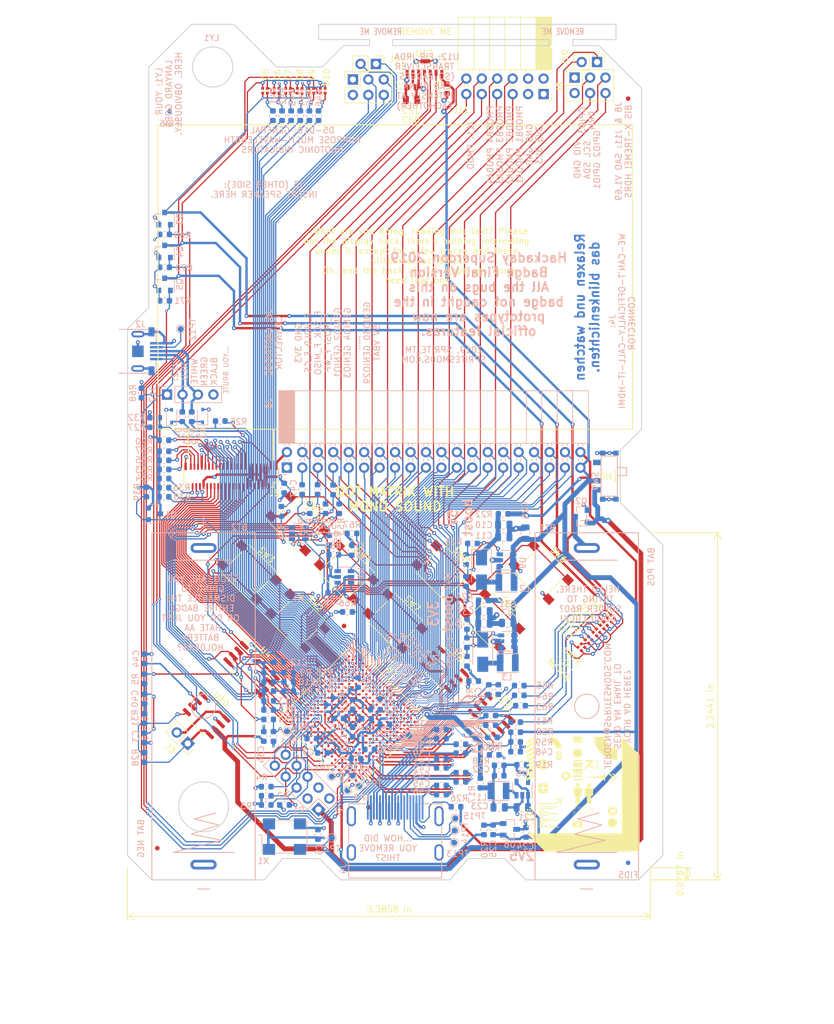
<source format=kicad_pcb>
(kicad_pcb (version 20171130) (host pcbnew 5.1.4+dfsg1-1)
  (layers (0 F.Cu signal) (1 Gnd.Cu power hide) (2 Pwr.Cu power hide) (31 B.Cu signal) (34 B.Paste user hide) (35 F.Paste user hide) (36 B.SilkS user hide) (37 F.SilkS user) (38 B.Mask user hide) (39 F.Mask user hide) (44 Edge.Cuts user))
  (net 0 "")
  (net 1 GND)
  (net 2 2V5)
  (net 3 VIO)
  (net 4 1V1)
  (net 5 /FPGA/FLASH_CS)
  (net 6 LCD_DB8)
  (net 7 LCD_DB7)
  (net 8 LCD_DB9)
  (net 9 LCD_DB10)
  (net 10 LCD_DB11)
  (net 11 LCD_DB12)
  (net 12 LCD_DB13)
  (net 13 LCD_DB14)
  (net 14 LCD_DB15)
  (net 15 LCD_DB16)
  (net 16 LCD_DB17)
  (net 17 "Net-(J4-Pad13)")
  (net 18 LCD_RD)
  (net 19 LCD_WR)
  (net 20 LCD_RS)
  (net 21 LCD_CS)
  (net 22 LCD_DB0)
  (net 23 LCD_DB2)
  (net 24 LCD_RST)
  (net 25 LCD_FMARK)
  (net 26 LCD_DB4)
  (net 27 LCD_DB3)
  (net 28 LCD_DB5)
  (net 29 LCD_DB6)
  (net 30 LCD_DB1)
  (net 31 LCD_ID)
  (net 32 "Net-(J2-Pad4)")
  (net 33 USB_VBUSDET)
  (net 34 "Net-(C32-Pad1)")
  (net 35 LCD_BLEN)
  (net 36 "Net-(Q1-Pad3)")
  (net 37 USB_D-)
  (net 38 USB_D+)
  (net 39 "Net-(R11-Pad2)")
  (net 40 "Net-(D1-Pad2)")
  (net 41 VBAT)
  (net 42 "Net-(L1-Pad2)")
  (net 43 "Net-(C36-Pad1)")
  (net 44 "Net-(C37-Pad1)")
  (net 45 "Net-(C40-Pad1)")
  (net 46 "Net-(C41-Pad1)")
  (net 47 "Net-(C45-Pad1)")
  (net 48 "Net-(C38-Pad1)")
  (net 49 "Net-(C39-Pad1)")
  (net 50 "Net-(C42-Pad1)")
  (net 51 "Net-(C43-Pad1)")
  (net 52 "Net-(C44-Pad1)")
  (net 53 HDMI_D0+)
  (net 54 HDMI_D0-)
  (net 55 HDMI_CK+)
  (net 56 HDMI_CK-)
  (net 57 HDMI_HEAC+)
  (net 58 HDMI_HEAC-)
  (net 59 "Net-(BT1-Pad2)")
  (net 60 BTN_A)
  (net 61 BTN_START)
  (net 62 BTN_SELECT)
  (net 63 BTN_B)
  (net 64 BTN_RIGHT)
  (net 65 BTN_LEFT)
  (net 66 BTN_DOWN)
  (net 67 BTN_UP)
  (net 68 GENIO_9)
  (net 69 GENIO_11)
  (net 70 GENIO_8)
  (net 71 GENIO_10)
  (net 72 GENIO_12)
  (net 73 GENIO_13)
  (net 74 GENIO_14)
  (net 75 GENIO_15)
  (net 76 GENIO_16)
  (net 77 GENIO_17)
  (net 78 GENIO_18)
  (net 79 GENIO_19)
  (net 80 GENIO_20)
  (net 81 GENIO_21)
  (net 82 GENIO_22)
  (net 83 GENIO_23)
  (net 84 GENIO_24)
  (net 85 GENIO_25)
  (net 86 GENIO_26)
  (net 87 GENIO_27)
  (net 88 GENIO_28)
  (net 89 GENIO_29)
  (net 90 GENIO_30)
  (net 91 5V)
  (net 92 RAM2_CE)
  (net 93 RAM2_SIO1)
  (net 94 RAM2_SIO2)
  (net 95 RAM2_SIO0)
  (net 96 RAM2_SCLK)
  (net 97 RAM2_SIO3)
  (net 98 RAM1_SIO3)
  (net 99 RAM1_SCLK)
  (net 100 RAM1_SIO0)
  (net 101 RAM1_SIO2)
  (net 102 RAM1_SIO1)
  (net 103 RAM1_CE)
  (net 104 "Net-(TP11-Pad1)")
  (net 105 SNDOUT)
  (net 106 "Net-(R15-Pad1)")
  (net 107 "Net-(R10-Pad2)")
  (net 108 "Net-(R14-Pad2)")
  (net 109 "Net-(R13-Pad2)")
  (net 110 "Net-(J5-Pad13)")
  (net 111 "Net-(J5-Pad6)")
  (net 112 "Net-(J5-Pad5)")
  (net 113 "Net-(J5-Pad4)")
  (net 114 "Net-(J5-Pad3)")
  (net 115 "Net-(J5-Pad2)")
  (net 116 "Net-(J5-Pad1)")
  (net 117 "Net-(J4-Pad15)")
  (net 118 "Net-(J4-Pad16)")
  (net 119 "Net-(C35-Pad1)")
  (net 120 "Net-(J4-Pad18)")
  (net 121 "Net-(C46-Pad1)")
  (net 122 "Net-(C22-Pad1)")
  (net 123 "Net-(C22-Pad2)")
  (net 124 "Net-(R28-Pad2)")
  (net 125 "Net-(C25-Pad1)")
  (net 126 "Net-(J3-Pad1)")
  (net 127 "Net-(D2-Pad2)")
  (net 128 "Net-(J3-Pad2)")
  (net 129 LED1)
  (net 130 LED2)
  (net 131 LED3)
  (net 132 LED4)
  (net 133 LED5)
  (net 134 LED6)
  (net 135 VBAT_ALWON)
  (net 136 HDMI_D2+)
  (net 137 HDMI_D2-)
  (net 138 HDMI_D1+)
  (net 139 HDMI_D1-)
  (net 140 "Net-(C4-Pad2)")
  (net 141 "Net-(C10-Pad1)")
  (net 142 "Net-(C27-Pad2)")
  (net 143 GENIO_7)
  (net 144 GENIO_6)
  (net 145 GENIO_5)
  (net 146 GENIO_4)
  (net 147 GENIO_3)
  (net 148 GENIO_2)
  (net 149 GENIO_1)
  (net 150 USB_PU)
  (net 151 "Net-(J6-Pad8)")
  (net 152 "Net-(J6-Pad7)")
  (net 153 "Net-(J6-Pad6)")
  (net 154 "Net-(J6-Pad5)")
  (net 155 "Net-(J6-Pad4)")
  (net 156 "Net-(J6-Pad3)")
  (net 157 FLASH_SCK)
  (net 158 FLASH_HOLD)
  (net 159 FLASH_MISO)
  (net 160 FLASH_WP)
  (net 161 FLASH_MOSI)
  (net 162 SAO1_GPIO1)
  (net 163 SAO1_GPIO2)
  (net 164 SAO1_SDA)
  (net 165 SAO1_SCL)
  (net 166 SAO1_GPIO3)
  (net 167 SAO1_DRM)
  (net 168 PMODB_4)
  (net 169 PMODA_4)
  (net 170 PMODB_3)
  (net 171 PMODA_3)
  (net 172 PMODB_2)
  (net 173 PMODA_2)
  (net 174 PMODB_1)
  (net 175 PMODA_1)
  (net 176 SAO2_GPIO1)
  (net 177 SAO2_GPIO2)
  (net 178 SAO2_SDA)
  (net 179 SAO2_SCL)
  (net 180 SAO2_GPIO3)
  (net 181 SAO2_DRM)
  (net 182 "Net-(R54-Pad1)")
  (net 183 FLASH_CS_EXT)
  (net 184 "Net-(TP1-Pad1)")
  (net 185 "Net-(TP3-Pad1)")
  (net 186 "Net-(TP4-Pad1)")
  (net 187 /FPGA/FLASH_CS_INT)
  (net 188 "Net-(C28-Pad1)")
  (net 189 "Net-(U11-Pad4)")
  (net 190 /FPGA/FSEL_D)
  (net 191 /FPGA/FSEL_C)
  (net 192 PWMOUT)
  (net 193 ADCREF)
  (net 194 CLK)
  (net 195 ADCREFOUT)
  (net 196 "Net-(R60-Pad2)")
  (net 197 LED7)
  (net 198 LED8)
  (net 199 LED9)
  (net 200 DBGRX)
  (net 201 DBGTX)
  (net 202 "Net-(TP5-Pad1)")
  (net 203 "Net-(TP6-Pad1)")
  (net 204 ADC4)
  (net 205 "Net-(BT1-Pad1)")
  (net 206 LED10)
  (net 207 LED11)
  (net 208 IRDA_TX)
  (net 209 IRDA_RX)
  (net 210 IRDA_SD)
  (net 211 "Net-(J12-Pad2)")
  (net 212 "Net-(J12-Pad3)")
  (net 213 "Net-(J12-Pad1)")
  (net 214 CATB)
  (net 215 LEDR)
  (net 216 LEDG)
  (net 217 LEDB)
  (net 218 "Net-(D5-Pad1)")
  (net 219 "Net-(D6-Pad1)")
  (net 220 "Net-(D7-Pad1)")
  (net 221 "Net-(D8-Pad1)")
  (net 222 "Net-(D9-Pad1)")
  (net 223 "Net-(D10-Pad1)")
  (net 224 "Net-(D11-Pad1)")
  (net 225 "Net-(D12-Pad1)")
  (net 226 "Net-(D13-Pad1)")
  (net 227 "Net-(D14-Pad1)")
  (net 228 "Net-(D15-Pad1)")
  (net 229 "Net-(TP7-Pad1)")
  (net 230 CATC)
  (net 231 CATA)
  (net 232 "Net-(J1-Pad4)")
  (net 233 "Net-(SW9-Pad3)")
  (net 234 "Net-(U1-PadY19)")
  (net 235 "Net-(U1-PadY17)")
  (net 236 "Net-(U1-PadY16)")
  (net 237 "Net-(U1-PadY15)")
  (net 238 "Net-(U1-PadY14)")
  (net 239 "Net-(U1-PadY12)")
  (net 240 "Net-(U1-PadY11)")
  (net 241 "Net-(U1-PadY8)")
  (net 242 "Net-(U1-PadY7)")
  (net 243 "Net-(U1-PadY6)")
  (net 244 "Net-(U1-PadY5)")
  (net 245 "Net-(U1-PadW20)")
  (net 246 "Net-(U1-PadW18)")
  (net 247 "Net-(U1-PadW17)")
  (net 248 "Net-(U1-PadW14)")
  (net 249 "Net-(U1-PadW13)")
  (net 250 "Net-(U1-PadW11)")
  (net 251 "Net-(U1-PadW10)")
  (net 252 "Net-(U1-PadW9)")
  (net 253 "Net-(U1-PadW8)")
  (net 254 "Net-(U1-PadW5)")
  (net 255 "Net-(U1-PadW4)")
  (net 256 "Net-(U1-PadV1)")
  (net 257 "Net-(U1-PadT20)")
  (net 258 "Net-(U1-PadT17)")
  (net 259 "Net-(U1-PadT3)")
  (net 260 "Net-(U1-PadT2)")
  (net 261 "Net-(U1-PadR17)")
  (net 262 "Net-(U1-PadR3)")
  (net 263 "Net-(U1-PadP18)")
  (net 264 "Net-(U1-PadP17)")
  (net 265 "Net-(U1-PadP16)")
  (net 266 "Net-(U1-PadN18)")
  (net 267 "Net-(U1-PadN17)")
  (net 268 "Net-(U1-PadN16)")
  (net 269 "Net-(U1-PadN5)")
  (net 270 "Net-(U1-PadM19)")
  (net 271 "Net-(U1-PadM18)")
  (net 272 "Net-(U1-PadM17)")
  (net 273 "Net-(U1-PadM5)")
  (net 274 "Net-(U1-PadL19)")
  (net 275 "Net-(U1-PadL5)")
  (net 276 "Net-(U1-PadK17)")
  (net 277 "Net-(U1-PadK16)")
  (net 278 "Net-(U1-PadK5)")
  (net 279 "Net-(U1-PadJ18)")
  (net 280 "Net-(U1-PadJ17)")
  (net 281 "Net-(U1-PadJ5)")
  (net 282 "Net-(U1-PadH5)")
  (net 283 "Net-(U1-PadH4)")
  (net 284 "Net-(U1-PadH3)")
  (net 285 "Net-(U1-PadG16)")
  (net 286 "Net-(U1-PadG5)")
  (net 287 "Net-(U1-PadF16)")
  (net 288 "Net-(U1-PadF5)")
  (net 289 "Net-(U1-PadE18)")
  (net 290 "Net-(U1-PadE15)")
  (net 291 "Net-(U1-PadE14)")
  (net 292 "Net-(U1-PadE13)")
  (net 293 "Net-(U1-PadE12)")
  (net 294 "Net-(U1-PadE11)")
  (net 295 "Net-(U1-PadE10)")
  (net 296 "Net-(U1-PadE9)")
  (net 297 "Net-(U1-PadE8)")
  (net 298 "Net-(U1-PadE7)")
  (net 299 "Net-(U1-PadE6)")
  (net 300 "Net-(U1-PadD15)")
  (net 301 "Net-(U1-PadD14)")
  (net 302 "Net-(U1-PadD13)")
  (net 303 "Net-(U1-PadD12)")
  (net 304 "Net-(U1-PadD8)")
  (net 305 "Net-(U1-PadD7)")
  (net 306 "Net-(U1-PadC13)")
  (net 307 /FPGA/TCK)
  (net 308 /FPGA/TMS)
  (net 309 /FPGA/TDO)
  (net 310 /FPGA/TDI)
  (module Fiducial:Fiducial_0.75mm_Mask1.5mm (layer B.Cu) (at 78.9 35.8)
    (fp_text reference FID6 (at 0 2) (layer B.SilkS) (effects (justify mirror)))
    (fp_text value Fiducial)
    (pad "" smd circle (at 0 0) (size 0.75 0.75) (layers B.Cu B.Mask) (clearance 0.375))
  )
  (module Fiducial:Fiducial_0.75mm_Mask1.5mm (layer B.Cu) (at 154.3 159.2)
    (fp_text reference FID5 (at 0 2) (layer B.SilkS) (effects (justify mirror)))
    (fp_text value Fiducial)
    (pad "" smd circle (at 0 0) (size 0.75 0.75) (layers B.Cu B.Mask) (clearance 0.375))
  )
  (module Fiducial:Fiducial_0.75mm_Mask1.5mm (layer F.Cu) (at 154.3 33.7)
    (fp_text reference FID4 hide)
    (fp_text value Fiducial)
    (pad "" smd circle (at 0 0) (size 0.75 0.75) (layers F.Cu F.Mask) (clearance 0.375))
  )
  (module Fiducial:Fiducial_0.75mm_Mask1.5mm (layer F.Cu) (at 76.9 156.8)
    (fp_text reference FID3 hide)
    (fp_text value Fiducial)
    (pad "" smd circle (at 0 0) (size 0.75 0.75) (layers F.Cu F.Mask) (clearance 0.375))
  )
  (module Fiducial:Fiducial_0.75mm_Mask1.5mm (layer F.Cu) (at 111.6 150.1)
    (fp_text reference FID2 hide)
    (fp_text value Fiducial)
    (pad "" smd circle (at 0 0) (size 0.75 0.75) (layers F.Cu F.Mask) (clearance 0.375))
  )
  (module Fiducial:Fiducial_0.75mm_Mask1.5mm (layer F.Cu) (at 107.6 120.3)
    (fp_text reference FID1 hide)
    (fp_text value Fiducial)
    (pad "" smd circle (at 0 0) (size 0.75 0.75) (layers F.Cu F.Mask) (clearance 0.375))
  )
  (module lib:FC-B1010RGBT-HG (layer F.Cu) (at 151.5 119.055528 135)
    (fp_text reference D15 (at 3.645509 -0.172868 135) (layer F.SilkS))
    (fp_text value FC-B1010RGBT-HG hide)
    (pad 3 smd rect (at -0.385 0.385 135) (size 0.45 0.45) (layers F.Cu F.Paste F.Mask) (net 214 CATB))
    (pad 4 smd rect (at -0.385 -0.385 135) (size 0.45 0.45) (layers F.Cu F.Paste F.Mask) (net 230 CATC))
    (pad 1 smd rect (at 0.385 -0.385 135) (size 0.45 0.45) (layers F.Cu F.Paste F.Mask) (net 228 "Net-(D15-Pad1)"))
    (pad 2 smd rect (at 0.385 0.385 135) (size 0.45 0.45) (layers F.Cu F.Paste F.Mask) (net 231 CATA))
  )
  (module lib:FC-B1010RGBT-HG (layer F.Cu) (at 150.3 120.2 135)
    (fp_text reference D14 (at 3.606245 -0.212132 135) (layer F.SilkS))
    (fp_text value FC-B1010RGBT-HG hide)
    (pad 3 smd rect (at -0.385 0.385 135) (size 0.45 0.45) (layers F.Cu F.Paste F.Mask) (net 214 CATB))
    (pad 4 smd rect (at -0.385 -0.385 135) (size 0.45 0.45) (layers F.Cu F.Paste F.Mask) (net 230 CATC))
    (pad 1 smd rect (at 0.385 -0.385 135) (size 0.45 0.45) (layers F.Cu F.Paste F.Mask) (net 227 "Net-(D14-Pad1)"))
    (pad 2 smd rect (at 0.385 0.385 135) (size 0.45 0.45) (layers F.Cu F.Paste F.Mask) (net 231 CATA))
  )
  (module lib:FC-B1010RGBT-HG (layer F.Cu) (at 149.1 121.355528 135)
    (fp_text reference D13 (at 3.645509 -0.172868 135) (layer F.SilkS))
    (fp_text value FC-B1010RGBT-HG hide)
    (pad 3 smd rect (at -0.385 0.385 135) (size 0.45 0.45) (layers F.Cu F.Paste F.Mask) (net 231 CATA))
    (pad 4 smd rect (at -0.385 -0.385 135) (size 0.45 0.45) (layers F.Cu F.Paste F.Mask) (net 230 CATC))
    (pad 1 smd rect (at 0.385 -0.385 135) (size 0.45 0.45) (layers F.Cu F.Paste F.Mask) (net 226 "Net-(D13-Pad1)"))
    (pad 2 smd rect (at 0.385 0.385 135) (size 0.45 0.45) (layers F.Cu F.Paste F.Mask) (net 214 CATB))
  )
  (module lib:FC-B1010RGBT-HG (layer F.Cu) (at 147.8 122.6 135)
    (fp_text reference D12 (at 3.606245 -0.070711 135) (layer F.SilkS))
    (fp_text value FC-B1010RGBT-HG hide)
    (pad 3 smd rect (at -0.385 0.385 135) (size 0.45 0.45) (layers F.Cu F.Paste F.Mask) (net 231 CATA))
    (pad 4 smd rect (at -0.385 -0.385 135) (size 0.45 0.45) (layers F.Cu F.Paste F.Mask) (net 230 CATC))
    (pad 1 smd rect (at 0.385 -0.385 135) (size 0.45 0.45) (layers F.Cu F.Paste F.Mask) (net 225 "Net-(D12-Pad1)"))
    (pad 2 smd rect (at 0.385 0.385 135) (size 0.45 0.45) (layers F.Cu F.Paste F.Mask) (net 214 CATB))
  )
  (module lib:FC-B1010RGBT-HG (layer F.Cu) (at 146.6 123.8 135)
    (fp_text reference D11 (at 3.464823 -0.070711 135) (layer F.SilkS))
    (fp_text value FC-B1010RGBT-HG hide)
    (pad 3 smd rect (at -0.385 0.385 135) (size 0.45 0.45) (layers F.Cu F.Paste F.Mask) (net 214 CATB))
    (pad 4 smd rect (at -0.385 -0.385 135) (size 0.45 0.45) (layers F.Cu F.Paste F.Mask) (net 231 CATA))
    (pad 1 smd rect (at 0.385 -0.385 135) (size 0.45 0.45) (layers F.Cu F.Paste F.Mask) (net 224 "Net-(D11-Pad1)"))
    (pad 2 smd rect (at 0.385 0.385 135) (size 0.45 0.45) (layers F.Cu F.Paste F.Mask) (net 230 CATC))
  )
  (module lib:FC-B1010RGBT-HG (layer F.Cu) (at 104.1 32.4 270)
    (fp_text reference D10 (at -2.2 -0.6 90) (layer F.SilkS))
    (fp_text value FC-B1010RGBT-HG hide)
    (pad 3 smd rect (at -0.385 0.385 270) (size 0.45 0.45) (layers F.Cu F.Paste F.Mask) (net 214 CATB))
    (pad 4 smd rect (at -0.385 -0.385 270) (size 0.45 0.45) (layers F.Cu F.Paste F.Mask) (net 231 CATA))
    (pad 1 smd rect (at 0.385 -0.385 270) (size 0.45 0.45) (layers F.Cu F.Paste F.Mask) (net 223 "Net-(D10-Pad1)"))
    (pad 2 smd rect (at 0.385 0.385 270) (size 0.45 0.45) (layers F.Cu F.Paste F.Mask) (net 230 CATC))
  )
  (module lib:FC-B1010RGBT-HG (layer F.Cu) (at 102.2 32.4 270)
    (fp_text reference D9 (at -2.6 -0.1 90) (layer F.SilkS))
    (fp_text value FC-B1010RGBT-HG hide)
    (pad 3 smd rect (at -0.385 0.385 270) (size 0.45 0.45) (layers F.Cu F.Paste F.Mask) (net 214 CATB))
    (pad 4 smd rect (at -0.385 -0.385 270) (size 0.45 0.45) (layers F.Cu F.Paste F.Mask) (net 230 CATC))
    (pad 1 smd rect (at 0.385 -0.385 270) (size 0.45 0.45) (layers F.Cu F.Paste F.Mask) (net 222 "Net-(D9-Pad1)"))
    (pad 2 smd rect (at 0.385 0.385 270) (size 0.45 0.45) (layers F.Cu F.Paste F.Mask) (net 231 CATA))
  )
  (module lib:FC-B1010RGBT-HG (layer F.Cu) (at 100.3 32.4 270)
    (fp_text reference D8 (at -2.6 0 90) (layer F.SilkS))
    (fp_text value FC-B1010RGBT-HG hide)
    (pad 3 smd rect (at -0.385 0.385 270) (size 0.45 0.45) (layers F.Cu F.Paste F.Mask) (net 214 CATB))
    (pad 4 smd rect (at -0.385 -0.385 270) (size 0.45 0.45) (layers F.Cu F.Paste F.Mask) (net 231 CATA))
    (pad 1 smd rect (at 0.385 -0.385 270) (size 0.45 0.45) (layers F.Cu F.Paste F.Mask) (net 221 "Net-(D8-Pad1)"))
    (pad 2 smd rect (at 0.385 0.385 270) (size 0.45 0.45) (layers F.Cu F.Paste F.Mask) (net 230 CATC))
  )
  (module lib:FC-B1010RGBT-HG (layer F.Cu) (at 98.4 32.4 270)
    (fp_text reference D7 (at -2.6 0 90) (layer F.SilkS))
    (fp_text value FC-B1010RGBT-HG hide)
    (pad 3 smd rect (at -0.385 0.385 270) (size 0.45 0.45) (layers F.Cu F.Paste F.Mask) (net 214 CATB))
    (pad 4 smd rect (at -0.385 -0.385 270) (size 0.45 0.45) (layers F.Cu F.Paste F.Mask) (net 230 CATC))
    (pad 1 smd rect (at 0.385 -0.385 270) (size 0.45 0.45) (layers F.Cu F.Paste F.Mask) (net 220 "Net-(D7-Pad1)"))
    (pad 2 smd rect (at 0.385 0.385 270) (size 0.45 0.45) (layers F.Cu F.Paste F.Mask) (net 231 CATA))
  )
  (module lib:FC-B1010RGBT-HG (layer F.Cu) (at 96.5 32.4 270)
    (fp_text reference D6 (at -2.6 -0.1 90) (layer F.SilkS))
    (fp_text value FC-B1010RGBT-HG hide)
    (pad 3 smd rect (at -0.385 0.385 270) (size 0.45 0.45) (layers F.Cu F.Paste F.Mask) (net 214 CATB))
    (pad 4 smd rect (at -0.385 -0.385 270) (size 0.45 0.45) (layers F.Cu F.Paste F.Mask) (net 231 CATA))
    (pad 1 smd rect (at 0.385 -0.385 270) (size 0.45 0.45) (layers F.Cu F.Paste F.Mask) (net 219 "Net-(D6-Pad1)"))
    (pad 2 smd rect (at 0.385 0.385 270) (size 0.45 0.45) (layers F.Cu F.Paste F.Mask) (net 230 CATC))
  )
  (module lib:FC-B1010RGBT-HG (layer F.Cu) (at 94.6 32.4 270)
    (fp_text reference D5 (at -2.7 -0.1 90) (layer F.SilkS))
    (fp_text value FC-B1010RGBT-HG hide)
    (pad 3 smd rect (at -0.385 0.385 270) (size 0.45 0.45) (layers F.Cu F.Paste F.Mask) (net 214 CATB))
    (pad 4 smd rect (at -0.385 -0.385 270) (size 0.45 0.45) (layers F.Cu F.Paste F.Mask) (net 230 CATC))
    (pad 1 smd rect (at 0.385 -0.385 270) (size 0.45 0.45) (layers F.Cu F.Paste F.Mask) (net 218 "Net-(D5-Pad1)"))
    (pad 2 smd rect (at 0.385 0.385 270) (size 0.45 0.45) (layers F.Cu F.Paste F.Mask) (net 231 CATA))
  )
  (module Package_TO_SOT_SMD:SOT-23 (layer B.Cu) (at 134.85 153.7)
    (fp_text reference U6 (at 0 2.5 180) (layer B.SilkS) (effects (justify mirror)))
    (fp_text value XC6206P25)
    (pad 1 smd rect (at -1 0.95) (size 1.1 0.8) (drill (offset -0.1 0)) (layers B.Cu B.Paste B.Mask) (net 1 GND))
    (pad 2 smd rect (at -1 -0.95) (size 1.1 0.8) (drill (offset -0.1 0)) (layers B.Cu B.Paste B.Mask) (net 125 "Net-(C25-Pad1)"))
    (pad 3 smd rect (at 1 0) (size 1.1 0.8) (drill (offset 0.1 0)) (layers B.Cu B.Paste B.Mask) (net 3 VIO))
  )
  (module lib:mouse_bite_6 (layer F.Cu) (at 143.275 25.2)
    (fp_text reference REF** hide)
    (fp_text value mouse_bite_6 hide)
    (pad "" np_thru_hole circle (at 1.625 0) (size 0.35 0.35) (drill 0.35) (layers *.Cu *.Mask))
    (pad "" np_thru_hole circle (at -1.625 0) (size 0.35 0.35) (drill 0.35) (layers *.Cu *.Mask))
    (pad "" np_thru_hole circle (at -0.975 0) (size 0.35 0.35) (drill 0.35) (layers *.Cu *.Mask))
    (pad "" np_thru_hole circle (at 0.975 0) (size 0.35 0.35) (drill 0.35) (layers *.Cu *.Mask))
    (pad "" np_thru_hole circle (at 0.325 0) (size 0.35 0.35) (drill 0.35) (layers *.Cu *.Mask))
    (pad "" np_thru_hole circle (at -0.325 0) (size 0.35 0.35) (drill 0.35) (layers *.Cu *.Mask))
  )
  (module lib:mouse_bite_6 (layer F.Cu) (at 113.7 25.2)
    (fp_text reference REF** hide)
    (fp_text value mouse_bite_6 hide)
    (pad "" np_thru_hole circle (at 1.625 0) (size 0.35 0.35) (drill 0.35) (layers *.Cu *.Mask))
    (pad "" np_thru_hole circle (at -1.625 0) (size 0.35 0.35) (drill 0.35) (layers *.Cu *.Mask))
    (pad "" np_thru_hole circle (at -0.975 0) (size 0.35 0.35) (drill 0.35) (layers *.Cu *.Mask))
    (pad "" np_thru_hole circle (at 0.975 0) (size 0.35 0.35) (drill 0.35) (layers *.Cu *.Mask))
    (pad "" np_thru_hole circle (at 0.325 0) (size 0.35 0.35) (drill 0.35) (layers *.Cu *.Mask))
    (pad "" np_thru_hole circle (at -0.325 0) (size 0.35 0.35) (drill 0.35) (layers *.Cu *.Mask))
  )
  (module MountingHole:MountingHole_3.5mm (layer B.Cu) (at 100.076 111.379)
    (fp_text reference H1 (at 0 4.5) (layer B.SilkS) (effects (justify mirror)))
    (fp_text value MountingHole)
    (pad 1 np_thru_hole circle (at 0 0) (size 3.5 3.5) (drill 3.5) (layers *.Cu *.Mask))
  )
  (module Resistor_SMD:R_0603_1608Metric (layer B.Cu) (at 97.282 101.473 270)
    (fp_text reference R7 (at 2.9 0.05 90) (layer B.SilkS) (effects (justify mirror)))
    (fp_text value 4K7)
    (pad 2 smd roundrect (at 0.7875 0 270) (size 0.875 0.95) (layers B.Cu B.Paste B.Mask) (net 187 /FPGA/FLASH_CS_INT))
    (pad 1 smd roundrect (at -0.7875 0 270) (size 0.875 0.95) (layers B.Cu B.Paste B.Mask) (net 3 VIO))
  )
  (module Resistor_SMD:R_0603_1608Metric (layer B.Cu) (at 132.2705 141.478 180)
    (fp_text reference R72 (at 0 1.43) (layer B.SilkS) (effects (justify mirror)))
    (fp_text value 1K)
    (pad 2 smd roundrect (at 0.7875 0 180) (size 0.875 0.95) (layers B.Cu B.Paste B.Mask) (net 207 LED11))
    (pad 1 smd roundrect (at -0.7875 0 180) (size 0.875 0.95) (layers B.Cu B.Paste B.Mask) (net 3 VIO))
  )
  (module TestPoint:TestPoint_Pad_D1.0mm (layer B.Cu) (at 118.3 138.3)
    (fp_text reference TP7 (at 0 1.448) (layer B.SilkS) (effects (justify mirror)))
    (fp_text value TestPoint hide)
    (pad 1 smd circle (at 0 0) (size 1 1) (layers B.Cu B.Mask) (net 229 "Net-(TP7-Pad1)"))
  )
  (module lib:Seiko_fp_crystal_SMD_7050-4Pin_7.0x5.0mm (layer B.Cu) (at 97.8 154.9)
    (fp_text reference X1 (at -3.5 4) (layer B.SilkS) (effects (justify mirror)))
    (fp_text value X1G004481001400)
    (pad 4 smd rect (at -2.54 2.1) (size 2 1.8) (layers B.Cu B.Paste B.Mask) (net 3 VIO))
    (pad 3 smd rect (at 2.54 2.1) (size 2 1.8) (layers B.Cu B.Paste B.Mask) (net 194 CLK))
    (pad 2 smd rect (at 2.54 -2.1) (size 2 1.8) (layers B.Cu B.Paste B.Mask) (net 1 GND))
    (pad 1 smd rect (at -2.54 -2.1) (size 2 1.8) (layers B.Cu B.Paste B.Mask) (net 3 VIO))
  )
  (module lib:badge_art (layer F.Cu) (at 146.9 147.9)
    (fp_text reference A1 hide)
    (fp_text value art hide)
  )
  (module lib:battery_holder_1xAA (layer B.Cu) (at 147.5 133.5 90)
    (fp_text reference BT1 (at 29.3 -6.5) (layer B.SilkS) (effects (justify mirror)))
    (fp_text value Battery_Cell)
    (pad 1 thru_hole oval (at 26 0 90) (size 1.6 4.3) (drill oval 0.7 3.4) (layers *.Cu *.Mask) (net 205 "Net-(BT1-Pad1)"))
    (pad 2 thru_hole oval (at -26 0 90) (size 1.6 4.3) (drill oval 0.7 3.4) (layers *.Cu *.Mask) (net 59 "Net-(BT1-Pad2)"))
  )
  (module Resistor_SMD:R_0603_1608Metric (layer B.Cu) (at 78.1 66.9 180)
    (fp_text reference R71 (at -3 0) (layer B.SilkS) (effects (justify mirror)))
    (fp_text value 10K)
    (pad 2 smd roundrect (at 0.7875 0 180) (size 0.875 0.95) (layers B.Cu B.Paste B.Mask) (net 1 GND))
    (pad 1 smd roundrect (at -0.7875 0 180) (size 0.875 0.95) (layers B.Cu B.Paste B.Mask) (net 217 LEDB))
  )
  (module Resistor_SMD:R_0603_1608Metric (layer B.Cu) (at 78.1 61.4 180)
    (fp_text reference R70 (at -3.2 -0.1) (layer B.SilkS) (effects (justify mirror)))
    (fp_text value 10K)
    (pad 2 smd roundrect (at 0.7875 0 180) (size 0.875 0.95) (layers B.Cu B.Paste B.Mask) (net 1 GND))
    (pad 1 smd roundrect (at -0.7875 0 180) (size 0.875 0.95) (layers B.Cu B.Paste B.Mask) (net 216 LEDG))
  )
  (module Resistor_SMD:R_0603_1608Metric (layer B.Cu) (at 78.1 56)
    (fp_text reference R69 (at 2.926 0.134) (layer B.SilkS) (effects (justify mirror)))
    (fp_text value 10K)
    (pad 2 smd roundrect (at 0.7875 0) (size 0.875 0.95) (layers B.Cu B.Paste B.Mask) (net 215 LEDR))
    (pad 1 smd roundrect (at -0.7875 0) (size 0.875 0.95) (layers B.Cu B.Paste B.Mask) (net 3 VIO))
  )
  (module Resistor_SMD:R_0603_1608Metric (layer B.Cu) (at 136.4 130.1)
    (fp_text reference R65 (at 4.2 0) (layer B.SilkS) (effects (justify mirror)))
    (fp_text value 220R)
    (pad 2 smd roundrect (at 0.7875 0) (size 0.875 0.95) (layers B.Cu B.Paste B.Mask) (net 228 "Net-(D15-Pad1)"))
    (pad 1 smd roundrect (at -0.7875 0) (size 0.875 0.95) (layers B.Cu B.Paste B.Mask) (net 199 LED9))
  )
  (module Resistor_SMD:R_0603_1608Metric (layer B.Cu) (at 136.4 131.7)
    (fp_text reference R64 (at 4.2 0.2) (layer B.SilkS) (effects (justify mirror)))
    (fp_text value 220R)
    (pad 2 smd roundrect (at 0.7875 0) (size 0.875 0.95) (layers B.Cu B.Paste B.Mask) (net 227 "Net-(D14-Pad1)"))
    (pad 1 smd roundrect (at -0.7875 0) (size 0.875 0.95) (layers B.Cu B.Paste B.Mask) (net 198 LED8))
  )
  (module Resistor_SMD:R_0603_1608Metric (layer B.Cu) (at 136.6 133.4)
    (fp_text reference R63 (at 4 0.2) (layer B.SilkS) (effects (justify mirror)))
    (fp_text value 220R)
    (pad 2 smd roundrect (at 0.7875 0) (size 0.875 0.95) (layers B.Cu B.Paste B.Mask) (net 226 "Net-(D13-Pad1)"))
    (pad 1 smd roundrect (at -0.7875 0) (size 0.875 0.95) (layers B.Cu B.Paste B.Mask) (net 197 LED7))
  )
  (module Resistor_SMD:R_0603_1608Metric (layer B.Cu) (at 131.7 136.6)
    (fp_text reference R62 (at -3.1 0) (layer B.SilkS) (effects (justify mirror)))
    (fp_text value 220R)
    (pad 2 smd roundrect (at 0.7875 0) (size 0.875 0.95) (layers B.Cu B.Paste B.Mask) (net 225 "Net-(D12-Pad1)"))
    (pad 1 smd roundrect (at -0.7875 0) (size 0.875 0.95) (layers B.Cu B.Paste B.Mask) (net 207 LED11))
  )
  (module Resistor_SMD:R_0603_1608Metric (layer B.Cu) (at 135.8 136.1)
    (fp_text reference R61 (at 4.7 -0.2) (layer B.SilkS) (effects (justify mirror)))
    (fp_text value 220R)
    (pad 2 smd roundrect (at 0.7875 0) (size 0.875 0.95) (layers B.Cu B.Paste B.Mask) (net 224 "Net-(D11-Pad1)"))
    (pad 1 smd roundrect (at -0.7875 0) (size 0.875 0.95) (layers B.Cu B.Paste B.Mask) (net 196 "Net-(R60-Pad2)"))
  )
  (module Resistor_SMD:R_0603_1608Metric (layer B.Cu) (at 103.4 36.5 90)
    (fp_text reference R46 (at 2.9 0.1 90) (layer B.SilkS) (effects (justify mirror)))
    (fp_text value 220R)
    (pad 2 smd roundrect (at 0.7875 0 90) (size 0.875 0.95) (layers B.Cu B.Paste B.Mask) (net 223 "Net-(D10-Pad1)"))
    (pad 1 smd roundrect (at -0.7875 0 90) (size 0.875 0.95) (layers B.Cu B.Paste B.Mask) (net 134 LED6))
  )
  (module Resistor_SMD:R_0603_1608Metric (layer B.Cu) (at 101.9 36.5 90)
    (fp_text reference R45 (at 3 0.1 270) (layer B.SilkS) (effects (justify mirror)))
    (fp_text value 220R)
    (pad 2 smd roundrect (at 0.7875 0 90) (size 0.875 0.95) (layers B.Cu B.Paste B.Mask) (net 222 "Net-(D9-Pad1)"))
    (pad 1 smd roundrect (at -0.7875 0 90) (size 0.875 0.95) (layers B.Cu B.Paste B.Mask) (net 133 LED5))
  )
  (module Resistor_SMD:R_0603_1608Metric (layer B.Cu) (at 100.4 36.5 90)
    (fp_text reference R44 (at 3 0.2 90) (layer B.SilkS) (effects (justify mirror)))
    (fp_text value 220R)
    (pad 2 smd roundrect (at 0.7875 0 90) (size 0.875 0.95) (layers B.Cu B.Paste B.Mask) (net 221 "Net-(D8-Pad1)"))
    (pad 1 smd roundrect (at -0.7875 0 90) (size 0.875 0.95) (layers B.Cu B.Paste B.Mask) (net 132 LED4))
  )
  (module Resistor_SMD:R_0603_1608Metric (layer B.Cu) (at 98.9 36.5 90)
    (fp_text reference R43 (at 3 0.2 90) (layer B.SilkS) (effects (justify mirror)))
    (fp_text value 220R)
    (pad 2 smd roundrect (at 0.7875 0 90) (size 0.875 0.95) (layers B.Cu B.Paste B.Mask) (net 220 "Net-(D7-Pad1)"))
    (pad 1 smd roundrect (at -0.7875 0 90) (size 0.875 0.95) (layers B.Cu B.Paste B.Mask) (net 131 LED3))
  )
  (module Resistor_SMD:R_0603_1608Metric (layer B.Cu) (at 97.4 36.5 90)
    (fp_text reference R42 (at 3.2 0.1 90) (layer B.SilkS) (effects (justify mirror)))
    (fp_text value 220R)
    (pad 2 smd roundrect (at 0.7875 0 90) (size 0.875 0.95) (layers B.Cu B.Paste B.Mask) (net 219 "Net-(D6-Pad1)"))
    (pad 1 smd roundrect (at -0.7875 0 90) (size 0.875 0.95) (layers B.Cu B.Paste B.Mask) (net 130 LED2))
  )
  (module Package_TO_SOT_SMD:SOT-23 (layer B.Cu) (at 78.1 64.2 90)
    (fp_text reference Q5 (at 0 2.5 90) (layer B.SilkS) (effects (justify mirror)))
    (fp_text value AO3400)
    (pad 3 smd rect (at 1 0 90) (size 0.9 0.8) (layers B.Cu B.Paste B.Mask) (net 230 CATC))
    (pad 2 smd rect (at -1 -0.95 90) (size 0.9 0.8) (layers B.Cu B.Paste B.Mask) (net 1 GND))
    (pad 1 smd rect (at -1 0.95 90) (size 0.9 0.8) (layers B.Cu B.Paste B.Mask) (net 217 LEDB))
  )
  (module Package_TO_SOT_SMD:SOT-23 (layer B.Cu) (at 78.1 58.8 90)
    (fp_text reference Q4 (at 0 2.5 90) (layer B.SilkS) (effects (justify mirror)))
    (fp_text value AO3400)
    (pad 3 smd rect (at 1 0 90) (size 0.9 0.8) (layers B.Cu B.Paste B.Mask) (net 214 CATB))
    (pad 2 smd rect (at -1 -0.95 90) (size 0.9 0.8) (layers B.Cu B.Paste B.Mask) (net 1 GND))
    (pad 1 smd rect (at -1 0.95 90) (size 0.9 0.8) (layers B.Cu B.Paste B.Mask) (net 216 LEDG))
  )
  (module Package_TO_SOT_SMD:SOT-23 (layer B.Cu) (at 78.1 53.4 90)
    (fp_text reference Q3 (at 0 2.5 90) (layer B.SilkS) (effects (justify mirror)))
    (fp_text value AO3400)
    (pad 3 smd rect (at 1 0 90) (size 0.9 0.8) (layers B.Cu B.Paste B.Mask) (net 231 CATA))
    (pad 2 smd rect (at -1 -0.95 90) (size 0.9 0.8) (layers B.Cu B.Paste B.Mask) (net 1 GND))
    (pad 1 smd rect (at -1 0.95 90) (size 0.9 0.8) (layers B.Cu B.Paste B.Mask) (net 215 LEDR))
  )
  (module Connector_PinHeader_2.54mm:PinHeader_1x04_P2.54mm_Vertical (layer B.Cu) (at 78.5 82.3 270)
    (fp_text reference J12 (at 0 2.33 90) (layer B.SilkS) (effects (justify mirror)))
    (fp_text value "NO STUFF")
    (pad 4 thru_hole oval (at 0 -7.62 270) (size 1.7 1.7) (drill 1) (layers *.Cu *.Mask) (net 1 GND))
    (pad 3 thru_hole oval (at 0 -5.08 270) (size 1.7 1.7) (drill 1) (layers *.Cu *.Mask) (net 212 "Net-(J12-Pad3)"))
    (pad 2 thru_hole oval (at 0 -2.54 270) (size 1.7 1.7) (drill 1) (layers *.Cu *.Mask) (net 211 "Net-(J12-Pad2)"))
    (pad 1 thru_hole rect (at 0 0 270) (size 1.7 1.7) (drill 1) (layers *.Cu *.Mask) (net 213 "Net-(J12-Pad1)"))
  )
  (module Resistor_SMD:R_0603_1608Metric (layer B.Cu) (at 74.3 82.05 270)
    (fp_text reference R68 (at 0 1.43 90) (layer B.SilkS) (effects (justify mirror)))
    (fp_text value 10K)
    (pad 2 smd roundrect (at 0.7875 0 270) (size 0.875 0.95) (layers B.Cu B.Paste B.Mask) (net 210 IRDA_SD))
    (pad 1 smd roundrect (at -0.7875 0 270) (size 0.875 0.95) (layers B.Cu B.Paste B.Mask) (net 3 VIO))
  )
  (module lib:RPM973-H11 (layer F.Cu) (at 120.82 28.67)
    (fp_text reference U12 (at -0.02 -2.37) (layer F.SilkS))
    (fp_text value RPM973)
    (pad SH smd rect (at 0 -1.1) (size 1.5 0.7) (drill (offset 0.15 0)) (layers F.Cu F.Paste F.Mask) (net 1 GND))
    (pad 1 smd rect (at 2.85 0.8) (size 0.5 1) (layers F.Cu F.Paste F.Mask) (net 41 VBAT))
    (pad 2 smd rect (at 1.9 0.8) (size 0.5 1) (layers F.Cu F.Paste F.Mask) (net 208 IRDA_TX))
    (pad 3 smd rect (at 0.95 0.8) (size 0.5 1) (layers F.Cu F.Paste F.Mask) (net 209 IRDA_RX))
    (pad 4 smd rect (at 0 0.8) (size 0.5 1) (layers F.Cu F.Paste F.Mask) (net 210 IRDA_SD))
    (pad 5 smd rect (at -0.95 0.8) (size 0.5 1) (layers F.Cu F.Paste F.Mask) (net 3 VIO))
    (pad 6 smd rect (at -1.9 0.8) (size 0.5 1) (layers F.Cu F.Paste F.Mask) (net 3 VIO))
    (pad 7 smd rect (at -2.85 0.8) (size 0.5 1) (layers F.Cu F.Paste F.Mask) (net 1 GND))
  )
  (module Capacitor_SMD:C_0603_1608Metric (layer F.Cu) (at 118.7 31.85 180)
    (fp_text reference C51 (at 0.1 -3.85) (layer F.SilkS))
    (fp_text value 100n)
    (pad 2 smd roundrect (at 0.7875 0 180) (size 0.875 0.95) (layers F.Cu F.Paste F.Mask) (net 1 GND))
    (pad 1 smd roundrect (at -0.7875 0 180) (size 0.875 0.95) (layers F.Cu F.Paste F.Mask) (net 3 VIO))
  )
  (module Capacitor_SMD:C_0805_2012Metric (layer F.Cu) (at 118.7 33.9 180)
    (fp_text reference C50 (at 0.1 -3.3) (layer F.SilkS))
    (fp_text value 10u)
    (pad 2 smd roundrect (at 0.9375 0 180) (size 0.975 1.4) (layers F.Cu F.Paste F.Mask) (net 1 GND))
    (pad 1 smd roundrect (at -0.9375 0 180) (size 0.975 1.4) (layers F.Cu F.Paste F.Mask) (net 3 VIO))
  )
  (module Capacitor_SMD:C_0603_1608Metric (layer F.Cu) (at 124.5 32.1 270)
    (fp_text reference C49 (at 0 1.4 90) (layer F.SilkS))
    (fp_text value 100n)
    (pad 2 smd roundrect (at 0.7875 0 270) (size 0.875 0.95) (layers F.Cu F.Paste F.Mask) (net 1 GND))
    (pad 1 smd roundrect (at -0.7875 0 270) (size 0.875 0.95) (layers F.Cu F.Paste F.Mask) (net 41 VBAT))
  )
  (module Button_Switch_SMD:SW_Push_1P1T_NO_6x6mm_H9.5mm (layer F.Cu) (at 124 111.5 315)
    (fp_text reference SW8 (at 0 -4.049999 135) (layer F.SilkS))
    (fp_text value "Start (BLUE)")
    (pad 2 smd rect (at 3.975 2.25 315) (size 1.55 1.3) (layers F.Cu F.Paste F.Mask) (net 1 GND))
    (pad 1 smd rect (at 3.975 -2.25 315) (size 1.55 1.3) (layers F.Cu F.Paste F.Mask) (net 61 BTN_START))
    (pad 1 smd rect (at -3.975 -2.25 315) (size 1.55 1.3) (layers F.Cu F.Paste F.Mask) (net 61 BTN_START))
    (pad 2 smd rect (at -3.975 2.25 315) (size 1.55 1.3) (layers F.Cu F.Paste F.Mask) (net 1 GND))
  )
  (module Resistor_SMD:R_0603_1608Metric (layer B.Cu) (at 133.75 101.9 180)
    (fp_text reference R22 (at 3.175 -0.05) (layer B.SilkS) (effects (justify mirror)))
    (fp_text value 0)
    (pad 2 smd roundrect (at 0.7875 0 180) (size 0.875 0.95) (layers B.Cu B.Paste B.Mask) (net 141 "Net-(C10-Pad1)"))
    (pad 1 smd roundrect (at -0.7875 0 180) (size 0.875 0.95) (layers B.Cu B.Paste B.Mask) (net 91 5V))
  )
  (module Package_SO:SSOP-8_3.9x5.05mm_P1.27mm (layer F.Cu) (at 124.1 127.4 315)
    (fp_text reference U2 (at 0 -3.480001 135) (layer F.SilkS))
    (fp_text value LY68L6400SLIT)
    (pad 8 smd roundrect (at 2.675 -1.905 315) (size 1.55 0.6) (layers F.Cu F.Paste F.Mask) (net 3 VIO))
    (pad 7 smd roundrect (at 2.675 -0.635 315) (size 1.55 0.6) (layers F.Cu F.Paste F.Mask) (net 98 RAM1_SIO3))
    (pad 6 smd roundrect (at 2.675 0.635 315) (size 1.55 0.6) (layers F.Cu F.Paste F.Mask) (net 99 RAM1_SCLK))
    (pad 5 smd roundrect (at 2.675 1.905 315) (size 1.55 0.6) (layers F.Cu F.Paste F.Mask) (net 100 RAM1_SIO0))
    (pad 4 smd roundrect (at -2.675 1.905 315) (size 1.55 0.6) (layers F.Cu F.Paste F.Mask) (net 1 GND))
    (pad 3 smd roundrect (at -2.675 0.635 315) (size 1.55 0.6) (layers F.Cu F.Paste F.Mask) (net 101 RAM1_SIO2))
    (pad 2 smd roundrect (at -2.675 -0.635 315) (size 1.55 0.6) (layers F.Cu F.Paste F.Mask) (net 102 RAM1_SIO1))
    (pad 1 smd roundrect (at -2.675 -1.905 315) (size 1.55 0.6) (layers F.Cu F.Paste F.Mask) (net 103 RAM1_CE))
  )
  (module lib:Boom_Precision_HDMI-001 (layer B.Cu) (at 116 155.5 180)
    (fp_text reference J4 (at 8.6 -4.7 270) (layer B.SilkS) (effects (justify mirror)))
    (fp_text value HDMI_A_1.4)
    (pad 19 smd rect (at -4.5 6 180) (size 0.3 4) (drill (offset 0 -0.6)) (layers B.Cu B.Paste B.Mask) (net 121 "Net-(C46-Pad1)"))
    (pad SH thru_hole oval (at 7.2 -2 180) (size 1.5 2.7) (drill oval 0.9 2.1) (layers *.Cu *.Mask) (net 1 GND))
    (pad SH thru_hole oval (at 7.2 3.95 180) (size 1.5 3.3) (drill oval 0.9 2.7) (layers *.Cu *.Mask) (net 1 GND))
    (pad SH thru_hole oval (at -7.205152 -2 180) (size 1.5 2.7) (drill oval 0.9 2.1) (layers *.Cu *.Mask) (net 1 GND))
    (pad SH thru_hole oval (at -7.205152 3.95 180) (size 1.5 3.3) (drill oval 0.9 2.7) (layers *.Cu *.Mask) (net 1 GND))
    (pad 18 smd rect (at -4 6 180) (size 0.3 4) (drill (offset 0 -0.6)) (layers B.Cu B.Paste B.Mask) (net 120 "Net-(J4-Pad18)"))
    (pad 2 smd rect (at 4 6 180) (size 0.3 4) (drill (offset 0 -0.6)) (layers B.Cu B.Paste B.Mask) (net 1 GND))
    (pad 1 smd rect (at 4.5 6 180) (size 0.3 4) (drill (offset 0 -0.6)) (layers B.Cu B.Paste B.Mask) (net 119 "Net-(C35-Pad1)"))
    (pad 4 smd rect (at 3 6 180) (size 0.3 4) (drill (offset 0 -0.6)) (layers B.Cu B.Paste B.Mask) (net 44 "Net-(C37-Pad1)"))
    (pad 3 smd rect (at 3.5 6 180) (size 0.3 4) (drill (offset 0 -0.6)) (layers B.Cu B.Paste B.Mask) (net 43 "Net-(C36-Pad1)"))
    (pad 9 smd rect (at 0.5 6 180) (size 0.3 4) (drill (offset 0 -0.6)) (layers B.Cu B.Paste B.Mask) (net 46 "Net-(C41-Pad1)"))
    (pad 6 smd rect (at 2 6 180) (size 0.3 4) (drill (offset 0 -0.6)) (layers B.Cu B.Paste B.Mask) (net 48 "Net-(C38-Pad1)"))
    (pad 7 smd rect (at 1.5 6 180) (size 0.3 4) (drill (offset 0 -0.6)) (layers B.Cu B.Paste B.Mask) (net 49 "Net-(C39-Pad1)"))
    (pad 8 smd rect (at 1 6 180) (size 0.3 4) (drill (offset 0 -0.6)) (layers B.Cu B.Paste B.Mask) (net 1 GND))
    (pad 5 smd rect (at 2.5 6 180) (size 0.3 4) (drill (offset 0 -0.6)) (layers B.Cu B.Paste B.Mask) (net 1 GND))
    (pad 17 smd rect (at -3.5 6 180) (size 0.3 4) (drill (offset 0 -0.6)) (layers B.Cu B.Paste B.Mask) (net 1 GND))
    (pad 16 smd rect (at -3 6 180) (size 0.3 4) (drill (offset 0 -0.6)) (layers B.Cu B.Paste B.Mask) (net 118 "Net-(J4-Pad16)"))
    (pad 15 smd rect (at -2.5 6 180) (size 0.3 4) (drill (offset 0 -0.6)) (layers B.Cu B.Paste B.Mask) (net 117 "Net-(J4-Pad15)"))
    (pad 14 smd rect (at -2 6 180) (size 0.3 4) (drill (offset 0 -0.6)) (layers B.Cu B.Paste B.Mask) (net 47 "Net-(C45-Pad1)"))
    (pad 13 smd rect (at -1.5 6 180) (size 0.3 4) (drill (offset 0 -0.6)) (layers B.Cu B.Paste B.Mask) (net 17 "Net-(J4-Pad13)"))
    (pad 12 smd rect (at -1 6 180) (size 0.3 4) (drill (offset 0 -0.6)) (layers B.Cu B.Paste B.Mask) (net 51 "Net-(C43-Pad1)"))
    (pad 11 smd rect (at -0.5 6 180) (size 0.3 4) (drill (offset 0 -0.6)) (layers B.Cu B.Paste B.Mask) (net 1 GND))
    (pad 10 smd rect (at 0 6 180) (size 0.3 4) (drill (offset 0 -0.6)) (layers B.Cu B.Paste B.Mask) (net 50 "Net-(C42-Pad1)"))
  )
  (module Button_Switch_SMD:SW_Push_1P1T_NO_6x6mm_H9.5mm (layer F.Cu) (at 116 119.5 315)
    (fp_text reference SW7 (at 0 -4.049999 135) (layer F.SilkS))
    (fp_text value "Select (BLUE)")
    (pad 2 smd rect (at 3.975 2.25 315) (size 1.55 1.3) (layers F.Cu F.Paste F.Mask) (net 1 GND))
    (pad 1 smd rect (at 3.975 -2.25 315) (size 1.55 1.3) (layers F.Cu F.Paste F.Mask) (net 62 BTN_SELECT))
    (pad 1 smd rect (at -3.975 -2.25 315) (size 1.55 1.3) (layers F.Cu F.Paste F.Mask) (net 62 BTN_SELECT))
    (pad 2 smd rect (at -3.975 2.25 315) (size 1.55 1.3) (layers F.Cu F.Paste F.Mask) (net 1 GND))
  )
  (module lib:FH26-45S-0.3SHW (layer F.Cu) (at 89 95.75)
    (fp_text reference J5 (at 7.15 2.75) (layer F.SilkS))
    (fp_text value "FH26W-45S-0.3SHW(60)")
    (pad MP smd rect (at -7.45 -1.65) (size 0.4 1.2) (layers F.Cu F.Paste F.Mask) (net 1 GND))
    (pad MP smd rect (at 7.45 -1.65) (size 0.4 1.2) (layers F.Cu F.Paste F.Mask) (net 1 GND))
    (pad 45 smd rect (at 6.6 -1.6) (size 0.3 1) (layers F.Cu F.Paste F.Mask) (net 31 LCD_ID))
    (pad 32 smd rect (at 2.7 1.6) (size 0.3 1) (layers F.Cu F.Paste F.Mask) (net 1 GND))
    (pad 40 smd rect (at 5.1 1.6) (size 0.3 1) (layers F.Cu F.Paste F.Mask) (net 1 GND))
    (pad 37 smd rect (at 4.2 -1.6) (size 0.3 1) (layers F.Cu F.Paste F.Mask) (net 1 GND))
    (pad 30 smd rect (at 2.1 1.6) (size 0.3 1) (layers F.Cu F.Paste F.Mask) (net 30 LCD_DB1))
    (pad 25 smd rect (at 0.6 -1.6) (size 0.3 1) (layers F.Cu F.Paste F.Mask) (net 29 LCD_DB6))
    (pad 41 smd rect (at 5.4 -1.6) (size 0.3 1) (layers F.Cu F.Paste F.Mask) (net 3 VIO))
    (pad 34 smd rect (at 3.3 1.6) (size 0.3 1) (layers F.Cu F.Paste F.Mask) (net 1 GND))
    (pad 43 smd rect (at 6 -1.6) (size 0.3 1) (layers F.Cu F.Paste F.Mask) (net 3 VIO))
    (pad 35 smd rect (at 3.6 -1.6) (size 0.3 1) (layers F.Cu F.Paste F.Mask) (net 1 GND))
    (pad 26 smd rect (at 0.9 1.6) (size 0.3 1) (layers F.Cu F.Paste F.Mask) (net 28 LCD_DB5))
    (pad 28 smd rect (at 1.5 1.6) (size 0.3 1) (layers F.Cu F.Paste F.Mask) (net 27 LCD_DB3))
    (pad 27 smd rect (at 1.2 -1.6) (size 0.3 1) (layers F.Cu F.Paste F.Mask) (net 26 LCD_DB4))
    (pad 44 smd rect (at 6.3 1.6) (size 0.3 1) (layers F.Cu F.Paste F.Mask) (net 25 LCD_FMARK))
    (pad 33 smd rect (at 3 -1.6) (size 0.3 1) (layers F.Cu F.Paste F.Mask) (net 1 GND))
    (pad 38 smd rect (at 4.5 1.6) (size 0.3 1) (layers F.Cu F.Paste F.Mask) (net 1 GND))
    (pad 36 smd rect (at 3.9 1.6) (size 0.3 1) (layers F.Cu F.Paste F.Mask) (net 24 LCD_RST))
    (pad 29 smd rect (at 1.8 -1.6) (size 0.3 1) (layers F.Cu F.Paste F.Mask) (net 23 LCD_DB2))
    (pad 39 smd rect (at 4.8 -1.6) (size 0.3 1) (layers F.Cu F.Paste F.Mask) (net 1 GND))
    (pad 42 smd rect (at 5.7 1.6) (size 0.3 1) (layers F.Cu F.Paste F.Mask) (net 3 VIO))
    (pad 31 smd rect (at 2.4 -1.6) (size 0.3 1) (layers F.Cu F.Paste F.Mask) (net 22 LCD_DB0))
    (pad 1 smd rect (at -6.6 -1.6) (size 0.3 1) (layers F.Cu F.Paste F.Mask) (net 116 "Net-(J5-Pad1)"))
    (pad 2 smd rect (at -6.3 1.6) (size 0.3 1) (layers F.Cu F.Paste F.Mask) (net 115 "Net-(J5-Pad2)"))
    (pad 3 smd rect (at -6 -1.6) (size 0.3 1) (layers F.Cu F.Paste F.Mask) (net 114 "Net-(J5-Pad3)"))
    (pad 4 smd rect (at -5.7 1.6) (size 0.3 1) (layers F.Cu F.Paste F.Mask) (net 113 "Net-(J5-Pad4)"))
    (pad 5 smd rect (at -5.4 -1.6) (size 0.3 1) (layers F.Cu F.Paste F.Mask) (net 112 "Net-(J5-Pad5)"))
    (pad 6 smd rect (at -5.1 1.6) (size 0.3 1) (layers F.Cu F.Paste F.Mask) (net 111 "Net-(J5-Pad6)"))
    (pad 7 smd rect (at -4.8 -1.6) (size 0.3 1) (layers F.Cu F.Paste F.Mask) (net 91 5V))
    (pad 8 smd rect (at -4.5 1.6) (size 0.3 1) (layers F.Cu F.Paste F.Mask) (net 1 GND))
    (pad 9 smd rect (at -4.2 -1.6) (size 0.3 1) (layers F.Cu F.Paste F.Mask) (net 21 LCD_CS))
    (pad 10 smd rect (at -3.9 1.6) (size 0.3 1) (layers F.Cu F.Paste F.Mask) (net 20 LCD_RS))
    (pad 11 smd rect (at -3.6 -1.6) (size 0.3 1) (layers F.Cu F.Paste F.Mask) (net 19 LCD_WR))
    (pad 12 smd rect (at -3.3 1.6) (size 0.3 1) (layers F.Cu F.Paste F.Mask) (net 18 LCD_RD))
    (pad 13 smd rect (at -3 -1.6) (size 0.3 1) (layers F.Cu F.Paste F.Mask) (net 110 "Net-(J5-Pad13)"))
    (pad 14 smd rect (at -2.7 1.6) (size 0.3 1) (layers F.Cu F.Paste F.Mask) (net 16 LCD_DB17))
    (pad 15 smd rect (at -2.4 -1.6) (size 0.3 1) (layers F.Cu F.Paste F.Mask) (net 15 LCD_DB16))
    (pad 16 smd rect (at -2.1 1.6) (size 0.3 1) (layers F.Cu F.Paste F.Mask) (net 14 LCD_DB15))
    (pad 17 smd rect (at -1.8 -1.6) (size 0.3 1) (layers F.Cu F.Paste F.Mask) (net 13 LCD_DB14))
    (pad 18 smd rect (at -1.5 1.6) (size 0.3 1) (layers F.Cu F.Paste F.Mask) (net 12 LCD_DB13))
    (pad 19 smd rect (at -1.2 -1.6) (size 0.3 1) (layers F.Cu F.Paste F.Mask) (net 11 LCD_DB12))
    (pad 20 smd rect (at -0.9 1.6) (size 0.3 1) (layers F.Cu F.Paste F.Mask) (net 10 LCD_DB11))
    (pad 21 smd rect (at -0.6 -1.6) (size 0.3 1) (layers F.Cu F.Paste F.Mask) (net 9 LCD_DB10))
    (pad 22 smd rect (at -0.3 1.6) (size 0.3 1) (layers F.Cu F.Paste F.Mask) (net 8 LCD_DB9))
    (pad 24 smd rect (at 0.3 1.6) (size 0.3 1) (layers F.Cu F.Paste F.Mask) (net 7 LCD_DB7))
    (pad 23 smd rect (at 0 -1.6) (size 0.3 1) (layers F.Cu F.Paste F.Mask) (net 6 LCD_DB8))
  )
  (module Button_Switch_SMD:SW_Push_1P1T_NO_6x6mm_H9.5mm (layer F.Cu) (at 100 103.5 315)
    (fp_text reference SW1 (at 0 -4.049999 135) (layer F.SilkS))
    (fp_text value "Up (RED)")
    (pad 2 smd rect (at 3.975 2.25 315) (size 1.55 1.3) (layers F.Cu F.Paste F.Mask) (net 1 GND))
    (pad 1 smd rect (at 3.975 -2.25 315) (size 1.55 1.3) (layers F.Cu F.Paste F.Mask) (net 67 BTN_UP))
    (pad 1 smd rect (at -3.975 -2.25 315) (size 1.55 1.3) (layers F.Cu F.Paste F.Mask) (net 67 BTN_UP))
    (pad 2 smd rect (at -3.975 2.25 315) (size 1.55 1.3) (layers F.Cu F.Paste F.Mask) (net 1 GND))
  )
  (module lib:Lattice_caBGA-381_17.0x17.0mm_Layout20x20_P0.8mm_Ball0.4mm_Pad0.4mm_NSMD (layer F.Cu) (at 109 135.5 315)
    (fp_text reference U1 (at -0.813173 -10.146982 135) (layer F.SilkS))
    (fp_text value LFE5Ux-45F)
    (pad Y19 smd circle (at 6.8 7.6 315) (size 0.4 0.4) (layers F.Cu F.Paste F.Mask) (net 234 "Net-(U1-PadY19)"))
    (pad Y17 smd circle (at 5.2 7.6 315) (size 0.4 0.4) (layers F.Cu F.Paste F.Mask) (net 235 "Net-(U1-PadY17)"))
    (pad Y16 smd circle (at 4.4 7.6 315) (size 0.4 0.4) (layers F.Cu F.Paste F.Mask) (net 236 "Net-(U1-PadY16)"))
    (pad Y15 smd circle (at 3.6 7.6 315) (size 0.4 0.4) (layers F.Cu F.Paste F.Mask) (net 237 "Net-(U1-PadY15)"))
    (pad Y14 smd circle (at 2.8 7.6 315) (size 0.4 0.4) (layers F.Cu F.Paste F.Mask) (net 238 "Net-(U1-PadY14)"))
    (pad Y12 smd circle (at 1.2 7.6 315) (size 0.4 0.4) (layers F.Cu F.Paste F.Mask) (net 239 "Net-(U1-PadY12)"))
    (pad Y11 smd circle (at 0.4 7.6 315) (size 0.4 0.4) (layers F.Cu F.Paste F.Mask) (net 240 "Net-(U1-PadY11)"))
    (pad Y8 smd circle (at -2 7.6 315) (size 0.4 0.4) (layers F.Cu F.Paste F.Mask) (net 241 "Net-(U1-PadY8)"))
    (pad Y7 smd circle (at -2.8 7.6 315) (size 0.4 0.4) (layers F.Cu F.Paste F.Mask) (net 242 "Net-(U1-PadY7)"))
    (pad Y6 smd circle (at -3.6 7.6 315) (size 0.4 0.4) (layers F.Cu F.Paste F.Mask) (net 243 "Net-(U1-PadY6)"))
    (pad Y5 smd circle (at -4.4 7.6 315) (size 0.4 0.4) (layers F.Cu F.Paste F.Mask) (net 244 "Net-(U1-PadY5)"))
    (pad Y3 smd circle (at -6 7.6 315) (size 0.4 0.4) (layers F.Cu F.Paste F.Mask) (net 104 "Net-(TP11-Pad1)"))
    (pad Y2 smd circle (at -6.8 7.6 315) (size 0.4 0.4) (layers F.Cu F.Paste F.Mask) (net 160 FLASH_WP))
    (pad W20 smd circle (at 7.6 6.8 315) (size 0.4 0.4) (layers F.Cu F.Paste F.Mask) (net 245 "Net-(U1-PadW20)"))
    (pad W19 smd circle (at 6.8 6.8 315) (size 0.4 0.4) (layers F.Cu F.Paste F.Mask) (net 1 GND))
    (pad W18 smd circle (at 6 6.8 315) (size 0.4 0.4) (layers F.Cu F.Paste F.Mask) (net 246 "Net-(U1-PadW18)"))
    (pad W17 smd circle (at 5.2 6.8 315) (size 0.4 0.4) (layers F.Cu F.Paste F.Mask) (net 247 "Net-(U1-PadW17)"))
    (pad W16 smd circle (at 4.4 6.8 315) (size 0.4 0.4) (layers F.Cu F.Paste F.Mask) (net 1 GND))
    (pad W15 smd circle (at 3.6 6.8 315) (size 0.4 0.4) (layers F.Cu F.Paste F.Mask) (net 1 GND))
    (pad W14 smd circle (at 2.8 6.8 315) (size 0.4 0.4) (layers F.Cu F.Paste F.Mask) (net 248 "Net-(U1-PadW14)"))
    (pad W13 smd circle (at 2 6.8 315) (size 0.4 0.4) (layers F.Cu F.Paste F.Mask) (net 249 "Net-(U1-PadW13)"))
    (pad W12 smd circle (at 1.2 6.8 315) (size 0.4 0.4) (layers F.Cu F.Paste F.Mask) (net 1 GND))
    (pad W11 smd circle (at 0.4 6.8 315) (size 0.4 0.4) (layers F.Cu F.Paste F.Mask) (net 250 "Net-(U1-PadW11)"))
    (pad W10 smd circle (at -0.4 6.8 315) (size 0.4 0.4) (layers F.Cu F.Paste F.Mask) (net 251 "Net-(U1-PadW10)"))
    (pad W9 smd circle (at -1.2 6.8 315) (size 0.4 0.4) (layers F.Cu F.Paste F.Mask) (net 252 "Net-(U1-PadW9)"))
    (pad W8 smd circle (at -2 6.8 315) (size 0.4 0.4) (layers F.Cu F.Paste F.Mask) (net 253 "Net-(U1-PadW8)"))
    (pad W7 smd circle (at -2.8 6.8 315) (size 0.4 0.4) (layers F.Cu F.Paste F.Mask) (net 1 GND))
    (pad W6 smd circle (at -3.6 6.8 315) (size 0.4 0.4) (layers F.Cu F.Paste F.Mask) (net 1 GND))
    (pad W5 smd circle (at -4.4 6.8 315) (size 0.4 0.4) (layers F.Cu F.Paste F.Mask) (net 254 "Net-(U1-PadW5)"))
    (pad W4 smd circle (at -5.2 6.8 315) (size 0.4 0.4) (layers F.Cu F.Paste F.Mask) (net 255 "Net-(U1-PadW4)"))
    (pad W3 smd circle (at -6 6.8 315) (size 0.4 0.4) (layers F.Cu F.Paste F.Mask) (net 39 "Net-(R11-Pad2)"))
    (pad W2 smd circle (at -6.8 6.8 315) (size 0.4 0.4) (layers F.Cu F.Paste F.Mask) (net 161 FLASH_MOSI))
    (pad W1 smd circle (at -7.6 6.8 315) (size 0.4 0.4) (layers F.Cu F.Paste F.Mask) (net 158 FLASH_HOLD))
    (pad V20 smd circle (at 7.6 6 315) (size 0.4 0.4) (layers F.Cu F.Paste F.Mask) (net 1 GND))
    (pad V19 smd circle (at 6.8 6 315) (size 0.4 0.4) (layers F.Cu F.Paste F.Mask) (net 1 GND))
    (pad V18 smd circle (at 6 6 315) (size 0.4 0.4) (layers F.Cu F.Paste F.Mask) (net 2 2V5))
    (pad V17 smd circle (at 5.2 6 315) (size 0.4 0.4) (layers F.Cu F.Paste F.Mask) (net 2 2V5))
    (pad V16 smd circle (at 4.4 6 315) (size 0.4 0.4) (layers F.Cu F.Paste F.Mask) (net 1 GND))
    (pad V15 smd circle (at 3.6 6 315) (size 0.4 0.4) (layers F.Cu F.Paste F.Mask) (net 1 GND))
    (pad V14 smd circle (at 2.8 6 315) (size 0.4 0.4) (layers F.Cu F.Paste F.Mask) (net 1 GND))
    (pad V13 smd circle (at 2 6 315) (size 0.4 0.4) (layers F.Cu F.Paste F.Mask) (net 1 GND))
    (pad V12 smd circle (at 1.2 6 315) (size 0.4 0.4) (layers F.Cu F.Paste F.Mask) (net 1 GND))
    (pad V11 smd circle (at 0.4 6 315) (size 0.4 0.4) (layers F.Cu F.Paste F.Mask) (net 2 2V5))
    (pad V10 smd circle (at -0.4 6 315) (size 0.4 0.4) (layers F.Cu F.Paste F.Mask) (net 2 2V5))
    (pad V9 smd circle (at -1.2 6 315) (size 0.4 0.4) (layers F.Cu F.Paste F.Mask) (net 1 GND))
    (pad V8 smd circle (at -2 6 315) (size 0.4 0.4) (layers F.Cu F.Paste F.Mask) (net 1 GND))
    (pad V7 smd circle (at -2.8 6 315) (size 0.4 0.4) (layers F.Cu F.Paste F.Mask) (net 1 GND))
    (pad V6 smd circle (at -3.6 6 315) (size 0.4 0.4) (layers F.Cu F.Paste F.Mask) (net 1 GND))
    (pad V5 smd circle (at -4.4 6 315) (size 0.4 0.4) (layers F.Cu F.Paste F.Mask) (net 1 GND))
    (pad V4 smd circle (at -5.2 6 315) (size 0.4 0.4) (layers F.Cu F.Paste F.Mask) (net 309 /FPGA/TDO))
    (pad V3 smd circle (at -6 6 315) (size 0.4 0.4) (layers F.Cu F.Paste F.Mask) (net 109 "Net-(R13-Pad2)"))
    (pad V2 smd circle (at -6.8 6 315) (size 0.4 0.4) (layers F.Cu F.Paste F.Mask) (net 159 FLASH_MISO))
    (pad V1 smd circle (at -7.6 6 315) (size 0.4 0.4) (layers F.Cu F.Paste F.Mask) (net 256 "Net-(U1-PadV1)"))
    (pad U20 smd circle (at 7.6 5.2 315) (size 0.4 0.4) (layers F.Cu F.Paste F.Mask) (net 186 "Net-(TP4-Pad1)"))
    (pad U19 smd circle (at 6.8 5.2 315) (size 0.4 0.4) (layers F.Cu F.Paste F.Mask) (net 185 "Net-(TP3-Pad1)"))
    (pad U18 smd circle (at 6 5.2 315) (size 0.4 0.4) (layers F.Cu F.Paste F.Mask) (net 194 CLK))
    (pad U17 smd circle (at 5.2 5.2 315) (size 0.4 0.4) (layers F.Cu F.Paste F.Mask) (net 184 "Net-(TP1-Pad1)"))
    (pad U16 smd circle (at 4.4 5.2 315) (size 0.4 0.4) (layers F.Cu F.Paste F.Mask) (net 209 IRDA_RX))
    (pad U15 smd circle (at 3.6 5.2 315) (size 0.4 0.4) (layers F.Cu F.Paste F.Mask) (net 4 1V1))
    (pad U14 smd circle (at 2.8 5.2 315) (size 0.4 0.4) (layers F.Cu F.Paste F.Mask) (net 1 GND))
    (pad U13 smd circle (at 2 5.2 315) (size 0.4 0.4) (layers F.Cu F.Paste F.Mask) (net 1 GND))
    (pad U12 smd circle (at 1.2 5.2 315) (size 0.4 0.4) (layers F.Cu F.Paste F.Mask) (net 1 GND))
    (pad U11 smd circle (at 0.4 5.2 315) (size 0.4 0.4) (layers F.Cu F.Paste F.Mask) (net 1 GND))
    (pad U10 smd circle (at -0.4 5.2 315) (size 0.4 0.4) (layers F.Cu F.Paste F.Mask) (net 1 GND))
    (pad U9 smd circle (at -1.2 5.2 315) (size 0.4 0.4) (layers F.Cu F.Paste F.Mask) (net 1 GND))
    (pad U8 smd circle (at -2 5.2 315) (size 0.4 0.4) (layers F.Cu F.Paste F.Mask) (net 1 GND))
    (pad U7 smd circle (at -2.8 5.2 315) (size 0.4 0.4) (layers F.Cu F.Paste F.Mask) (net 1 GND))
    (pad U6 smd circle (at -3.6 5.2 315) (size 0.4 0.4) (layers F.Cu F.Paste F.Mask) (net 4 1V1))
    (pad U5 smd circle (at -4.4 5.2 315) (size 0.4 0.4) (layers F.Cu F.Paste F.Mask) (net 308 /FPGA/TMS))
    (pad U4 smd circle (at -5.2 5.2 315) (size 0.4 0.4) (layers F.Cu F.Paste F.Mask) (net 108 "Net-(R14-Pad2)"))
    (pad U3 smd circle (at -6 5.2 315) (size 0.4 0.4) (layers F.Cu F.Paste F.Mask) (net 157 FLASH_SCK))
    (pad U2 smd circle (at -6.8 5.2 315) (size 0.4 0.4) (layers F.Cu F.Paste F.Mask) (net 200 DBGRX))
    (pad U1 smd circle (at -7.6 5.2 315) (size 0.4 0.4) (layers F.Cu F.Paste F.Mask) (net 201 DBGTX))
    (pad T20 smd circle (at 7.6 4.4 315) (size 0.4 0.4) (layers F.Cu F.Paste F.Mask) (net 257 "Net-(U1-PadT20)"))
    (pad T19 smd circle (at 6.8 4.4 315) (size 0.4 0.4) (layers F.Cu F.Paste F.Mask) (net 57 HDMI_HEAC+))
    (pad T18 smd circle (at 6 4.4 315) (size 0.4 0.4) (layers F.Cu F.Paste F.Mask) (net 202 "Net-(TP5-Pad1)"))
    (pad T17 smd circle (at 5.2 4.4 315) (size 0.4 0.4) (layers F.Cu F.Paste F.Mask) (net 258 "Net-(U1-PadT17)"))
    (pad T16 smd circle (at 4.4 4.4 315) (size 0.4 0.4) (layers F.Cu F.Paste F.Mask) (net 210 IRDA_SD))
    (pad T15 smd circle (at 3.6 4.4 315) (size 0.4 0.4) (layers F.Cu F.Paste F.Mask) (net 4 1V1))
    (pad T14 smd circle (at 2.8 4.4 315) (size 0.4 0.4) (layers F.Cu F.Paste F.Mask) (net 4 1V1))
    (pad T13 smd circle (at 2 4.4 315) (size 0.4 0.4) (layers F.Cu F.Paste F.Mask) (net 4 1V1))
    (pad T12 smd circle (at 1.2 4.4 315) (size 0.4 0.4) (layers F.Cu F.Paste F.Mask) (net 4 1V1))
    (pad T11 smd circle (at 0.4 4.4 315) (size 0.4 0.4) (layers F.Cu F.Paste F.Mask) (net 4 1V1))
    (pad T10 smd circle (at -0.4 4.4 315) (size 0.4 0.4) (layers F.Cu F.Paste F.Mask) (net 4 1V1))
    (pad T9 smd circle (at -1.2 4.4 315) (size 0.4 0.4) (layers F.Cu F.Paste F.Mask) (net 4 1V1))
    (pad T8 smd circle (at -2 4.4 315) (size 0.4 0.4) (layers F.Cu F.Paste F.Mask) (net 4 1V1))
    (pad T7 smd circle (at -2.8 4.4 315) (size 0.4 0.4) (layers F.Cu F.Paste F.Mask) (net 4 1V1))
    (pad T6 smd circle (at -3.6 4.4 315) (size 0.4 0.4) (layers F.Cu F.Paste F.Mask) (net 4 1V1))
    (pad T5 smd circle (at -4.4 4.4 315) (size 0.4 0.4) (layers F.Cu F.Paste F.Mask) (net 307 /FPGA/TCK))
    (pad T4 smd circle (at -5.2 4.4 315) (size 0.4 0.4) (layers F.Cu F.Paste F.Mask) (net 107 "Net-(R10-Pad2)"))
    (pad T3 smd circle (at -6 4.4 315) (size 0.4 0.4) (layers F.Cu F.Paste F.Mask) (net 259 "Net-(U1-PadT3)"))
    (pad T2 smd circle (at -6.8 4.4 315) (size 0.4 0.4) (layers F.Cu F.Paste F.Mask) (net 260 "Net-(U1-PadT2)"))
    (pad T1 smd circle (at -7.6 4.4 315) (size 0.4 0.4) (layers F.Cu F.Paste F.Mask) (net 192 PWMOUT))
    (pad R20 smd circle (at 7.6 3.6 315) (size 0.4 0.4) (layers F.Cu F.Paste F.Mask) (net 56 HDMI_CK-))
    (pad R19 smd circle (at 6.8 3.6 315) (size 0.4 0.4) (layers F.Cu F.Paste F.Mask) (net 1 GND))
    (pad R18 smd circle (at 6 3.6 315) (size 0.4 0.4) (layers F.Cu F.Paste F.Mask) (net 58 HDMI_HEAC-))
    (pad R17 smd circle (at 5.2 3.6 315) (size 0.4 0.4) (layers F.Cu F.Paste F.Mask) (net 261 "Net-(U1-PadR17)"))
    (pad R16 smd circle (at 4.4 3.6 315) (size 0.4 0.4) (layers F.Cu F.Paste F.Mask) (net 208 IRDA_TX))
    (pad R5 smd circle (at -4.4 3.6 315) (size 0.4 0.4) (layers F.Cu F.Paste F.Mask) (net 310 /FPGA/TDI))
    (pad R4 smd circle (at -5.2 3.6 315) (size 0.4 0.4) (layers F.Cu F.Paste F.Mask) (net 106 "Net-(R15-Pad1)"))
    (pad R3 smd circle (at -6 3.6 315) (size 0.4 0.4) (layers F.Cu F.Paste F.Mask) (net 262 "Net-(U1-PadR3)"))
    (pad R2 smd circle (at -6.8 3.6 315) (size 0.4 0.4) (layers F.Cu F.Paste F.Mask) (net 5 /FPGA/FLASH_CS))
    (pad R1 smd circle (at -7.6 3.6 315) (size 0.4 0.4) (layers F.Cu F.Paste F.Mask) (net 182 "Net-(R54-Pad1)"))
    (pad P20 smd circle (at 7.6 2.8 315) (size 0.4 0.4) (layers F.Cu F.Paste F.Mask) (net 55 HDMI_CK+))
    (pad P19 smd circle (at 6.8 2.8 315) (size 0.4 0.4) (layers F.Cu F.Paste F.Mask) (net 215 LEDR))
    (pad P18 smd circle (at 6 2.8 315) (size 0.4 0.4) (layers F.Cu F.Paste F.Mask) (net 263 "Net-(U1-PadP18)"))
    (pad P17 smd circle (at 5.2 2.8 315) (size 0.4 0.4) (layers F.Cu F.Paste F.Mask) (net 264 "Net-(U1-PadP17)"))
    (pad P16 smd circle (at 4.4 2.8 315) (size 0.4 0.4) (layers F.Cu F.Paste F.Mask) (net 265 "Net-(U1-PadP16)"))
    (pad P15 smd circle (at 3.6 2.8 315) (size 0.4 0.4) (layers F.Cu F.Paste F.Mask) (net 2 2V5))
    (pad P14 smd circle (at 2.8 2.8 315) (size 0.4 0.4) (layers F.Cu F.Paste F.Mask) (net 1 GND))
    (pad P13 smd circle (at 2 2.8 315) (size 0.4 0.4) (layers F.Cu F.Paste F.Mask) (net 1 GND))
    (pad P12 smd circle (at 1.2 2.8 315) (size 0.4 0.4) (layers F.Cu F.Paste F.Mask) (net 1 GND))
    (pad P11 smd circle (at 0.4 2.8 315) (size 0.4 0.4) (layers F.Cu F.Paste F.Mask) (net 1 GND))
    (pad P10 smd circle (at -0.4 2.8 315) (size 0.4 0.4) (layers F.Cu F.Paste F.Mask) (net 3 VIO))
    (pad P9 smd circle (at -1.2 2.8 315) (size 0.4 0.4) (layers F.Cu F.Paste F.Mask) (net 3 VIO))
    (pad P8 smd circle (at -2 2.8 315) (size 0.4 0.4) (layers F.Cu F.Paste F.Mask) (net 1 GND))
    (pad P7 smd circle (at -2.8 2.8 315) (size 0.4 0.4) (layers F.Cu F.Paste F.Mask) (net 1 GND))
    (pad P6 smd circle (at -3.6 2.8 315) (size 0.4 0.4) (layers F.Cu F.Paste F.Mask) (net 2 2V5))
    (pad P5 smd circle (at -4.4 2.8 315) (size 0.4 0.4) (layers F.Cu F.Paste F.Mask) (net 35 LCD_BLEN))
    (pad P4 smd circle (at -5.2 2.8 315) (size 0.4 0.4) (layers F.Cu F.Paste F.Mask) (net 19 LCD_WR))
    (pad P3 smd circle (at -6 2.8 315) (size 0.4 0.4) (layers F.Cu F.Paste F.Mask) (net 21 LCD_CS))
    (pad P2 smd circle (at -6.8 2.8 315) (size 0.4 0.4) (layers F.Cu F.Paste F.Mask) (net 18 LCD_RD))
    (pad P1 smd circle (at -7.6 2.8 315) (size 0.4 0.4) (layers F.Cu F.Paste F.Mask) (net 20 LCD_RS))
    (pad N20 smd circle (at 7.6 2 315) (size 0.4 0.4) (layers F.Cu F.Paste F.Mask) (net 54 HDMI_D0-))
    (pad N19 smd circle (at 6.8 2 315) (size 0.4 0.4) (layers F.Cu F.Paste F.Mask) (net 53 HDMI_D0+))
    (pad N18 smd circle (at 6 2 315) (size 0.4 0.4) (layers F.Cu F.Paste F.Mask) (net 266 "Net-(U1-PadN18)"))
    (pad N17 smd circle (at 5.2 2 315) (size 0.4 0.4) (layers F.Cu F.Paste F.Mask) (net 267 "Net-(U1-PadN17)"))
    (pad N16 smd circle (at 4.4 2 315) (size 0.4 0.4) (layers F.Cu F.Paste F.Mask) (net 268 "Net-(U1-PadN16)"))
    (pad N15 smd circle (at 3.6 2 315) (size 0.4 0.4) (layers F.Cu F.Paste F.Mask) (net 1 GND))
    (pad N14 smd circle (at 2.8 2 315) (size 0.4 0.4) (layers F.Cu F.Paste F.Mask) (net 1 GND))
    (pad N13 smd circle (at 2 2 315) (size 0.4 0.4) (layers F.Cu F.Paste F.Mask) (net 4 1V1))
    (pad N12 smd circle (at 1.2 2 315) (size 0.4 0.4) (layers F.Cu F.Paste F.Mask) (net 4 1V1))
    (pad N11 smd circle (at 0.4 2 315) (size 0.4 0.4) (layers F.Cu F.Paste F.Mask) (net 4 1V1))
    (pad N10 smd circle (at -0.4 2 315) (size 0.4 0.4) (layers F.Cu F.Paste F.Mask) (net 4 1V1))
    (pad N9 smd circle (at -1.2 2 315) (size 0.4 0.4) (layers F.Cu F.Paste F.Mask) (net 4 1V1))
    (pad N8 smd circle (at -2 2 315) (size 0.4 0.4) (layers F.Cu F.Paste F.Mask) (net 4 1V1))
    (pad N7 smd circle (at -2.8 2 315) (size 0.4 0.4) (layers F.Cu F.Paste F.Mask) (net 1 GND))
    (pad N6 smd circle (at -3.6 2 315) (size 0.4 0.4) (layers F.Cu F.Paste F.Mask) (net 1 GND))
    (pad N5 smd circle (at -4.4 2 315) (size 0.4 0.4) (layers F.Cu F.Paste F.Mask) (net 269 "Net-(U1-PadN5)"))
    (pad N4 smd circle (at -5.2 2 315) (size 0.4 0.4) (layers F.Cu F.Paste F.Mask) (net 13 LCD_DB14))
    (pad N3 smd circle (at -6 2 315) (size 0.4 0.4) (layers F.Cu F.Paste F.Mask) (net 15 LCD_DB16))
    (pad N2 smd circle (at -6.8 2 315) (size 0.4 0.4) (layers F.Cu F.Paste F.Mask) (net 14 LCD_DB15))
    (pad N1 smd circle (at -7.6 2 315) (size 0.4 0.4) (layers F.Cu F.Paste F.Mask) (net 16 LCD_DB17))
    (pad M20 smd circle (at 7.6 1.2 315) (size 0.4 0.4) (layers F.Cu F.Paste F.Mask) (net 139 HDMI_D1-))
    (pad M19 smd circle (at 6.8 1.2 315) (size 0.4 0.4) (layers F.Cu F.Paste F.Mask) (net 270 "Net-(U1-PadM19)"))
    (pad M18 smd circle (at 6 1.2 315) (size 0.4 0.4) (layers F.Cu F.Paste F.Mask) (net 271 "Net-(U1-PadM18)"))
    (pad M17 smd circle (at 5.2 1.2 315) (size 0.4 0.4) (layers F.Cu F.Paste F.Mask) (net 272 "Net-(U1-PadM17)"))
    (pad M16 smd circle (at 4.4 1.2 315) (size 0.4 0.4) (layers F.Cu F.Paste F.Mask) (net 1 GND))
    (pad M15 smd circle (at 3.6 1.2 315) (size 0.4 0.4) (layers F.Cu F.Paste F.Mask) (net 3 VIO))
    (pad M14 smd circle (at 2.8 1.2 315) (size 0.4 0.4) (layers F.Cu F.Paste F.Mask) (net 1 GND))
    (pad M13 smd circle (at 2 1.2 315) (size 0.4 0.4) (layers F.Cu F.Paste F.Mask) (net 4 1V1))
    (pad M12 smd circle (at 1.2 1.2 315) (size 0.4 0.4) (layers F.Cu F.Paste F.Mask) (net 1 GND))
    (pad M11 smd circle (at 0.4 1.2 315) (size 0.4 0.4) (layers F.Cu F.Paste F.Mask) (net 1 GND))
    (pad M10 smd circle (at -0.4 1.2 315) (size 0.4 0.4) (layers F.Cu F.Paste F.Mask) (net 1 GND))
    (pad M9 smd circle (at -1.2 1.2 315) (size 0.4 0.4) (layers F.Cu F.Paste F.Mask) (net 1 GND))
    (pad M8 smd circle (at -2 1.2 315) (size 0.4 0.4) (layers F.Cu F.Paste F.Mask) (net 4 1V1))
    (pad M7 smd circle (at -2.8 1.2 315) (size 0.4 0.4) (layers F.Cu F.Paste F.Mask) (net 1 GND))
    (pad M6 smd circle (at -3.6 1.2 315) (size 0.4 0.4) (layers F.Cu F.Paste F.Mask) (net 3 VIO))
    (pad M5 smd circle (at -4.4 1.2 315) (size 0.4 0.4) (layers F.Cu F.Paste F.Mask) (net 273 "Net-(U1-PadM5)"))
    (pad M4 smd circle (at -5.2 1.2 315) (size 0.4 0.4) (layers F.Cu F.Paste F.Mask) (net 9 LCD_DB10))
    (pad M3 smd circle (at -6 1.2 315) (size 0.4 0.4) (layers F.Cu F.Paste F.Mask) (net 11 LCD_DB12))
    (pad M2 smd circle (at -6.8 1.2 315) (size 0.4 0.4) (layers F.Cu F.Paste F.Mask) (net 1 GND))
    (pad M1 smd circle (at -7.6 1.2 315) (size 0.4 0.4) (layers F.Cu F.Paste F.Mask) (net 12 LCD_DB13))
    (pad L20 smd circle (at 7.6 0.4 315) (size 0.4 0.4) (layers F.Cu F.Paste F.Mask) (net 138 HDMI_D1+))
    (pad L19 smd circle (at 6.8 0.4 315) (size 0.4 0.4) (layers F.Cu F.Paste F.Mask) (net 274 "Net-(U1-PadL19)"))
    (pad L18 smd circle (at 6 0.4 315) (size 0.4 0.4) (layers F.Cu F.Paste F.Mask) (net 216 LEDG))
    (pad L17 smd circle (at 5.2 0.4 315) (size 0.4 0.4) (layers F.Cu F.Paste F.Mask) (net 137 HDMI_D2-))
    (pad L16 smd circle (at 4.4 0.4 315) (size 0.4 0.4) (layers F.Cu F.Paste F.Mask) (net 136 HDMI_D2+))
    (pad L15 smd circle (at 3.6 0.4 315) (size 0.4 0.4) (layers F.Cu F.Paste F.Mask) (net 3 VIO))
    (pad L14 smd circle (at 2.8 0.4 315) (size 0.4 0.4) (layers F.Cu F.Paste F.Mask) (net 3 VIO))
    (pad L13 smd circle (at 2 0.4 315) (size 0.4 0.4) (layers F.Cu F.Paste F.Mask) (net 4 1V1))
    (pad L12 smd circle (at 1.2 0.4 315) (size 0.4 0.4) (layers F.Cu F.Paste F.Mask) (net 1 GND))
    (pad L11 smd circle (at 0.4 0.4 315) (size 0.4 0.4) (layers F.Cu F.Paste F.Mask) (net 1 GND))
    (pad L10 smd circle (at -0.4 0.4 315) (size 0.4 0.4) (layers F.Cu F.Paste F.Mask) (net 1 GND))
    (pad L9 smd circle (at -1.2 0.4 315) (size 0.4 0.4) (layers F.Cu F.Paste F.Mask) (net 1 GND))
    (pad L8 smd circle (at -2 0.4 315) (size 0.4 0.4) (layers F.Cu F.Paste F.Mask) (net 4 1V1))
    (pad L7 smd circle (at -2.8 0.4 315) (size 0.4 0.4) (layers F.Cu F.Paste F.Mask) (net 3 VIO))
    (pad L6 smd circle (at -3.6 0.4 315) (size 0.4 0.4) (layers F.Cu F.Paste F.Mask) (net 3 VIO))
    (pad L5 smd circle (at -4.4 0.4 315) (size 0.4 0.4) (layers F.Cu F.Paste F.Mask) (net 275 "Net-(U1-PadL5)"))
    (pad L4 smd circle (at -5.2 0.4 315) (size 0.4 0.4) (layers F.Cu F.Paste F.Mask) (net 29 LCD_DB6))
    (pad L3 smd circle (at -6 0.4 315) (size 0.4 0.4) (layers F.Cu F.Paste F.Mask) (net 6 LCD_DB8))
    (pad L2 smd circle (at -6.8 0.4 315) (size 0.4 0.4) (layers F.Cu F.Paste F.Mask) (net 8 LCD_DB9))
    (pad L1 smd circle (at -7.6 0.4 315) (size 0.4 0.4) (layers F.Cu F.Paste F.Mask) (net 10 LCD_DB11))
    (pad K20 smd circle (at 7.6 -0.4 315) (size 0.4 0.4) (layers F.Cu F.Paste F.Mask) (net 206 LED10))
    (pad K19 smd circle (at 6.8 -0.4 315) (size 0.4 0.4) (layers F.Cu F.Paste F.Mask) (net 207 LED11))
    (pad K18 smd circle (at 6 -0.4 315) (size 0.4 0.4) (layers F.Cu F.Paste F.Mask) (net 217 LEDB))
    (pad K17 smd circle (at 5.2 -0.4 315) (size 0.4 0.4) (layers F.Cu F.Paste F.Mask) (net 276 "Net-(U1-PadK17)"))
    (pad K16 smd circle (at 4.4 -0.4 315) (size 0.4 0.4) (layers F.Cu F.Paste F.Mask) (net 277 "Net-(U1-PadK16)"))
    (pad K15 smd circle (at 3.6 -0.4 315) (size 0.4 0.4) (layers F.Cu F.Paste F.Mask) (net 1 GND))
    (pad K14 smd circle (at 2.8 -0.4 315) (size 0.4 0.4) (layers F.Cu F.Paste F.Mask) (net 1 GND))
    (pad K13 smd circle (at 2 -0.4 315) (size 0.4 0.4) (layers F.Cu F.Paste F.Mask) (net 4 1V1))
    (pad K12 smd circle (at 1.2 -0.4 315) (size 0.4 0.4) (layers F.Cu F.Paste F.Mask) (net 1 GND))
    (pad K11 smd circle (at 0.4 -0.4 315) (size 0.4 0.4) (layers F.Cu F.Paste F.Mask) (net 1 GND))
    (pad K10 smd circle (at -0.4 -0.4 315) (size 0.4 0.4) (layers F.Cu F.Paste F.Mask) (net 1 GND))
    (pad K9 smd circle (at -1.2 -0.4 315) (size 0.4 0.4) (layers F.Cu F.Paste F.Mask) (net 1 GND))
    (pad K8 smd circle (at -2 -0.4 315) (size 0.4 0.4) (layers F.Cu F.Paste F.Mask) (net 4 1V1))
    (pad K7 smd circle (at -2.8 -0.4 315) (size 0.4 0.4) (layers F.Cu F.Paste F.Mask) (net 1 GND))
    (pad K6 smd circle (at -3.6 -0.4 315) (size 0.4 0.4) (layers F.Cu F.Paste F.Mask) (net 1 GND))
    (pad K5 smd circle (at -4.4 -0.4 315) (size 0.4 0.4) (layers F.Cu F.Paste F.Mask) (net 278 "Net-(U1-PadK5)"))
    (pad K4 smd circle (at -5.2 -0.4 315) (size 0.4 0.4) (layers F.Cu F.Paste F.Mask) (net 23 LCD_DB2))
    (pad K3 smd circle (at -6 -0.4 315) (size 0.4 0.4) (layers F.Cu F.Paste F.Mask) (net 26 LCD_DB4))
    (pad K2 smd circle (at -6.8 -0.4 315) (size 0.4 0.4) (layers F.Cu F.Paste F.Mask) (net 28 LCD_DB5))
    (pad K1 smd circle (at -7.6 -0.4 315) (size 0.4 0.4) (layers F.Cu F.Paste F.Mask) (net 7 LCD_DB7))
    (pad J20 smd circle (at 7.6 -1.2 315) (size 0.4 0.4) (layers F.Cu F.Paste F.Mask) (net 95 RAM2_SIO0))
    (pad J19 smd circle (at 6.8 -1.2 315) (size 0.4 0.4) (layers F.Cu F.Paste F.Mask) (net 96 RAM2_SCLK))
    (pad J18 smd circle (at 6 -1.2 315) (size 0.4 0.4) (layers F.Cu F.Paste F.Mask) (net 279 "Net-(U1-PadJ18)"))
    (pad J17 smd circle (at 5.2 -1.2 315) (size 0.4 0.4) (layers F.Cu F.Paste F.Mask) (net 280 "Net-(U1-PadJ17)"))
    (pad J16 smd circle (at 4.4 -1.2 315) (size 0.4 0.4) (layers F.Cu F.Paste F.Mask) (net 229 "Net-(TP7-Pad1)"))
    (pad J15 smd circle (at 3.6 -1.2 315) (size 0.4 0.4) (layers F.Cu F.Paste F.Mask) (net 3 VIO))
    (pad J14 smd circle (at 2.8 -1.2 315) (size 0.4 0.4) (layers F.Cu F.Paste F.Mask) (net 1 GND))
    (pad J13 smd circle (at 2 -1.2 315) (size 0.4 0.4) (layers F.Cu F.Paste F.Mask) (net 4 1V1))
    (pad J12 smd circle (at 1.2 -1.2 315) (size 0.4 0.4) (layers F.Cu F.Paste F.Mask) (net 1 GND))
    (pad J11 smd circle (at 0.4 -1.2 315) (size 0.4 0.4) (layers F.Cu F.Paste F.Mask) (net 1 GND))
    (pad J10 smd circle (at -0.4 -1.2 315) (size 0.4 0.4) (layers F.Cu F.Paste F.Mask) (net 1 GND))
    (pad J9 smd circle (at -1.2 -1.2 315) (size 0.4 0.4) (layers F.Cu F.Paste F.Mask) (net 1 GND))
    (pad J8 smd circle (at -2 -1.2 315) (size 0.4 0.4) (layers F.Cu F.Paste F.Mask) (net 4 1V1))
    (pad J7 smd circle (at -2.8 -1.2 315) (size 0.4 0.4) (layers F.Cu F.Paste F.Mask) (net 1 GND))
    (pad J6 smd circle (at -3.6 -1.2 315) (size 0.4 0.4) (layers F.Cu F.Paste F.Mask) (net 3 VIO))
    (pad J5 smd circle (at -4.4 -1.2 315) (size 0.4 0.4) (layers F.Cu F.Paste F.Mask) (net 281 "Net-(U1-PadJ5)"))
    (pad J4 smd circle (at -5.2 -1.2 315) (size 0.4 0.4) (layers F.Cu F.Paste F.Mask) (net 31 LCD_ID))
    (pad J3 smd circle (at -6 -1.2 315) (size 0.4 0.4) (layers F.Cu F.Paste F.Mask) (net 22 LCD_DB0))
    (pad J2 smd circle (at -6.8 -1.2 315) (size 0.4 0.4) (layers F.Cu F.Paste F.Mask) (net 1 GND))
    (pad J1 smd circle (at -7.6 -1.2 315) (size 0.4 0.4) (layers F.Cu F.Paste F.Mask) (net 27 LCD_DB3))
    (pad H20 smd circle (at 7.6 -2 315) (size 0.4 0.4) (layers F.Cu F.Paste F.Mask) (net 97 RAM2_SIO3))
    (pad H19 smd circle (at 6.8 -2 315) (size 0.4 0.4) (layers F.Cu F.Paste F.Mask) (net 1 GND))
    (pad H18 smd circle (at 6 -2 315) (size 0.4 0.4) (layers F.Cu F.Paste F.Mask) (net 193 ADCREF))
    (pad H17 smd circle (at 5.2 -2 315) (size 0.4 0.4) (layers F.Cu F.Paste F.Mask) (net 86 GENIO_26))
    (pad H16 smd circle (at 4.4 -2 315) (size 0.4 0.4) (layers F.Cu F.Paste F.Mask) (net 86 GENIO_26))
    (pad H15 smd circle (at 3.6 -2 315) (size 0.4 0.4) (layers F.Cu F.Paste F.Mask) (net 3 VIO))
    (pad H14 smd circle (at 2.8 -2 315) (size 0.4 0.4) (layers F.Cu F.Paste F.Mask) (net 3 VIO))
    (pad H13 smd circle (at 2 -2 315) (size 0.4 0.4) (layers F.Cu F.Paste F.Mask) (net 4 1V1))
    (pad H12 smd circle (at 1.2 -2 315) (size 0.4 0.4) (layers F.Cu F.Paste F.Mask) (net 4 1V1))
    (pad H11 smd circle (at 0.4 -2 315) (size 0.4 0.4) (layers F.Cu F.Paste F.Mask) (net 4 1V1))
    (pad H10 smd circle (at -0.4 -2 315) (size 0.4 0.4) (layers F.Cu F.Paste F.Mask) (net 4 1V1))
    (pad H9 smd circle (at -1.2 -2 315) (size 0.4 0.4) (layers F.Cu F.Paste F.Mask) (net 4 1V1))
    (pad H8 smd circle (at -2 -2 315) (size 0.4 0.4) (layers F.Cu F.Paste F.Mask) (net 4 1V1))
    (pad H7 smd circle (at -2.8 -2 315) (size 0.4 0.4) (layers F.Cu F.Paste F.Mask) (net 3 VIO))
    (pad H6 smd circle (at -3.6 -2 315) (size 0.4 0.4) (layers F.Cu F.Paste F.Mask) (net 3 VIO))
    (pad H5 smd circle (at -4.4 -2 315) (size 0.4 0.4) (layers F.Cu F.Paste F.Mask) (net 282 "Net-(U1-PadH5)"))
    (pad H4 smd circle (at -5.2 -2 315) (size 0.4 0.4) (layers F.Cu F.Paste F.Mask) (net 283 "Net-(U1-PadH4)"))
    (pad H3 smd circle (at -6 -2 315) (size 0.4 0.4) (layers F.Cu F.Paste F.Mask) (net 284 "Net-(U1-PadH3)"))
    (pad H2 smd circle (at -6.8 -2 315) (size 0.4 0.4) (layers F.Cu F.Paste F.Mask) (net 24 LCD_RST))
    (pad H1 smd circle (at -7.6 -2 315) (size 0.4 0.4) (layers F.Cu F.Paste F.Mask) (net 30 LCD_DB1))
    (pad G20 smd circle (at 7.6 -2.8 315) (size 0.4 0.4) (layers F.Cu F.Paste F.Mask) (net 94 RAM2_SIO2))
    (pad G19 smd circle (at 6.8 -2.8 315) (size 0.4 0.4) (layers F.Cu F.Paste F.Mask) (net 93 RAM2_SIO1))
    (pad G18 smd circle (at 6 -2.8 315) (size 0.4 0.4) (layers F.Cu F.Paste F.Mask) (net 85 GENIO_25))
    (pad G17 smd circle (at 5.2 -2.8 315) (size 0.4 0.4) (layers F.Cu F.Paste F.Mask) (net 1 GND))
    (pad G16 smd circle (at 4.4 -2.8 315) (size 0.4 0.4) (layers F.Cu F.Paste F.Mask) (net 285 "Net-(U1-PadG16)"))
    (pad G15 smd circle (at 3.6 -2.8 315) (size 0.4 0.4) (layers F.Cu F.Paste F.Mask) (net 1 GND))
    (pad G14 smd circle (at 2.8 -2.8 315) (size 0.4 0.4) (layers F.Cu F.Paste F.Mask) (net 1 GND))
    (pad G13 smd circle (at 2 -2.8 315) (size 0.4 0.4) (layers F.Cu F.Paste F.Mask) (net 1 GND))
    (pad G12 smd circle (at 1.2 -2.8 315) (size 0.4 0.4) (layers F.Cu F.Paste F.Mask) (net 1 GND))
    (pad G11 smd circle (at 0.4 -2.8 315) (size 0.4 0.4) (layers F.Cu F.Paste F.Mask) (net 1 GND))
    (pad G10 smd circle (at -0.4 -2.8 315) (size 0.4 0.4) (layers F.Cu F.Paste F.Mask) (net 1 GND))
    (pad G9 smd circle (at -1.2 -2.8 315) (size 0.4 0.4) (layers F.Cu F.Paste F.Mask) (net 1 GND))
    (pad G8 smd circle (at -2 -2.8 315) (size 0.4 0.4) (layers F.Cu F.Paste F.Mask) (net 1 GND))
    (pad G7 smd circle (at -2.8 -2.8 315) (size 0.4 0.4) (layers F.Cu F.Paste F.Mask) (net 1 GND))
    (pad G6 smd circle (at -3.6 -2.8 315) (size 0.4 0.4) (layers F.Cu F.Paste F.Mask) (net 1 GND))
    (pad G5 smd circle (at -4.4 -2.8 315) (size 0.4 0.4) (layers F.Cu F.Paste F.Mask) (net 286 "Net-(U1-PadG5)"))
    (pad G4 smd circle (at -5.2 -2.8 315) (size 0.4 0.4) (layers F.Cu F.Paste F.Mask) (net 1 GND))
    (pad G3 smd circle (at -6 -2.8 315) (size 0.4 0.4) (layers F.Cu F.Paste F.Mask) (net 37 USB_D-))
    (pad G2 smd circle (at -6.8 -2.8 315) (size 0.4 0.4) (layers F.Cu F.Paste F.Mask) (net 65 BTN_LEFT))
    (pad G1 smd circle (at -7.6 -2.8 315) (size 0.4 0.4) (layers F.Cu F.Paste F.Mask) (net 25 LCD_FMARK))
    (pad F20 smd circle (at 7.6 -3.6 315) (size 0.4 0.4) (layers F.Cu F.Paste F.Mask) (net 92 RAM2_CE))
    (pad F19 smd circle (at 6.8 -3.6 315) (size 0.4 0.4) (layers F.Cu F.Paste F.Mask) (net 98 RAM1_SIO3))
    (pad F18 smd circle (at 6 -3.6 315) (size 0.4 0.4) (layers F.Cu F.Paste F.Mask) (net 85 GENIO_25))
    (pad F17 smd circle (at 5.2 -3.6 315) (size 0.4 0.4) (layers F.Cu F.Paste F.Mask) (net 193 ADCREF))
    (pad F16 smd circle (at 4.4 -3.6 315) (size 0.4 0.4) (layers F.Cu F.Paste F.Mask) (net 287 "Net-(U1-PadF16)"))
    (pad F15 smd circle (at 3.6 -3.6 315) (size 0.4 0.4) (layers F.Cu F.Paste F.Mask) (net 2 2V5))
    (pad F14 smd circle (at 2.8 -3.6 315) (size 0.4 0.4) (layers F.Cu F.Paste F.Mask) (net 1 GND))
    (pad F13 smd circle (at 2 -3.6 315) (size 0.4 0.4) (layers F.Cu F.Paste F.Mask) (net 1 GND))
    (pad F12 smd circle (at 1.2 -3.6 315) (size 0.4 0.4) (layers F.Cu F.Paste F.Mask) (net 3 VIO))
    (pad F11 smd circle (at 0.4 -3.6 315) (size 0.4 0.4) (layers F.Cu F.Paste F.Mask) (net 3 VIO))
    (pad F10 smd circle (at -0.4 -3.6 315) (size 0.4 0.4) (layers F.Cu F.Paste F.Mask) (net 3 VIO))
    (pad F9 smd circle (at -1.2 -3.6 315) (size 0.4 0.4) (layers F.Cu F.Paste F.Mask) (net 3 VIO))
    (pad F8 smd circle (at -2 -3.6 315) (size 0.4 0.4) (layers F.Cu F.Paste F.Mask) (net 1 GND))
    (pad F7 smd circle (at -2.8 -3.6 315) (size 0.4 0.4) (layers F.Cu F.Paste F.Mask) (net 1 GND))
    (pad F6 smd circle (at -3.6 -3.6 315) (size 0.4 0.4) (layers F.Cu F.Paste F.Mask) (net 2 2V5))
    (pad F5 smd circle (at -4.4 -3.6 315) (size 0.4 0.4) (layers F.Cu F.Paste F.Mask) (net 288 "Net-(U1-PadF5)"))
    (pad F4 smd circle (at -5.2 -3.6 315) (size 0.4 0.4) (layers F.Cu F.Paste F.Mask) (net 33 USB_VBUSDET))
    (pad F3 smd circle (at -6 -3.6 315) (size 0.4 0.4) (layers F.Cu F.Paste F.Mask) (net 38 USB_D+))
    (pad F2 smd circle (at -6.8 -3.6 315) (size 0.4 0.4) (layers F.Cu F.Paste F.Mask) (net 64 BTN_RIGHT))
    (pad F1 smd circle (at -7.6 -3.6 315) (size 0.4 0.4) (layers F.Cu F.Paste F.Mask) (net 67 BTN_UP))
    (pad E20 smd circle (at 7.6 -4.4 315) (size 0.4 0.4) (layers F.Cu F.Paste F.Mask) (net 99 RAM1_SCLK))
    (pad E19 smd circle (at 6.8 -4.4 315) (size 0.4 0.4) (layers F.Cu F.Paste F.Mask) (net 100 RAM1_SIO0))
    (pad E18 smd circle (at 6 -4.4 315) (size 0.4 0.4) (layers F.Cu F.Paste F.Mask) (net 289 "Net-(U1-PadE18)"))
    (pad E17 smd circle (at 5.2 -4.4 315) (size 0.4 0.4) (layers F.Cu F.Paste F.Mask) (net 89 GENIO_29))
    (pad E16 smd circle (at 4.4 -4.4 315) (size 0.4 0.4) (layers F.Cu F.Paste F.Mask) (net 89 GENIO_29))
    (pad E15 smd circle (at 3.6 -4.4 315) (size 0.4 0.4) (layers F.Cu F.Paste F.Mask) (net 290 "Net-(U1-PadE15)"))
    (pad E14 smd circle (at 2.8 -4.4 315) (size 0.4 0.4) (layers F.Cu F.Paste F.Mask) (net 291 "Net-(U1-PadE14)"))
    (pad E13 smd circle (at 2 -4.4 315) (size 0.4 0.4) (layers F.Cu F.Paste F.Mask) (net 292 "Net-(U1-PadE13)"))
    (pad E12 smd circle (at 1.2 -4.4 315) (size 0.4 0.4) (layers F.Cu F.Paste F.Mask) (net 293 "Net-(U1-PadE12)"))
    (pad E11 smd circle (at 0.4 -4.4 315) (size 0.4 0.4) (layers F.Cu F.Paste F.Mask) (net 294 "Net-(U1-PadE11)"))
    (pad E10 smd circle (at -0.4 -4.4 315) (size 0.4 0.4) (layers F.Cu F.Paste F.Mask) (net 295 "Net-(U1-PadE10)"))
    (pad E9 smd circle (at -1.2 -4.4 315) (size 0.4 0.4) (layers F.Cu F.Paste F.Mask) (net 296 "Net-(U1-PadE9)"))
    (pad E8 smd circle (at -2 -4.4 315) (size 0.4 0.4) (layers F.Cu F.Paste F.Mask) (net 297 "Net-(U1-PadE8)"))
    (pad E7 smd circle (at -2.8 -4.4 315) (size 0.4 0.4) (layers F.Cu F.Paste F.Mask) (net 298 "Net-(U1-PadE7)"))
    (pad E6 smd circle (at -3.6 -4.4 315) (size 0.4 0.4) (layers F.Cu F.Paste F.Mask) (net 299 "Net-(U1-PadE6)"))
    (pad E5 smd circle (at -4.4 -4.4 315) (size 0.4 0.4) (layers F.Cu F.Paste F.Mask) (net 191 /FPGA/FSEL_C))
    (pad E4 smd circle (at -5.2 -4.4 315) (size 0.4 0.4) (layers F.Cu F.Paste F.Mask) (net 150 USB_PU))
    (pad E3 smd circle (at -6 -4.4 315) (size 0.4 0.4) (layers F.Cu F.Paste F.Mask) (net 129 LED1))
    (pad E2 smd circle (at -6.8 -4.4 315) (size 0.4 0.4) (layers F.Cu F.Paste F.Mask) (net 63 BTN_B))
    (pad E1 smd circle (at -7.6 -4.4 315) (size 0.4 0.4) (layers F.Cu F.Paste F.Mask) (net 61 BTN_START))
    (pad D20 smd circle (at 7.6 -5.2 315) (size 0.4 0.4) (layers F.Cu F.Paste F.Mask) (net 103 RAM1_CE))
    (pad D19 smd circle (at 6.8 -5.2 315) (size 0.4 0.4) (layers F.Cu F.Paste F.Mask) (net 102 RAM1_SIO1))
    (pad D18 smd circle (at 6 -5.2 315) (size 0.4 0.4) (layers F.Cu F.Paste F.Mask) (net 193 ADCREF))
    (pad D17 smd circle (at 5.2 -5.2 315) (size 0.4 0.4) (layers F.Cu F.Paste F.Mask) (net 204 ADC4))
    (pad D16 smd circle (at 4.4 -5.2 315) (size 0.4 0.4) (layers F.Cu F.Paste F.Mask) (net 169 PMODA_4))
    (pad D15 smd circle (at 3.6 -5.2 315) (size 0.4 0.4) (layers F.Cu F.Paste F.Mask) (net 300 "Net-(U1-PadD15)"))
    (pad D14 smd circle (at 2.8 -5.2 315) (size 0.4 0.4) (layers F.Cu F.Paste F.Mask) (net 301 "Net-(U1-PadD14)"))
    (pad D13 smd circle (at 2 -5.2 315) (size 0.4 0.4) (layers F.Cu F.Paste F.Mask) (net 302 "Net-(U1-PadD13)"))
    (pad D12 smd circle (at 1.2 -5.2 315) (size 0.4 0.4) (layers F.Cu F.Paste F.Mask) (net 303 "Net-(U1-PadD12)"))
    (pad D11 smd circle (at 0.4 -5.2 315) (size 0.4 0.4) (layers F.Cu F.Paste F.Mask) (net 81 GENIO_21))
    (pad D10 smd circle (at -0.4 -5.2 315) (size 0.4 0.4) (layers F.Cu F.Paste F.Mask) (net 77 GENIO_17))
    (pad D9 smd circle (at -1.2 -5.2 315) (size 0.4 0.4) (layers F.Cu F.Paste F.Mask) (net 73 GENIO_13))
    (pad D8 smd circle (at -2 -5.2 315) (size 0.4 0.4) (layers F.Cu F.Paste F.Mask) (net 304 "Net-(U1-PadD8)"))
    (pad D7 smd circle (at -2.8 -5.2 315) (size 0.4 0.4) (layers F.Cu F.Paste F.Mask) (net 305 "Net-(U1-PadD7)"))
    (pad D6 smd circle (at -3.6 -5.2 315) (size 0.4 0.4) (layers F.Cu F.Paste F.Mask) (net 143 GENIO_7))
    (pad D5 smd circle (at -4.4 -5.2 315) (size 0.4 0.4) (layers F.Cu F.Paste F.Mask) (net 190 /FPGA/FSEL_D))
    (pad D4 smd circle (at -5.2 -5.2 315) (size 0.4 0.4) (layers F.Cu F.Paste F.Mask) (net 1 GND))
    (pad D3 smd circle (at -6 -5.2 315) (size 0.4 0.4) (layers F.Cu F.Paste F.Mask) (net 130 LED2))
    (pad D2 smd circle (at -6.8 -5.2 315) (size 0.4 0.4) (layers F.Cu F.Paste F.Mask) (net 62 BTN_SELECT))
    (pad D1 smd circle (at -7.6 -5.2 315) (size 0.4 0.4) (layers F.Cu F.Paste F.Mask) (net 60 BTN_A))
    (pad C20 smd circle (at 7.6 -6 315) (size 0.4 0.4) (layers F.Cu F.Paste F.Mask) (net 101 RAM1_SIO2))
    (pad C19 smd circle (at 6.8 -6 315) (size 0.4 0.4) (layers F.Cu F.Paste F.Mask) (net 1 GND))
    (pad C18 smd circle (at 6 -6 315) (size 0.4 0.4) (layers F.Cu F.Paste F.Mask) (net 193 ADCREF))
    (pad C17 smd circle (at 5.2 -6 315) (size 0.4 0.4) (layers F.Cu F.Paste F.Mask) (net 181 SAO2_DRM))
    (pad C16 smd circle (at 4.4 -6 315) (size 0.4 0.4) (layers F.Cu F.Paste F.Mask) (net 173 PMODA_2))
    (pad C15 smd circle (at 3.6 -6 315) (size 0.4 0.4) (layers F.Cu F.Paste F.Mask) (net 172 PMODB_2))
    (pad C14 smd circle (at 2.8 -6 315) (size 0.4 0.4) (layers F.Cu F.Paste F.Mask) (net 90 GENIO_30))
    (pad C13 smd circle (at 2 -6 315) (size 0.4 0.4) (layers F.Cu F.Paste F.Mask) (net 306 "Net-(U1-PadC13)"))
    (pad C12 smd circle (at 1.2 -6 315) (size 0.4 0.4) (layers F.Cu F.Paste F.Mask) (net 203 "Net-(TP6-Pad1)"))
    (pad C11 smd circle (at 0.4 -6 315) (size 0.4 0.4) (layers F.Cu F.Paste F.Mask) (net 82 GENIO_22))
    (pad C10 smd circle (at -0.4 -6 315) (size 0.4 0.4) (layers F.Cu F.Paste F.Mask) (net 78 GENIO_18))
    (pad C9 smd circle (at -1.2 -6 315) (size 0.4 0.4) (layers F.Cu F.Paste F.Mask) (net 74 GENIO_14))
    (pad C8 smd circle (at -2 -6 315) (size 0.4 0.4) (layers F.Cu F.Paste F.Mask) (net 71 GENIO_10))
    (pad C7 smd circle (at -2.8 -6 315) (size 0.4 0.4) (layers F.Cu F.Paste F.Mask) (net 70 GENIO_8))
    (pad C6 smd circle (at -3.6 -6 315) (size 0.4 0.4) (layers F.Cu F.Paste F.Mask) (net 146 GENIO_4))
    (pad C5 smd circle (at -4.4 -6 315) (size 0.4 0.4) (layers F.Cu F.Paste F.Mask) (net 149 GENIO_1))
    (pad C4 smd circle (at -5.2 -6 315) (size 0.4 0.4) (layers F.Cu F.Paste F.Mask) (net 132 LED4))
    (pad C3 smd circle (at -6 -6 315) (size 0.4 0.4) (layers F.Cu F.Paste F.Mask) (net 131 LED3))
    (pad C2 smd circle (at -6.8 -6 315) (size 0.4 0.4) (layers F.Cu F.Paste F.Mask) (net 133 LED5))
    (pad C1 smd circle (at -7.6 -6 315) (size 0.4 0.4) (layers F.Cu F.Paste F.Mask) (net 66 BTN_DOWN))
    (pad B20 smd circle (at 7.6 -6.8 315) (size 0.4 0.4) (layers F.Cu F.Paste F.Mask) (net 197 LED7))
    (pad B19 smd circle (at 6.8 -6.8 315) (size 0.4 0.4) (layers F.Cu F.Paste F.Mask) (net 198 LED8))
    (pad B18 smd circle (at 6 -6.8 315) (size 0.4 0.4) (layers F.Cu F.Paste F.Mask) (net 176 SAO2_GPIO1))
    (pad B17 smd circle (at 5.2 -6.8 315) (size 0.4 0.4) (layers F.Cu F.Paste F.Mask) (net 178 SAO2_SDA))
    (pad B16 smd circle (at 4.4 -6.8 315) (size 0.4 0.4) (layers F.Cu F.Paste F.Mask) (net 180 SAO2_GPIO3))
    (pad B15 smd circle (at 3.6 -6.8 315) (size 0.4 0.4) (layers F.Cu F.Paste F.Mask) (net 174 PMODB_1))
    (pad B14 smd circle (at 2.8 -6.8 315) (size 0.4 0.4) (layers F.Cu F.Paste F.Mask) (net 1 GND))
    (pad B13 smd circle (at 2 -6.8 315) (size 0.4 0.4) (layers F.Cu F.Paste F.Mask) (net 168 PMODB_4))
    (pad B12 smd circle (at 1.2 -6.8 315) (size 0.4 0.4) (layers F.Cu F.Paste F.Mask) (net 87 GENIO_27))
    (pad B11 smd circle (at 0.4 -6.8 315) (size 0.4 0.4) (layers F.Cu F.Paste F.Mask) (net 83 GENIO_23))
    (pad B10 smd circle (at -0.4 -6.8 315) (size 0.4 0.4) (layers F.Cu F.Paste F.Mask) (net 79 GENIO_19))
    (pad B9 smd circle (at -1.2 -6.8 315) (size 0.4 0.4) (layers F.Cu F.Paste F.Mask) (net 75 GENIO_15))
    (pad B8 smd circle (at -2 -6.8 315) (size 0.4 0.4) (layers F.Cu F.Paste F.Mask) (net 69 GENIO_11))
    (pad B7 smd circle (at -2.8 -6.8 315) (size 0.4 0.4) (layers F.Cu F.Paste F.Mask) (net 1 GND))
    (pad B6 smd circle (at -3.6 -6.8 315) (size 0.4 0.4) (layers F.Cu F.Paste F.Mask) (net 145 GENIO_5))
    (pad B5 smd circle (at -4.4 -6.8 315) (size 0.4 0.4) (layers F.Cu F.Paste F.Mask) (net 148 GENIO_2))
    (pad B4 smd circle (at -5.2 -6.8 315) (size 0.4 0.4) (layers F.Cu F.Paste F.Mask) (net 166 SAO1_GPIO3))
    (pad B3 smd circle (at -6 -6.8 315) (size 0.4 0.4) (layers F.Cu F.Paste F.Mask) (net 165 SAO1_SCL))
    (pad B2 smd circle (at -6.8 -6.8 315) (size 0.4 0.4) (layers F.Cu F.Paste F.Mask) (net 164 SAO1_SDA))
    (pad B1 smd circle (at -7.6 -6.8 315) (size 0.4 0.4) (layers F.Cu F.Paste F.Mask) (net 134 LED6))
    (pad A19 smd circle (at 6.8 -7.6 315) (size 0.4 0.4) (layers F.Cu F.Paste F.Mask) (net 195 ADCREFOUT))
    (pad A18 smd circle (at 6 -7.6 315) (size 0.4 0.4) (layers F.Cu F.Paste F.Mask) (net 199 LED9))
    (pad A17 smd circle (at 5.2 -7.6 315) (size 0.4 0.4) (layers F.Cu F.Paste F.Mask) (net 177 SAO2_GPIO2))
    (pad A16 smd circle (at 4.4 -7.6 315) (size 0.4 0.4) (layers F.Cu F.Paste F.Mask) (net 179 SAO2_SCL))
    (pad A15 smd circle (at 3.6 -7.6 315) (size 0.4 0.4) (layers F.Cu F.Paste F.Mask) (net 175 PMODA_1))
    (pad A14 smd circle (at 2.8 -7.6 315) (size 0.4 0.4) (layers F.Cu F.Paste F.Mask) (net 171 PMODA_3))
    (pad A13 smd circle (at 2 -7.6 315) (size 0.4 0.4) (layers F.Cu F.Paste F.Mask) (net 170 PMODB_3))
    (pad A12 smd circle (at 1.2 -7.6 315) (size 0.4 0.4) (layers F.Cu F.Paste F.Mask) (net 88 GENIO_28))
    (pad A11 smd circle (at 0.4 -7.6 315) (size 0.4 0.4) (layers F.Cu F.Paste F.Mask) (net 84 GENIO_24))
    (pad A10 smd circle (at -0.4 -7.6 315) (size 0.4 0.4) (layers F.Cu F.Paste F.Mask) (net 80 GENIO_20))
    (pad A9 smd circle (at -1.2 -7.6 315) (size 0.4 0.4) (layers F.Cu F.Paste F.Mask) (net 76 GENIO_16))
    (pad A8 smd circle (at -2 -7.6 315) (size 0.4 0.4) (layers F.Cu F.Paste F.Mask) (net 72 GENIO_12))
    (pad A7 smd circle (at -2.8 -7.6 315) (size 0.4 0.4) (layers F.Cu F.Paste F.Mask) (net 68 GENIO_9))
    (pad A6 smd circle (at -3.6 -7.6 315) (size 0.4 0.4) (layers F.Cu F.Paste F.Mask) (net 144 GENIO_6))
    (pad A5 smd circle (at -4.4 -7.6 315) (size 0.4 0.4) (layers F.Cu F.Paste F.Mask) (net 147 GENIO_3))
    (pad A4 smd circle (at -5.2 -7.6 315) (size 0.4 0.4) (layers F.Cu F.Paste F.Mask) (net 167 SAO1_DRM))
    (pad A3 smd circle (at -6 -7.6 315) (size 0.4 0.4) (layers F.Cu F.Paste F.Mask) (net 163 SAO1_GPIO2))
    (pad A2 smd circle (at -6.8 -7.6 315) (size 0.4 0.4) (layers F.Cu F.Paste F.Mask) (net 162 SAO1_GPIO1))
  )
  (module Resistor_SMD:R_0603_1608Metric (layer B.Cu) (at 127.8 120.05 90)
    (fp_text reference R6 (at 0.15 -1.3 90) (layer B.SilkS) (effects (justify mirror)))
    (fp_text value 360K)
    (pad 2 smd roundrect (at 0.7875 0 90) (size 0.875 0.95) (layers B.Cu B.Paste B.Mask) (net 140 "Net-(C4-Pad2)"))
    (pad 1 smd roundrect (at -0.7875 0 90) (size 0.875 0.95) (layers B.Cu B.Paste B.Mask) (net 34 "Net-(C32-Pad1)"))
  )
  (module Button_Switch_SMD:SW_Push_1P1T_NO_6x6mm_H9.5mm (layer F.Cu) (at 140 111.5 315)
    (fp_text reference SW6 (at 0 -4.049999 135) (layer F.SilkS))
    (fp_text value "B (RED)")
    (pad 2 smd rect (at 3.975 2.25 315) (size 1.55 1.3) (layers F.Cu F.Paste F.Mask) (net 1 GND))
    (pad 1 smd rect (at 3.975 -2.25 315) (size 1.55 1.3) (layers F.Cu F.Paste F.Mask) (net 63 BTN_B))
    (pad 1 smd rect (at -3.975 -2.25 315) (size 1.55 1.3) (layers F.Cu F.Paste F.Mask) (net 63 BTN_B))
    (pad 2 smd rect (at -3.975 2.25 315) (size 1.55 1.3) (layers F.Cu F.Paste F.Mask) (net 1 GND))
  )
  (module Connector_PinSocket_2.54mm:PinSocket_2x06_P2.54mm_Horizontal (layer F.Cu) (at 140.4 32.95 270)
    (fp_text reference J11 (at 2.65 13.5 180) (layer F.SilkS))
    (fp_text value "NO STUFF")
    (pad 12 thru_hole oval (at -2.54 12.7 270) (size 1.7 1.7) (drill 1) (layers *.Cu *.Mask) (net 168 PMODB_4))
    (pad 11 thru_hole oval (at 0 12.7 270) (size 1.7 1.7) (drill 1) (layers *.Cu *.Mask) (net 169 PMODA_4))
    (pad 10 thru_hole oval (at -2.54 10.16 270) (size 1.7 1.7) (drill 1) (layers *.Cu *.Mask) (net 170 PMODB_3))
    (pad 9 thru_hole oval (at 0 10.16 270) (size 1.7 1.7) (drill 1) (layers *.Cu *.Mask) (net 171 PMODA_3))
    (pad 8 thru_hole oval (at -2.54 7.62 270) (size 1.7 1.7) (drill 1) (layers *.Cu *.Mask) (net 172 PMODB_2))
    (pad 7 thru_hole oval (at 0 7.62 270) (size 1.7 1.7) (drill 1) (layers *.Cu *.Mask) (net 173 PMODA_2))
    (pad 6 thru_hole oval (at -2.54 5.08 270) (size 1.7 1.7) (drill 1) (layers *.Cu *.Mask) (net 174 PMODB_1))
    (pad 5 thru_hole oval (at 0 5.08 270) (size 1.7 1.7) (drill 1) (layers *.Cu *.Mask) (net 175 PMODA_1))
    (pad 4 thru_hole oval (at -2.54 2.54 270) (size 1.7 1.7) (drill 1) (layers *.Cu *.Mask) (net 1 GND))
    (pad 3 thru_hole oval (at 0 2.54 270) (size 1.7 1.7) (drill 1) (layers *.Cu *.Mask) (net 1 GND))
    (pad 2 thru_hole oval (at -2.54 0 270) (size 1.7 1.7) (drill 1) (layers *.Cu *.Mask) (net 3 VIO))
    (pad 1 thru_hole rect (at 0 0 270) (size 1.7 1.7) (drill 1) (layers *.Cu *.Mask) (net 3 VIO))
  )
  (module Capacitor_SMD:C_0603_1608Metric (layer B.Cu) (at 112.75 134.05)
    (fp_text reference C7 (at 2.55 0.15) (layer B.SilkS) (effects (justify mirror)))
    (fp_text value 100n)
    (pad 2 smd roundrect (at 0.7875 0) (size 0.875 0.95) (layers B.Cu B.Paste B.Mask) (net 1 GND))
    (pad 1 smd roundrect (at -0.7875 0) (size 0.875 0.95) (layers B.Cu B.Paste B.Mask) (net 3 VIO))
  )
  (module Package_TO_SOT_SMD:SOT-23 (layer B.Cu) (at 146.6 102.3 180)
    (fp_text reference Q2 (at 0 2.5) (layer B.SilkS) (effects (justify mirror)))
    (fp_text value AO3401)
    (pad 3 smd rect (at 1 0 180) (size 0.9 0.8) (layers B.Cu B.Paste B.Mask) (net 205 "Net-(BT1-Pad1)"))
    (pad 2 smd rect (at -1 -0.95 180) (size 0.9 0.8) (layers B.Cu B.Paste B.Mask) (net 135 VBAT_ALWON))
    (pad 1 smd rect (at -1 0.95 180) (size 0.9 0.8) (layers B.Cu B.Paste B.Mask) (net 1 GND))
  )
  (module Resistor_SMD:R_0603_1608Metric (layer B.Cu) (at 108.9 105.1 180)
    (fp_text reference R67 (at 0 1.43) (layer B.SilkS) (effects (justify mirror)))
    (fp_text value 4K7)
    (pad 2 smd roundrect (at 0.7875 0 180) (size 0.875 0.95) (layers B.Cu B.Paste B.Mask) (net 1 GND))
    (pad 1 smd roundrect (at -0.7875 0 180) (size 0.875 0.95) (layers B.Cu B.Paste B.Mask) (net 191 /FPGA/FSEL_C))
  )
  (module Resistor_SMD:R_0603_1608Metric (layer B.Cu) (at 108.1625 118 180)
    (fp_text reference R66 (at 0 1.43) (layer B.SilkS) (effects (justify mirror)))
    (fp_text value 4K7)
    (pad 2 smd roundrect (at 0.7875 0 180) (size 0.875 0.95) (layers B.Cu B.Paste B.Mask) (net 1 GND))
    (pad 1 smd roundrect (at -0.7875 0 180) (size 0.875 0.95) (layers B.Cu B.Paste B.Mask) (net 190 /FPGA/FSEL_D))
  )
  (module TestPoint:TestPoint_Pad_D1.0mm (layer B.Cu) (at 113.5 132.3 270)
    (fp_text reference TP6 (at -0.6 -1.9 270) (layer B.SilkS) (effects (justify mirror)))
    (fp_text value TestPoint hide)
    (pad 1 smd circle (at 0 0 270) (size 1 1) (layers B.Cu B.Mask) (net 203 "Net-(TP6-Pad1)"))
  )
  (module TestPoint:TestPoint_Pad_D1.0mm (layer B.Cu) (at 109 144.9 270)
    (fp_text reference TP5 (at 0 1.448 270) (layer B.SilkS) (effects (justify mirror)))
    (fp_text value TestPoint hide)
    (pad 1 smd circle (at 0 0 270) (size 1 1) (layers B.Cu B.Mask) (net 202 "Net-(TP5-Pad1)"))
  )
  (module Connector_PinHeader_2.54mm:PinHeader_2x05_P2.54mm_Vertical (layer B.Cu) (at 103.392102 150.442102 45)
    (fp_text reference J1 (at 2.280419 2.468366 45) (layer B.SilkS) (effects (justify mirror)))
    (fp_text value Conn_02x05_Odd_Even hide)
    (pad 10 thru_hole oval (at 2.54 -10.16 45) (size 1.7 1.7) (drill 1) (layers *.Cu *.Mask) (net 200 DBGRX))
    (pad 9 thru_hole oval (at 0 -10.16 45) (size 1.7 1.7) (drill 1) (layers *.Cu *.Mask) (net 201 DBGTX))
    (pad 8 thru_hole oval (at 2.54 -7.62 45) (size 1.7 1.7) (drill 1) (layers *.Cu *.Mask) (net 307 /FPGA/TCK))
    (pad 7 thru_hole oval (at 0 -7.62 45) (size 1.7 1.7) (drill 1) (layers *.Cu *.Mask) (net 308 /FPGA/TMS))
    (pad 6 thru_hole oval (at 2.54 -5.08 45) (size 1.7 1.7) (drill 1) (layers *.Cu *.Mask) (net 309 /FPGA/TDO))
    (pad 5 thru_hole oval (at 0 -5.08 45) (size 1.7 1.7) (drill 1) (layers *.Cu *.Mask) (net 310 /FPGA/TDI))
    (pad 4 thru_hole oval (at 2.54 -2.54 45) (size 1.7 1.7) (drill 1) (layers *.Cu *.Mask) (net 232 "Net-(J1-Pad4)"))
    (pad 3 thru_hole oval (at 0 -2.54 45) (size 1.7 1.7) (drill 1) (layers *.Cu *.Mask) (net 3 VIO))
    (pad 2 thru_hole oval (at 2.54 0 45) (size 1.7 1.7) (drill 1) (layers *.Cu *.Mask) (net 1 GND))
    (pad 1 thru_hole rect (at 0 0 45) (size 1.7 1.7) (drill 1) (layers *.Cu *.Mask) (net 135 VBAT_ALWON))
  )
  (module TestPoint:TestPoint_Pad_D1.0mm (layer B.Cu) (at 105.6 155.1)
    (fp_text reference TP2 (at 0 1.8) (layer B.SilkS) (effects (justify mirror)))
    (fp_text value TestPoint hide)
    (pad 1 smd circle (at 0 0) (size 1 1) (layers B.Cu B.Mask) (net 194 CLK))
  )
  (module Capacitor_SMD:C_0603_1608Metric (layer B.Cu) (at 135.8 140.95)
    (fp_text reference C48 (at 4.7 0.05) (layer B.SilkS) (effects (justify mirror)))
    (fp_text value 100n)
    (pad 2 smd roundrect (at 0.7875 0) (size 0.875 0.95) (layers B.Cu B.Paste B.Mask) (net 1 GND))
    (pad 1 smd roundrect (at -0.7875 0) (size 0.875 0.95) (layers B.Cu B.Paste B.Mask) (net 204 ADC4))
  )
  (module Resistor_SMD:R_0603_1608Metric (layer B.Cu) (at 135.8 139.35)
    (fp_text reference R59 (at 4.7 0.05) (layer B.SilkS) (effects (justify mirror)))
    (fp_text value 100K)
    (pad 2 smd roundrect (at 0.7875 0) (size 0.875 0.95) (layers B.Cu B.Paste B.Mask) (net 1 GND))
    (pad 1 smd roundrect (at -0.7875 0) (size 0.875 0.95) (layers B.Cu B.Paste B.Mask) (net 204 ADC4))
  )
  (module Resistor_SMD:R_0603_1608Metric (layer B.Cu) (at 135.8 137.75 180)
    (fp_text reference R58 (at -4.8 0.05) (layer B.SilkS) (effects (justify mirror)))
    (fp_text value 100K)
    (pad 2 smd roundrect (at 0.7875 0 180) (size 0.875 0.95) (layers B.Cu B.Paste B.Mask) (net 204 ADC4))
    (pad 1 smd roundrect (at -0.7875 0 180) (size 0.875 0.95) (layers B.Cu B.Paste B.Mask) (net 41 VBAT))
  )
  (module Resistor_SMD:R_0603_1608Metric (layer B.Cu) (at 132 138.6)
    (fp_text reference R60 (at -0.2 1.7) (layer B.SilkS) (effects (justify mirror)))
    (fp_text value NS)
    (pad 2 smd roundrect (at 0.7875 0) (size 0.875 0.95) (layers B.Cu B.Paste B.Mask) (net 196 "Net-(R60-Pad2)"))
    (pad 1 smd roundrect (at -0.7875 0) (size 0.875 0.95) (layers B.Cu B.Paste B.Mask) (net 206 LED10))
  )
  (module Resistor_SMD:R_0603_1608Metric (layer B.Cu) (at 131.4 130.75 270)
    (fp_text reference R57 (at 1.15 3.1 90) (layer B.SilkS) (effects (justify mirror)))
    (fp_text value 1K)
    (pad 2 smd roundrect (at 0.7875 0 270) (size 0.875 0.95) (layers B.Cu B.Paste B.Mask) (net 195 ADCREFOUT))
    (pad 1 smd roundrect (at -0.7875 0 270) (size 0.875 0.95) (layers B.Cu B.Paste B.Mask) (net 193 ADCREF))
  )
  (module Capacitor_SMD:C_0603_1608Metric (layer B.Cu) (at 132.95 130.75 270)
    (fp_text reference C30 (at 1.05 3.25 90) (layer B.SilkS) (effects (justify mirror)))
    (fp_text value 10n)
    (pad 2 smd roundrect (at 0.7875 0 270) (size 0.875 0.95) (layers B.Cu B.Paste B.Mask) (net 1 GND))
    (pad 1 smd roundrect (at -0.7875 0 270) (size 0.875 0.95) (layers B.Cu B.Paste B.Mask) (net 193 ADCREF))
  )
  (module Diode_SMD:D_SOD-323 (layer B.Cu) (at 79.25 85.85 90)
    (fp_text reference D4 (at -2.75 1.15 90) (layer B.SilkS) (effects (justify mirror)))
    (fp_text value 3V6)
    (pad 2 smd rect (at 1.05 0 90) (size 0.6 0.45) (layers B.Cu B.Paste B.Mask) (net 1 GND))
    (pad 1 smd rect (at -1.05 0 90) (size 0.6 0.45) (layers B.Cu B.Paste B.Mask) (net 37 USB_D-))
  )
  (module Diode_SMD:D_SOD-323 (layer B.Cu) (at 84.35 85.8 90)
    (fp_text reference D3 (at -2.8 0.05 90) (layer B.SilkS) (effects (justify mirror)))
    (fp_text value 3V6)
    (pad 2 smd rect (at 1.05 0 90) (size 0.6 0.45) (layers B.Cu B.Paste B.Mask) (net 1 GND))
    (pad 1 smd rect (at -1.05 0 90) (size 0.6 0.45) (layers B.Cu B.Paste B.Mask) (net 38 USB_D+))
  )
  (module Capacitor_SMD:C_0603_1608Metric (layer B.Cu) (at 105.75 114.85)
    (fp_text reference C29 (at 0 1.43) (layer B.SilkS) (effects (justify mirror)))
    (fp_text value 100n)
    (pad 2 smd roundrect (at 0.7875 0) (size 0.875 0.95) (layers B.Cu B.Paste B.Mask) (net 1 GND))
    (pad 1 smd roundrect (at -0.7875 0) (size 0.875 0.95) (layers B.Cu B.Paste B.Mask) (net 3 VIO))
  )
  (module Resistor_SMD:R_0603_1608Metric (layer B.Cu) (at 105.156 106.2355 270)
    (fp_text reference R56 (at -0.05 -1.4 90) (layer B.SilkS) (effects (justify mirror)))
    (fp_text value 4K7)
    (pad 2 smd roundrect (at 0.7875 0 270) (size 0.875 0.95) (layers B.Cu B.Paste B.Mask) (net 3 VIO))
    (pad 1 smd roundrect (at -0.7875 0 270) (size 0.875 0.95) (layers B.Cu B.Paste B.Mask) (net 183 FLASH_CS_EXT))
  )
  (module Package_TO_SOT_SMD:SOT-23-6 (layer B.Cu) (at 107.65 112.25 180)
    (fp_text reference U11 (at -2.7 0.1 90) (layer B.SilkS) (effects (justify mirror)))
    (fp_text value 74LVC1G175)
    (pad 5 smd rect (at 1.1 0 180) (size 1.06 0.65) (layers B.Cu B.Paste B.Mask) (net 3 VIO))
    (pad 6 smd rect (at 1.1 0.95 180) (size 1.06 0.65) (layers B.Cu B.Paste B.Mask) (net 188 "Net-(C28-Pad1)"))
    (pad 4 smd rect (at 1.1 -0.95 180) (size 1.06 0.65) (layers B.Cu B.Paste B.Mask) (net 189 "Net-(U11-Pad4)"))
    (pad 3 smd rect (at -1.1 -0.95 180) (size 1.06 0.65) (layers B.Cu B.Paste B.Mask) (net 190 /FPGA/FSEL_D))
    (pad 2 smd rect (at -1.1 0 180) (size 1.06 0.65) (layers B.Cu B.Paste B.Mask) (net 1 GND))
    (pad 1 smd rect (at -1.1 0.95 180) (size 1.06 0.65) (layers B.Cu B.Paste B.Mask) (net 191 /FPGA/FSEL_C))
  )
  (module Package_TO_SOT_SMD:SOT-23-6 (layer B.Cu) (at 100.1395 105.0925)
    (fp_text reference U8 (at -2.62 -0.03 90) (layer B.SilkS) (effects (justify mirror)))
    (fp_text value 74LVC1G3157)
    (pad 5 smd rect (at 1.1 0) (size 1.06 0.65) (layers B.Cu B.Paste B.Mask) (net 3 VIO))
    (pad 6 smd rect (at 1.1 0.95) (size 1.06 0.65) (layers B.Cu B.Paste B.Mask) (net 189 "Net-(U11-Pad4)"))
    (pad 4 smd rect (at 1.1 -0.95) (size 1.06 0.65) (layers B.Cu B.Paste B.Mask) (net 5 /FPGA/FLASH_CS))
    (pad 3 smd rect (at -1.1 -0.95) (size 1.06 0.65) (layers B.Cu B.Paste B.Mask) (net 187 /FPGA/FLASH_CS_INT))
    (pad 2 smd rect (at -1.1 0) (size 1.06 0.65) (layers B.Cu B.Paste B.Mask) (net 1 GND))
    (pad 1 smd rect (at -1.1 0.95) (size 1.06 0.65) (layers B.Cu B.Paste B.Mask) (net 183 FLASH_CS_EXT))
  )
  (module Resistor_SMD:R_0603_1608Metric (layer B.Cu) (at 105.91 108.6)
    (fp_text reference R55 (at -0.16 -1.45) (layer B.SilkS) (effects (justify mirror)))
    (fp_text value 4K7)
    (pad 2 smd roundrect (at 0.7875 0) (size 0.875 0.95) (layers B.Cu B.Paste B.Mask) (net 188 "Net-(C28-Pad1)"))
    (pad 1 smd roundrect (at -0.7875 0) (size 0.875 0.95) (layers B.Cu B.Paste B.Mask) (net 3 VIO))
  )
  (module Capacitor_SMD:C_0603_1608Metric (layer B.Cu) (at 108.85 107.9 90)
    (fp_text reference C28 (at 0 1.43 90) (layer B.SilkS) (effects (justify mirror)))
    (fp_text value 100n)
    (pad 2 smd roundrect (at 0.7875 0 90) (size 0.875 0.95) (layers B.Cu B.Paste B.Mask) (net 1 GND))
    (pad 1 smd roundrect (at -0.7875 0 90) (size 0.875 0.95) (layers B.Cu B.Paste B.Mask) (net 188 "Net-(C28-Pad1)"))
  )
  (module TestPoint:TestPoint_Pad_D1.0mm (layer B.Cu) (at 110.1 146.6)
    (fp_text reference TP4 (at 2.375 -0.35) (layer B.SilkS) (effects (justify mirror)))
    (fp_text value TestPoint hide)
    (pad 1 smd circle (at 0 0) (size 1 1) (layers B.Cu B.Mask) (net 186 "Net-(TP4-Pad1)"))
  )
  (module TestPoint:TestPoint_Pad_D1.0mm (layer B.Cu) (at 108.15 147.3)
    (fp_text reference TP3 (at 2.35 1.2) (layer B.SilkS) (effects (justify mirror)))
    (fp_text value TestPoint hide)
    (pad 1 smd circle (at 0 0) (size 1 1) (layers B.Cu B.Mask) (net 185 "Net-(TP3-Pad1)"))
  )
  (module TestPoint:TestPoint_Pad_D1.0mm (layer B.Cu) (at 105.55 145.05)
    (fp_text reference TP1 (at -1.575 -1.4) (layer B.SilkS) (effects (justify mirror)))
    (fp_text value TestPoint hide)
    (pad 1 smd circle (at 0 0) (size 1 1) (layers B.Cu B.Mask) (net 184 "Net-(TP1-Pad1)"))
  )
  (module Resistor_SMD:R_0603_1608Metric (layer B.Cu) (at 95.2 135.65)
    (fp_text reference R54 (at 3.05 0.05) (layer B.SilkS) (effects (justify mirror)))
    (fp_text value 100)
    (pad 2 smd roundrect (at 0.7875 0) (size 0.875 0.95) (layers B.Cu B.Paste B.Mask) (net 39 "Net-(R11-Pad2)"))
    (pad 1 smd roundrect (at -0.7875 0) (size 0.875 0.95) (layers B.Cu B.Paste B.Mask) (net 182 "Net-(R54-Pad1)"))
  )
  (module Resistor_SMD:R_0603_1608Metric (layer B.Cu) (at 106.8 101.05 90)
    (fp_text reference R53 (at -2.95 0.3 90) (layer B.SilkS) (effects (justify mirror)))
    (fp_text value 100)
    (pad 2 smd roundrect (at 0.7875 0 90) (size 0.875 0.95) (layers B.Cu B.Paste B.Mask) (net 151 "Net-(J6-Pad8)"))
    (pad 1 smd roundrect (at -0.7875 0 90) (size 0.875 0.95) (layers B.Cu B.Paste B.Mask) (net 161 FLASH_MOSI))
  )
  (module Resistor_SMD:R_0603_1608Metric (layer B.Cu) (at 105.8 97.95 270)
    (fp_text reference R52 (at 6.05 0 90) (layer B.SilkS) (effects (justify mirror)))
    (fp_text value 100)
    (pad 2 smd roundrect (at 0.7875 0 270) (size 0.875 0.95) (layers B.Cu B.Paste B.Mask) (net 160 FLASH_WP))
    (pad 1 smd roundrect (at -0.7875 0 270) (size 0.875 0.95) (layers B.Cu B.Paste B.Mask) (net 152 "Net-(J6-Pad7)"))
  )
  (module Resistor_SMD:R_0603_1608Metric (layer B.Cu) (at 104.55 101.05 90)
    (fp_text reference R51 (at -2.95 0.05 90) (layer B.SilkS) (effects (justify mirror)))
    (fp_text value 100)
    (pad 2 smd roundrect (at 0.7875 0 90) (size 0.875 0.95) (layers B.Cu B.Paste B.Mask) (net 153 "Net-(J6-Pad6)"))
    (pad 1 smd roundrect (at -0.7875 0 90) (size 0.875 0.95) (layers B.Cu B.Paste B.Mask) (net 157 FLASH_SCK))
  )
  (module Resistor_SMD:R_0603_1608Metric (layer B.Cu) (at 103.25 97.9 270)
    (fp_text reference R50 (at 6.1 1.25 90) (layer B.SilkS) (effects (justify mirror)))
    (fp_text value 100)
    (pad 2 smd roundrect (at 0.7875 0 270) (size 0.875 0.95) (layers B.Cu B.Paste B.Mask) (net 159 FLASH_MISO))
    (pad 1 smd roundrect (at -0.7875 0 270) (size 0.875 0.95) (layers B.Cu B.Paste B.Mask) (net 154 "Net-(J6-Pad5)"))
  )
  (module Resistor_SMD:R_0603_1608Metric (layer B.Cu) (at 101.95 101.05 90)
    (fp_text reference R49 (at -2.95 1.43 90) (layer B.SilkS) (effects (justify mirror)))
    (fp_text value 100)
    (pad 2 smd roundrect (at 0.7875 0 90) (size 0.875 0.95) (layers B.Cu B.Paste B.Mask) (net 155 "Net-(J6-Pad4)"))
    (pad 1 smd roundrect (at -0.7875 0 90) (size 0.875 0.95) (layers B.Cu B.Paste B.Mask) (net 158 FLASH_HOLD))
  )
  (module Resistor_SMD:R_0603_1608Metric (layer B.Cu) (at 100.7 97.9 270)
    (fp_text reference R48 (at 6.15 0 90) (layer B.SilkS) (effects (justify mirror)))
    (fp_text value 100)
    (pad 2 smd roundrect (at 0.7875 0 270) (size 0.875 0.95) (layers B.Cu B.Paste B.Mask) (net 183 FLASH_CS_EXT))
    (pad 1 smd roundrect (at -0.7875 0 270) (size 0.875 0.95) (layers B.Cu B.Paste B.Mask) (net 156 "Net-(J6-Pad3)"))
  )
  (module JeroensFootprints:USB_Micro-B_China_MK5P (layer B.Cu) (at 73.7 75.2 90)
    (fp_text reference J2 (at 4.45 0.45 180) (layer B.SilkS) (effects (justify mirror)))
    (fp_text value USB_B_Micro)
    (pad 6 thru_hole oval (at -2.825 0) (size 2.15 1.05) (drill oval 1.55 0.45) (layers *.Cu *.Mask) (net 1 GND))
    (pad "" np_thru_hole circle (at 2 2.1) (size 0.6 0.6) (drill 0.6) (layers *.Cu *.Mask))
    (pad "" np_thru_hole circle (at -2 2.1) (size 0.6 0.6) (drill 0.6) (layers *.Cu *.Mask))
    (pad 6 smd rect (at 0 0) (size 1.9 1.9) (layers B.Cu B.Paste B.Mask) (net 1 GND))
    (pad 6 thru_hole oval (at 2.825 0) (size 2.15 1.05) (drill oval 1.55 0.45) (layers *.Cu *.Mask) (net 1 GND))
    (pad 5 smd rect (at 1.325 3.05) (size 2.1 0.4) (layers B.Cu B.Paste B.Mask) (net 1 GND))
    (pad 4 smd rect (at 0.675 3.05) (size 2.1 0.4) (layers B.Cu B.Paste B.Mask) (net 32 "Net-(J2-Pad4)"))
    (pad 3 smd rect (at 0.025 3.05) (size 2.1 0.4) (layers B.Cu B.Paste B.Mask) (net 212 "Net-(J12-Pad3)"))
    (pad 2 smd rect (at -0.625 3.05) (size 2.1 0.4) (layers B.Cu B.Paste B.Mask) (net 211 "Net-(J12-Pad2)"))
    (pad 1 smd rect (at -1.275 3.05) (size 2.1 0.4) (layers B.Cu B.Paste B.Mask) (net 213 "Net-(J12-Pad1)"))
    (pad 6 smd rect (at -3.2 2.25 90) (size 1.5 1) (layers B.Cu B.Paste B.Mask) (net 1 GND))
    (pad 6 smd rect (at 3.2 2.24 90) (size 1.5 1) (layers B.Cu B.Paste B.Mask) (net 1 GND))
  )
  (module lib:Murata_1212 (layer B.Cu) (at 133 147.4)
    (fp_text reference L1 (at -2.8 1.05) (layer B.SilkS) (effects (justify mirror)))
    (fp_text value LQH3NPN2R2MJRL hide)
    (pad 2 smd rect (at 1.25 0 180) (size 1.1 2.7) (layers B.Cu B.Paste B.Mask) (net 42 "Net-(L1-Pad2)"))
    (pad 1 smd rect (at -1.25 0) (size 1.1 2.7) (layers B.Cu B.Paste B.Mask) (net 122 "Net-(C22-Pad1)"))
  )
  (module Capacitor_SMD:C_0603_1608Metric (layer B.Cu) (at 127.65 109.4 270)
    (fp_text reference C27 (at 0 1.55 90) (layer B.SilkS) (effects (justify mirror)))
    (fp_text value 22p)
    (pad 2 smd roundrect (at 0.7875 0 270) (size 0.875 0.95) (layers B.Cu B.Paste B.Mask) (net 142 "Net-(C27-Pad2)"))
    (pad 1 smd roundrect (at -0.7875 0 270) (size 0.875 0.95) (layers B.Cu B.Paste B.Mask) (net 141 "Net-(C10-Pad1)"))
  )
  (module Capacitor_SMD:C_0603_1608Metric (layer B.Cu) (at 127.8 123.05 270)
    (fp_text reference C4 (at 0.05 2.7 90) (layer B.SilkS) (effects (justify mirror)))
    (fp_text value 22p)
    (pad 2 smd roundrect (at 0.7875 0 270) (size 0.875 0.95) (layers B.Cu B.Paste B.Mask) (net 140 "Net-(C4-Pad2)"))
    (pad 1 smd roundrect (at -0.7875 0 270) (size 0.875 0.95) (layers B.Cu B.Paste B.Mask) (net 34 "Net-(C32-Pad1)"))
  )
  (module lib:Murata_1212 (layer B.Cu) (at 134.5 126.4)
    (fp_text reference L3 (at -0.125 2.325) (layer B.SilkS) (effects (justify mirror)))
    (fp_text value LQH3NPN2R2MJRL hide)
    (pad 2 smd rect (at 1.25 0 180) (size 1.1 2.7) (layers B.Cu B.Paste B.Mask) (net 41 VBAT))
    (pad 1 smd rect (at -1.25 0) (size 1.1 2.7) (layers B.Cu B.Paste B.Mask) (net 127 "Net-(D2-Pad2)"))
  )
  (module lib:Murata_1212 (layer B.Cu) (at 134.3 113.2)
    (fp_text reference L2 (at 2.975 0.95) (layer B.SilkS) (effects (justify mirror)))
    (fp_text value LQH3NPN2R2MJRL hide)
    (pad 2 smd rect (at 1.25 0 180) (size 1.1 2.7) (layers B.Cu B.Paste B.Mask) (net 41 VBAT))
    (pad 1 smd rect (at -1.25 0) (size 1.1 2.7) (layers B.Cu B.Paste B.Mask) (net 40 "Net-(D1-Pad2)"))
  )
  (module Connector_PinSocket_2.54mm:PinSocket_2x20_P2.54mm_Horizontal (layer B.Cu) (at 98.2 94.3 270)
    (fp_text reference J6 (at -10.5 2.95 270) (layer B.SilkS) (effects (justify mirror)))
    (fp_text value Conn_02x20_Odd_Even)
    (pad 40 thru_hole oval (at -2.54 -48.26 270) (size 1.7 1.7) (drill 1) (layers *.Cu *.Mask) (net 91 5V))
    (pad 39 thru_hole oval (at 0 -48.26 270) (size 1.7 1.7) (drill 1) (layers *.Cu *.Mask) (net 41 VBAT))
    (pad 38 thru_hole oval (at -2.54 -45.72 270) (size 1.7 1.7) (drill 1) (layers *.Cu *.Mask) (net 90 GENIO_30))
    (pad 37 thru_hole oval (at 0 -45.72 270) (size 1.7 1.7) (drill 1) (layers *.Cu *.Mask) (net 89 GENIO_29))
    (pad 36 thru_hole oval (at -2.54 -43.18 270) (size 1.7 1.7) (drill 1) (layers *.Cu *.Mask) (net 88 GENIO_28))
    (pad 35 thru_hole oval (at 0 -43.18 270) (size 1.7 1.7) (drill 1) (layers *.Cu *.Mask) (net 87 GENIO_27))
    (pad 34 thru_hole oval (at -2.54 -40.64 270) (size 1.7 1.7) (drill 1) (layers *.Cu *.Mask) (net 86 GENIO_26))
    (pad 33 thru_hole oval (at 0 -40.64 270) (size 1.7 1.7) (drill 1) (layers *.Cu *.Mask) (net 85 GENIO_25))
    (pad 32 thru_hole oval (at -2.54 -38.1 270) (size 1.7 1.7) (drill 1) (layers *.Cu *.Mask) (net 84 GENIO_24))
    (pad 31 thru_hole oval (at 0 -38.1 270) (size 1.7 1.7) (drill 1) (layers *.Cu *.Mask) (net 83 GENIO_23))
    (pad 30 thru_hole oval (at -2.54 -35.56 270) (size 1.7 1.7) (drill 1) (layers *.Cu *.Mask) (net 82 GENIO_22))
    (pad 29 thru_hole oval (at 0 -35.56 270) (size 1.7 1.7) (drill 1) (layers *.Cu *.Mask) (net 81 GENIO_21))
    (pad 28 thru_hole oval (at -2.54 -33.02 270) (size 1.7 1.7) (drill 1) (layers *.Cu *.Mask) (net 80 GENIO_20))
    (pad 27 thru_hole oval (at 0 -33.02 270) (size 1.7 1.7) (drill 1) (layers *.Cu *.Mask) (net 79 GENIO_19))
    (pad 26 thru_hole oval (at -2.54 -30.48 270) (size 1.7 1.7) (drill 1) (layers *.Cu *.Mask) (net 78 GENIO_18))
    (pad 25 thru_hole oval (at 0 -30.48 270) (size 1.7 1.7) (drill 1) (layers *.Cu *.Mask) (net 77 GENIO_17))
    (pad 24 thru_hole oval (at -2.54 -27.94 270) (size 1.7 1.7) (drill 1) (layers *.Cu *.Mask) (net 76 GENIO_16))
    (pad 23 thru_hole oval (at 0 -27.94 270) (size 1.7 1.7) (drill 1) (layers *.Cu *.Mask) (net 75 GENIO_15))
    (pad 22 thru_hole oval (at -2.54 -25.4 270) (size 1.7 1.7) (drill 1) (layers *.Cu *.Mask) (net 74 GENIO_14))
    (pad 21 thru_hole oval (at 0 -25.4 270) (size 1.7 1.7) (drill 1) (layers *.Cu *.Mask) (net 73 GENIO_13))
    (pad 20 thru_hole oval (at -2.54 -22.86 270) (size 1.7 1.7) (drill 1) (layers *.Cu *.Mask) (net 72 GENIO_12))
    (pad 19 thru_hole oval (at 0 -22.86 270) (size 1.7 1.7) (drill 1) (layers *.Cu *.Mask) (net 69 GENIO_11))
    (pad 18 thru_hole oval (at -2.54 -20.32 270) (size 1.7 1.7) (drill 1) (layers *.Cu *.Mask) (net 71 GENIO_10))
    (pad 17 thru_hole oval (at 0 -20.32 270) (size 1.7 1.7) (drill 1) (layers *.Cu *.Mask) (net 68 GENIO_9))
    (pad 16 thru_hole oval (at -2.54 -17.78 270) (size 1.7 1.7) (drill 1) (layers *.Cu *.Mask) (net 70 GENIO_8))
    (pad 15 thru_hole oval (at 0 -17.78 270) (size 1.7 1.7) (drill 1) (layers *.Cu *.Mask) (net 143 GENIO_7))
    (pad 14 thru_hole oval (at -2.54 -15.24 270) (size 1.7 1.7) (drill 1) (layers *.Cu *.Mask) (net 144 GENIO_6))
    (pad 13 thru_hole oval (at 0 -15.24 270) (size 1.7 1.7) (drill 1) (layers *.Cu *.Mask) (net 145 GENIO_5))
    (pad 12 thru_hole oval (at -2.54 -12.7 270) (size 1.7 1.7) (drill 1) (layers *.Cu *.Mask) (net 146 GENIO_4))
    (pad 11 thru_hole oval (at 0 -12.7 270) (size 1.7 1.7) (drill 1) (layers *.Cu *.Mask) (net 147 GENIO_3))
    (pad 10 thru_hole oval (at -2.54 -10.16 270) (size 1.7 1.7) (drill 1) (layers *.Cu *.Mask) (net 148 GENIO_2))
    (pad 9 thru_hole oval (at 0 -10.16 270) (size 1.7 1.7) (drill 1) (layers *.Cu *.Mask) (net 149 GENIO_1))
    (pad 8 thru_hole oval (at -2.54 -7.62 270) (size 1.7 1.7) (drill 1) (layers *.Cu *.Mask) (net 151 "Net-(J6-Pad8)"))
    (pad 7 thru_hole oval (at 0 -7.62 270) (size 1.7 1.7) (drill 1) (layers *.Cu *.Mask) (net 152 "Net-(J6-Pad7)"))
    (pad 6 thru_hole oval (at -2.54 -5.08 270) (size 1.7 1.7) (drill 1) (layers *.Cu *.Mask) (net 153 "Net-(J6-Pad6)"))
    (pad 5 thru_hole oval (at 0 -5.08 270) (size 1.7 1.7) (drill 1) (layers *.Cu *.Mask) (net 154 "Net-(J6-Pad5)"))
    (pad 4 thru_hole oval (at -2.54 -2.54 270) (size 1.7 1.7) (drill 1) (layers *.Cu *.Mask) (net 155 "Net-(J6-Pad4)"))
    (pad 3 thru_hole oval (at 0 -2.54 270) (size 1.7 1.7) (drill 1) (layers *.Cu *.Mask) (net 156 "Net-(J6-Pad3)"))
    (pad 2 thru_hole oval (at -2.54 0 270) (size 1.7 1.7) (drill 1) (layers *.Cu *.Mask) (net 1 GND))
    (pad 1 thru_hole rect (at 0 0 270) (size 1.7 1.7) (drill 1) (layers *.Cu *.Mask) (net 3 VIO))
  )
  (module Connector_PinSocket_2.54mm:PinSocket_2x03_P2.54mm_Vertical (layer F.Cu) (at 145.5 30.25 90)
    (fp_text reference J8 (at -1.55 -2.4 90) (layer F.SilkS))
    (fp_text value Conn_02x03_Odd_Even)
    (pad 6 thru_hole oval (at -2.54 5.08 90) (size 1.7 1.7) (drill 1) (layers *.Cu *.Mask) (net 176 SAO2_GPIO1))
    (pad 5 thru_hole oval (at 0 5.08 90) (size 1.7 1.7) (drill 1) (layers *.Cu *.Mask) (net 177 SAO2_GPIO2))
    (pad 4 thru_hole oval (at -2.54 2.54 90) (size 1.7 1.7) (drill 1) (layers *.Cu *.Mask) (net 178 SAO2_SDA))
    (pad 3 thru_hole oval (at 0 2.54 90) (size 1.7 1.7) (drill 1) (layers *.Cu *.Mask) (net 179 SAO2_SCL))
    (pad 2 thru_hole oval (at -2.54 0 90) (size 1.7 1.7) (drill 1) (layers *.Cu *.Mask) (net 1 GND))
    (pad 1 thru_hole rect (at 0 0 90) (size 1.7 1.7) (drill 1) (layers *.Cu *.Mask) (net 3 VIO))
  )
  (module Connector_PinSocket_2.54mm:PinSocket_2x03_P2.54mm_Vertical (layer F.Cu) (at 109.05 30.55 90)
    (fp_text reference J7 (at -1.15 7.55 90) (layer F.SilkS))
    (fp_text value Conn_02x03_Odd_Even)
    (pad 6 thru_hole oval (at -2.54 5.08 90) (size 1.7 1.7) (drill 1) (layers *.Cu *.Mask) (net 162 SAO1_GPIO1))
    (pad 5 thru_hole oval (at 0 5.08 90) (size 1.7 1.7) (drill 1) (layers *.Cu *.Mask) (net 163 SAO1_GPIO2))
    (pad 4 thru_hole oval (at -2.54 2.54 90) (size 1.7 1.7) (drill 1) (layers *.Cu *.Mask) (net 164 SAO1_SDA))
    (pad 3 thru_hole oval (at 0 2.54 90) (size 1.7 1.7) (drill 1) (layers *.Cu *.Mask) (net 165 SAO1_SCL))
    (pad 2 thru_hole oval (at -2.54 0 90) (size 1.7 1.7) (drill 1) (layers *.Cu *.Mask) (net 1 GND))
    (pad 1 thru_hole rect (at 0 0 90) (size 1.7 1.7) (drill 1) (layers *.Cu *.Mask) (net 3 VIO))
  )
  (module Package_TO_SOT_SMD:SOT-23-6 (layer B.Cu) (at 134.3 109.5)
    (fp_text reference U9 (at 2.675 0.45 90) (layer B.SilkS) (effects (justify mirror)))
    (fp_text value XR1151)
    (pad 5 smd rect (at 1.1 0) (size 1.06 0.65) (layers B.Cu B.Paste B.Mask) (net 41 VBAT))
    (pad 6 smd rect (at 1.1 0.95) (size 1.06 0.65) (layers B.Cu B.Paste B.Mask) (net 41 VBAT))
    (pad 4 smd rect (at 1.1 -0.95) (size 1.06 0.65) (layers B.Cu B.Paste B.Mask) (net 41 VBAT))
    (pad 3 smd rect (at -1.1 -0.95) (size 1.06 0.65) (layers B.Cu B.Paste B.Mask) (net 142 "Net-(C27-Pad2)"))
    (pad 2 smd rect (at -1.1 0) (size 1.06 0.65) (layers B.Cu B.Paste B.Mask) (net 1 GND))
    (pad 1 smd rect (at -1.1 0.95) (size 1.06 0.65) (layers B.Cu B.Paste B.Mask) (net 40 "Net-(D1-Pad2)"))
  )
  (module Package_TO_SOT_SMD:SOT-23-6 (layer B.Cu) (at 134.5 122.8)
    (fp_text reference U7 (at 0.025 -4.675 180) (layer B.SilkS) (effects (justify mirror)))
    (fp_text value XR1151)
    (pad 5 smd rect (at 1.1 0) (size 1.06 0.65) (layers B.Cu B.Paste B.Mask) (net 41 VBAT))
    (pad 6 smd rect (at 1.1 0.95) (size 1.06 0.65) (layers B.Cu B.Paste B.Mask) (net 41 VBAT))
    (pad 4 smd rect (at 1.1 -0.95) (size 1.06 0.65) (layers B.Cu B.Paste B.Mask) (net 41 VBAT))
    (pad 3 smd rect (at -1.1 -0.95) (size 1.06 0.65) (layers B.Cu B.Paste B.Mask) (net 140 "Net-(C4-Pad2)"))
    (pad 2 smd rect (at -1.1 0) (size 1.06 0.65) (layers B.Cu B.Paste B.Mask) (net 1 GND))
    (pad 1 smd rect (at -1.1 0.95) (size 1.06 0.65) (layers B.Cu B.Paste B.Mask) (net 127 "Net-(D2-Pad2)"))
  )
  (module Resistor_SMD:R_0603_1608Metric (layer B.Cu) (at 127.65 113 270)
    (fp_text reference R47 (at 0 2.95 90) (layer B.SilkS) (effects (justify mirror)))
    (fp_text value 100K)
    (pad 2 smd roundrect (at 0.7875 0 270) (size 0.875 0.95) (layers B.Cu B.Paste B.Mask) (net 1 GND))
    (pad 1 smd roundrect (at -0.7875 0 270) (size 0.875 0.95) (layers B.Cu B.Paste B.Mask) (net 142 "Net-(C27-Pad2)"))
  )
  (module Resistor_SMD:R_0603_1608Metric (layer B.Cu) (at 128.7 106.75)
    (fp_text reference R23 (at -3.1 -0.25) (layer B.SilkS) (effects (justify mirror)))
    (fp_text value 750K)
    (pad 2 smd roundrect (at 0.7875 0) (size 0.875 0.95) (layers B.Cu B.Paste B.Mask) (net 142 "Net-(C27-Pad2)"))
    (pad 1 smd roundrect (at -0.7875 0) (size 0.875 0.95) (layers B.Cu B.Paste B.Mask) (net 141 "Net-(C10-Pad1)"))
  )
  (module Resistor_SMD:R_0603_1608Metric (layer B.Cu) (at 127.8 126.1 270)
    (fp_text reference R21 (at -0.1 2.6 90) (layer B.SilkS) (effects (justify mirror)))
    (fp_text value 82K)
    (pad 2 smd roundrect (at 0.7875 0 270) (size 0.875 0.95) (layers B.Cu B.Paste B.Mask) (net 1 GND))
    (pad 1 smd roundrect (at -0.7875 0 270) (size 0.875 0.95) (layers B.Cu B.Paste B.Mask) (net 140 "Net-(C4-Pad2)"))
  )
  (module Diode_SMD:D_SMA (layer B.Cu) (at 130.2 111.1 270)
    (fp_text reference D1 (at 0.7 4.1 90) (layer B.SilkS) (effects (justify mirror)))
    (fp_text value MBRA210LT3 hide)
    (pad 2 smd rect (at 2 0 270) (size 2.5 1.8) (layers B.Cu B.Paste B.Mask) (net 40 "Net-(D1-Pad2)"))
    (pad 1 smd rect (at -2 0 270) (size 2.5 1.8) (layers B.Cu B.Paste B.Mask) (net 141 "Net-(C10-Pad1)"))
  )
  (module Capacitor_SMD:C_0805_2012Metric (layer B.Cu) (at 137.4 105.05 90)
    (fp_text reference C26 (at 3.75 -0.1 90) (layer B.SilkS) (effects (justify mirror)))
    (fp_text value 10u)
    (pad 2 smd roundrect (at 0.9375 0 90) (size 0.975 1.4) (layers B.Cu B.Paste B.Mask) (net 1 GND))
    (pad 1 smd roundrect (at -0.9375 0 90) (size 0.975 1.4) (layers B.Cu B.Paste B.Mask) (net 41 VBAT))
  )
  (module Capacitor_SMD:C_0805_2012Metric (layer B.Cu) (at 133.85 105.7)
    (fp_text reference C11 (at -3.3 -0.25) (layer B.SilkS) (effects (justify mirror)))
    (fp_text value 10u)
    (pad 2 smd roundrect (at 0.9375 0) (size 0.975 1.4) (layers B.Cu B.Paste B.Mask) (net 1 GND))
    (pad 1 smd roundrect (at -0.9375 0) (size 0.975 1.4) (layers B.Cu B.Paste B.Mask) (net 141 "Net-(C10-Pad1)"))
  )
  (module Capacitor_SMD:C_0805_2012Metric (layer B.Cu) (at 133.85 103.7)
    (fp_text reference C10 (at -3.275 0) (layer B.SilkS) (effects (justify mirror)))
    (fp_text value 10u)
    (pad 2 smd roundrect (at 0.9375 0) (size 0.975 1.4) (layers B.Cu B.Paste B.Mask) (net 1 GND))
    (pad 1 smd roundrect (at -0.9375 0) (size 0.975 1.4) (layers B.Cu B.Paste B.Mask) (net 141 "Net-(C10-Pad1)"))
  )
  (module Resistor_SMD:R_0603_1608Metric (layer B.Cu) (at 95.2 131)
    (fp_text reference R8 (at 6.35 0.05) (layer B.SilkS) (effects (justify mirror)))
    (fp_text value NS)
    (pad 2 smd roundrect (at 0.7875 0) (size 0.875 0.95) (layers B.Cu B.Paste B.Mask) (net 108 "Net-(R14-Pad2)"))
    (pad 1 smd roundrect (at -0.7875 0) (size 0.875 0.95) (layers B.Cu B.Paste B.Mask) (net 3 VIO))
  )
  (module Resistor_SMD:R_0603_1608Metric (layer B.Cu) (at 95.2 128)
    (fp_text reference R9 (at 6.1 -0.05) (layer B.SilkS) (effects (justify mirror)))
    (fp_text value NS)
    (pad 2 smd roundrect (at 0.7875 0) (size 0.875 0.95) (layers B.Cu B.Paste B.Mask) (net 106 "Net-(R15-Pad1)"))
    (pad 1 smd roundrect (at -0.7875 0) (size 0.875 0.95) (layers B.Cu B.Paste B.Mask) (net 3 VIO))
  )
  (module Resistor_SMD:R_0603_1608Metric (layer B.Cu) (at 98.5 129.5)
    (fp_text reference R16 (at 5.9 0) (layer B.SilkS) (effects (justify mirror)))
    (fp_text value NS)
    (pad 2 smd roundrect (at 0.7875 0) (size 0.875 0.95) (layers B.Cu B.Paste B.Mask) (net 1 GND))
    (pad 1 smd roundrect (at -0.7875 0) (size 0.875 0.95) (layers B.Cu B.Paste B.Mask) (net 107 "Net-(R10-Pad2)"))
  )
  (module Resistor_SMD:R_0603_1608Metric (layer B.Cu) (at 95.2 129.5)
    (fp_text reference R10 (at 6.35 0) (layer B.SilkS) (effects (justify mirror)))
    (fp_text value 4K7)
    (pad 2 smd roundrect (at 0.7875 0) (size 0.875 0.95) (layers B.Cu B.Paste B.Mask) (net 107 "Net-(R10-Pad2)"))
    (pad 1 smd roundrect (at -0.7875 0) (size 0.875 0.95) (layers B.Cu B.Paste B.Mask) (net 3 VIO))
  )
  (module Resistor_SMD:R_0603_1608Metric (layer B.Cu) (at 98.5 131 180)
    (fp_text reference R14 (at -5.9 0.05 180) (layer B.SilkS) (effects (justify mirror)))
    (fp_text value 0)
    (pad 2 smd roundrect (at 0.7875 0 180) (size 0.875 0.95) (layers B.Cu B.Paste B.Mask) (net 108 "Net-(R14-Pad2)"))
    (pad 1 smd roundrect (at -0.7875 0 180) (size 0.875 0.95) (layers B.Cu B.Paste B.Mask) (net 1 GND))
  )
  (module Resistor_SMD:R_0603_1608Metric (layer B.Cu) (at 98.5 128)
    (fp_text reference R15 (at 5.9 -0.05) (layer B.SilkS) (effects (justify mirror)))
    (fp_text value 0)
    (pad 2 smd roundrect (at 0.7875 0) (size 0.875 0.95) (layers B.Cu B.Paste B.Mask) (net 1 GND))
    (pad 1 smd roundrect (at -0.7875 0) (size 0.875 0.95) (layers B.Cu B.Paste B.Mask) (net 106 "Net-(R15-Pad1)"))
  )
  (module lib:battery_holder_1xAA (layer B.Cu) (at 84.5 133.5 90)
    (fp_text reference BT2 (at 29.4 5.9 180) (layer B.SilkS) (effects (justify mirror)))
    (fp_text value Battery_Cell)
    (pad 1 thru_hole oval (at 26 0 90) (size 1.6 4.3) (drill oval 0.7 3.4) (layers *.Cu *.Mask) (net 59 "Net-(BT1-Pad2)"))
    (pad 2 thru_hole oval (at -26 0 90) (size 1.6 4.3) (drill oval 0.7 3.4) (layers *.Cu *.Mask) (net 1 GND))
  )
  (module Package_SO:SSOP-8_3.9x5.05mm_P1.27mm (layer F.Cu) (at 131.9 135.1 315)
    (fp_text reference U3 (at 0 -3.480001 135) (layer F.SilkS))
    (fp_text value LY68L6400SLIT)
    (pad 8 smd roundrect (at 2.675 -1.905 315) (size 1.55 0.6) (layers F.Cu F.Paste F.Mask) (net 3 VIO))
    (pad 7 smd roundrect (at 2.675 -0.635 315) (size 1.55 0.6) (layers F.Cu F.Paste F.Mask) (net 97 RAM2_SIO3))
    (pad 6 smd roundrect (at 2.675 0.635 315) (size 1.55 0.6) (layers F.Cu F.Paste F.Mask) (net 96 RAM2_SCLK))
    (pad 5 smd roundrect (at 2.675 1.905 315) (size 1.55 0.6) (layers F.Cu F.Paste F.Mask) (net 95 RAM2_SIO0))
    (pad 4 smd roundrect (at -2.675 1.905 315) (size 1.55 0.6) (layers F.Cu F.Paste F.Mask) (net 1 GND))
    (pad 3 smd roundrect (at -2.675 0.635 315) (size 1.55 0.6) (layers F.Cu F.Paste F.Mask) (net 94 RAM2_SIO2))
    (pad 2 smd roundrect (at -2.675 -0.635 315) (size 1.55 0.6) (layers F.Cu F.Paste F.Mask) (net 93 RAM2_SIO1))
    (pad 1 smd roundrect (at -2.675 -1.905 315) (size 1.55 0.6) (layers F.Cu F.Paste F.Mask) (net 92 RAM2_CE))
  )
  (module Capacitor_SMD:C_0603_1608Metric (layer B.Cu) (at 126.8 141.2)
    (fp_text reference C38 (at -6.35 -1.175 180) (layer B.SilkS) (effects (justify mirror)))
    (fp_text value 220n)
    (pad 2 smd roundrect (at 0.7875 0) (size 0.875 0.95) (layers B.Cu B.Paste B.Mask) (net 139 HDMI_D1-))
    (pad 1 smd roundrect (at -0.7875 0) (size 0.875 0.95) (layers B.Cu B.Paste B.Mask) (net 48 "Net-(C38-Pad1)"))
  )
  (module Button_Switch_SMD:SW_Push_1P1T_NO_6x6mm_H9.5mm (layer F.Cu) (at 100 119.5 315)
    (fp_text reference SW2 (at 0 -4.049999 135) (layer F.SilkS))
    (fp_text value "Down (RED)")
    (pad 2 smd rect (at 3.975 2.25 315) (size 1.55 1.3) (layers F.Cu F.Paste F.Mask) (net 1 GND))
    (pad 1 smd rect (at 3.975 -2.25 315) (size 1.55 1.3) (layers F.Cu F.Paste F.Mask) (net 66 BTN_DOWN))
    (pad 1 smd rect (at -3.975 -2.25 315) (size 1.55 1.3) (layers F.Cu F.Paste F.Mask) (net 66 BTN_DOWN))
    (pad 2 smd rect (at -3.975 2.25 315) (size 1.55 1.3) (layers F.Cu F.Paste F.Mask) (net 1 GND))
  )
  (module Button_Switch_SMD:SW_Push_1P1T_NO_6x6mm_H9.5mm (layer F.Cu) (at 92 111.5 315)
    (fp_text reference SW3 (at 0 -4.049999 135) (layer F.SilkS))
    (fp_text value "Left (RED)")
    (pad 2 smd rect (at 3.975 2.25 315) (size 1.55 1.3) (layers F.Cu F.Paste F.Mask) (net 1 GND))
    (pad 1 smd rect (at 3.975 -2.25 315) (size 1.55 1.3) (layers F.Cu F.Paste F.Mask) (net 65 BTN_LEFT))
    (pad 1 smd rect (at -3.975 -2.25 315) (size 1.55 1.3) (layers F.Cu F.Paste F.Mask) (net 65 BTN_LEFT))
    (pad 2 smd rect (at -3.975 2.25 315) (size 1.55 1.3) (layers F.Cu F.Paste F.Mask) (net 1 GND))
  )
  (module Button_Switch_SMD:SW_Push_1P1T_NO_6x6mm_H9.5mm (layer F.Cu) (at 108 111.5 315)
    (fp_text reference SW4 (at 0 -4.049999 135) (layer F.SilkS))
    (fp_text value "Right (RED)")
    (pad 2 smd rect (at 3.975 2.25 315) (size 1.55 1.3) (layers F.Cu F.Paste F.Mask) (net 1 GND))
    (pad 1 smd rect (at 3.975 -2.25 315) (size 1.55 1.3) (layers F.Cu F.Paste F.Mask) (net 64 BTN_RIGHT))
    (pad 1 smd rect (at -3.975 -2.25 315) (size 1.55 1.3) (layers F.Cu F.Paste F.Mask) (net 64 BTN_RIGHT))
    (pad 2 smd rect (at -3.975 2.25 315) (size 1.55 1.3) (layers F.Cu F.Paste F.Mask) (net 1 GND))
  )
  (module Button_Switch_SMD:SW_Push_1P1T_NO_6x6mm_H9.5mm (layer F.Cu) (at 132 119.5 315)
    (fp_text reference SW5 (at 0 -4.049999 135) (layer F.SilkS))
    (fp_text value "A (RED)")
    (pad 2 smd rect (at 3.975 2.25 315) (size 1.55 1.3) (layers F.Cu F.Paste F.Mask) (net 1 GND))
    (pad 1 smd rect (at 3.975 -2.25 315) (size 1.55 1.3) (layers F.Cu F.Paste F.Mask) (net 60 BTN_A))
    (pad 1 smd rect (at -3.975 -2.25 315) (size 1.55 1.3) (layers F.Cu F.Paste F.Mask) (net 60 BTN_A))
    (pad 2 smd rect (at -3.975 2.25 315) (size 1.55 1.3) (layers F.Cu F.Paste F.Mask) (net 1 GND))
  )
  (module Connector_PinHeader_2.54mm:PinHeader_1x02_P2.54mm_Vertical (layer F.Cu) (at 149.2 27.7 270)
    (fp_text reference J10 (at -0.75 5.3 90) (layer F.SilkS))
    (fp_text value Conn_01x02_Male)
    (pad 2 thru_hole oval (at 0 2.54 270) (size 1.7 1.7) (drill 1) (layers *.Cu *.Mask) (net 180 SAO2_GPIO3))
    (pad 1 thru_hole rect (at 0 0 270) (size 1.7 1.7) (drill 1) (layers *.Cu *.Mask) (net 181 SAO2_DRM))
  )
  (module Connector_PinHeader_2.54mm:PinHeader_1x02_P2.54mm_Vertical (layer F.Cu) (at 112.85 28 270)
    (fp_text reference J9 (at -0.75 -3 180) (layer F.SilkS))
    (fp_text value Conn_01x02_Male)
    (pad 2 thru_hole oval (at 0 2.54 270) (size 1.7 1.7) (drill 1) (layers *.Cu *.Mask) (net 166 SAO1_GPIO3))
    (pad 1 thru_hole rect (at 0 0 270) (size 1.7 1.7) (drill 1) (layers *.Cu *.Mask) (net 167 SAO1_DRM))
  )
  (module Resistor_SMD:R_0603_1608Metric (layer B.Cu) (at 78 97.6)
    (fp_text reference R36 (at 2.9 0 -180) (layer B.SilkS) (effects (justify mirror)))
    (fp_text value 180)
    (pad 2 smd roundrect (at 0.7875 0) (size 0.875 0.95) (layers B.Cu B.Paste B.Mask) (net 113 "Net-(J5-Pad4)"))
    (pad 1 smd roundrect (at -0.7875 0) (size 0.875 0.95) (layers B.Cu B.Paste B.Mask) (net 36 "Net-(Q1-Pad3)"))
  )
  (module Resistor_SMD:R_0603_1608Metric (layer B.Cu) (at 78 91.6 180)
    (fp_text reference R37 (at 3.3 0.15 180) (layer B.SilkS) (effects (justify mirror)))
    (fp_text value 180)
    (pad 2 smd roundrect (at 0.7875 0 180) (size 0.875 0.95) (layers B.Cu B.Paste B.Mask) (net 36 "Net-(Q1-Pad3)"))
    (pad 1 smd roundrect (at -0.7875 0 180) (size 0.875 0.95) (layers B.Cu B.Paste B.Mask) (net 112 "Net-(J5-Pad5)"))
  )
  (module Resistor_SMD:R_0603_1608Metric (layer B.Cu) (at 78 99.1)
    (fp_text reference R38 (at 3 0.05) (layer B.SilkS) (effects (justify mirror)))
    (fp_text value 180)
    (pad 2 smd roundrect (at 0.7875 0) (size 0.875 0.95) (layers B.Cu B.Paste B.Mask) (net 111 "Net-(J5-Pad6)"))
    (pad 1 smd roundrect (at -0.7875 0) (size 0.875 0.95) (layers B.Cu B.Paste B.Mask) (net 36 "Net-(Q1-Pad3)"))
  )
  (module Resistor_SMD:R_0603_1608Metric (layer B.Cu) (at 75.1 98.3 90)
    (fp_text reference R39 (at 0 -1.5 270) (layer B.SilkS) (effects (justify mirror)))
    (fp_text value 10K)
    (pad 2 smd roundrect (at 0.7875 0 90) (size 0.875 0.95) (layers B.Cu B.Paste B.Mask) (net 1 GND))
    (pad 1 smd roundrect (at -0.7875 0 90) (size 0.875 0.95) (layers B.Cu B.Paste B.Mask) (net 35 LCD_BLEN))
  )
  (module lib:Korean_Hroparts_K3_1296S (layer B.Cu) (at 151.2 95.7 90)
    (fp_text reference SW9 (at -0.8 -2.3 90) (layer B.SilkS) (effects (justify mirror)))
    (fp_text value SW_SPDT_shielded)
    (pad SH smd rect (at 3.8 -1.1) (size 0.9 0.8) (layers B.Cu B.Paste B.Mask) (net 1 GND))
    (pad SH smd rect (at 3.8 1.1) (size 0.9 0.8) (layers B.Cu B.Paste B.Mask) (net 1 GND))
    (pad SH smd rect (at -3.8 -1.1) (size 0.9 0.8) (layers B.Cu B.Paste B.Mask) (net 1 GND))
    (pad SH smd rect (at -3.8 1.1) (size 0.9 0.8) (layers B.Cu B.Paste B.Mask) (net 1 GND))
    (pad 3 smd rect (at 2.25 -2.05 90) (size 0.9 1.25) (layers B.Cu B.Paste B.Mask) (net 233 "Net-(SW9-Pad3)"))
    (pad 1 smd rect (at -2.25 -2.05 90) (size 0.9 1.25) (layers B.Cu B.Paste B.Mask) (net 135 VBAT_ALWON))
    (pad 2 smd rect (at -0.75 -2.05 90) (size 0.9 1.25) (layers B.Cu B.Paste B.Mask) (net 41 VBAT))
    (pad "" np_thru_hole circle (at 1.5 0 270) (size 0.9 0.9) (drill 0.9) (layers *.Cu *.Mask))
    (pad "" np_thru_hole circle (at -1.5 0 90) (size 0.9 0.9) (drill 0.9) (layers *.Cu *.Mask))
  )
  (module Resistor_SMD:R_0603_1608Metric (layer B.Cu) (at 78 94.6)
    (fp_text reference R33 (at -3.3 0.05) (layer B.SilkS) (effects (justify mirror)))
    (fp_text value 180)
    (pad 2 smd roundrect (at 0.7875 0) (size 0.875 0.95) (layers B.Cu B.Paste B.Mask) (net 116 "Net-(J5-Pad1)"))
    (pad 1 smd roundrect (at -0.7875 0) (size 0.875 0.95) (layers B.Cu B.Paste B.Mask) (net 36 "Net-(Q1-Pad3)"))
  )
  (module Resistor_SMD:R_0603_1608Metric (layer B.Cu) (at 78 96.1 180)
    (fp_text reference R34 (at 3.3 0.1 180) (layer B.SilkS) (effects (justify mirror)))
    (fp_text value 180)
    (pad 2 smd roundrect (at 0.7875 0 180) (size 0.875 0.95) (layers B.Cu B.Paste B.Mask) (net 36 "Net-(Q1-Pad3)"))
    (pad 1 smd roundrect (at -0.7875 0 180) (size 0.875 0.95) (layers B.Cu B.Paste B.Mask) (net 115 "Net-(J5-Pad2)"))
  )
  (module Resistor_SMD:R_0603_1608Metric (layer B.Cu) (at 78 93.1 180)
    (fp_text reference R35 (at 3.3 0.05 180) (layer B.SilkS) (effects (justify mirror)))
    (fp_text value 180)
    (pad 2 smd roundrect (at 0.7875 0 180) (size 0.875 0.95) (layers B.Cu B.Paste B.Mask) (net 36 "Net-(Q1-Pad3)"))
    (pad 1 smd roundrect (at -0.7875 0 180) (size 0.875 0.95) (layers B.Cu B.Paste B.Mask) (net 114 "Net-(J5-Pad3)"))
  )
  (module Package_TO_SOT_SMD:SOT-23 (layer B.Cu) (at 76.4 101.9)
    (fp_text reference Q1 (at 2.7 0.2 180) (layer B.SilkS) (effects (justify mirror)))
    (fp_text value AO3400)
    (pad 3 smd rect (at 1 0) (size 0.9 0.8) (layers B.Cu B.Paste B.Mask) (net 36 "Net-(Q1-Pad3)"))
    (pad 2 smd rect (at -1 -0.95) (size 0.9 0.8) (layers B.Cu B.Paste B.Mask) (net 1 GND))
    (pad 1 smd rect (at -1 0.95) (size 0.9 0.8) (layers B.Cu B.Paste B.Mask) (net 35 LCD_BLEN))
  )
  (module Capacitor_SMD:C_0603_1608Metric (layer B.Cu) (at 123.6 143.6)
    (fp_text reference C41 (at -3.225 -1.1) (layer B.SilkS) (effects (justify mirror)))
    (fp_text value 220n)
    (pad 2 smd roundrect (at 0.7875 0) (size 0.875 0.95) (layers B.Cu B.Paste B.Mask) (net 54 HDMI_D0-))
    (pad 1 smd roundrect (at -0.7875 0) (size 0.875 0.95) (layers B.Cu B.Paste B.Mask) (net 46 "Net-(C41-Pad1)"))
  )
  (module Capacitor_SMD:C_0603_1608Metric (layer B.Cu) (at 123.6 142.1)
    (fp_text reference C39 (at -3.225 -0.85) (layer B.SilkS) (effects (justify mirror)))
    (fp_text value 220n)
    (pad 2 smd roundrect (at 0.7875 0) (size 0.875 0.95) (layers B.Cu B.Paste B.Mask) (net 53 HDMI_D0+))
    (pad 1 smd roundrect (at -0.7875 0) (size 0.875 0.95) (layers B.Cu B.Paste B.Mask) (net 49 "Net-(C39-Pad1)"))
  )
  (module Capacitor_SMD:C_0603_1608Metric (layer B.Cu) (at 97.75 97.65 270)
    (fp_text reference C47 (at 0.05 -1.55 270) (layer B.SilkS) (effects (justify mirror)))
    (fp_text value 100n)
    (pad 2 smd roundrect (at 0.7875 0 270) (size 0.875 0.95) (layers B.Cu B.Paste B.Mask) (net 1 GND))
    (pad 1 smd roundrect (at -0.7875 0 270) (size 0.875 0.95) (layers B.Cu B.Paste B.Mask) (net 3 VIO))
  )
  (module Connector_PinSocket_2.54mm:PinSocket_1x02_P2.54mm_Vertical (layer F.Cu) (at 81.9 139.6 225)
    (fp_text reference J3 (at 2.545584 1.414214 315) (layer F.SilkS))
    (fp_text value "NO STUFF")
    (pad 2 thru_hole oval (at 0 2.54 225) (size 1.7 1.7) (drill 1) (layers *.Cu *.Mask) (net 128 "Net-(J3-Pad2)"))
    (pad 1 thru_hole rect (at 0 0 225) (size 1.7 1.7) (drill 1) (layers *.Cu *.Mask) (net 126 "Net-(J3-Pad1)"))
  )
  (module TestPoint:TestPoint_Pad_D1.0mm (layer B.Cu) (at 98.2 137.6 180)
    (fp_text reference TP11 (at -2.7 0.45 180) (layer B.SilkS) (effects (justify mirror)))
    (fp_text value TestPoint hide)
    (pad 1 smd circle (at 0 0 180) (size 1 1) (layers B.Cu B.Mask) (net 104 "Net-(TP11-Pad1)"))
  )
  (module TestPoint:TestPoint_Pad_D1.0mm (layer B.Cu) (at 125.7 155.9)
    (fp_text reference TP13 (at 0.55 1.825) (layer B.SilkS) (effects (justify mirror)))
    (fp_text value TestPoint hide)
    (pad 1 smd circle (at 0 0) (size 1 1) (layers B.Cu B.Mask) (net 17 "Net-(J4-Pad13)"))
  )
  (module TestPoint:TestPoint_Pad_D1.0mm (layer B.Cu) (at 80.75 71.55 270)
    (fp_text reference TP12 (at 0.05 -1.95 90) (layer B.SilkS) (effects (justify mirror)))
    (fp_text value TestPoint hide)
    (pad 1 smd circle (at 0 0 270) (size 1 1) (layers B.Cu B.Mask) (net 32 "Net-(J2-Pad4)"))
  )
  (module TestPoint:TestPoint_Pad_D1.0mm (layer B.Cu) (at 125.9 151.9 180)
    (fp_text reference TP15 (at -3.1 0.375 180) (layer B.SilkS) (effects (justify mirror)))
    (fp_text value TestPoint hide)
    (pad 1 smd circle (at 0 0 180) (size 1 1) (layers B.Cu B.Mask) (net 118 "Net-(J4-Pad16)"))
  )
  (module TestPoint:TestPoint_Pad_D1.0mm (layer B.Cu) (at 125.8 153.9)
    (fp_text reference TP14 (at 1.7 0.4 270) (layer B.SilkS) (effects (justify mirror)))
    (fp_text value TestPoint hide)
    (pad 1 smd circle (at 0 0) (size 1 1) (layers B.Cu B.Mask) (net 117 "Net-(J4-Pad15)"))
  )
  (module Resistor_SMD:R_0603_1608Metric (layer B.Cu) (at 78 89.8 180)
    (fp_text reference R40 (at 3.3 -0.2) (layer B.SilkS) (effects (justify mirror)))
    (fp_text value 10K)
    (pad 2 smd roundrect (at 0.7875 0 180) (size 0.875 0.95) (layers B.Cu B.Paste B.Mask) (net 1 GND))
    (pad 1 smd roundrect (at -0.7875 0 180) (size 0.875 0.95) (layers B.Cu B.Paste B.Mask) (net 110 "Net-(J5-Pad13)"))
  )
  (module Capacitor_SMD:C_0603_1608Metric (layer B.Cu) (at 131.7 135 180)
    (fp_text reference C2 (at 2.5 0 180) (layer B.SilkS) (effects (justify mirror)))
    (fp_text value 100n)
    (pad 2 smd roundrect (at 0.7875 0 180) (size 0.875 0.95) (layers B.Cu B.Paste B.Mask) (net 1 GND))
    (pad 1 smd roundrect (at -0.7875 0 180) (size 0.875 0.95) (layers B.Cu B.Paste B.Mask) (net 3 VIO))
  )
  (module Resistor_SMD:R_0603_1608Metric (layer B.Cu) (at 95.9 36.5 90)
    (fp_text reference R41 (at 3.225 0.125 90) (layer B.SilkS) (effects (justify mirror)))
    (fp_text value 220R)
    (pad 2 smd roundrect (at 0.7875 0 90) (size 0.875 0.95) (layers B.Cu B.Paste B.Mask) (net 218 "Net-(D5-Pad1)"))
    (pad 1 smd roundrect (at -0.7875 0 90) (size 0.875 0.95) (layers B.Cu B.Paste B.Mask) (net 129 LED1))
  )
  (module Capacitor_SMD:C_0603_1608Metric (layer B.Cu) (at 133.1 144.9)
    (fp_text reference C22 (at -3 -1.075 180) (layer B.SilkS) (effects (justify mirror)))
    (fp_text value 22p)
    (pad 2 smd roundrect (at 0.7875 0) (size 0.875 0.95) (layers B.Cu B.Paste B.Mask) (net 123 "Net-(C22-Pad2)"))
    (pad 1 smd roundrect (at -0.7875 0) (size 0.875 0.95) (layers B.Cu B.Paste B.Mask) (net 122 "Net-(C22-Pad1)"))
  )
  (module Resistor_SMD:R_0603_1608Metric (layer B.Cu) (at 94.8 146.7 180)
    (fp_text reference R4 (at 0.775 1.525) (layer B.SilkS) (effects (justify mirror)))
    (fp_text value 4K7)
    (pad 2 smd roundrect (at 0.7875 0 180) (size 0.875 0.95) (layers B.Cu B.Paste B.Mask) (net 1 GND))
    (pad 1 smd roundrect (at -0.7875 0 180) (size 0.875 0.95) (layers B.Cu B.Paste B.Mask) (net 307 /FPGA/TCK))
  )
  (module Resistor_SMD:R_0603_1608Metric (layer B.Cu) (at 94.8 149.7)
    (fp_text reference R3 (at -3.3 0.2) (layer B.SilkS) (effects (justify mirror)))
    (fp_text value 4K7)
    (pad 2 smd roundrect (at 0.7875 0) (size 0.875 0.95) (layers B.Cu B.Paste B.Mask) (net 309 /FPGA/TDO))
    (pad 1 smd roundrect (at -0.7875 0) (size 0.875 0.95) (layers B.Cu B.Paste B.Mask) (net 3 VIO))
  )
  (module Resistor_SMD:R_0603_1608Metric (layer B.Cu) (at 94.8 148.2)
    (fp_text reference R2 (at 2.8 -0.025 180) (layer B.SilkS) (effects (justify mirror)))
    (fp_text value 4K7)
    (pad 2 smd roundrect (at 0.7875 0) (size 0.875 0.95) (layers B.Cu B.Paste B.Mask) (net 310 /FPGA/TDI))
    (pad 1 smd roundrect (at -0.7875 0) (size 0.875 0.95) (layers B.Cu B.Paste B.Mask) (net 3 VIO))
  )
  (module Resistor_SMD:R_0603_1608Metric (layer B.Cu) (at 97.8 149.7)
    (fp_text reference R1 (at 2.325 0.85 180) (layer B.SilkS) (effects (justify mirror)))
    (fp_text value 4K7)
    (pad 2 smd roundrect (at 0.7875 0) (size 0.875 0.95) (layers B.Cu B.Paste B.Mask) (net 308 /FPGA/TMS))
    (pad 1 smd roundrect (at -0.7875 0) (size 0.875 0.95) (layers B.Cu B.Paste B.Mask) (net 3 VIO))
  )
  (module Package_SO:SSOP-8_5.25x5.24mm_P1.27mm (layer F.Cu) (at 92.4 127.4 315)
    (fp_text reference U4 (at -0.318198 -3.570889 315) (layer F.SilkS))
    (fp_text value W25Q128JVSIQ)
    (pad 8 smd roundrect (at 3.6125 -1.905 315) (size 1.725 0.6) (layers F.Cu F.Paste F.Mask) (net 3 VIO))
    (pad 7 smd roundrect (at 3.6125 -0.635 315) (size 1.725 0.6) (layers F.Cu F.Paste F.Mask) (net 158 FLASH_HOLD))
    (pad 6 smd roundrect (at 3.6125 0.635 315) (size 1.725 0.6) (layers F.Cu F.Paste F.Mask) (net 157 FLASH_SCK))
    (pad 5 smd roundrect (at 3.6125 1.905 315) (size 1.725 0.6) (layers F.Cu F.Paste F.Mask) (net 161 FLASH_MOSI))
    (pad 4 smd roundrect (at -3.6125 1.905 315) (size 1.725 0.6) (layers F.Cu F.Paste F.Mask) (net 1 GND))
    (pad 3 smd roundrect (at -3.6125 0.635 315) (size 1.725 0.6) (layers F.Cu F.Paste F.Mask) (net 160 FLASH_WP))
    (pad 2 smd roundrect (at -3.6125 -0.635 315) (size 1.725 0.6) (layers F.Cu F.Paste F.Mask) (net 159 FLASH_MISO))
    (pad 1 smd roundrect (at -3.6125 -1.905 315) (size 1.725 0.6) (layers F.Cu F.Paste F.Mask) (net 187 /FPGA/FLASH_CS_INT))
  )
  (module Resistor_SMD:R_0603_1608Metric (layer B.Cu) (at 87.25 86.65 180)
    (fp_text reference R25 (at -3 -0.1 180) (layer B.SilkS) (effects (justify mirror)))
    (fp_text value 1K5)
    (pad 2 smd roundrect (at 0.7875 0 180) (size 0.875 0.95) (layers B.Cu B.Paste B.Mask) (net 38 USB_D+))
    (pad 1 smd roundrect (at -0.7875 0 180) (size 0.875 0.95) (layers B.Cu B.Paste B.Mask) (net 150 USB_PU))
  )
  (module Capacitor_SMD:C_0603_1608Metric (layer B.Cu) (at 74.8 138.7 270)
    (fp_text reference C3 (at -0.3 1.45 90) (layer B.SilkS) (effects (justify mirror)))
    (fp_text value 10n)
    (pad 2 smd roundrect (at 0.7875 0 270) (size 0.875 0.95) (layers B.Cu B.Paste B.Mask) (net 1 GND))
    (pad 1 smd roundrect (at -0.7875 0 270) (size 0.875 0.95) (layers B.Cu B.Paste B.Mask) (net 105 SNDOUT))
  )
  (module Resistor_SMD:R_0603_1608Metric (layer B.Cu) (at 74.8 129 90)
    (fp_text reference R5 (at -0.05 -1.5 90) (layer B.SilkS) (effects (justify mirror)))
    (fp_text value 1K)
    (pad 2 smd roundrect (at 0.7875 0 90) (size 0.875 0.95) (layers B.Cu B.Paste B.Mask) (net 192 PWMOUT))
    (pad 1 smd roundrect (at -0.7875 0 90) (size 0.875 0.95) (layers B.Cu B.Paste B.Mask) (net 105 SNDOUT))
  )
  (module Capacitor_SMD:C_0603_1608Metric (layer B.Cu) (at 74.8 125.7 90)
    (fp_text reference C44 (at 0 -1.4 90) (layer B.SilkS) (effects (justify mirror)))
    (fp_text value 1u)
    (pad 2 smd roundrect (at 0.7875 0 90) (size 0.875 0.95) (layers B.Cu B.Paste B.Mask) (net 1 GND))
    (pad 1 smd roundrect (at -0.7875 0 90) (size 0.875 0.95) (layers B.Cu B.Paste B.Mask) (net 52 "Net-(C44-Pad1)"))
  )
  (module Capacitor_SMD:C_0603_1608Metric (layer B.Cu) (at 94.4 138.45 90)
    (fp_text reference C34 (at -2.95 -0.45 90) (layer B.SilkS) (effects (justify mirror)))
    (fp_text value 1u)
    (pad 2 smd roundrect (at 0.7875 0 90) (size 0.875 0.95) (layers B.Cu B.Paste B.Mask) (net 1 GND))
    (pad 1 smd roundrect (at -0.7875 0 90) (size 0.875 0.95) (layers B.Cu B.Paste B.Mask) (net 41 VBAT))
  )
  (module Capacitor_SMD:C_0603_1608Metric (layer B.Cu) (at 74.8 132.3 90)
    (fp_text reference C40 (at 0.05 -1.6 90) (layer B.SilkS) (effects (justify mirror)))
    (fp_text value 1u)
    (pad 2 smd roundrect (at 0.7875 0 90) (size 0.875 0.95) (layers B.Cu B.Paste B.Mask) (net 105 SNDOUT))
    (pad 1 smd roundrect (at -0.7875 0 90) (size 0.875 0.95) (layers B.Cu B.Paste B.Mask) (net 45 "Net-(C40-Pad1)"))
  )
  (module Package_SO:SSOP-8_3.9x5.05mm_P1.27mm (layer F.Cu) (at 85 135 315)
    (fp_text reference U10 (at -0.176777 -3.570889 315) (layer F.SilkS))
    (fp_text value NS8002)
    (pad 8 smd roundrect (at 2.675 -1.905 315) (size 1.55 0.6) (layers F.Cu F.Paste F.Mask) (net 128 "Net-(J3-Pad2)"))
    (pad 7 smd roundrect (at 2.675 -0.635 315) (size 1.55 0.6) (layers F.Cu F.Paste F.Mask) (net 1 GND))
    (pad 6 smd roundrect (at 2.675 0.635 315) (size 1.55 0.6) (layers F.Cu F.Paste F.Mask) (net 41 VBAT))
    (pad 5 smd roundrect (at 2.675 1.905 315) (size 1.55 0.6) (layers F.Cu F.Paste F.Mask) (net 126 "Net-(J3-Pad1)"))
    (pad 4 smd roundrect (at -2.675 1.905 315) (size 1.55 0.6) (layers F.Cu F.Paste F.Mask) (net 124 "Net-(R28-Pad2)"))
    (pad 3 smd roundrect (at -2.675 0.635 315) (size 1.55 0.6) (layers F.Cu F.Paste F.Mask) (net 52 "Net-(C44-Pad1)"))
    (pad 2 smd roundrect (at -2.675 -0.635 315) (size 1.55 0.6) (layers F.Cu F.Paste F.Mask) (net 52 "Net-(C44-Pad1)"))
    (pad 1 smd roundrect (at -2.675 -1.905 315) (size 1.55 0.6) (layers F.Cu F.Paste F.Mask) (net 1 GND))
  )
  (module Resistor_SMD:R_0603_1608Metric (layer B.Cu) (at 74.8 135.5 90)
    (fp_text reference R31 (at 0.05 -1.55 90) (layer B.SilkS) (effects (justify mirror)))
    (fp_text value 10K)
    (pad 2 smd roundrect (at 0.7875 0 90) (size 0.875 0.95) (layers B.Cu B.Paste B.Mask) (net 45 "Net-(C40-Pad1)"))
    (pad 1 smd roundrect (at -0.7875 0 90) (size 0.875 0.95) (layers B.Cu B.Paste B.Mask) (net 124 "Net-(R28-Pad2)"))
  )
  (module Resistor_SMD:R_0603_1608Metric (layer B.Cu) (at 74.8 141.9 90)
    (fp_text reference R28 (at 0 -1.5 90) (layer B.SilkS) (effects (justify mirror)))
    (fp_text value 10K)
    (pad 2 smd roundrect (at 0.7875 0 90) (size 0.875 0.95) (layers B.Cu B.Paste B.Mask) (net 124 "Net-(R28-Pad2)"))
    (pad 1 smd roundrect (at -0.7875 0 90) (size 0.875 0.95) (layers B.Cu B.Paste B.Mask) (net 126 "Net-(J3-Pad1)"))
  )
  (module Capacitor_SMD:C_0603_1608Metric (layer B.Cu) (at 103.3 154.55 90)
    (fp_text reference C5 (at -2.45 0.225 90) (layer B.SilkS) (effects (justify mirror)))
    (fp_text value 100n)
    (pad 2 smd roundrect (at 0.7875 0 90) (size 0.875 0.95) (layers B.Cu B.Paste B.Mask) (net 1 GND))
    (pad 1 smd roundrect (at -0.7875 0 90) (size 0.875 0.95) (layers B.Cu B.Paste B.Mask) (net 3 VIO))
  )
  (module Capacitor_SMD:C_0603_1608Metric (layer B.Cu) (at 128.9 129.35)
    (fp_text reference C1 (at -2.6 -0.05) (layer B.SilkS) (effects (justify mirror)))
    (fp_text value 100n)
    (pad 2 smd roundrect (at 0.7875 0) (size 0.875 0.95) (layers B.Cu B.Paste B.Mask) (net 1 GND))
    (pad 1 smd roundrect (at -0.7875 0) (size 0.875 0.95) (layers B.Cu B.Paste B.Mask) (net 3 VIO))
  )
  (module Capacitor_SMD:C_0805_2012Metric (layer B.Cu) (at 130.6 117.9)
    (fp_text reference C33 (at -3.1 -1.1 180) (layer B.SilkS) (effects (justify mirror)))
    (fp_text value 10u)
    (pad 2 smd roundrect (at 0.9375 0) (size 0.975 1.4) (layers B.Cu B.Paste B.Mask) (net 1 GND))
    (pad 1 smd roundrect (at -0.9375 0) (size 0.975 1.4) (layers B.Cu B.Paste B.Mask) (net 34 "Net-(C32-Pad1)"))
  )
  (module Package_TO_SOT_SMD:SOT-23-5 (layer B.Cu) (at 136.9 147 90)
    (fp_text reference U5 (at 2.5 -0.05 180) (layer B.SilkS) (effects (justify mirror)))
    (fp_text value M3406)
    (pad 5 smd rect (at 1.1 0.95 90) (size 1.06 0.65) (layers B.Cu B.Paste B.Mask) (net 123 "Net-(C22-Pad2)"))
    (pad 4 smd rect (at 1.1 -0.95 90) (size 1.06 0.65) (layers B.Cu B.Paste B.Mask) (net 41 VBAT))
    (pad 3 smd rect (at -1.1 -0.95 90) (size 1.06 0.65) (layers B.Cu B.Paste B.Mask) (net 42 "Net-(L1-Pad2)"))
    (pad 2 smd rect (at -1.1 0 90) (size 1.06 0.65) (layers B.Cu B.Paste B.Mask) (net 1 GND))
    (pad 1 smd rect (at -1.1 0.95 90) (size 1.06 0.65) (layers B.Cu B.Paste B.Mask) (net 41 VBAT))
  )
  (module Capacitor_SMD:C_0603_1608Metric (layer B.Cu) (at 105.225 132.675 45)
    (fp_text reference C8 (at 2.793072 0.424264 45) (layer B.SilkS) (effects (justify mirror)))
    (fp_text value 100n)
    (pad 2 smd roundrect (at 0.7875 0 45) (size 0.875 0.95) (layers B.Cu B.Paste B.Mask) (net 1 GND))
    (pad 1 smd roundrect (at -0.7875 0 45) (size 0.875 0.95) (layers B.Cu B.Paste B.Mask) (net 3 VIO))
  )
  (module Capacitor_SMD:C_0603_1608Metric (layer B.Cu) (at 104.05 141.15)
    (fp_text reference C9 (at -2.3 -0.1 180) (layer B.SilkS) (effects (justify mirror)))
    (fp_text value 100n)
    (pad 2 smd roundrect (at 0.7875 0) (size 0.875 0.95) (layers B.Cu B.Paste B.Mask) (net 1 GND))
    (pad 1 smd roundrect (at -0.7875 0) (size 0.875 0.95) (layers B.Cu B.Paste B.Mask) (net 3 VIO))
  )
  (module Capacitor_SMD:C_0603_1608Metric (layer B.Cu) (at 96.901 126.238)
    (fp_text reference C12 (at 3.3 0.05) (layer B.SilkS) (effects (justify mirror)))
    (fp_text value 100n)
    (pad 2 smd roundrect (at 0.7875 0) (size 0.875 0.95) (layers B.Cu B.Paste B.Mask) (net 1 GND))
    (pad 1 smd roundrect (at -0.7875 0) (size 0.875 0.95) (layers B.Cu B.Paste B.Mask) (net 3 VIO))
  )
  (module Capacitor_SMD:C_0603_1608Metric (layer B.Cu) (at 109 137.75 90)
    (fp_text reference C13 (at -1.725 -1.45 90) (layer B.SilkS) (effects (justify mirror)))
    (fp_text value 100n)
    (pad 2 smd roundrect (at 0.7875 0 90) (size 0.875 0.95) (layers B.Cu B.Paste B.Mask) (net 1 GND))
    (pad 1 smd roundrect (at -0.7875 0 90) (size 0.875 0.95) (layers B.Cu B.Paste B.Mask) (net 4 1V1))
  )
  (module Capacitor_SMD:C_0603_1608Metric (layer B.Cu) (at 111.3 135.55 180)
    (fp_text reference C14 (at -0.05 -1.45) (layer B.SilkS) (effects (justify mirror)))
    (fp_text value 100n)
    (pad 2 smd roundrect (at 0.7875 0 180) (size 0.875 0.95) (layers B.Cu B.Paste B.Mask) (net 1 GND))
    (pad 1 smd roundrect (at -0.7875 0 180) (size 0.875 0.95) (layers B.Cu B.Paste B.Mask) (net 4 1V1))
  )
  (module Capacitor_SMD:C_0603_1608Metric (layer B.Cu) (at 109 133.2 270)
    (fp_text reference C15 (at -0.15 1.375 270) (layer B.SilkS) (effects (justify mirror)))
    (fp_text value 100n)
    (pad 2 smd roundrect (at 0.7875 0 270) (size 0.875 0.95) (layers B.Cu B.Paste B.Mask) (net 1 GND))
    (pad 1 smd roundrect (at -0.7875 0 270) (size 0.875 0.95) (layers B.Cu B.Paste B.Mask) (net 4 1V1))
  )
  (module Capacitor_SMD:C_0603_1608Metric (layer B.Cu) (at 106.7 135.5)
    (fp_text reference C16 (at 0 1.43 180) (layer B.SilkS) (effects (justify mirror)))
    (fp_text value 100n)
    (pad 2 smd roundrect (at 0.7875 0) (size 0.875 0.95) (layers B.Cu B.Paste B.Mask) (net 1 GND))
    (pad 1 smd roundrect (at -0.7875 0) (size 0.875 0.95) (layers B.Cu B.Paste B.Mask) (net 4 1V1))
  )
  (module Capacitor_SMD:C_0603_1608Metric (layer B.Cu) (at 102.3 138.8 180)
    (fp_text reference C17 (at -3 -0.05 180) (layer B.SilkS) (effects (justify mirror)))
    (fp_text value 100n)
    (pad 2 smd roundrect (at 0.7875 0 180) (size 0.875 0.95) (layers B.Cu B.Paste B.Mask) (net 1 GND))
    (pad 1 smd roundrect (at -0.7875 0 180) (size 0.875 0.95) (layers B.Cu B.Paste B.Mask) (net 4 1V1))
  )
  (module Capacitor_SMD:C_0603_1608Metric (layer B.Cu) (at 114.3 136.45)
    (fp_text reference C19 (at 0.025 1.575 180) (layer B.SilkS) (effects (justify mirror)))
    (fp_text value 100n)
    (pad 2 smd roundrect (at 0.7875 0) (size 0.875 0.95) (layers B.Cu B.Paste B.Mask) (net 1 GND))
    (pad 1 smd roundrect (at -0.7875 0) (size 0.875 0.95) (layers B.Cu B.Paste B.Mask) (net 2 2V5))
  )
  (module Capacitor_SMD:C_0603_1608Metric (layer B.Cu) (at 109.9 129.6 90)
    (fp_text reference C20 (at -0.025 1.5 90) (layer B.SilkS) (effects (justify mirror)))
    (fp_text value 100n)
    (pad 2 smd roundrect (at 0.7875 0 90) (size 0.875 0.95) (layers B.Cu B.Paste B.Mask) (net 1 GND))
    (pad 1 smd roundrect (at -0.7875 0 90) (size 0.875 0.95) (layers B.Cu B.Paste B.Mask) (net 2 2V5))
  )
  (module Capacitor_SMD:C_0603_1608Metric (layer B.Cu) (at 137.5 154.2 270)
    (fp_text reference C24 (at 2.3 0.1 180) (layer B.SilkS) (effects (justify mirror)))
    (fp_text value 1u)
    (pad 2 smd roundrect (at 0.7875 0 270) (size 0.875 0.95) (layers B.Cu B.Paste B.Mask) (net 1 GND))
    (pad 1 smd roundrect (at -0.7875 0 270) (size 0.875 0.95) (layers B.Cu B.Paste B.Mask) (net 3 VIO))
  )
  (module Capacitor_SMD:C_0603_1608Metric (layer B.Cu) (at 132.1 153.7875 270)
    (fp_text reference C25 (at 3.1125 0 90) (layer B.SilkS) (effects (justify mirror)))
    (fp_text value 1u)
    (pad 2 smd roundrect (at 0.7875 0 270) (size 0.875 0.95) (layers B.Cu B.Paste B.Mask) (net 1 GND))
    (pad 1 smd roundrect (at -0.7875 0 270) (size 0.875 0.95) (layers B.Cu B.Paste B.Mask) (net 125 "Net-(C25-Pad1)"))
  )
  (module Capacitor_SMD:C_0603_1608Metric (layer B.Cu) (at 123.6 137.3)
    (fp_text reference C35 (at -3.075 -0.9 180) (layer B.SilkS) (effects (justify mirror)))
    (fp_text value 220n)
    (pad 2 smd roundrect (at 0.7875 0) (size 0.875 0.95) (layers B.Cu B.Paste B.Mask) (net 136 HDMI_D2+))
    (pad 1 smd roundrect (at -0.7875 0) (size 0.875 0.95) (layers B.Cu B.Paste B.Mask) (net 119 "Net-(C35-Pad1)"))
  )
  (module Capacitor_SMD:C_0603_1608Metric (layer B.Cu) (at 123.6 138.8)
    (fp_text reference C36 (at -3.1 -1.2 180) (layer B.SilkS) (effects (justify mirror)))
    (fp_text value 220n)
    (pad 2 smd roundrect (at 0.7875 0) (size 0.875 0.95) (layers B.Cu B.Paste B.Mask) (net 137 HDMI_D2-))
    (pad 1 smd roundrect (at -0.7875 0) (size 0.875 0.95) (layers B.Cu B.Paste B.Mask) (net 43 "Net-(C36-Pad1)"))
  )
  (module Capacitor_SMD:C_0603_1608Metric (layer B.Cu) (at 111.8 140.575)
    (fp_text reference C6 (at 2.75 0.025 180) (layer B.SilkS) (effects (justify mirror)))
    (fp_text value 100n)
    (pad 2 smd roundrect (at 0.7875 0) (size 0.875 0.95) (layers B.Cu B.Paste B.Mask) (net 1 GND))
    (pad 1 smd roundrect (at -0.7875 0) (size 0.875 0.95) (layers B.Cu B.Paste B.Mask) (net 3 VIO))
  )
  (module Capacitor_SMD:C_0603_1608Metric (layer B.Cu) (at 123.6 148)
    (fp_text reference C46 (at -3.25 -0.625 -180) (layer B.SilkS) (effects (justify mirror)))
    (fp_text value 220n)
    (pad 2 smd roundrect (at 0.7875 0) (size 0.875 0.95) (layers B.Cu B.Paste B.Mask) (net 58 HDMI_HEAC-))
    (pad 1 smd roundrect (at -0.7875 0) (size 0.875 0.95) (layers B.Cu B.Paste B.Mask) (net 121 "Net-(C46-Pad1)"))
  )
  (module Capacitor_SMD:C_0603_1608Metric (layer B.Cu) (at 123.6 146.5)
    (fp_text reference C45 (at -3.275 -0.325 -180) (layer B.SilkS) (effects (justify mirror)))
    (fp_text value 220n)
    (pad 2 smd roundrect (at 0.7875 0) (size 0.875 0.95) (layers B.Cu B.Paste B.Mask) (net 57 HDMI_HEAC+))
    (pad 1 smd roundrect (at -0.7875 0) (size 0.875 0.95) (layers B.Cu B.Paste B.Mask) (net 47 "Net-(C45-Pad1)"))
  )
  (module Capacitor_SMD:C_0603_1608Metric (layer B.Cu) (at 126.8 145.9)
    (fp_text reference C43 (at -6.45 -0.925 180) (layer B.SilkS) (effects (justify mirror)))
    (fp_text value 220n)
    (pad 2 smd roundrect (at 0.7875 0) (size 0.875 0.95) (layers B.Cu B.Paste B.Mask) (net 56 HDMI_CK-))
    (pad 1 smd roundrect (at -0.7875 0) (size 0.875 0.95) (layers B.Cu B.Paste B.Mask) (net 51 "Net-(C43-Pad1)"))
  )
  (module Capacitor_SMD:C_0603_1608Metric (layer B.Cu) (at 126.8 144.4)
    (fp_text reference C42 (at -6.425 -0.65 180) (layer B.SilkS) (effects (justify mirror)))
    (fp_text value 220n)
    (pad 2 smd roundrect (at 0.7875 0) (size 0.875 0.95) (layers B.Cu B.Paste B.Mask) (net 55 HDMI_CK+))
    (pad 1 smd roundrect (at -0.7875 0) (size 0.875 0.95) (layers B.Cu B.Paste B.Mask) (net 50 "Net-(C42-Pad1)"))
  )
  (module Capacitor_SMD:C_0603_1608Metric (layer B.Cu) (at 109.55 142.1)
    (fp_text reference C18 (at -0.025 1.43) (layer B.SilkS) (effects (justify mirror)))
    (fp_text value 100n)
    (pad 2 smd roundrect (at 0.7875 0) (size 0.875 0.95) (layers B.Cu B.Paste B.Mask) (net 1 GND))
    (pad 1 smd roundrect (at -0.7875 0) (size 0.875 0.95) (layers B.Cu B.Paste B.Mask) (net 2 2V5))
  )
  (module Capacitor_SMD:C_0603_1608Metric (layer B.Cu) (at 126.81 139.73)
    (fp_text reference C37 (at -6.335 -0.905 180) (layer B.SilkS) (effects (justify mirror)))
    (fp_text value 220n)
    (pad 2 smd roundrect (at 0.7875 0) (size 0.875 0.95) (layers B.Cu B.Paste B.Mask) (net 138 HDMI_D1+))
    (pad 1 smd roundrect (at -0.7875 0) (size 0.875 0.95) (layers B.Cu B.Paste B.Mask) (net 44 "Net-(C37-Pad1)"))
  )
  (module Capacitor_SMD:C_0805_2012Metric (layer B.Cu) (at 134.5 119.8 180)
    (fp_text reference C31 (at 0 3.1) (layer B.SilkS) (effects (justify mirror)))
    (fp_text value 10u)
    (pad 2 smd roundrect (at 0.9375 0 180) (size 0.975 1.4) (layers B.Cu B.Paste B.Mask) (net 1 GND))
    (pad 1 smd roundrect (at -0.9375 0 180) (size 0.975 1.4) (layers B.Cu B.Paste B.Mask) (net 41 VBAT))
  )
  (module Capacitor_SMD:C_0805_2012Metric (layer B.Cu) (at 130.6 119.9)
    (fp_text reference C32 (at -3.1 -1.9 180) (layer B.SilkS) (effects (justify mirror)))
    (fp_text value 10u)
    (pad 2 smd roundrect (at 0.9375 0) (size 0.975 1.4) (layers B.Cu B.Paste B.Mask) (net 1 GND))
    (pad 1 smd roundrect (at -0.9375 0) (size 0.975 1.4) (layers B.Cu B.Paste B.Mask) (net 34 "Net-(C32-Pad1)"))
  )
  (module Capacitor_SMD:C_0805_2012Metric (layer B.Cu) (at 133.1 150.1)
    (fp_text reference C23 (at -3.2 -0.2 180) (layer B.SilkS) (effects (justify mirror)))
    (fp_text value 10u)
    (pad 2 smd roundrect (at 0.9375 0) (size 0.975 1.4) (layers B.Cu B.Paste B.Mask) (net 1 GND))
    (pad 1 smd roundrect (at -0.9375 0) (size 0.975 1.4) (layers B.Cu B.Paste B.Mask) (net 122 "Net-(C22-Pad1)"))
  )
  (module Capacitor_SMD:C_0805_2012Metric (layer B.Cu) (at 136.9 150.1 180)
    (fp_text reference C21 (at -0.775 -1.625) (layer B.SilkS) (effects (justify mirror)))
    (fp_text value 10u)
    (pad 2 smd roundrect (at 0.9375 0 180) (size 0.975 1.4) (layers B.Cu B.Paste B.Mask) (net 1 GND))
    (pad 1 smd roundrect (at -0.9375 0 180) (size 0.975 1.4) (layers B.Cu B.Paste B.Mask) (net 41 VBAT))
  )
  (module Diode_SMD:D_SMA (layer B.Cu) (at 130.4 124.6 270)
    (fp_text reference D2 (at 0.2 4 270) (layer B.SilkS) (effects (justify mirror)))
    (fp_text value MBRA210LT3 hide)
    (pad 2 smd rect (at 2 0 270) (size 2.5 1.8) (layers B.Cu B.Paste B.Mask) (net 127 "Net-(D2-Pad2)"))
    (pad 1 smd rect (at -2 0 270) (size 2.5 1.8) (layers B.Cu B.Paste B.Mask) (net 34 "Net-(C32-Pad1)"))
  )
  (module Resistor_SMD:R_0603_1608Metric (layer B.Cu) (at 95.2 134.1)
    (fp_text reference R12 (at 3.05 -0.05) (layer B.SilkS) (effects (justify mirror)))
    (fp_text value 1K)
    (pad 2 smd roundrect (at 0.7875 0) (size 0.875 0.95) (layers B.Cu B.Paste B.Mask) (net 157 FLASH_SCK))
    (pad 1 smd roundrect (at -0.7875 0) (size 0.875 0.95) (layers B.Cu B.Paste B.Mask) (net 3 VIO))
  )
  (module Resistor_SMD:R_0603_1608Metric (layer B.Cu) (at 95.2 132.6)
    (fp_text reference R13 (at 3.05 0) (layer B.SilkS) (effects (justify mirror)))
    (fp_text value 4K7)
    (pad 2 smd roundrect (at 0.7875 0) (size 0.875 0.95) (layers B.Cu B.Paste B.Mask) (net 109 "Net-(R13-Pad2)"))
    (pad 1 smd roundrect (at -0.7875 0) (size 0.875 0.95) (layers B.Cu B.Paste B.Mask) (net 3 VIO))
  )
  (module Resistor_SMD:R_0603_1608Metric (layer B.Cu) (at 82.55 85.95 90)
    (fp_text reference R29 (at -3.15 0.55 270) (layer B.SilkS) (effects (justify mirror)))
    (fp_text value 27)
    (pad 2 smd roundrect (at 0.7875 0 90) (size 0.875 0.95) (layers B.Cu B.Paste B.Mask) (net 212 "Net-(J12-Pad3)"))
    (pad 1 smd roundrect (at -0.7875 0 90) (size 0.875 0.95) (layers B.Cu B.Paste B.Mask) (net 38 USB_D+))
  )
  (module Resistor_SMD:R_0603_1608Metric (layer B.Cu) (at 133.1 143.2)
    (fp_text reference R18 (at -2.975 -0.725 180) (layer B.SilkS) (effects (justify mirror)))
    (fp_text value 100K)
    (pad 2 smd roundrect (at 0.7875 0) (size 0.875 0.95) (layers B.Cu B.Paste B.Mask) (net 123 "Net-(C22-Pad2)"))
    (pad 1 smd roundrect (at -0.7875 0) (size 0.875 0.95) (layers B.Cu B.Paste B.Mask) (net 122 "Net-(C22-Pad1)"))
  )
  (module Resistor_SMD:R_0603_1608Metric (layer B.Cu) (at 136.8 143.1)
    (fp_text reference R19 (at 3.7 0 180) (layer B.SilkS) (effects (justify mirror)))
    (fp_text value 120K)
    (pad 2 smd roundrect (at 0.7875 0) (size 0.875 0.95) (layers B.Cu B.Paste B.Mask) (net 1 GND))
    (pad 1 smd roundrect (at -0.7875 0) (size 0.875 0.95) (layers B.Cu B.Paste B.Mask) (net 123 "Net-(C22-Pad2)"))
  )
  (module Resistor_SMD:R_0603_1608Metric (layer B.Cu) (at 76.455937 87.681823 180)
    (fp_text reference R27 (at 2.955937 -0.018177 180) (layer B.SilkS) (effects (justify mirror)))
    (fp_text value 10K)
    (pad 2 smd roundrect (at 0.7875 0 180) (size 0.875 0.95) (layers B.Cu B.Paste B.Mask) (net 213 "Net-(J12-Pad1)"))
    (pad 1 smd roundrect (at -0.7875 0 180) (size 0.875 0.95) (layers B.Cu B.Paste B.Mask) (net 33 USB_VBUSDET))
  )
  (module Resistor_SMD:R_0603_1608Metric (layer B.Cu) (at 126 150 180)
    (fp_text reference R26 (at -0.5 1.425) (layer B.SilkS) (effects (justify mirror)))
    (fp_text value 0)
    (pad 2 smd roundrect (at 0.7875 0 180) (size 0.875 0.95) (layers B.Cu B.Paste B.Mask) (net 120 "Net-(J4-Pad18)"))
    (pad 1 smd roundrect (at -0.7875 0 180) (size 0.875 0.95) (layers B.Cu B.Paste B.Mask) (net 91 5V))
  )
  (module Resistor_SMD:R_0603_1608Metric (layer B.Cu) (at 96 138.45 90)
    (fp_text reference R11 (at -0.8 2.5 180) (layer B.SilkS) (effects (justify mirror)))
    (fp_text value 4K7)
    (pad 2 smd roundrect (at 0.7875 0 90) (size 0.875 0.95) (layers B.Cu B.Paste B.Mask) (net 39 "Net-(R11-Pad2)"))
    (pad 1 smd roundrect (at -0.7875 0 90) (size 0.875 0.95) (layers B.Cu B.Paste B.Mask) (net 3 VIO))
  )
  (module Resistor_SMD:R_0603_1608Metric (layer B.Cu) (at 81 85.95 90)
    (fp_text reference R30 (at -3.15 0.8 270) (layer B.SilkS) (effects (justify mirror)))
    (fp_text value 27)
    (pad 2 smd roundrect (at 0.7875 0 90) (size 0.875 0.95) (layers B.Cu B.Paste B.Mask) (net 211 "Net-(J12-Pad2)"))
    (pad 1 smd roundrect (at -0.7875 0 90) (size 0.875 0.95) (layers B.Cu B.Paste B.Mask) (net 37 USB_D-))
  )
  (module Resistor_SMD:R_0603_1608Metric (layer B.Cu) (at 130 146.1 270)
    (fp_text reference R17 (at 1.825 1.4 90) (layer B.SilkS) (effects (justify mirror)))
    (fp_text value 0)
    (pad 2 smd roundrect (at 0.7875 0 270) (size 0.875 0.95) (layers B.Cu B.Paste B.Mask) (net 122 "Net-(C22-Pad1)"))
    (pad 1 smd roundrect (at -0.7875 0 270) (size 0.875 0.95) (layers B.Cu B.Paste B.Mask) (net 4 1V1))
  )
  (module Resistor_SMD:R_0603_1608Metric (layer B.Cu) (at 130.6 153.8 90)
    (fp_text reference R20 (at -3.2 0.1 270) (layer B.SilkS) (effects (justify mirror)))
    (fp_text value 0)
    (pad 2 smd roundrect (at 0.7875 0 90) (size 0.875 0.95) (layers B.Cu B.Paste B.Mask) (net 125 "Net-(C25-Pad1)"))
    (pad 1 smd roundrect (at -0.7875 0 90) (size 0.875 0.95) (layers B.Cu B.Paste B.Mask) (net 2 2V5))
  )
  (module Resistor_SMD:R_0603_1608Metric (layer B.Cu) (at 130.5 116.1 180)
    (fp_text reference R24 (at 3.1 0.6 180) (layer B.SilkS) (effects (justify mirror)))
    (fp_text value 0)
    (pad 2 smd roundrect (at 0.7875 0 180) (size 0.875 0.95) (layers B.Cu B.Paste B.Mask) (net 34 "Net-(C32-Pad1)"))
    (pad 1 smd roundrect (at -0.7875 0 180) (size 0.875 0.95) (layers B.Cu B.Paste B.Mask) (net 3 VIO))
  )
  (module Resistor_SMD:R_0603_1608Metric (layer B.Cu) (at 76.45 86.1 180)
    (fp_text reference R32 (at 2.95 0 180) (layer B.SilkS) (effects (justify mirror)))
    (fp_text value 20K)
    (pad 2 smd roundrect (at 0.7875 0 180) (size 0.875 0.95) (layers B.Cu B.Paste B.Mask) (net 1 GND))
    (pad 1 smd roundrect (at -0.7875 0 180) (size 0.875 0.95) (layers B.Cu B.Paste B.Mask) (net 33 USB_VBUSDET))
  )
  (dimension 57 (width 0.15) (layer F.SilkS) (gr_text "57.000 mm" (at 170.3 133.5 90) (layer F.SilkS) (effects (font (size 1 1) (thickness 0.15)))) (feature1 (pts (xy 158 105) (xy 169.586421 105))) (feature2 (pts (xy 158 162) (xy 169.586421 162))) (crossbar (pts (xy 169 162) (xy 169 105))) (arrow1a (pts (xy 169 105) (xy 169.586421 106.126504))) (arrow1b (pts (xy 169 105) (xy 168.413579 106.126504))) (arrow2a (pts (xy 169 162) (xy 169.586421 160.873496))) (arrow2b (pts (xy 169 162) (xy 168.413579 160.873496))))
  (dimension 2 (width 0.15) (layer F.SilkS) (gr_text "2.000 mm" (at 165.3 161 90) (layer F.SilkS) (effects (font (size 1 1) (thickness 0.15)))) (feature1 (pts (xy 158 160) (xy 164.586421 160))) (feature2 (pts (xy 158 162) (xy 164.586421 162))) (crossbar (pts (xy 164 162) (xy 164 160))) (arrow1a (pts (xy 164 160) (xy 164.586421 161.126504))) (arrow1b (pts (xy 164 160) (xy 163.413579 161.126504))) (arrow2a (pts (xy 164 162) (xy 164.586421 160.873496))) (arrow2b (pts (xy 164 162) (xy 163.413579 160.873496))))
  (dimension 86 (width 0.15) (layer F.SilkS) (gr_text "86.000 mm" (at 115 169.3) (layer F.SilkS) (effects (font (size 1 1) (thickness 0.15)))) (feature1 (pts (xy 158 160) (xy 158 168.586421))) (feature2 (pts (xy 72 160) (xy 72 168.586421))) (crossbar (pts (xy 72 168) (xy 158 168))) (arrow1a (pts (xy 158 168) (xy 156.873496 168.586421))) (arrow1b (pts (xy 158 168) (xy 156.873496 167.413579))) (arrow2a (pts (xy 72 168) (xy 73.126504 168.586421))) (arrow2b (pts (xy 72 168) (xy 73.126504 167.413579))))
  (gr_text "BAT POS" (at 158.1 110.6 90) (layer B.SilkS) (effects (font (size 1 1)) (justify mirror)))
  (gr_text "BAT NEG" (at 74.2 155.2 90) (layer B.SilkS) (effects (font (size 1 1)) (justify mirror)))
  (gr_text "REMOVE ME" (at 121 22.7) (layer F.SilkS) (effects (font (size 1 1))))
  (gr_line (start 152.3 24) (end 147.7 24) (layer Edge.Cuts) (width 0.15))
  (gr_line (start 152.3 21.5) (end 152.3 24) (layer Edge.Cuts) (width 0.15))
  (gr_line (start 147.7 21.5) (end 152.3 21.5) (layer Edge.Cuts) (width 0.15))
  (gr_line (start 117.7 21.5) (end 139.8 21.5) (layer Edge.Cuts) (width 0.15))
  (gr_line (start 103.4 21.5) (end 109.8 21.5) (layer Edge.Cuts) (width 0.15))
  (gr_line (start 103.4 24) (end 103.4 21.5) (layer Edge.Cuts) (width 0.15))
  (gr_line (start 109.8 24) (end 103.4 24) (layer Edge.Cuts) (width 0.15))
  (gr_line (start 141.3 24) (end 115.6 24) (layer Edge.Cuts) (width 0.15))
  (gr_line (start 115.6 25) (end 115.6 24) (layer Edge.Cuts) (width 0.15))
  (gr_line (start 141.3 25) (end 115.6 25) (layer Edge.Cuts) (width 0.15))
  (gr_line (start 111.8 25) (end 107.5 25) (layer Edge.Cuts) (width 0.15))
  (gr_line (start 145.2 21.5) (end 147.7 21.5) (layer Edge.Cuts) (width 0.15))
  (gr_line (start 139.8 21.5) (end 141.8 21.5) (layer Edge.Cuts) (width 0.15))
  (gr_text "REMOVE ME" (at 143.6 22.7) (layer B.SilkS) (effects (font (size 1 0.8)) (justify mirror)))
  (gr_line (start 147.7 24) (end 145.2 24) (layer Edge.Cuts) (width 0.15))
  (gr_line (start 145.2 24) (end 145.2 25) (layer Edge.Cuts) (width 0.15))
  (gr_line (start 141.8 21.5) (end 145.2 21.5) (layer Edge.Cuts) (width 0.15))
  (gr_line (start 141.3 24) (end 141.3 25) (layer Edge.Cuts) (width 0.15))
  (gr_line (start 149.5 25) (end 145.2 25) (layer Edge.Cuts) (width 0.15))
  (gr_text "REMOVE ME" (at 113.6 22.7) (layer B.SilkS) (effects (font (size 1 0.8)) (justify mirror)))
  (gr_line (start 111.8 24) (end 111.8 25) (layer Edge.Cuts) (width 0.15))
  (gr_line (start 115.2 21.5) (end 117.7 21.5) (layer Edge.Cuts) (width 0.15))
  (gr_line (start 109.8 21.5) (end 111.8 21.5) (layer Edge.Cuts) (width 0.15))
  (gr_line (start 111.8 24) (end 109.8 24) (layer Edge.Cuts) (width 0.15))
  (gr_line (start 111.8 21.5) (end 115.2 21.5) (layer Edge.Cuts) (width 0.15))
  (gr_text "J3 (OTHER SIDE):\nINSERT SPEAKER HERE." (at 94.4245 48.641) (layer B.SilkS) (effects (font (size 1 1)) (justify mirror)))
  (gr_text "2019, SPRITE_TM\nSPRITESMODS.COM" (at 124.0155 75.7555) (layer B.SilkS) (effects (font (size 1 1)) (justify mirror)))
  (gr_text "J1:\nRX TX\nTCK TMS\nTDO TDI\nKEY 3V3\nGND VBAT" (at 117.856 124.9045 45) (layer B.SilkS) (effects (font (size 1 1)) (justify mirror)))
  (gr_text "VIO GND\nSCL SDA\nGPIO2 GPIO1" (at 147.574 43.7515 90) (layer B.SilkS) (effects (font (size 1 1)) (justify mirror)))
  (gr_text "GPIO3\nDRM" (at 147.574 37.2745 90) (layer B.SilkS) (effects (font (size 1 1)) (justify mirror)))
  (gr_text "J11: PMOD\n\nPMODB4 PMODA4\nPMODB3 PMODA3\nPMODB2 PMODA2\nPMODB1 PMODA1\nGND GND\n3V3 3V3" (at 134.0485 41.275 90) (layer B.SilkS) (effects (font (size 1 1)) (justify mirror)))
  (gr_text "HELLO THERE.\nTRYING TO \nSOLDER R60? \nGOOD LUCK!" (at 147.7 116.7) (layer B.SilkS) (effects (font (size 1 1)) (justify mirror)))
  (gr_circle (center 84.5 150) (end 80.4 150) (layer Edge.Cuts) (width 0.15))
  (gr_text "J4: \nWE-CAN'T-OFFICIALLY-CALL-IT-HDMI \nCONNECTOR" (at 153.3 70.6 90) (layer B.SilkS) (effects (font (size 1 1)) (justify mirror)))
  (gr_text "...HOW DID\nYOU REMOVE\nTHIS?" (at 114.8 156.8) (layer B.SilkS) (effects (font (size 1 1)) (justify mirror)))
  (gr_text "SOOO, ARE YOU \nGOING TO \nDISMANTLE THE\nENTIRE BADGE,\nOR DO YOU JUST\nHATE AA \nBATTERY\nHOLDERS?" (at 84 118.2) (layer B.SilkS) (effects (font (size 1 1)) (justify mirror)))
  (gr_text "YOUR AD HERE?\nSEND AN EMAIL TO\nJEROEN@SPRITESMODS.COM" (at 152.5 133.5 270) (layer B.SilkS) (effects (font (size 1 1)) (justify mirror)))
  (gr_text "LY1: YOUR \nLANYARD GOES\nHERE. OBVIOUSLY." (at 78.8035 32.893 90) (layer B.SilkS) (effects (font (size 1 1)) (justify mirror)))
  (gr_text LY1 (at 85.8 23.7) (layer B.SilkS) (effects (font (size 1 1)) (justify mirror)))
  (gr_text "D5-D10: GENERAL\nPURPOSE MULTI-WAVELENGTH\nPHOTONIC INDICATORS" (at 99.1 40.5) (layer B.SilkS) (effects (font (size 1 1)) (justify mirror)))
  (gr_text "U12: FIR IRDA \nTRANSCEIVER\n(SO BADGES \nCAN BLINK \nINTENSLY AT\nEACHOTHER)" (at 120.8405 30.861) (layer B.SilkS) (effects (font (size 1 1)) (justify mirror)))
  (gr_text "J8 & J11: SAO V1.69\nBIS X-TREME! HDRS\n" (at 153.543 42.3545 90) (layer B.SilkS) (effects (font (size 1 1)) (justify mirror)))
  (gr_text "...YOU BRUTE" (at 88.2 78.3 90) (layer B.SilkS) (effects (font (size 0.8 0.8) (thickness 0.12)) (justify mirror)))
  (gr_text "J12:\nRED\nWHITE\nGREEN\nBLACK\n" (at 83 78.5 90) (layer B.SilkS) (effects (font (size 1 1)) (justify mirror)))
  (gr_line (start 152.2 96.65) (end 151.95 96.3) (layer F.SilkS) (width 0.15))
  (gr_line (start 152.2 96.65) (end 152.45 96.3) (layer F.SilkS) (width 0.15))
  (gr_line (start 152.2 94.8) (end 152.2 96.65) (layer F.SilkS) (width 0.15))
  (gr_text ON (at 150.6 95.75) (layer F.SilkS) (effects (font (size 1 1))))
  (gr_text "...What are you doing, reading this text? Please \nput the display back, there's nothing interesting \nunder it, except for a few traces and these \nsilkscreen scribbles.\nOh, and the back of J12. Hope you don't\nneed that one." (at 119.9 59.5) (layer F.SilkS) (effects (font (size 1 1))))
  (gr_text "J6: CARTRIDGE\nCONNECTOR\n\nGND 3V3\nF_HOLD F_CS\nF_SCK F_MISO\nF_MOSI F_WP\nGENIO2 GENIO1\nGENIO4 GENIO3\n.....\nGENIO30 GENIO29\n5V VBAT" (at 104.125 73.8 90) (layer B.SilkS) (effects (font (size 1 1)) (justify mirror)))
  (gr_text "HACK\n-O-\nMETER" (at 144 126.4 315) (layer F.SilkS) (effects (font (size 1 1))))
  (gr_circle (center 86 28.5) (end 82.7 28.5) (layer Edge.Cuts) (width 0.15))
  (gr_line (start 94.5 162) (end 76 162) (layer Edge.Cuts) (width 0.15))
  (gr_line (start 137.5 162) (end 156 162) (layer Edge.Cuts) (width 0.15))
  (gr_line (start 160 107) (end 160 158) (layer Edge.Cuts) (width 0.15))
  (gr_line (start 107 162) (end 125 162) (layer Edge.Cuts) (width 0.15))
  (gr_line (start 97.5 158.5) (end 94.5 162) (layer Edge.Cuts) (width 0.15))
  (gr_line (start 76 162) (end 72 158) (layer Edge.Cuts) (width 0.15))
  (gr_line (start 103.5 158.5) (end 97.5 158.5) (layer Edge.Cuts) (width 0.15))
  (gr_line (start 156 162) (end 160 158) (layer Edge.Cuts) (width 0.15))
  (gr_line (start 134 158.5) (end 128 158.5) (layer Edge.Cuts) (width 0.15))
  (gr_line (start 137.5 162) (end 134 158.5) (layer Edge.Cuts) (width 0.15))
  (gr_line (start 128 158.5) (end 125 162) (layer Edge.Cuts) (width 0.15))
  (gr_line (start 107 162) (end 103.5 158.5) (layer Edge.Cuts) (width 0.15))
  (gr_line (start 153 100) (end 160 107) (layer Edge.Cuts) (width 0.15))
  (gr_line (start 153 91.5) (end 153 100) (layer Edge.Cuts) (width 0.15))
  (gr_line (start 156.5 88) (end 153 91.5) (layer Edge.Cuts) (width 0.15))
  (gr_line (start 72 71.5) (end 72 158) (layer Edge.Cuts) (width 0.15))
  (gr_line (start 75.5 68) (end 72 71.5) (layer Edge.Cuts) (width 0.15))
  (gr_line (start 75.5 28.5) (end 75.5 68) (layer Edge.Cuts) (width 0.15))
  (gr_line (start 104 28.5) (end 96.5 28.5) (layer Edge.Cuts) (width 0.15))
  (gr_line (start 89.5 21.5) (end 96.5 28.5) (layer Edge.Cuts) (width 0.15))
  (gr_line (start 82.5 21.5) (end 89.5 21.5) (layer Edge.Cuts) (width 0.15))
  (gr_line (start 75.5 28.5) (end 82.5 21.5) (layer Edge.Cuts) (width 0.15))
  (gr_line (start 107.5 25) (end 104 28.5) (layer Edge.Cuts) (width 0.15))
  (gr_line (start 156.5 32) (end 149.5 25) (layer Edge.Cuts) (width 0.15))
  (gr_line (start 156.5 88) (end 156.5 32) (layer Edge.Cuts) (width 0.15))
  (gr_text "Relaxen und watchen\ndas blinkenlichten." (at 147.574 67.945 90) (layer B.Cu) (effects (font (size 1.5 1.5) (thickness 0.3)) (justify mirror)))
  (gr_text "DOT MATRIX WITH\nMONO SOUND" (at 116 99.5) (layer F.SilkS) (effects (font (size 1.5 1.5) (thickness 0.3))))
  (gr_text "Hackaday Supercon 2019\nBadge Final Version\nAll the bugs on this\nbadge not caught in the\nprototypes are now\nofficial features." (at 129.7305 65.8495) (layer B.SilkS) (effects (font (size 1.5 1.5) (thickness 0.3)) (justify mirror)))
  (gr_text 2V5 (at 136.8 158.1) (layer B.SilkS) (effects (font (size 1.5 1.5) (thickness 0.3)) (justify mirror)))
  (gr_text 1V1 (at 129.5 139.6 90) (layer B.SilkS) (effects (font (size 1.5 1.5) (thickness 0.3)) (justify mirror)))
  (gr_text "3V3\nboost" (at 123.475 118.3 90) (layer B.SilkS) (effects (font (size 1.5 1.5) (thickness 0.3)) (justify mirror)))
  (gr_text "5V\nboost" (at 126.7 102.5 90) (layer B.SilkS) (effects (font (size 1.5 1.5) (thickness 0.3)) (justify mirror)))
  (gr_line (start 82 93) (end 82 88) (layer F.SilkS) (width 0.2))
  (gr_line (start 96 93) (end 96 88) (layer F.SilkS) (width 0.2))
  (gr_line (start 77 38) (end 77 88) (layer F.SilkS) (width 0.15))
  (gr_line (start 155 38) (end 77 38) (layer F.SilkS) (width 0.15))
  (gr_line (start 155 88) (end 155 38) (layer F.SilkS) (width 0.15))
  (gr_line (start 77 88) (end 155 88) (layer F.SilkS) (width 0.15))
  (via (at 75.8 139.5) (size 0.65) (drill 0.3) (layers F.Cu B.Cu) (net 1))
  (via (at 75.95 124.9) (size 0.65) (drill 0.3) (layers F.Cu B.Cu) (net 1))
  (segment (start 101.164303 107.868109) (end 100.162563 106.866369) (width 0.4) (layer F.Cu) (net 1))
  (segment (start 133.164303 123.868109) (end 132.162563 122.866369) (width 0.4) (layer F.Cu) (net 1))
  (segment (start 141.219759 115.90174) (end 141.20174 115.90174) (width 0.4) (layer F.Cu) (net 1))
  (segment (start 141.20174 115.90174) (end 140.2 114.9) (width 0.4) (layer F.Cu) (net 1))
  (segment (start 135.59826 110.280241) (end 135.59826 110.29826) (width 0.4) (layer F.Cu) (net 1))
  (segment (start 135.59826 110.29826) (end 136.6 111.3) (width 0.4) (layer F.Cu) (net 1))
  (via (at 89.5 127.2) (size 0.45) (drill 0.2) (layers F.Cu B.Cu) (net 1))
  (segment (start 88.498538 126.192615) (end 88.498538 126.198538) (width 0.4) (layer F.Cu) (net 1))
  (segment (start 88.498538 126.198538) (end 89.5 127.2) (width 0.4) (layer F.Cu) (net 1))
  (segment (start 84.455528 131.761451) (end 84.461451 131.761451) (width 0.4) (layer F.Cu) (net 1))
  (segment (start 84.461451 131.761451) (end 85.3 132.6) (width 0.4) (layer F.Cu) (net 1))
  (segment (start 87.340523 136.442498) (end 87.340523 136.440523) (width 0.4) (layer F.Cu) (net 1))
  (segment (start 87.340523 136.440523) (end 86.4 135.5) (width 0.4) (layer F.Cu) (net 1))
  (segment (start 103.3 153.5125) (end 104.2875 153.5125) (width 0.4) (layer B.Cu) (net 1))
  (segment (start 104.2875 153.5125) (end 104.3 153.5) (width 0.4) (layer B.Cu) (net 1))
  (segment (start 152.3 99.5) (end 151.15 99.5) (width 0.4) (layer B.Cu) (net 1))
  (segment (start 152.3 91.9) (end 151.25 91.9) (width 0.4) (layer B.Cu) (net 1))
  (segment (start 150.1 91.9) (end 149.2 91.9) (width 0.4) (layer B.Cu) (net 1))
  (segment (start 74.8 124.9125) (end 75.8875 124.9125) (width 0.4) (layer B.Cu) (net 1))
  (segment (start 75.8875 124.9125) (end 75.9 124.9) (width 0.4) (layer B.Cu) (net 1))
  (via (at 94.4 136.75) (size 0.45) (drill 0.2) (layers F.Cu B.Cu) (net 1))
  (segment (start 94.4 137.6625) (end 94.4 136.75) (width 0.4) (layer B.Cu) (net 1))
  (segment (start 74.8 139.4875) (end 75.7875 139.4875) (width 0.4) (layer B.Cu) (net 1))
  (segment (start 75.7875 139.4875) (end 75.8 139.5) (width 0.4) (layer B.Cu) (net 1))
  (via (at 109.6 134.9) (size 0.45) (drill 0.2) (layers F.Cu B.Cu) (net 1))
  (via (at 108.4 136.1) (size 0.45) (drill 0.2) (layers F.Cu B.Cu) (net 1))
  (via (at 108.4 134.9) (size 0.45) (drill 0.2) (layers F.Cu B.Cu) (net 1))
  (via (at 109.6 136.1) (size 0.45) (drill 0.2) (layers F.Cu B.Cu) (net 1))
  (segment (start 109.565685 138.894113) (end 109.565686 138.894113) (width 0.4) (layer F.Cu) (net 1))
  (segment (start 111.262742 137.197056) (end 111.262742 137.197057) (width 0.4) (layer F.Cu) (net 1))
  (segment (start 109.565685 130.974517) (end 109.565686 130.974517) (width 0.4) (layer F.Cu) (net 1))
  (segment (start 101.646089 137.762742) (end 101.64609 137.762742) (width 0.4) (layer F.Cu) (net 1))
  (segment (start 103.343146 137.197056) (end 103.343146 137.197057) (width 0.4) (layer F.Cu) (net 1))
  (segment (start 103.343146 138.328427) (end 103.343145 138.328427) (width 0.4) (layer F.Cu) (net 1))
  (segment (start 106.171573 140.025483) (end 106.171573 140.025484) (width 0.4) (layer F.Cu) (net 1))
  (segment (start 106.171573 141.156854) (end 106.171572 141.156854) (width 0.4) (layer F.Cu) (net 1))
  (segment (start 107.302944 142.288225) (end 107.302944 142.288226) (width 0.4) (layer F.Cu) (net 1))
  (via (at 107.35 138.3) (size 0.45) (drill 0.2) (layers F.Cu B.Cu) (net 1))
  (via (at 108.45 139.45) (size 0.45) (drill 0.2) (layers F.Cu B.Cu) (net 1))
  (via (at 105.05 136.05) (size 0.45) (drill 0.2) (layers F.Cu B.Cu) (net 1))
  (via (at 111.839119 137.200058) (size 0.45) (drill 0.2) (layers F.Cu B.Cu) (net 1))
  (via (at 106.8 129.85) (size 0.45) (drill 0.2) (layers F.Cu B.Cu) (net 1))
  (via (at 111.84465 129.199239) (size 0.45) (drill 0.2) (layers F.Cu B.Cu) (net 1))
  (segment (start 111.828427 128.711775) (end 111.828427 129.183016) (width 0.4) (layer F.Cu) (net 1))
  (segment (start 111.828427 129.183016) (end 111.84465 129.199239) (width 0.4) (layer F.Cu) (net 1))
  (via (at 115.776162 133.198152) (size 0.45) (drill 0.2) (layers F.Cu B.Cu) (net 1))
  (segment (start 115.788225 132.671573) (end 115.788225 133.186089) (width 0.4) (layer F.Cu) (net 1))
  (segment (start 115.788225 133.186089) (end 115.776162 133.198152) (width 0.4) (layer F.Cu) (net 1))
  (via (at 118.549883 136.050971) (size 0.45) (drill 0.2) (layers F.Cu B.Cu) (net 1))
  (via (at 115.211418 138.350453) (size 0.45) (drill 0.2) (layers F.Cu B.Cu) (net 1))
  (via (at 111.75 142.85) (size 0.45) (drill 0.2) (layers F.Cu B.Cu) (net 1))
  (via (at 103.35 137.75) (size 0.45) (drill 0.2) (layers F.Cu B.Cu) (net 1))
  (via (at 106.15 140.6) (size 0.45) (drill 0.2) (layers F.Cu B.Cu) (net 1))
  (via (at 107.3 142.85) (size 0.45) (drill 0.2) (layers F.Cu B.Cu) (net 1))
  (via (at 102.2 137.75) (size 0.45) (drill 0.2) (layers F.Cu B.Cu) (net 1))
  (segment (start 99.2875 131) (end 99.2875 129.5) (width 0.4) (layer B.Cu) (net 1))
  (segment (start 99.2875 128) (end 99.2875 129.5) (width 0.4) (layer B.Cu) (net 1))
  (via (at 103.354523 131.002277) (size 0.45) (drill 0.2) (layers F.Cu B.Cu) (net 1))
  (segment (start 133.775 154.575) (end 133.85 154.65) (width 0.4) (layer B.Cu) (net 1))
  (segment (start 132.1 154.575) (end 133.775 154.575) (width 0.4) (layer B.Cu) (net 1))
  (segment (start 133.85 154.65) (end 134.05 154.65) (width 0.4) (layer B.Cu) (net 1))
  (segment (start 134.05 154.65) (end 134.7 155.3) (width 0.4) (layer B.Cu) (net 1))
  (segment (start 134.7 155.3) (end 136.5 155.3) (width 0.4) (layer B.Cu) (net 1))
  (segment (start 136.8125 154.9875) (end 137.5 154.9875) (width 0.4) (layer B.Cu) (net 1))
  (segment (start 136.5 155.3) (end 136.8125 154.9875) (width 0.4) (layer B.Cu) (net 1))
  (segment (start 137.5 154.9875) (end 138.4875 154.9875) (width 0.4) (layer B.Cu) (net 1))
  (segment (start 138.4875 154.9875) (end 138.5 155) (width 0.4) (layer B.Cu) (net 1))
  (segment (start 136.9 149.1625) (end 136.9 148.1) (width 0.4) (layer B.Cu) (net 1))
  (segment (start 135.9625 150.1) (end 136.9 149.1625) (width 0.4) (layer B.Cu) (net 1))
  (segment (start 135.9625 150.1) (end 135.9625 151.0625) (width 0.4) (layer B.Cu) (net 1))
  (segment (start 135.9625 151.0625) (end 136.1 151.2) (width 0.4) (layer B.Cu) (net 1))
  (segment (start 134.0375 150.1) (end 135.9625 150.1) (width 0.4) (layer B.Cu) (net 1))
  (segment (start 137.5875 143.1) (end 137.5875 143.3875) (width 0.4) (layer B.Cu) (net 1))
  (via (at 138.3 144.1) (size 0.45) (drill 0.2) (layers F.Cu B.Cu) (net 1))
  (segment (start 137.5875 143.3875) (end 138.3 144.1) (width 0.4) (layer B.Cu) (net 1))
  (segment (start 101.5125 138.225) (end 101.8 137.9375) (width 0.4) (layer B.Cu) (net 1))
  (segment (start 101.5125 138.8) (end 101.5125 138.225) (width 0.4) (layer B.Cu) (net 1))
  (segment (start 101.881802 137.75) (end 102.2 137.75) (width 0.4) (layer B.Cu) (net 1))
  (segment (start 101.8 137.831802) (end 101.881802 137.75) (width 0.4) (layer B.Cu) (net 1))
  (segment (start 101.8 137.9375) (end 101.8 137.831802) (width 0.4) (layer B.Cu) (net 1))
  (segment (start 105.6 141.15) (end 106.15 140.6) (width 0.4) (layer B.Cu) (net 1))
  (segment (start 104.8375 141.15) (end 105.6 141.15) (width 0.4) (layer B.Cu) (net 1))
  (segment (start 110.6375 142.85) (end 110.1875 142.4) (width 0.4) (layer B.Cu) (net 1))
  (segment (start 111.75 142.85) (end 110.6375 142.85) (width 0.4) (layer B.Cu) (net 1))
  (via (at 132.162563 122.866369) (size 0.9) (drill 0.4) (layers F.Cu B.Cu) (net 1))
  (segment (start 133.4 122.8) (end 132.228932 122.8) (width 0.8) (layer B.Cu) (net 1))
  (segment (start 132.228932 122.8) (end 132.162563 122.866369) (width 0.8) (layer B.Cu) (net 1))
  (segment (start 133.4625 119.9) (end 133.5625 119.8) (width 0.8) (layer B.Cu) (net 1))
  (segment (start 131.5375 119.9) (end 133.4625 119.9) (width 0.8) (layer B.Cu) (net 1))
  (via (at 132.7 118.5) (size 0.9) (drill 0.4) (layers F.Cu B.Cu) (net 1))
  (segment (start 132.2375 118.9625) (end 132.7 118.5) (width 0.8) (layer B.Cu) (net 1))
  (segment (start 131.5375 118.9625) (end 132.2375 118.9625) (width 0.8) (layer B.Cu) (net 1))
  (segment (start 131.5375 119.9) (end 131.5375 118.9625) (width 0.8) (layer B.Cu) (net 1))
  (segment (start 131.5375 118.9625) (end 131.5375 117.9) (width 0.8) (layer B.Cu) (net 1))
  (via (at 132 109.5) (size 0.9) (drill 0.4) (layers F.Cu B.Cu) (net 1))
  (segment (start 133.2 109.5) (end 132 109.5) (width 0.8) (layer B.Cu) (net 1))
  (via (at 135.85 104.3) (size 0.9) (drill 0.4) (layers F.Cu B.Cu) (net 1))
  (segment (start 135.7125 104.4375) (end 135.85 104.3) (width 0.8) (layer B.Cu) (net 1))
  (segment (start 134.7875 104.4375) (end 135.7125 104.4375) (width 0.8) (layer B.Cu) (net 1))
  (segment (start 134.7875 105.7) (end 134.7875 104.4375) (width 0.8) (layer B.Cu) (net 1))
  (segment (start 134.7875 104.4375) (end 134.7875 103.7) (width 0.8) (layer B.Cu) (net 1))
  (via (at 128.4 127.7) (size 0.45) (drill 0.2) (layers F.Cu B.Cu) (net 1))
  (segment (start 127.8 126.8875) (end 127.8 127.1) (width 0.4) (layer B.Cu) (net 1))
  (segment (start 75.6625 86.1) (end 75.6625 85.2125) (width 0.4) (layer B.Cu) (net 1))
  (segment (start 75.6625 85.2125) (end 75.6625 85.2125) (width 0.4) (layer B.Cu) (net 1))
  (segment (start 96.45 93.51) (end 98.2 91.76) (width 0.4) (layer F.Cu) (net 1))
  (segment (start 96.45 94.1) (end 96.45 93.51) (width 0.4) (layer F.Cu) (net 1))
  (segment (start 95.59826 102.280241) (end 97.669759 102.280241) (width 0.4) (layer F.Cu) (net 1))
  (segment (start 97.669759 102.280241) (end 98.45 101.5) (width 0.4) (layer F.Cu) (net 1))
  (segment (start 107.8 135.5) (end 108.4 134.9) (width 0.4) (layer B.Cu) (net 1))
  (segment (start 107.6375 135.5) (end 107.8 135.5) (width 0.4) (layer B.Cu) (net 1))
  (segment (start 108.4 134.6875) (end 109 134.0875) (width 0.4) (layer B.Cu) (net 1))
  (segment (start 108.4 134.9) (end 108.4 134.6875) (width 0.4) (layer B.Cu) (net 1))
  (segment (start 109 134.3) (end 109.6 134.9) (width 0.4) (layer B.Cu) (net 1))
  (segment (start 109 134.0875) (end 109 134.3) (width 0.4) (layer B.Cu) (net 1))
  (segment (start 109.7625 134.9) (end 110.4125 135.55) (width 0.4) (layer B.Cu) (net 1))
  (segment (start 109.6 134.9) (end 109.7625 134.9) (width 0.4) (layer B.Cu) (net 1))
  (segment (start 110.15 135.55) (end 109.6 136.1) (width 0.4) (layer B.Cu) (net 1))
  (segment (start 110.4125 135.55) (end 110.15 135.55) (width 0.4) (layer B.Cu) (net 1))
  (segment (start 109.6 136.2625) (end 109 136.8625) (width 0.4) (layer B.Cu) (net 1))
  (segment (start 109.6 136.1) (end 109.6 136.2625) (width 0.4) (layer B.Cu) (net 1))
  (segment (start 109 136.7) (end 108.4 136.1) (width 0.4) (layer B.Cu) (net 1))
  (segment (start 109 136.8625) (end 109 136.7) (width 0.4) (layer B.Cu) (net 1))
  (segment (start 108.2375 136.1) (end 107.6375 135.5) (width 0.4) (layer B.Cu) (net 1))
  (segment (start 108.4 136.1) (end 108.2375 136.1) (width 0.4) (layer B.Cu) (net 1))
  (via (at 110.44999 145.5) (size 0.45) (drill 0.2) (layers F.Cu B.Cu) (net 1))
  (segment (start 107.82 112.25) (end 107.65 112.42) (width 0.4) (layer B.Cu) (net 1))
  (segment (start 108.75 112.25) (end 107.82 112.25) (width 0.4) (layer B.Cu) (net 1))
  (segment (start 107.65 112.42) (end 107.65 114.353806) (width 0.4) (layer B.Cu) (net 1))
  (via (at 108.85 106.3) (size 0.45) (drill 0.2) (layers F.Cu B.Cu) (net 1))
  (segment (start 108.85 107.1125) (end 108.85 106.3) (width 0.4) (layer B.Cu) (net 1))
  (via (at 109 128.722417) (size 0.45) (drill 0.2) (layers F.Cu B.Cu) (net 1))
  (segment (start 109.090083 128.8125) (end 109 128.722417) (width 0.4) (layer B.Cu) (net 1))
  (segment (start 109.9 128.8125) (end 109.090083 128.8125) (width 0.4) (layer B.Cu) (net 1))
  (segment (start 107.421194 114.353806) (end 107.65 114.353806) (width 0.4) (layer B.Cu) (net 1))
  (segment (start 107.075 114.7) (end 107.421194 114.353806) (width 0.4) (layer B.Cu) (net 1))
  (segment (start 106.5375 114.7) (end 107.075 114.7) (width 0.4) (layer B.Cu) (net 1))
  (segment (start 151.25 91.9) (end 150.1 91.9) (width 0.4) (layer B.Cu) (net 1))
  (segment (start 151.15 99.5) (end 150.1 99.5) (width 0.4) (layer B.Cu) (net 1))
  (via (at 115.233316 137.207826) (size 0.45) (drill 0.2) (layers F.Cu B.Cu) (net 1))
  (segment (start 115.025 136.45) (end 115.233316 136.658316) (width 0.4) (layer B.Cu) (net 1))
  (segment (start 115.233316 136.889628) (end 115.233316 137.207826) (width 0.4) (layer B.Cu) (net 1))
  (segment (start 115.233316 136.658316) (end 115.233316 136.889628) (width 0.4) (layer B.Cu) (net 1))
  (segment (start 136.5875 140.95) (end 136.5875 140.1625) (width 0.4) (layer B.Cu) (net 1))
  (segment (start 137.2875 140.1625) (end 137.3 140.15) (width 0.4) (layer B.Cu) (net 1))
  (segment (start 136.5875 140.1625) (end 137.2875 140.1625) (width 0.4) (layer B.Cu) (net 1))
  (segment (start 136.5875 140.1625) (end 136.5875 139.35) (width 0.4) (layer B.Cu) (net 1))
  (via (at 137.3 140.15) (size 0.45) (drill 0.2) (layers F.Cu B.Cu) (net 1))
  (segment (start 127.8 127.1) (end 128.15 127.45) (width 0.4) (layer B.Cu) (net 1))
  (segment (start 128.15 127.45) (end 128.4 127.7) (width 0.4) (layer B.Cu) (net 1))
  (segment (start 147.6 101.35) (end 147.6 101) (width 0.4) (layer B.Cu) (net 1))
  (segment (start 147.6 101) (end 147 100.4) (width 0.4) (layer B.Cu) (net 1))
  (segment (start 108.1125 105.5625) (end 108.85 106.3) (width 0.4) (layer B.Cu) (net 1))
  (segment (start 108.1125 105.1) (end 108.1125 105.5625) (width 0.4) (layer B.Cu) (net 1))
  (via (at 109.55 131.55) (size 0.45) (drill 0.2) (layers F.Cu B.Cu) (net 1))
  (segment (start 113.525483 136.065685) (end 112.959798 135.5) (width 0.2) (layer F.Cu) (net 1))
  (segment (start 113.525483 134.934315) (end 113.525483 134.934314) (width 0.2) (layer F.Cu) (net 1))
  (segment (start 112.959798 134.368629) (end 112.959798 134.36863) (width 0.2) (layer F.Cu) (net 1))
  (segment (start 111.828427 134.368629) (end 111.262742 133.802944) (width 0.2) (layer F.Cu) (net 1))
  (segment (start 110.979898 133.237258) (end 110.697056 133.237258) (width 0.2) (layer F.Cu) (net 1))
  (segment (start 111.262742 133.520102) (end 110.979898 133.237258) (width 0.2) (layer F.Cu) (net 1))
  (segment (start 111.262742 133.802944) (end 111.262742 133.520102) (width 0.2) (layer F.Cu) (net 1))
  (segment (start 110.697056 133.237258) (end 110.131371 132.671573) (width 0.2) (layer F.Cu) (net 1))
  (segment (start 110.131371 132.671573) (end 109.565685 132.105887) (width 0.2) (layer F.Cu) (net 1))
  (segment (start 109.565685 132.105887) (end 109.565686 132.105887) (width 0.2) (layer F.Cu) (net 1))
  (segment (start 110.131371 131.540202) (end 110.13137 131.540202) (width 0.2) (layer F.Cu) (net 1))
  (segment (start 108.434315 130.974517) (end 109 131.540202) (width 0.2) (layer F.Cu) (net 1))
  (segment (start 107.302944 133.237258) (end 107.868629 132.671573) (width 0.2) (layer F.Cu) (net 1))
  (segment (start 106.748047 132.095099) (end 105.854901 132.095099) (width 0.4) (layer B.Cu) (net 1))
  (segment (start 105.854901 132.095099) (end 105.806847 132.143153) (width 0.4) (layer B.Cu) (net 1))
  (segment (start 106.737258 132.105888) (end 106.748047 132.095099) (width 0.4) (layer F.Cu) (net 1))
  (via (at 106.748047 132.095099) (size 0.45) (drill 0.2) (layers F.Cu B.Cu) (net 1))
  (segment (start 107.302943 133.237258) (end 106.737258 132.671573) (width 0.2) (layer F.Cu) (net 1))
  (segment (start 107.302944 133.237258) (end 107.302943 133.237258) (width 0.2) (layer F.Cu) (net 1))
  (segment (start 106.748047 132.660784) (end 106.737258 132.671573) (width 0.2) (layer F.Cu) (net 1))
  (segment (start 106.748047 132.095099) (end 106.748047 132.660784) (width 0.2) (layer F.Cu) (net 1))
  (segment (start 109 133.802944) (end 109.565685 134.368629) (width 0.2) (layer F.Cu) (net 1))
  (segment (start 109.565685 134.865685) (end 109.6 134.9) (width 0.2) (layer F.Cu) (net 1))
  (segment (start 109.565685 134.368629) (end 109.565685 134.865685) (width 0.2) (layer F.Cu) (net 1))
  (segment (start 110.097056 134.9) (end 110.131371 134.934315) (width 0.2) (layer F.Cu) (net 1))
  (segment (start 109.6 134.9) (end 110.097056 134.9) (width 0.2) (layer F.Cu) (net 1))
  (segment (start 110.131371 134.934315) (end 110.697056 135.5) (width 0.2) (layer F.Cu) (net 1))
  (segment (start 110.697056 135.5) (end 110.131371 136.065685) (width 0.2) (layer F.Cu) (net 1))
  (segment (start 109.634315 136.065685) (end 109.6 136.1) (width 0.2) (layer F.Cu) (net 1))
  (segment (start 110.131371 136.065685) (end 109.634315 136.065685) (width 0.2) (layer F.Cu) (net 1))
  (segment (start 109.565685 136.134315) (end 109.6 136.1) (width 0.2) (layer F.Cu) (net 1))
  (segment (start 109.565685 136.631371) (end 109.565685 136.134315) (width 0.2) (layer F.Cu) (net 1))
  (segment (start 109.565685 136.631371) (end 109 137.197056) (width 0.2) (layer F.Cu) (net 1))
  (segment (start 109 137.197056) (end 108.434315 136.631371) (width 0.2) (layer F.Cu) (net 1))
  (segment (start 108.434315 136.134315) (end 108.4 136.1) (width 0.2) (layer F.Cu) (net 1))
  (segment (start 108.434315 136.631371) (end 108.434315 136.134315) (width 0.2) (layer F.Cu) (net 1))
  (segment (start 108.365685 136.065685) (end 108.4 136.1) (width 0.2) (layer F.Cu) (net 1))
  (segment (start 107.868629 136.065685) (end 108.365685 136.065685) (width 0.2) (layer F.Cu) (net 1))
  (segment (start 107.868629 136.065685) (end 107.302944 135.5) (width 0.2) (layer F.Cu) (net 1))
  (segment (start 107.302944 135.5) (end 107.868629 134.934315) (width 0.2) (layer F.Cu) (net 1))
  (segment (start 108.365685 134.934315) (end 108.4 134.9) (width 0.2) (layer F.Cu) (net 1))
  (segment (start 107.868629 134.934315) (end 108.365685 134.934315) (width 0.2) (layer F.Cu) (net 1))
  (segment (start 108.4 134.402944) (end 108.434315 134.368629) (width 0.2) (layer F.Cu) (net 1))
  (segment (start 108.4 134.9) (end 108.4 134.402944) (width 0.2) (layer F.Cu) (net 1))
  (segment (start 108.434315 134.368629) (end 109 133.802944) (width 0.2) (layer F.Cu) (net 1))
  (segment (start 108.965685 136.1) (end 109 136.065685) (width 0.2) (layer F.Cu) (net 1))
  (segment (start 108.4 136.1) (end 108.965685 136.1) (width 0.2) (layer F.Cu) (net 1))
  (segment (start 109.565685 136.065685) (end 109.6 136.1) (width 0.2) (layer F.Cu) (net 1))
  (segment (start 109 136.065685) (end 109.565685 136.065685) (width 0.2) (layer F.Cu) (net 1))
  (segment (start 109.6 135.534315) (end 109.565685 135.5) (width 0.2) (layer F.Cu) (net 1))
  (segment (start 109.6 136.1) (end 109.6 135.534315) (width 0.2) (layer F.Cu) (net 1))
  (segment (start 109.565685 134.934315) (end 109.6 134.9) (width 0.2) (layer F.Cu) (net 1))
  (segment (start 109.565685 135.5) (end 109.565685 134.934315) (width 0.2) (layer F.Cu) (net 1))
  (segment (start 109.034315 134.9) (end 109 134.934315) (width 0.2) (layer F.Cu) (net 1))
  (segment (start 109.6 134.9) (end 109.034315 134.9) (width 0.2) (layer F.Cu) (net 1))
  (segment (start 108.434315 134.934315) (end 108.4 134.9) (width 0.2) (layer F.Cu) (net 1))
  (segment (start 109 134.934315) (end 108.434315 134.934315) (width 0.2) (layer F.Cu) (net 1))
  (segment (start 108.4 135.465685) (end 108.434315 135.5) (width 0.2) (layer F.Cu) (net 1))
  (segment (start 108.4 134.9) (end 108.4 135.465685) (width 0.2) (layer F.Cu) (net 1))
  (segment (start 108.434315 136.065685) (end 108.4 136.1) (width 0.2) (layer F.Cu) (net 1))
  (segment (start 108.434315 135.5) (end 108.434315 136.065685) (width 0.2) (layer F.Cu) (net 1))
  (segment (start 111.828427 137.21075) (end 111.839119 137.200058) (width 0.2) (layer F.Cu) (net 1))
  (segment (start 111.828427 137.762742) (end 111.828427 137.21075) (width 0.2) (layer F.Cu) (net 1))
  (segment (start 111.265744 137.200058) (end 111.262742 137.197056) (width 0.2) (layer F.Cu) (net 1))
  (segment (start 111.839119 137.200058) (end 111.265744 137.200058) (width 0.2) (layer F.Cu) (net 1))
  (segment (start 111.839119 136.642063) (end 111.828427 136.631371) (width 0.2) (layer F.Cu) (net 1))
  (segment (start 111.839119 137.200058) (end 111.839119 136.642063) (width 0.2) (layer F.Cu) (net 1))
  (segment (start 107.302944 138.252944) (end 107.35 138.3) (width 0.2) (layer F.Cu) (net 1))
  (segment (start 107.302944 137.762742) (end 107.302944 138.252944) (width 0.2) (layer F.Cu) (net 1))
  (segment (start 107.840202 138.3) (end 107.868629 138.328427) (width 0.2) (layer F.Cu) (net 1))
  (segment (start 107.35 138.3) (end 107.840202 138.3) (width 0.2) (layer F.Cu) (net 1))
  (segment (start 109.565685 138.894113) (end 110.131371 138.328427) (width 0.2) (layer F.Cu) (net 1))
  (segment (start 110.13137 139.459798) (end 109.565685 138.894113) (width 0.2) (layer F.Cu) (net 1))
  (segment (start 110.131371 139.459798) (end 110.13137 139.459798) (width 0.2) (layer F.Cu) (net 1))
  (segment (start 110.131371 139.459798) (end 111.262742 139.459798) (width 0.2) (layer F.Cu) (net 1))
  (segment (start 108.45 138.909798) (end 108.434315 138.894113) (width 0.2) (layer F.Cu) (net 1))
  (segment (start 108.45 139.45) (end 108.45 138.909798) (width 0.2) (layer F.Cu) (net 1))
  (segment (start 108.990202 139.45) (end 109 139.459798) (width 0.2) (layer F.Cu) (net 1))
  (segment (start 108.45 139.45) (end 108.990202 139.45) (width 0.2) (layer F.Cu) (net 1))
  (segment (start 109.565685 138.894113) (end 109 139.459798) (width 0.2) (layer F.Cu) (net 1))
  (segment (start 101.64609 136.631371) (end 102.211775 137.197056) (width 0.2) (layer F.Cu) (net 1))
  (segment (start 101.646089 136.631371) (end 101.64609 136.631371) (width 0.2) (layer F.Cu) (net 1))
  (segment (start 102.211775 137.738225) (end 102.2 137.75) (width 0.2) (layer F.Cu) (net 1))
  (segment (start 102.211775 137.197056) (end 102.211775 137.738225) (width 0.2) (layer F.Cu) (net 1))
  (segment (start 102.2 138.316652) (end 102.211775 138.328427) (width 0.2) (layer F.Cu) (net 1))
  (segment (start 102.2 137.75) (end 102.2 138.316652) (width 0.2) (layer F.Cu) (net 1))
  (segment (start 101.658831 137.75) (end 101.646089 137.762742) (width 0.2) (layer F.Cu) (net 1))
  (segment (start 102.2 137.75) (end 101.658831 137.75) (width 0.2) (layer F.Cu) (net 1))
  (segment (start 102.764718 137.75) (end 102.77746 137.762742) (width 0.2) (layer F.Cu) (net 1))
  (segment (start 102.2 137.75) (end 102.764718 137.75) (width 0.2) (layer F.Cu) (net 1))
  (segment (start 103.337258 137.762742) (end 103.35 137.75) (width 0.2) (layer F.Cu) (net 1))
  (segment (start 102.77746 137.762742) (end 103.337258 137.762742) (width 0.2) (layer F.Cu) (net 1))
  (segment (start 103.35 137.20391) (end 103.343146 137.197056) (width 0.2) (layer F.Cu) (net 1))
  (segment (start 103.35 137.75) (end 103.35 137.20391) (width 0.2) (layer F.Cu) (net 1))
  (segment (start 103.896089 137.75) (end 103.908831 137.762742) (width 0.2) (layer F.Cu) (net 1))
  (segment (start 103.35 137.75) (end 103.896089 137.75) (width 0.2) (layer F.Cu) (net 1))
  (segment (start 103.35 138.321573) (end 103.343146 138.328427) (width 0.2) (layer F.Cu) (net 1))
  (segment (start 103.35 137.75) (end 103.35 138.321573) (width 0.2) (layer F.Cu) (net 1))
  (segment (start 103.343146 138.328428) (end 103.908831 138.894113) (width 0.2) (layer F.Cu) (net 1))
  (segment (start 103.343146 138.328427) (end 103.343146 138.328428) (width 0.2) (layer F.Cu) (net 1))
  (segment (start 103.908831 138.894113) (end 104.474517 138.328427) (width 0.2) (layer F.Cu) (net 1))
  (segment (start 104.474517 138.328428) (end 105.040202 138.894113) (width 0.2) (layer F.Cu) (net 1))
  (segment (start 104.474517 138.328427) (end 104.474517 138.328428) (width 0.2) (layer F.Cu) (net 1))
  (segment (start 105.323044 138.894113) (end 105.605887 139.176956) (width 0.2) (layer F.Cu) (net 1))
  (segment (start 105.040202 138.894113) (end 105.323044 138.894113) (width 0.2) (layer F.Cu) (net 1))
  (segment (start 105.605887 139.176956) (end 105.605887 139.459798) (width 0.2) (layer F.Cu) (net 1))
  (segment (start 105.605888 139.459798) (end 106.171573 140.025483) (width 0.2) (layer F.Cu) (net 1))
  (segment (start 105.605887 139.459798) (end 105.605888 139.459798) (width 0.2) (layer F.Cu) (net 1))
  (segment (start 106.171573 140.578427) (end 106.15 140.6) (width 0.2) (layer F.Cu) (net 1))
  (segment (start 106.171573 140.025483) (end 106.171573 140.578427) (width 0.2) (layer F.Cu) (net 1))
  (segment (start 106.728427 140.6) (end 106.737258 140.591169) (width 0.2) (layer F.Cu) (net 1))
  (segment (start 106.15 140.6) (end 106.728427 140.6) (width 0.2) (layer F.Cu) (net 1))
  (segment (start 106.15 141.135281) (end 106.171573 141.156854) (width 0.2) (layer F.Cu) (net 1))
  (segment (start 106.15 140.6) (end 106.15 141.135281) (width 0.2) (layer F.Cu) (net 1))
  (segment (start 105.614718 140.6) (end 105.605887 140.591169) (width 0.2) (layer F.Cu) (net 1))
  (segment (start 106.15 140.6) (end 105.614718 140.6) (width 0.2) (layer F.Cu) (net 1))
  (segment (start 105.605887 140.591169) (end 105.198528 140.998528) (width 0.2) (layer F.Cu) (net 1))
  (segment (start 105.198528 140.998528) (end 105.040202 141.156854) (width 0.2) (layer F.Cu) (net 1))
  (segment (start 106.171573 141.156855) (end 106.737258 141.72254) (width 0.2) (layer F.Cu) (net 1))
  (segment (start 106.171573 141.156854) (end 106.171573 141.156855) (width 0.2) (layer F.Cu) (net 1))
  (segment (start 106.737258 141.72254) (end 107.302944 141.156854) (width 0.2) (layer F.Cu) (net 1))
  (segment (start 106.737258 141.72254) (end 106.737259 141.72254) (width 0.2) (layer F.Cu) (net 1))
  (segment (start 107.302944 142.847056) (end 107.3 142.85) (width 0.2) (layer F.Cu) (net 1))
  (segment (start 107.302944 142.288225) (end 107.302944 142.847056) (width 0.2) (layer F.Cu) (net 1))
  (segment (start 107.864718 142.85) (end 107.868629 142.853911) (width 0.2) (layer F.Cu) (net 1))
  (segment (start 107.3 142.85) (end 107.864718 142.85) (width 0.2) (layer F.Cu) (net 1))
  (segment (start 107.302944 142.852944) (end 107.3 142.85) (width 0.2) (layer F.Cu) (net 1))
  (segment (start 107.302944 143.419596) (end 107.302944 142.852944) (width 0.2) (layer F.Cu) (net 1))
  (segment (start 106.741169 142.85) (end 106.737258 142.853911) (width 0.2) (layer F.Cu) (net 1))
  (segment (start 107.3 142.85) (end 106.741169 142.85) (width 0.2) (layer F.Cu) (net 1))
  (segment (start 109 145.116652) (end 109.565685 144.550967) (width 0.2) (layer F.Cu) (net 1))
  (segment (start 109.565686 144.550967) (end 110.131371 145.116652) (width 0.2) (layer F.Cu) (net 1))
  (segment (start 109.565685 144.550967) (end 109.565686 144.550967) (width 0.2) (layer F.Cu) (net 1))
  (segment (start 110.131371 145.181381) (end 110.44999 145.5) (width 0.2) (layer F.Cu) (net 1))
  (segment (start 110.131371 145.116652) (end 110.131371 145.181381) (width 0.2) (layer F.Cu) (net 1))
  (segment (start 111.746089 142.853911) (end 111.75 142.85) (width 0.2) (layer F.Cu) (net 1))
  (segment (start 111.262742 142.853911) (end 111.746089 142.853911) (width 0.2) (layer F.Cu) (net 1))
  (segment (start 106.171573 134.368629) (end 105.605887 134.934315) (width 0.2) (layer F.Cu) (net 1))
  (segment (start 105.605887 134.934314) (end 105.040202 134.368629) (width 0.2) (layer F.Cu) (net 1))
  (segment (start 105.605887 134.934315) (end 105.605887 134.934314) (width 0.2) (layer F.Cu) (net 1))
  (segment (start 105.605887 134.934315) (end 105.040202 135.5) (width 0.2) (layer F.Cu) (net 1))
  (segment (start 105.040202 136.040202) (end 105.05 136.05) (width 0.2) (layer F.Cu) (net 1))
  (segment (start 105.040202 135.5) (end 105.040202 136.040202) (width 0.2) (layer F.Cu) (net 1))
  (segment (start 105.590202 136.05) (end 105.605887 136.065685) (width 0.2) (layer F.Cu) (net 1))
  (segment (start 105.05 136.05) (end 105.590202 136.05) (width 0.2) (layer F.Cu) (net 1))
  (segment (start 112.95 134.95) (end 112.95 134.6875) (width 0.4) (layer B.Cu) (net 1))
  (segment (start 112.95 134.6875) (end 113.5375 134.1) (width 0.4) (layer B.Cu) (net 1))
  (via (at 112.95 134.95) (size 0.45) (drill 0.2) (layers F.Cu B.Cu) (net 1))
  (segment (start 112.934315 134.934315) (end 112.95 134.95) (width 0.2) (layer F.Cu) (net 1))
  (segment (start 112.394113 134.934315) (end 112.934315 134.934315) (width 0.2) (layer F.Cu) (net 1))
  (segment (start 112.95 134.378427) (end 112.959798 134.368629) (width 0.2) (layer F.Cu) (net 1))
  (segment (start 112.95 134.95) (end 112.95 134.378427) (width 0.2) (layer F.Cu) (net 1))
  (segment (start 113.509798 134.95) (end 113.525483 134.934315) (width 0.2) (layer F.Cu) (net 1))
  (segment (start 112.95 134.95) (end 113.509798 134.95) (width 0.2) (layer F.Cu) (net 1))
  (segment (start 112.959798 134.959798) (end 112.95 134.95) (width 0.2) (layer F.Cu) (net 1))
  (segment (start 112.959798 135.5) (end 112.959798 134.959798) (width 0.2) (layer F.Cu) (net 1))
  (segment (start 109.565685 131.565685) (end 109.55 131.55) (width 0.2) (layer F.Cu) (net 1))
  (segment (start 109.565685 132.105887) (end 109.565685 131.565685) (width 0.2) (layer F.Cu) (net 1))
  (segment (start 109.55 130.990202) (end 109.565685 130.974517) (width 0.2) (layer F.Cu) (net 1))
  (segment (start 109.55 131.55) (end 109.55 130.990202) (width 0.2) (layer F.Cu) (net 1))
  (segment (start 109.540202 131.540202) (end 109.55 131.55) (width 0.2) (layer F.Cu) (net 1))
  (segment (start 109 131.540202) (end 109.540202 131.540202) (width 0.2) (layer F.Cu) (net 1))
  (segment (start 110.121573 131.55) (end 110.131371 131.540202) (width 0.2) (layer F.Cu) (net 1))
  (segment (start 109.55 131.55) (end 110.121573 131.55) (width 0.2) (layer F.Cu) (net 1))
  (segment (start 114.667624 137.207826) (end 114.656854 137.197056) (width 0.2) (layer F.Cu) (net 1))
  (segment (start 115.233316 137.207826) (end 114.667624 137.207826) (width 0.2) (layer F.Cu) (net 1))
  (segment (start 115.211418 138.882991) (end 115.22254 138.894113) (width 0.2) (layer F.Cu) (net 1))
  (segment (start 115.211418 138.350453) (end 115.211418 138.882991) (width 0.2) (layer F.Cu) (net 1))
  (segment (start 118.535169 136.065685) (end 118.549883 136.050971) (width 0.2) (layer F.Cu) (net 1))
  (segment (start 118.050967 136.065685) (end 118.535169 136.065685) (width 0.2) (layer F.Cu) (net 1))
  (segment (start 109 128.722417) (end 109 128.146089) (width 0.2) (layer F.Cu) (net 1))
  (segment (start 106.806854 129.843146) (end 106.8 129.85) (width 0.2) (layer F.Cu) (net 1))
  (segment (start 107.302944 129.843146) (end 106.806854 129.843146) (width 0.2) (layer F.Cu) (net 1))
  (segment (start 103.343146 131.013654) (end 103.354523 131.002277) (width 0.2) (layer F.Cu) (net 1))
  (segment (start 103.343146 131.540202) (end 103.343146 131.013654) (width 0.2) (layer F.Cu) (net 1))
  (via (at 99.954411 131.410929) (size 0.45) (drill 0.2) (layers F.Cu B.Cu) (net 1))
  (segment (start 99.2875 131) (end 99.749112 131.461612) (width 0.4) (layer B.Cu) (net 1))
  (segment (start 99.903728 131.461612) (end 99.954411 131.410929) (width 0.4) (layer B.Cu) (net 1))
  (segment (start 99.749112 131.461612) (end 99.903728 131.461612) (width 0.4) (layer B.Cu) (net 1))
  (segment (start 95.59826 118.280241) (end 93.219759 115.90174) (width 0.2) (layer F.Cu) (net 1))
  (segment (start 105.040202 129.313396) (end 105.043916 129.309682) (width 0.2) (layer F.Cu) (net 1))
  (segment (start 105.040202 129.843146) (end 105.040202 129.313396) (width 0.2) (layer F.Cu) (net 1))
  (via (at 105.043916 129.309682) (size 0.45) (drill 0.2) (layers F.Cu B.Cu) (net 1))
  (segment (start 94.1 96.45) (end 93.8 96.15) (width 0.4) (layer F.Cu) (net 1))
  (segment (start 94.1 97.35) (end 94.1 96.45) (width 0.4) (layer F.Cu) (net 1))
  (segment (start 93.5 96.45) (end 93.2 96.15) (width 0.4) (layer F.Cu) (net 1))
  (segment (start 93.5 97.35) (end 93.5 96.45) (width 0.4) (layer F.Cu) (net 1))
  (segment (start 92.3 97.35) (end 92.3 96.45) (width 0.4) (layer F.Cu) (net 1))
  (segment (start 92.3 96.45) (end 92.6 96.15) (width 0.4) (layer F.Cu) (net 1))
  (segment (start 91.7 97.35) (end 91.7 96.25) (width 0.4) (layer F.Cu) (net 1))
  (segment (start 91.7 96.25) (end 92 95.95) (width 0.4) (layer F.Cu) (net 1))
  (segment (start 93.25 95.45) (end 93.2 95.4) (width 0.4) (layer F.Cu) (net 1))
  (segment (start 93.8 95.45) (end 93.25 95.45) (width 0.4) (layer F.Cu) (net 1))
  (segment (start 93.8 96.15) (end 93.8 95.45) (width 0.4) (layer F.Cu) (net 1))
  (segment (start 93.2 95.4) (end 93.2 94.15) (width 0.4) (layer F.Cu) (net 1))
  (segment (start 93.2 96.15) (end 93.2 95.4) (width 0.4) (layer F.Cu) (net 1))
  (segment (start 93.8 95.45) (end 93.8 94.15) (width 0.4) (layer F.Cu) (net 1))
  (segment (start 92.75 95.4) (end 92.6 95.55) (width 0.4) (layer F.Cu) (net 1))
  (segment (start 92.6 96.15) (end 92.6 95.55) (width 0.4) (layer F.Cu) (net 1))
  (segment (start 93.2 95.4) (end 92.75 95.4) (width 0.4) (layer F.Cu) (net 1))
  (segment (start 92.6 95.55) (end 92.6 94.15) (width 0.4) (layer F.Cu) (net 1))
  (segment (start 92.05 95.4) (end 92 95.45) (width 0.4) (layer F.Cu) (net 1))
  (segment (start 92 95.95) (end 92 95.45) (width 0.4) (layer F.Cu) (net 1))
  (segment (start 92.75 95.4) (end 92.05 95.4) (width 0.4) (layer F.Cu) (net 1))
  (segment (start 92 95.45) (end 92 94.15) (width 0.4) (layer F.Cu) (net 1))
  (via (at 86.3 95.85) (size 0.65) (drill 0.3) (layers F.Cu B.Cu) (net 1))
  (segment (start 92 95.45) (end 86.7 95.45) (width 0.4) (layer F.Cu) (net 1))
  (segment (start 86.7 95.45) (end 86.3 95.85) (width 0.4) (layer F.Cu) (net 1))
  (segment (start 85.1 95.85) (end 86.3 95.85) (width 0.4) (layer F.Cu) (net 1))
  (segment (start 84.5 96.45) (end 85.1 95.85) (width 0.4) (layer F.Cu) (net 1))
  (segment (start 84.5 97.35) (end 84.5 96.45) (width 0.4) (layer F.Cu) (net 1))
  (segment (start 85.4 111.05) (end 86.484744 109.965256) (width 0.2) (layer F.Cu) (net 1))
  (segment (start 86.717772 109.399753) (end 86.484744 109.399753) (width 0.4) (layer F.Cu) (net 1))
  (segment (start 89.468019 112.15) (end 85.75 112.15) (width 0.2) (layer F.Cu) (net 1))
  (segment (start 85.4 111.8) (end 85.4 111.05) (width 0.2) (layer F.Cu) (net 1))
  (segment (start 86.484744 109.965256) (end 86.484744 109.717951) (width 0.2) (layer F.Cu) (net 1))
  (segment (start 93.219759 115.90174) (end 89.468019 112.15) (width 0.2) (layer F.Cu) (net 1))
  (segment (start 87.59826 110.280241) (end 86.717772 109.399753) (width 0.4) (layer F.Cu) (net 1))
  (via (at 86.484744 109.399753) (size 0.45) (drill 0.2) (layers F.Cu B.Cu) (net 1))
  (segment (start 86.484744 109.717951) (end 86.484744 109.399753) (width 0.2) (layer F.Cu) (net 1))
  (segment (start 85.75 112.15) (end 85.4 111.8) (width 0.2) (layer F.Cu) (net 1))
  (segment (start 111.59826 118.280241) (end 109.219759 115.90174) (width 0.2) (layer F.Cu) (net 1))
  (segment (start 117.219759 123.90174) (end 111.59826 118.280241) (width 0.2) (layer F.Cu) (net 1))
  (via (at 127.45 116.65) (size 0.45) (drill 0.2) (layers F.Cu B.Cu) (net 1))
  (segment (start 127.45 118.153806) (end 127.45 116.968198) (width 0.4) (layer F.Cu) (net 1))
  (segment (start 127.560823 118.264629) (end 127.45 118.153806) (width 0.4) (layer F.Cu) (net 1))
  (segment (start 127.45 116.968198) (end 127.45 116.65) (width 0.4) (layer F.Cu) (net 1))
  (segment (start 126.70174 115.90174) (end 127.45 116.65) (width 0.4) (layer F.Cu) (net 1))
  (segment (start 125.219759 115.90174) (end 126.70174 115.90174) (width 0.4) (layer F.Cu) (net 1))
  (segment (start 127.95 116.15) (end 127.45 116.65) (width 0.4) (layer B.Cu) (net 1))
  (segment (start 127.95 113.7375) (end 127.95 116.15) (width 0.4) (layer B.Cu) (net 1))
  (segment (start 112.830241 110.280241) (end 108.85 106.3) (width 0.2) (layer F.Cu) (net 1))
  (segment (start 119.59826 110.280241) (end 112.830241 110.280241) (width 0.2) (layer F.Cu) (net 1))
  (segment (start 128.4 128.0625) (end 129.6875 129.35) (width 0.4) (layer B.Cu) (net 1))
  (segment (start 128.4 127.7) (end 128.4 128.0625) (width 0.4) (layer B.Cu) (net 1))
  (segment (start 132.95 131.5375) (end 133.3125 131.5375) (width 0.2) (layer B.Cu) (net 1))
  (via (at 134.25 130.6) (size 0.65) (drill 0.3) (layers F.Cu B.Cu) (net 1))
  (segment (start 133.3125 131.5375) (end 134.25 130.6) (width 0.2) (layer B.Cu) (net 1))
  (segment (start 121.758317 127.752394) (end 123.536812 127.752394) (width 0.4) (layer F.Cu) (net 1))
  (segment (start 120.861451 126.855528) (end 121.758317 127.752394) (width 0.4) (layer F.Cu) (net 1))
  (segment (start 123.536812 127.752394) (end 123.85501 127.752394) (width 0.4) (layer F.Cu) (net 1))
  (via (at 123.85501 127.752394) (size 0.45) (drill 0.2) (layers F.Cu B.Cu) (net 1))
  (segment (start 98.45 101.5) (end 98.45 101.5) (width 0.4) (layer F.Cu) (net 1))
  (via (at 98.45 101.5) (size 0.65) (drill 0.3) (layers F.Cu B.Cu) (net 1))
  (segment (start 100.162563 106.866369) (end 100.162563 106.866369) (width 0.4) (layer F.Cu) (net 1))
  (via (at 100.162563 106.866369) (size 0.65) (drill 0.3) (layers F.Cu B.Cu) (net 1))
  (segment (start 108.418103 115.868109) (end 108.224993 115.674999) (width 0.4) (layer F.Cu) (net 1))
  (segment (start 107.65 114.353806) (end 107.65 115.100006) (width 0.4) (layer B.Cu) (net 1))
  (segment (start 107.774995 115.225001) (end 107.999994 115.45) (width 0.4) (layer B.Cu) (net 1))
  (segment (start 108.224993 115.674999) (end 107.999994 115.45) (width 0.4) (layer F.Cu) (net 1))
  (segment (start 107.65 115.100006) (end 107.774995 115.225001) (width 0.4) (layer B.Cu) (net 1))
  (segment (start 109.164303 115.868109) (end 108.418103 115.868109) (width 0.4) (layer F.Cu) (net 1))
  (segment (start 107.999994 115.45) (end 107.999994 115.45) (width 0.4) (layer F.Cu) (net 1))
  (via (at 107.999994 115.45) (size 0.65) (drill 0.3) (layers F.Cu B.Cu) (net 1))
  (segment (start 116.5 149.5) (end 116.5 152.75) (width 0.4) (layer B.Cu) (net 1))
  (segment (start 115 149.5) (end 115 152.75) (width 0.4) (layer B.Cu) (net 1))
  (segment (start 113.5 149.5) (end 113.5 152.75) (width 0.4) (layer B.Cu) (net 1))
  (segment (start 112 149.5) (end 112 152.75) (width 0.4) (layer B.Cu) (net 1))
  (segment (start 116.5 152.75) (end 116.5 152.75) (width 0.4) (layer B.Cu) (net 1))
  (via (at 116.5 152.75) (size 0.65) (drill 0.3) (layers F.Cu B.Cu) (net 1))
  (segment (start 115 152.75) (end 115 152.75) (width 0.4) (layer B.Cu) (net 1))
  (via (at 115 152.75) (size 0.65) (drill 0.3) (layers F.Cu B.Cu) (net 1))
  (segment (start 113.5 152.75) (end 113.5 152.75) (width 0.4) (layer B.Cu) (net 1))
  (via (at 113.5 152.75) (size 0.65) (drill 0.3) (layers F.Cu B.Cu) (net 1))
  (segment (start 112 152.75) (end 112 152.75) (width 0.4) (layer B.Cu) (net 1))
  (via (at 112 152.75) (size 0.65) (drill 0.3) (layers F.Cu B.Cu) (net 1))
  (segment (start 104.2875 153.5125) (end 104.2875 153.5125) (width 0.4) (layer B.Cu) (net 1))
  (via (at 104.2875 153.5125) (size 0.65) (drill 0.3) (layers F.Cu B.Cu) (net 1))
  (segment (start 93.3 146.7) (end 93.05 146.95) (width 0.4) (layer B.Cu) (net 1))
  (segment (start 94.0125 146.7) (end 93.3 146.7) (width 0.4) (layer B.Cu) (net 1))
  (segment (start 93.05 146.95) (end 93.05 146.95) (width 0.4) (layer B.Cu) (net 1))
  (via (at 93.05 146.95) (size 0.65) (drill 0.3) (layers F.Cu B.Cu) (net 1))
  (segment (start 136.1 151.2) (end 136.1 151.2) (width 0.4) (layer B.Cu) (net 1))
  (via (at 136.1 151.2) (size 0.65) (drill 0.3) (layers F.Cu B.Cu) (net 1))
  (segment (start 138.4875 154.9875) (end 138.4875 154.9875) (width 0.4) (layer B.Cu) (net 1))
  (via (at 138.4875 154.9875) (size 0.65) (drill 0.3) (layers F.Cu B.Cu) (net 1))
  (segment (start 129.636694 135.461612) (end 129.617475 135.442393) (width 0.4) (layer B.Cu) (net 1))
  (segment (start 130.450888 135.461612) (end 129.636694 135.461612) (width 0.4) (layer B.Cu) (net 1))
  (via (at 129.617475 135.442393) (size 0.45) (drill 0.2) (layers F.Cu B.Cu) (net 1))
  (segment (start 129.392476 135.217394) (end 129.617475 135.442393) (width 0.4) (layer F.Cu) (net 1))
  (segment (start 130.9125 135) (end 130.450888 135.461612) (width 0.4) (layer B.Cu) (net 1))
  (segment (start 128.83061 134.655528) (end 129.392476 135.217394) (width 0.4) (layer F.Cu) (net 1))
  (segment (start 128.561451 134.655528) (end 128.83061 134.655528) (width 0.4) (layer F.Cu) (net 1))
  (segment (start 79.65 73.5) (end 79.65 73.5) (width 0.4) (layer B.Cu) (net 1))
  (via (at 79.65 73.5) (size 0.65) (drill 0.3) (layers F.Cu B.Cu) (net 1))
  (segment (start 75.6625 85.2125) (end 75.65 85.2) (width 0.4) (layer B.Cu) (net 1))
  (via (at 75.6625 85.2125) (size 0.65) (drill 0.3) (layers F.Cu B.Cu) (net 1))
  (segment (start 73.75 75.2) (end 73.75 75.2) (width 0.4) (layer B.Cu) (net 1))
  (via (at 81.65 92.55) (size 0.65) (drill 0.3) (layers F.Cu B.Cu) (net 1))
  (segment (start 81.55 94.1) (end 81.55 92.65) (width 0.2) (layer F.Cu) (net 1))
  (segment (start 81.55 92.65) (end 81.65 92.55) (width 0.2) (layer F.Cu) (net 1))
  (segment (start 106.65 118) (end 106.65 118) (width 0.4) (layer B.Cu) (net 1))
  (via (at 106.250008 118) (size 0.65) (drill 0.3) (layers F.Cu B.Cu) (net 1))
  (segment (start 107.375 118) (end 106.250008 118) (width 0.4) (layer B.Cu) (net 1))
  (segment (start 137.2125 104.3) (end 137.4 104.1125) (width 0.8) (layer B.Cu) (net 1))
  (segment (start 135.85 104.3) (end 137.2125 104.3) (width 0.8) (layer B.Cu) (net 1))
  (segment (start 119.5 149.5) (end 119.5 152.659619) (width 0.4) (layer B.Cu) (net 1))
  (via (at 120.65 153.35) (size 0.65) (drill 0.3) (layers F.Cu B.Cu) (net 1))
  (segment (start 119.5 152.659619) (end 120.190381 153.35) (width 0.4) (layer B.Cu) (net 1))
  (segment (start 120.190381 153.35) (end 120.65 153.35) (width 0.4) (layer B.Cu) (net 1))
  (via (at 97 99.65) (size 0.65) (drill 0.3) (layers F.Cu B.Cu) (net 1))
  (segment (start 97.75 98.4375) (end 97.75 98.9) (width 0.4) (layer B.Cu) (net 1))
  (segment (start 97.75 98.9) (end 97 99.65) (width 0.4) (layer B.Cu) (net 1))
  (segment (start 147 100.4) (end 147 100.4) (width 0.4) (layer B.Cu) (net 1))
  (via (at 147 100.4) (size 0.65) (drill 0.3) (layers F.Cu B.Cu) (net 1))
  (via (at 119.45 27.6) (size 0.9) (drill 0.4) (layers F.Cu B.Cu) (net 1))
  (segment (start 119.48 27.57) (end 119.45 27.6) (width 0.8) (layer F.Cu) (net 1))
  (via (at 122.6 27.55) (size 0.9) (drill 0.4) (layers F.Cu B.Cu) (net 1))
  (via (at 117.9 30.65) (size 0.9) (drill 0.4) (layers F.Cu B.Cu) (net 1))
  (segment (start 117.97 29.47) (end 117.97 30.58) (width 0.4) (layer F.Cu) (net 1))
  (segment (start 117.97 30.58) (end 117.9 30.65) (width 0.4) (layer F.Cu) (net 1))
  (segment (start 117.7625 32) (end 117.9125 31.85) (width 0.4) (layer F.Cu) (net 1))
  (segment (start 117.7625 33.9) (end 117.7625 32) (width 0.4) (layer F.Cu) (net 1))
  (segment (start 117.9125 30.6625) (end 117.9 30.65) (width 0.4) (layer F.Cu) (net 1))
  (segment (start 117.9125 31.85) (end 117.9125 30.6625) (width 0.4) (layer F.Cu) (net 1))
  (segment (start 120.79 27.6) (end 120.82 27.57) (width 0.4) (layer F.Cu) (net 1))
  (segment (start 119.45 27.6) (end 120.79 27.6) (width 0.4) (layer F.Cu) (net 1))
  (segment (start 122.58 27.57) (end 122.6 27.55) (width 0.4) (layer F.Cu) (net 1))
  (segment (start 120.82 27.57) (end 122.58 27.57) (width 0.4) (layer F.Cu) (net 1))
  (segment (start 86.4 135.5) (end 86.4 135.5) (width 0.4) (layer F.Cu) (net 1))
  (via (at 86.4 135.5) (size 0.65) (drill 0.3) (layers F.Cu B.Cu) (net 1))
  (segment (start 85.3 132.6) (end 85.3 132.6) (width 0.4) (layer F.Cu) (net 1))
  (via (at 85.3 132.6) (size 0.65) (drill 0.3) (layers F.Cu B.Cu) (net 1))
  (via (at 85.35 84.75) (size 0.65) (drill 0.3) (layers F.Cu B.Cu) (net 1))
  (segment (start 84.35 84.75) (end 85.35 84.75) (width 0.2) (layer B.Cu) (net 1))
  (via (at 78.35501 84.8) (size 0.65) (drill 0.3) (layers F.Cu B.Cu) (net 1))
  (segment (start 79.25 84.8) (end 78.35501 84.8) (width 0.2) (layer B.Cu) (net 1))
  (via (at 124.036197 34.004343) (size 0.9) (drill 0.4) (layers F.Cu B.Cu) (net 1))
  (segment (start 124.5 32.8875) (end 124.5 33.54054) (width 0.4) (layer F.Cu) (net 1))
  (segment (start 124.5 33.54054) (end 124.486196 33.554344) (width 0.4) (layer F.Cu) (net 1))
  (segment (start 124.486196 33.554344) (end 124.036197 34.004343) (width 0.4) (layer F.Cu) (net 1))
  (segment (start 77 59) (end 76.7 59) (width 0.2) (layer B.Cu) (net 1))
  (segment (start 77.15 59.15) (end 77 59) (width 0.2) (layer B.Cu) (net 1))
  (segment (start 77.15 59.8) (end 77.15 59.15) (width 0.2) (layer B.Cu) (net 1))
  (segment (start 77.15 61.2375) (end 77.3125 61.4) (width 0.2) (layer B.Cu) (net 1))
  (segment (start 77.15 59.8) (end 77.15 61.2375) (width 0.2) (layer B.Cu) (net 1))
  (segment (start 77.15 65.15) (end 77.15 65.2) (width 0.2) (layer B.Cu) (net 1))
  (segment (start 76.5 64.5) (end 76.5 64.5) (width 0.2) (layer B.Cu) (net 1))
  (segment (start 76.5 62.2125) (end 76.5 64.5) (width 0.2) (layer B.Cu) (net 1))
  (segment (start 77.3125 61.4) (end 76.5 62.2125) (width 0.2) (layer B.Cu) (net 1))
  (segment (start 77.15 66.7375) (end 77.3125 66.9) (width 0.2) (layer B.Cu) (net 1))
  (segment (start 77.15 65.2) (end 77.15 66.7375) (width 0.2) (layer B.Cu) (net 1))
  (segment (start 76.7 59) (end 76.7 59) (width 0.2) (layer B.Cu) (net 1))
  (via (at 76.7 59) (size 0.65) (drill 0.3) (layers F.Cu B.Cu) (net 1))
  (segment (start 76.5 64.5) (end 77.15 65.15) (width 0.2) (layer B.Cu) (net 1))
  (via (at 76.5 64.5) (size 0.65) (drill 0.3) (layers F.Cu B.Cu) (net 1))
  (via (at 76.5 53.2) (size 0.65) (drill 0.3) (layers F.Cu B.Cu) (net 1))
  (segment (start 77.15 54.4) (end 77.15 53.85) (width 0.2) (layer B.Cu) (net 1))
  (segment (start 77.15 53.85) (end 76.5 53.2) (width 0.2) (layer B.Cu) (net 1))
  (segment (start 111.7 141.6) (end 112.55 140.75) (width 0.4) (layer B.Cu) (net 1))
  (segment (start 112.55 140.75) (end 112.5875 140.75) (width 0.4) (layer B.Cu) (net 1))
  (segment (start 111.75 142.85) (end 111.7 142.8) (width 0.4) (layer B.Cu) (net 1))
  (segment (start 111.7 142.8) (end 111.7 141.6) (width 0.4) (layer B.Cu) (net 1))
  (segment (start 75.4 100.95) (end 75.295806 101.054194) (width 0.4) (layer B.Cu) (net 1))
  (segment (start 75.295806 101.054194) (end 75.27465 101.054194) (width 0.4) (layer B.Cu) (net 1))
  (segment (start 77.2125 89.8) (end 76.715659 89.303159) (width 0.4) (layer B.Cu) (net 1))
  (via (at 75.74499 89.303159) (size 0.65) (drill 0.3) (layers F.Cu B.Cu) (net 1))
  (segment (start 76.715659 89.303159) (end 76.204609 89.303159) (width 0.4) (layer B.Cu) (net 1))
  (segment (start 76.204609 89.303159) (end 75.74499 89.303159) (width 0.4) (layer B.Cu) (net 1))
  (segment (start 75.675 97.5125) (end 75.1 97.5125) (width 0.4) (layer B.Cu) (net 1))
  (segment (start 76.2 98.0375) (end 75.675 97.5125) (width 0.4) (layer B.Cu) (net 1))
  (segment (start 76.2 100.1) (end 76.2 98.0375) (width 0.4) (layer B.Cu) (net 1))
  (segment (start 75.4 100.95) (end 75.4 100.9) (width 0.4) (layer B.Cu) (net 1))
  (segment (start 75.4 100.9) (end 76.2 100.1) (width 0.4) (layer B.Cu) (net 1))
  (via (at 73.8 97.7) (size 0.45) (drill 0.2) (layers F.Cu B.Cu) (net 1))
  (segment (start 75.1 97.5125) (end 73.9875 97.5125) (width 0.4) (layer B.Cu) (net 1))
  (segment (start 73.9875 97.5125) (end 73.8 97.7) (width 0.4) (layer B.Cu) (net 1))
  (segment (start 79.65 73.5) (end 79.275 73.875) (width 0.4) (layer B.Cu) (net 1))
  (segment (start 79.275 73.875) (end 78.05 73.875) (width 0.4) (layer B.Cu) (net 1))
  (segment (start 78.05 72.81) (end 77.24 72) (width 0.4) (layer B.Cu) (net 1))
  (segment (start 78.05 73.875) (end 78.05 72.81) (width 0.4) (layer B.Cu) (net 1))
  (via (at 73.7 73.7) (size 0.65) (drill 0.3) (layers F.Cu B.Cu) (net 1))
  (segment (start 73.7 74.159619) (end 73.7 73.7) (width 0.4) (layer B.Cu) (net 1))
  (segment (start 73.7 75.1) (end 73.7 74.159619) (width 0.4) (layer B.Cu) (net 1))
  (segment (start 75.565 72.375) (end 75.94 72) (width 0.4) (layer B.Cu) (net 1))
  (segment (start 73.7 72.375) (end 75.565 72.375) (width 0.4) (layer B.Cu) (net 1))
  (segment (start 75.94 72) (end 77.24 72) (width 0.4) (layer B.Cu) (net 1))
  (segment (start 75.575 78.025) (end 75.95 78.4) (width 0.4) (layer B.Cu) (net 1))
  (segment (start 73.7 78.025) (end 75.575 78.025) (width 0.4) (layer B.Cu) (net 1))
  (segment (start 76.75 73.875) (end 78.05 73.875) (width 0.4) (layer B.Cu) (net 1))
  (segment (start 103.3 153.4625) (end 101.1875 153.4625) (width 0.4) (layer B.Cu) (net 1))
  (via (at 92.3925 123.317) (size 0.65) (drill 0.3) (layers F.Cu B.Cu) (net 1))
  (segment (start 99.0395 105.0925) (end 99.7695 105.0925) (width 0.2) (layer B.Cu) (net 1))
  (segment (start 100.162563 105.485563) (end 100.162563 106.866369) (width 0.2) (layer B.Cu) (net 1))
  (segment (start 99.7695 105.0925) (end 100.162563 105.485563) (width 0.2) (layer B.Cu) (net 1))
  (segment (start 92.717499 123.641999) (end 92.3925 123.317) (width 0.4) (layer B.Cu) (net 1))
  (segment (start 96.163257 124.712757) (end 93.788257 124.712757) (width 0.4) (layer B.Cu) (net 1))
  (segment (start 93.788257 124.712757) (end 92.717499 123.641999) (width 0.4) (layer B.Cu) (net 1))
  (segment (start 97.6885 126.238) (end 96.163257 124.712757) (width 0.4) (layer B.Cu) (net 1))
  (segment (start 103.798549 108.458169) (end 104.123548 108.13317) (width 0.2) (layer F.Cu) (net 1))
  (segment (start 103.59826 110.280241) (end 103.59826 108.658458) (width 0.2) (layer F.Cu) (net 1))
  (segment (start 103.59826 108.658458) (end 103.798549 108.458169) (width 0.2) (layer F.Cu) (net 1))
  (via (at 104.123548 108.13317) (size 0.65) (drill 0.3) (layers F.Cu B.Cu) (net 1))
  (segment (start 100.601042 123.283023) (end 100.601042 118.727958) (width 0.2) (layer F.Cu) (net 1))
  (segment (start 101.219759 123.90174) (end 100.601042 123.283023) (width 0.2) (layer F.Cu) (net 1))
  (via (at 103.378 115.3795) (size 0.65) (drill 0.3) (layers F.Cu B.Cu) (net 1))
  (segment (start 100.601042 118.727958) (end 103.378 115.951) (width 0.2) (layer F.Cu) (net 1))
  (segment (start 103.378 115.951) (end 103.378 115.3795) (width 0.2) (layer F.Cu) (net 1))
  (segment (start 140.2 114.9) (end 140.2 114.9) (width 0.4) (layer F.Cu) (net 1))
  (via (at 140.2 114.9) (size 0.65) (drill 0.3) (layers F.Cu B.Cu) (net 1))
  (segment (start 136.6 111.3) (end 136.6 111.3) (width 0.4) (layer F.Cu) (net 1))
  (via (at 136.6 111.3) (size 0.65) (drill 0.3) (layers F.Cu B.Cu) (net 1))
  (segment (start 149.2 91.9) (end 149.2 91.9) (width 0.4) (layer B.Cu) (net 1))
  (via (at 149.2 91.9) (size 0.65) (drill 0.3) (layers F.Cu B.Cu) (net 1))
  (segment (start 151.25 91.9) (end 151.25 91.9) (width 0.4) (layer B.Cu) (net 1))
  (via (at 151.25 91.9) (size 0.65) (drill 0.3) (layers F.Cu B.Cu) (net 1))
  (segment (start 151.15 99.5) (end 151.15 99.5) (width 0.4) (layer B.Cu) (net 1))
  (via (at 151.15 99.5) (size 0.65) (drill 0.3) (layers F.Cu B.Cu) (net 1))
  (via (at 108.5 143.9) (size 0.45) (drill 0.2) (layers F.Cu B.Cu) (net 2))
  (via (at 109.2 140.4) (size 0.45) (drill 0.2) (layers F.Cu B.Cu) (net 2))
  (via (at 105 139.5) (size 0.45) (drill 0.2) (layers F.Cu B.Cu) (net 2))
  (via (at 108.5 130.4) (size 0.45) (drill 0.2) (layers F.Cu B.Cu) (net 2))
  (segment (start 109 130.408831) (end 108.508831 130.408831) (width 0.4) (layer F.Cu) (net 2))
  (segment (start 108.508831 130.408831) (end 108.5 130.4) (width 0.4) (layer F.Cu) (net 2))
  (via (at 104.486134 134.400805) (size 0.45) (drill 0.2) (layers F.Cu B.Cu) (net 2))
  (via (at 114.667643 135.510788) (size 0.45) (drill 0.2) (layers F.Cu B.Cu) (net 2))
  (segment (start 114.101957 135.510788) (end 114.091169 135.5) (width 0.4) (layer F.Cu) (net 2))
  (segment (start 105.95606 139.5) (end 105.318198 139.5) (width 0.4) (layer B.Cu) (net 2))
  (segment (start 105.318198 139.5) (end 105 139.5) (width 0.4) (layer B.Cu) (net 2))
  (segment (start 106.744999 140.288939) (end 105.95606 139.5) (width 0.4) (layer B.Cu) (net 2))
  (segment (start 106.744999 140.866401) (end 106.744999 140.288939) (width 0.4) (layer B.Cu) (net 2))
  (segment (start 107.033599 141.155001) (end 106.744999 140.866401) (width 0.4) (layer B.Cu) (net 2))
  (segment (start 108.444999 141.155001) (end 107.033599 141.155001) (width 0.4) (layer B.Cu) (net 2))
  (segment (start 108.5 131.3) (end 108.5 130.718198) (width 0.4) (layer B.Cu) (net 2))
  (segment (start 105.399195 134.400805) (end 108.5 131.3) (width 0.4) (layer B.Cu) (net 2))
  (segment (start 104.486134 134.400805) (end 105.399195 134.400805) (width 0.4) (layer B.Cu) (net 2))
  (segment (start 108.5 130.718198) (end 108.5 130.4) (width 0.4) (layer B.Cu) (net 2))
  (segment (start 113.375 137.1) (end 113.45 137.025) (width 0.4) (layer B.Cu) (net 2))
  (segment (start 113.2 137.1) (end 113.375 137.1) (width 0.4) (layer B.Cu) (net 2))
  (segment (start 109.2 140.4) (end 109.9 139.7) (width 0.4) (layer B.Cu) (net 2))
  (segment (start 113.45 137.025) (end 113.45 136.45) (width 0.4) (layer B.Cu) (net 2))
  (segment (start 109.9 139.7) (end 109.9 138.25) (width 0.4) (layer B.Cu) (net 2))
  (segment (start 111.5 137.9) (end 112.4 137.9) (width 0.4) (layer B.Cu) (net 2))
  (segment (start 109.9 138.25) (end 110.4 137.75) (width 0.4) (layer B.Cu) (net 2))
  (segment (start 112.4 137.9) (end 113.2 137.1) (width 0.4) (layer B.Cu) (net 2))
  (segment (start 110.4 137.75) (end 111.35 137.75) (width 0.4) (layer B.Cu) (net 2))
  (segment (start 111.35 137.75) (end 111.5 137.9) (width 0.4) (layer B.Cu) (net 2))
  (segment (start 114.667643 135.510788) (end 113.689212 135.510788) (width 0.4) (layer B.Cu) (net 2))
  (segment (start 113.45 135.75) (end 113.45 136.45) (width 0.4) (layer B.Cu) (net 2))
  (segment (start 113.689212 135.510788) (end 113.45 135.75) (width 0.4) (layer B.Cu) (net 2))
  (segment (start 108.949112 130.849112) (end 108.724999 130.624999) (width 0.4) (layer B.Cu) (net 2))
  (segment (start 108.724999 130.624999) (end 108.5 130.4) (width 0.4) (layer B.Cu) (net 2))
  (segment (start 109.438388 130.849112) (end 108.949112 130.849112) (width 0.4) (layer B.Cu) (net 2))
  (segment (start 109.9 130.3875) (end 109.438388 130.849112) (width 0.4) (layer B.Cu) (net 2))
  (segment (start 108.275001 144.124999) (end 108.5 143.9) (width 0.4) (layer B.Cu) (net 2))
  (segment (start 107.2 145.2) (end 108.275001 144.124999) (width 0.4) (layer B.Cu) (net 2))
  (segment (start 108.7625 141.472502) (end 108.7625 142.1) (width 0.4) (layer B.Cu) (net 2))
  (segment (start 108.444999 141.155001) (end 108.7625 141.472502) (width 0.4) (layer B.Cu) (net 2))
  (segment (start 108.7625 143.6375) (end 108.5 143.9) (width 0.4) (layer B.Cu) (net 2))
  (segment (start 108.7625 142.1) (end 108.7625 143.6375) (width 0.4) (layer B.Cu) (net 2))
  (segment (start 114.656855 135.5) (end 114.667643 135.510788) (width 0.2) (layer F.Cu) (net 2))
  (segment (start 114.091169 135.5) (end 114.656855 135.5) (width 0.2) (layer F.Cu) (net 2))
  (segment (start 104.486134 134.922698) (end 104.474517 134.934315) (width 0.2) (layer F.Cu) (net 2))
  (segment (start 104.486134 134.400805) (end 104.486134 134.922698) (width 0.2) (layer F.Cu) (net 2))
  (segment (start 109.2 140.391168) (end 109.565685 140.025483) (width 0.2) (layer F.Cu) (net 2))
  (segment (start 109.2 140.4) (end 109.2 140.391168) (width 0.2) (layer F.Cu) (net 2))
  (segment (start 104.959798 139.459798) (end 105 139.5) (width 0.2) (layer F.Cu) (net 2))
  (segment (start 104.474517 139.459798) (end 104.959798 139.459798) (width 0.2) (layer F.Cu) (net 2))
  (segment (start 105 139.985281) (end 105.040202 140.025483) (width 0.2) (layer F.Cu) (net 2))
  (segment (start 105 139.5) (end 105 139.985281) (width 0.2) (layer F.Cu) (net 2))
  (segment (start 108.434315 143.834315) (end 108.5 143.9) (width 0.2) (layer F.Cu) (net 2))
  (segment (start 108.434315 143.419596) (end 108.434315 143.834315) (width 0.2) (layer F.Cu) (net 2))
  (segment (start 108.914719 143.9) (end 109 143.985281) (width 0.2) (layer F.Cu) (net 2))
  (segment (start 108.5 143.9) (end 108.914719 143.9) (width 0.2) (layer F.Cu) (net 2))
  (segment (start 108.975001 140.175001) (end 109.2 140.4) (width 0.2) (layer F.Cu) (net 2))
  (segment (start 108.894998 140.094998) (end 108.975001 140.175001) (width 0.2) (layer F.Cu) (net 2))
  (segment (start 108.294998 140.094998) (end 108.894998 140.094998) (width 0.2) (layer F.Cu) (net 2))
  (segment (start 104.474517 136.274517) (end 108.294998 140.094998) (width 0.2) (layer F.Cu) (net 2))
  (segment (start 104.474517 134.934315) (end 104.474517 136.274517) (width 0.2) (layer F.Cu) (net 2))
  (segment (start 108.763197 141.155001) (end 109.2 140.718198) (width 0.4) (layer B.Cu) (net 2))
  (segment (start 109.2 140.718198) (end 109.2 140.4) (width 0.4) (layer B.Cu) (net 2))
  (segment (start 108.444999 141.155001) (end 108.763197 141.155001) (width 0.4) (layer B.Cu) (net 2))
  (via (at 107.2 147.8) (size 0.65) (drill 0.3) (layers F.Cu B.Cu) (net 2))
  (segment (start 107.2 145.2) (end 107.2 147.8) (width 0.4) (layer B.Cu) (net 2))
  (via (at 107.1 157) (size 0.65) (drill 0.3) (layers F.Cu B.Cu) (net 2))
  (segment (start 107.2 147.8) (end 107.2 156.9) (width 0.4) (layer F.Cu) (net 2))
  (segment (start 107.2 156.9) (end 107.1 157) (width 0.4) (layer F.Cu) (net 2))
  (segment (start 124.5 159.4) (end 129.3125 154.5875) (width 0.4) (layer B.Cu) (net 2))
  (segment (start 129.3125 154.5875) (end 130.6 154.5875) (width 0.4) (layer B.Cu) (net 2))
  (segment (start 108.1 159.4) (end 124.5 159.4) (width 0.4) (layer B.Cu) (net 2))
  (segment (start 107.1 157) (end 107.1 158.4) (width 0.4) (layer B.Cu) (net 2))
  (segment (start 107.1 158.4) (end 108.1 159.4) (width 0.4) (layer B.Cu) (net 2))
  (segment (start 77.15 55.8375) (end 77.3125 56) (width 0.2) (layer B.Cu) (net 3))
  (segment (start 95.1875 155.0375) (end 103.3 155.0375) (width 0.4) (layer B.Cu) (net 3))
  (segment (start 95.15 155) (end 95.1875 155.0375) (width 0.4) (layer B.Cu) (net 3))
  (segment (start 95.15 153.6) (end 95.15 155) (width 0.4) (layer B.Cu) (net 3))
  (segment (start 95.15 155) (end 95.15 156.3) (width 0.4) (layer B.Cu) (net 3))
  (via (at 104.3 155.1) (size 0.45) (drill 0.2) (layers F.Cu B.Cu) (net 3))
  (segment (start 103.3 155.0875) (end 104.2875 155.0875) (width 0.4) (layer B.Cu) (net 3))
  (segment (start 104.2875 155.0875) (end 104.3 155.1) (width 0.4) (layer B.Cu) (net 3))
  (segment (start 110.697056 137.762742) (end 110.697057 137.762742) (width 0.4) (layer F.Cu) (net 3))
  (segment (start 112.394113 136.065685) (end 112.394113 136.065686) (width 0.4) (layer F.Cu) (net 3))
  (via (at 111.25 132.1) (size 0.45) (drill 0.2) (layers F.Cu B.Cu) (net 3))
  (via (at 112.4 136.65) (size 0.45) (drill 0.2) (layers F.Cu B.Cu) (net 3))
  (via (at 110.7 138.35) (size 0.45) (drill 0.2) (layers F.Cu B.Cu) (net 3))
  (via (at 106.2 137.2) (size 0.45) (drill 0.2) (layers F.Cu B.Cu) (net 3))
  (segment (start 94.4125 126.375) (end 94.5 126.2875) (width 0.4) (layer B.Cu) (net 3))
  (segment (start 94.4125 132.6) (end 94.4125 126.375) (width 0.4) (layer B.Cu) (net 3))
  (via (at 96 140.05) (size 0.45) (drill 0.2) (layers F.Cu B.Cu) (net 3))
  (segment (start 96 139.2375) (end 96 140.05) (width 0.4) (layer B.Cu) (net 3))
  (segment (start 94.4125 134.1) (end 94.4125 132.6) (width 0.4) (layer B.Cu) (net 3))
  (segment (start 137.2125 153.7) (end 137.5 153.4125) (width 0.4) (layer B.Cu) (net 3))
  (segment (start 135.85 153.7) (end 137.2125 153.7) (width 0.4) (layer B.Cu) (net 3))
  (segment (start 137.5 153.4125) (end 137.5 152.5) (width 0.4) (layer B.Cu) (net 3))
  (segment (start 137.5 152.5) (end 137.425 152.425) (width 0.4) (layer B.Cu) (net 3))
  (segment (start 105.975001 137.424999) (end 105.825001 137.424999) (width 0.4) (layer B.Cu) (net 3))
  (segment (start 106.2 137.2) (end 105.975001 137.424999) (width 0.4) (layer B.Cu) (net 3))
  (via (at 102.85 140.1) (size 0.45) (drill 0.2) (layers F.Cu B.Cu) (net 3))
  (segment (start 105.825001 137.424999) (end 103.15 140.1) (width 0.4) (layer B.Cu) (net 3))
  (segment (start 103.15 140.1) (end 102.85 140.1) (width 0.4) (layer B.Cu) (net 3))
  (segment (start 110.7 140.4375) (end 111.0125 140.75) (width 0.4) (layer B.Cu) (net 3))
  (segment (start 110.7 138.35) (end 110.7 140.4375) (width 0.4) (layer B.Cu) (net 3))
  (via (at 105.595099 133.22647) (size 0.45) (drill 0.2) (layers F.Cu B.Cu) (net 3))
  (segment (start 104.72353 133.22647) (end 104.693153 133.256847) (width 0.4) (layer B.Cu) (net 3))
  (segment (start 105.595099 133.22647) (end 104.72353 133.22647) (width 0.4) (layer B.Cu) (net 3))
  (via (at 107.292164 131.529432) (size 0.45) (drill 0.2) (layers F.Cu B.Cu) (net 3))
  (segment (start 102.85 140.7375) (end 103.2625 141.15) (width 0.4) (layer B.Cu) (net 3))
  (segment (start 102.85 140.1) (end 102.85 140.7375) (width 0.4) (layer B.Cu) (net 3))
  (segment (start 94.0125 148.2) (end 94.0125 149.7) (width 0.4) (layer B.Cu) (net 3))
  (segment (start 94.4 95.05) (end 94.7 95.35) (width 0.4) (layer F.Cu) (net 3))
  (segment (start 94.4 94.15) (end 94.4 95.05) (width 0.4) (layer F.Cu) (net 3))
  (segment (start 95 95.05) (end 94.7 95.35) (width 0.4) (layer F.Cu) (net 3))
  (segment (start 95 94.15) (end 95 95.05) (width 0.4) (layer F.Cu) (net 3))
  (segment (start 105.62 112.25) (end 105.42 112.05) (width 0.4) (layer B.Cu) (net 3))
  (segment (start 106.55 112.25) (end 105.62 112.25) (width 0.4) (layer B.Cu) (net 3))
  (segment (start 104.9625 112.0625) (end 104.9625 114.7) (width 0.4) (layer B.Cu) (net 3))
  (segment (start 104.95 112.05) (end 104.9625 112.0625) (width 0.4) (layer B.Cu) (net 3))
  (segment (start 104.95 112.05) (end 105.42 112.05) (width 0.4) (layer B.Cu) (net 3))
  (segment (start 134.118198 135.05) (end 133.8 135.05) (width 0.4) (layer F.Cu) (net 3))
  (segment (start 135.038549 135.744472) (end 134.344077 135.05) (width 0.4) (layer F.Cu) (net 3))
  (segment (start 134.344077 135.05) (end 134.118198 135.05) (width 0.4) (layer F.Cu) (net 3))
  (segment (start 133.75 135) (end 133.8 135.05) (width 0.4) (layer B.Cu) (net 3))
  (segment (start 132.4875 135) (end 133.75 135) (width 0.4) (layer B.Cu) (net 3))
  (via (at 133.8 135.05) (size 0.45) (drill 0.2) (layers F.Cu B.Cu) (net 3))
  (segment (start 111.9625 133.655246) (end 112.133874 133.483872) (width 0.4) (layer B.Cu) (net 3))
  (via (at 112.358873 133.258873) (size 0.45) (drill 0.2) (layers F.Cu B.Cu) (net 3))
  (segment (start 112.133874 133.483872) (end 112.358873 133.258873) (width 0.4) (layer B.Cu) (net 3))
  (segment (start 111.9625 134.1) (end 111.9625 133.655246) (width 0.4) (layer B.Cu) (net 3))
  (segment (start 96.2 126.2875) (end 94.55 126.2875) (width 0.4) (layer B.Cu) (net 3))
  (segment (start 111.244113 132.105887) (end 111.25 132.1) (width 0.2) (layer F.Cu) (net 3))
  (segment (start 110.697056 132.105887) (end 111.244113 132.105887) (width 0.2) (layer F.Cu) (net 3))
  (segment (start 111.25 132.658831) (end 111.262742 132.671573) (width 0.2) (layer F.Cu) (net 3))
  (segment (start 111.25 132.1) (end 111.25 132.658831) (width 0.2) (layer F.Cu) (net 3))
  (segment (start 112.337258 133.237258) (end 112.358873 133.258873) (width 0.2) (layer F.Cu) (net 3))
  (segment (start 111.828427 133.237258) (end 112.337258 133.237258) (width 0.2) (layer F.Cu) (net 3))
  (segment (start 112.358873 133.767704) (end 112.394113 133.802944) (width 0.2) (layer F.Cu) (net 3))
  (segment (start 112.358873 133.258873) (end 112.358873 133.767704) (width 0.2) (layer F.Cu) (net 3))
  (segment (start 111.828427 133.237258) (end 111.262742 132.671573) (width 0.2) (layer F.Cu) (net 3))
  (segment (start 105.605887 133.237258) (end 105.595099 133.22647) (width 0.2) (layer F.Cu) (net 3))
  (segment (start 105.605887 133.802944) (end 105.605887 133.237258) (width 0.2) (layer F.Cu) (net 3))
  (segment (start 106.160785 133.22647) (end 106.171573 133.237258) (width 0.2) (layer F.Cu) (net 3))
  (segment (start 105.595099 133.22647) (end 106.160785 133.22647) (width 0.2) (layer F.Cu) (net 3))
  (segment (start 106.171573 133.237259) (end 106.737258 133.802944) (width 0.2) (layer F.Cu) (net 3))
  (segment (start 106.171573 133.237258) (end 106.171573 133.237259) (width 0.2) (layer F.Cu) (net 3))
  (segment (start 107.302944 131.540212) (end 107.292164 131.529432) (width 0.2) (layer F.Cu) (net 3))
  (segment (start 107.302944 132.105887) (end 107.302944 131.540212) (width 0.2) (layer F.Cu) (net 3))
  (segment (start 107.857859 131.529432) (end 107.868629 131.540202) (width 0.2) (layer F.Cu) (net 3))
  (segment (start 107.292164 131.529432) (end 107.857859 131.529432) (width 0.2) (layer F.Cu) (net 3))
  (segment (start 107.86863 131.540202) (end 108.434315 132.105887) (width 0.2) (layer F.Cu) (net 3))
  (segment (start 107.868629 131.540202) (end 107.86863 131.540202) (width 0.2) (layer F.Cu) (net 3))
  (segment (start 112.394113 136.655887) (end 112.4 136.65) (width 0.2) (layer F.Cu) (net 3))
  (segment (start 112.394113 137.197056) (end 112.394113 136.655887) (width 0.2) (layer F.Cu) (net 3))
  (segment (start 112.941169 136.65) (end 112.959798 136.631371) (width 0.2) (layer F.Cu) (net 3))
  (segment (start 112.4 136.65) (end 112.941169 136.65) (width 0.2) (layer F.Cu) (net 3))
  (segment (start 112.4 136.071572) (end 112.394113 136.065685) (width 0.2) (layer F.Cu) (net 3))
  (segment (start 112.4 136.65) (end 112.4 136.071572) (width 0.2) (layer F.Cu) (net 3))
  (segment (start 110.697056 138.352944) (end 110.7 138.35) (width 0.2) (layer F.Cu) (net 3))
  (segment (start 110.697056 138.894113) (end 110.697056 138.352944) (width 0.2) (layer F.Cu) (net 3))
  (segment (start 110.697056 138.347056) (end 110.7 138.35) (width 0.2) (layer F.Cu) (net 3))
  (segment (start 110.697056 137.762742) (end 110.697056 138.347056) (width 0.2) (layer F.Cu) (net 3))
  (segment (start 111.241169 138.35) (end 111.262742 138.328427) (width 0.2) (layer F.Cu) (net 3))
  (segment (start 110.7 138.35) (end 111.241169 138.35) (width 0.2) (layer F.Cu) (net 3))
  (segment (start 106.171573 137.171573) (end 106.2 137.2) (width 0.2) (layer F.Cu) (net 3))
  (segment (start 106.171573 136.631371) (end 106.171573 137.171573) (width 0.2) (layer F.Cu) (net 3))
  (segment (start 94.55 126.2875) (end 92.938331 126.2875) (width 0.4) (layer B.Cu) (net 3))
  (segment (start 92.938331 126.2875) (end 92.83084 126.180009) (width 0.4) (layer B.Cu) (net 3))
  (segment (start 96.301462 128.607385) (end 93.649087 125.95501) (width 0.4) (layer F.Cu) (net 3))
  (segment (start 92.924039 125.95501) (end 92.605841 125.95501) (width 0.4) (layer F.Cu) (net 3))
  (segment (start 93.649087 125.95501) (end 92.924039 125.95501) (width 0.4) (layer F.Cu) (net 3))
  (via (at 92.605841 125.95501) (size 0.45) (drill 0.2) (layers F.Cu B.Cu) (net 3))
  (segment (start 92.83084 126.180009) (end 92.605841 125.95501) (width 0.4) (layer B.Cu) (net 3))
  (segment (start 94.7 95.35) (end 94.7 96.05) (width 0.4) (layer F.Cu) (net 3))
  (segment (start 94.7 96.05) (end 94.7 97.35) (width 0.4) (layer F.Cu) (net 3))
  (via (at 127.95 130.3) (size 0.65) (drill 0.3) (layers F.Cu B.Cu) (net 3))
  (segment (start 128.1125 129.35) (end 128.1125 130.1375) (width 0.4) (layer B.Cu) (net 3))
  (segment (start 128.1125 130.1375) (end 127.95 130.3) (width 0.4) (layer B.Cu) (net 3))
  (segment (start 127.95 128.555923) (end 127.338549 127.944472) (width 0.4) (layer F.Cu) (net 3))
  (segment (start 127.95 130.3) (end 127.95 128.555923) (width 0.4) (layer F.Cu) (net 3))
  (segment (start 137.425 152.425) (end 137.4 152.4) (width 0.4) (layer B.Cu) (net 3))
  (via (at 137.425 152.425) (size 0.65) (drill 0.3) (layers F.Cu B.Cu) (net 3))
  (segment (start 131.2875 116.1) (end 133.15 116.1) (width 0.8) (layer B.Cu) (net 3))
  (via (at 133.15 116.1) (size 0.9) (drill 0.4) (layers F.Cu B.Cu) (net 3))
  (segment (start 105.1225 110.6275) (end 105.1225 110.6275) (width 0.4) (layer B.Cu) (net 3))
  (segment (start 106.202944 137.197056) (end 106.2 137.2) (width 0.2) (layer F.Cu) (net 3))
  (segment (start 106.737258 137.197056) (end 106.202944 137.197056) (width 0.2) (layer F.Cu) (net 3))
  (segment (start 94.7 96.05) (end 94.95 95.8) (width 0.4) (layer F.Cu) (net 3))
  (via (at 97.1 95.8) (size 0.65) (drill 0.3) (layers F.Cu B.Cu) (net 3))
  (segment (start 94.95 95.8) (end 96.640381 95.8) (width 0.4) (layer F.Cu) (net 3))
  (segment (start 96.640381 95.8) (end 97.1 95.8) (width 0.4) (layer F.Cu) (net 3))
  (segment (start 97.1 96.2125) (end 97.75 96.8625) (width 0.4) (layer B.Cu) (net 3))
  (segment (start 97.1 95.8) (end 97.1 96.2125) (width 0.4) (layer B.Cu) (net 3))
  (segment (start 118.92 31.2825) (end 119.4875 31.85) (width 0.4) (layer F.Cu) (net 3))
  (segment (start 118.92 29.47) (end 118.92 31.2825) (width 0.4) (layer F.Cu) (net 3))
  (segment (start 119.87 31.4675) (end 119.4875 31.85) (width 0.4) (layer F.Cu) (net 3))
  (segment (start 119.87 29.47) (end 119.87 31.4675) (width 0.4) (layer F.Cu) (net 3))
  (segment (start 119.4875 33.75) (end 119.6375 33.9) (width 0.4) (layer F.Cu) (net 3))
  (segment (start 119.4875 31.85) (end 119.4875 33.75) (width 0.4) (layer F.Cu) (net 3))
  (via (at 120.65 32.1) (size 0.9) (drill 0.4) (layers F.Cu B.Cu) (net 3))
  (segment (start 119.4875 31.85) (end 120.4 31.85) (width 0.4) (layer F.Cu) (net 3))
  (segment (start 120.4 31.85) (end 120.65 32.1) (width 0.4) (layer F.Cu) (net 3))
  (via (at 74.3 80.25) (size 0.65) (drill 0.3) (layers F.Cu B.Cu) (net 3))
  (segment (start 74.3 81.2625) (end 74.3 80.25) (width 0.2) (layer B.Cu) (net 3))
  (via (at 92.9 149.5) (size 0.65) (drill 0.3) (layers F.Cu B.Cu) (net 3))
  (segment (start 93.825 149.5) (end 93.359619 149.5) (width 0.4) (layer B.Cu) (net 3))
  (segment (start 93.9125 149.5875) (end 93.825 149.5) (width 0.4) (layer B.Cu) (net 3))
  (segment (start 93.359619 149.5) (end 92.9 149.5) (width 0.4) (layer B.Cu) (net 3))
  (via (at 97.7 150.5) (size 0.65) (drill 0.3) (layers F.Cu B.Cu) (net 3))
  (segment (start 97.0125 149.7) (end 97.0125 149.8125) (width 0.4) (layer B.Cu) (net 3))
  (segment (start 97.0125 149.8125) (end 97.7 150.5) (width 0.4) (layer B.Cu) (net 3))
  (via (at 133.9215 141.986) (size 0.45) (drill 0.2) (layers F.Cu B.Cu) (net 3))
  (segment (start 133.058 141.478) (end 133.4135 141.478) (width 0.2) (layer B.Cu) (net 3))
  (segment (start 133.4135 141.478) (end 133.9215 141.986) (width 0.2) (layer B.Cu) (net 3))
  (via (at 76.454 56.896) (size 0.45) (drill 0.2) (layers F.Cu B.Cu) (net 3))
  (segment (start 77.3125 56) (end 77.3125 56.0375) (width 0.2) (layer B.Cu) (net 3))
  (segment (start 77.3125 56.0375) (end 76.454 56.896) (width 0.2) (layer B.Cu) (net 3))
  (segment (start 105.1225 107.0565) (end 105.156 107.023) (width 0.4) (layer B.Cu) (net 3))
  (segment (start 105.1225 108.6) (end 105.1225 107.0565) (width 0.4) (layer B.Cu) (net 3))
  (segment (start 105.42 112.05) (end 105.39351 112.02351) (width 0.4) (layer B.Cu) (net 3))
  (segment (start 105.39351 111.198661) (end 105.39351 110.739042) (width 0.4) (layer B.Cu) (net 3))
  (segment (start 105.1225 110.468032) (end 105.39351 110.739042) (width 0.4) (layer B.Cu) (net 3))
  (segment (start 105.1225 108.6) (end 105.1225 110.468032) (width 0.4) (layer B.Cu) (net 3))
  (segment (start 105.39351 112.02351) (end 105.39351 111.198661) (width 0.4) (layer B.Cu) (net 3))
  (via (at 105.39351 110.739042) (size 0.65) (drill 0.3) (layers F.Cu B.Cu) (net 3))
  (segment (start 101.9695 105.0925) (end 102.235 105.358) (width 0.2) (layer B.Cu) (net 3))
  (segment (start 101.2395 105.0925) (end 101.9695 105.0925) (width 0.2) (layer B.Cu) (net 3))
  (segment (start 102.235 105.358) (end 102.235 106.172) (width 0.2) (layer B.Cu) (net 3))
  (segment (start 103.086 107.023) (end 105.156 107.023) (width 0.2) (layer B.Cu) (net 3))
  (segment (start 102.235 106.172) (end 103.086 107.023) (width 0.2) (layer B.Cu) (net 3))
  (segment (start 97.75 96.8625) (end 98.806 97.9185) (width 0.2) (layer B.Cu) (net 3))
  (segment (start 98.806 97.9185) (end 98.806 99.949) (width 0.2) (layer B.Cu) (net 3))
  (segment (start 98.0695 100.6855) (end 98.806 99.949) (width 0.2) (layer B.Cu) (net 3))
  (segment (start 97.282 100.6855) (end 98.0695 100.6855) (width 0.2) (layer B.Cu) (net 3))
  (segment (start 107.868629 140.591169) (end 107.868629 140.591168) (width 0.4) (layer F.Cu) (net 4))
  (segment (start 105.040202 137.762742) (end 105.040202 137.762741) (width 0.4) (layer F.Cu) (net 4))
  (via (at 102.766672 136.054897) (size 0.45) (drill 0.2) (layers F.Cu B.Cu) (net 4))
  (via (at 107.3 140.6) (size 0.45) (drill 0.2) (layers F.Cu B.Cu) (net 4))
  (via (at 107.3 137.2) (size 0.45) (drill 0.2) (layers F.Cu B.Cu) (net 4))
  (via (at 106.725599 134.401519) (size 0.45) (drill 0.2) (layers F.Cu B.Cu) (net 4))
  (via (at 110.7 133.85) (size 0.45) (drill 0.2) (layers F.Cu B.Cu) (net 4))
  (via (at 110.65 137.15) (size 0.45) (drill 0.2) (layers F.Cu B.Cu) (net 4))
  (segment (start 106.725599 134.836901) (end 106.0625 135.5) (width 0.4) (layer B.Cu) (net 4))
  (segment (start 106.725599 134.401519) (end 106.725599 134.836901) (width 0.4) (layer B.Cu) (net 4))
  (segment (start 110.2125 132.5125) (end 109 132.5125) (width 0.4) (layer B.Cu) (net 4))
  (segment (start 110.7 133.85) (end 110.7 133) (width 0.4) (layer B.Cu) (net 4))
  (segment (start 110.7 133) (end 110.2125 132.5125) (width 0.4) (layer B.Cu) (net 4))
  (segment (start 111.9875 136.1625) (end 111.9875 135.55) (width 0.4) (layer B.Cu) (net 4))
  (segment (start 110.65 137.15) (end 111 137.15) (width 0.4) (layer B.Cu) (net 4))
  (segment (start 111 137.15) (end 111.9875 136.1625) (width 0.4) (layer B.Cu) (net 4))
  (segment (start 107.7625 137.2) (end 109 138.4375) (width 0.4) (layer B.Cu) (net 4))
  (segment (start 107.3 137.2) (end 107.7625 137.2) (width 0.4) (layer B.Cu) (net 4))
  (segment (start 108.434315 133.237258) (end 109 132.671573) (width 0.2) (layer F.Cu) (net 4))
  (segment (start 109 132.671573) (end 109.565685 133.237258) (width 0.2) (layer F.Cu) (net 4))
  (segment (start 109.565685 133.237258) (end 110.131371 133.802944) (width 0.2) (layer F.Cu) (net 4))
  (segment (start 110.652944 133.802944) (end 110.7 133.85) (width 0.2) (layer F.Cu) (net 4))
  (segment (start 110.131371 133.802944) (end 110.652944 133.802944) (width 0.2) (layer F.Cu) (net 4))
  (segment (start 110.7 134.365685) (end 110.697056 134.368629) (width 0.2) (layer F.Cu) (net 4))
  (segment (start 110.7 133.85) (end 110.7 134.365685) (width 0.2) (layer F.Cu) (net 4))
  (segment (start 110.697056 134.368629) (end 111.262742 134.934315) (width 0.2) (layer F.Cu) (net 4))
  (segment (start 111.262742 134.934315) (end 111.828427 135.5) (width 0.2) (layer F.Cu) (net 4))
  (segment (start 111.262742 136.065685) (end 111.828427 135.5) (width 0.2) (layer F.Cu) (net 4))
  (segment (start 111.262742 136.065685) (end 110.697056 136.631371) (width 0.2) (layer F.Cu) (net 4))
  (segment (start 110.697056 137.102944) (end 110.65 137.15) (width 0.2) (layer F.Cu) (net 4))
  (segment (start 110.697056 136.631371) (end 110.697056 137.102944) (width 0.2) (layer F.Cu) (net 4))
  (segment (start 110.178427 137.15) (end 110.131371 137.197056) (width 0.2) (layer F.Cu) (net 4))
  (segment (start 110.65 137.15) (end 110.178427 137.15) (width 0.2) (layer F.Cu) (net 4))
  (segment (start 110.131371 137.197056) (end 109.565685 137.762742) (width 0.2) (layer F.Cu) (net 4))
  (segment (start 109.565685 137.762742) (end 109 138.328427) (width 0.2) (layer F.Cu) (net 4))
  (segment (start 109 138.328427) (end 108.434315 137.762742) (width 0.2) (layer F.Cu) (net 4))
  (segment (start 108.434315 137.762742) (end 107.868629 137.197056) (width 0.2) (layer F.Cu) (net 4))
  (segment (start 107.865685 137.2) (end 107.868629 137.197056) (width 0.2) (layer F.Cu) (net 4))
  (segment (start 107.3 137.2) (end 107.865685 137.2) (width 0.2) (layer F.Cu) (net 4))
  (segment (start 107.3 136.634315) (end 107.302944 136.631371) (width 0.2) (layer F.Cu) (net 4))
  (segment (start 107.3 137.2) (end 107.3 136.634315) (width 0.2) (layer F.Cu) (net 4))
  (segment (start 107.302944 136.631371) (end 106.737258 136.065685) (width 0.2) (layer F.Cu) (net 4))
  (segment (start 106.737258 136.065685) (end 106.171573 135.5) (width 0.2) (layer F.Cu) (net 4))
  (segment (start 106.171573 135.5) (end 106.737258 134.934315) (width 0.2) (layer F.Cu) (net 4))
  (segment (start 106.737258 134.413178) (end 106.725599 134.401519) (width 0.2) (layer F.Cu) (net 4))
  (segment (start 106.737258 134.934315) (end 106.737258 134.413178) (width 0.2) (layer F.Cu) (net 4))
  (segment (start 107.270054 134.401519) (end 107.302944 134.368629) (width 0.2) (layer F.Cu) (net 4))
  (segment (start 106.725599 134.401519) (end 107.270054 134.401519) (width 0.2) (layer F.Cu) (net 4))
  (segment (start 107.302944 134.368629) (end 107.868629 133.802944) (width 0.2) (layer F.Cu) (net 4))
  (segment (start 107.868629 133.802944) (end 108.434315 133.237258) (width 0.2) (layer F.Cu) (net 4))
  (segment (start 107.868629 141.72254) (end 108.434315 141.156854) (width 0.2) (layer F.Cu) (net 4))
  (segment (start 108.434314 141.156854) (end 107.868629 140.591169) (width 0.2) (layer F.Cu) (net 4))
  (segment (start 108.434315 141.156854) (end 108.434314 141.156854) (width 0.2) (layer F.Cu) (net 4))
  (segment (start 107.308831 140.591169) (end 107.3 140.6) (width 0.2) (layer F.Cu) (net 4))
  (segment (start 107.868629 140.591169) (end 107.308831 140.591169) (width 0.2) (layer F.Cu) (net 4))
  (segment (start 107.3 140.028427) (end 107.302944 140.025483) (width 0.2) (layer F.Cu) (net 4))
  (segment (start 107.3 140.6) (end 107.3 140.028427) (width 0.2) (layer F.Cu) (net 4))
  (segment (start 106.93873 139.66127) (end 106.737258 139.459798) (width 0.2) (layer F.Cu) (net 4))
  (segment (start 107.302944 140.025483) (end 106.93873 139.66127) (width 0.2) (layer F.Cu) (net 4))
  (segment (start 106.737258 139.459798) (end 106.171573 138.894113) (width 0.2) (layer F.Cu) (net 4))
  (segment (start 106.171573 138.894113) (end 105.605887 138.328427) (width 0.2) (layer F.Cu) (net 4))
  (segment (start 105.605887 138.328427) (end 105.040202 137.762742) (width 0.2) (layer F.Cu) (net 4))
  (segment (start 104.5 137.75) (end 103.45 138.8) (width 0.4) (layer B.Cu) (net 4))
  (segment (start 103.45 138.8) (end 103.0875 138.8) (width 0.4) (layer B.Cu) (net 4))
  (via (at 104.5 137.75) (size 0.45) (drill 0.2) (layers F.Cu B.Cu) (net 4))
  (segment (start 104.512742 137.762742) (end 104.5 137.75) (width 0.2) (layer F.Cu) (net 4))
  (segment (start 105.040202 137.762742) (end 104.512742 137.762742) (width 0.2) (layer F.Cu) (net 4))
  (segment (start 104.5 137.222539) (end 104.474517 137.197056) (width 0.2) (layer F.Cu) (net 4))
  (segment (start 104.5 137.75) (end 104.5 137.222539) (width 0.2) (layer F.Cu) (net 4))
  (segment (start 104.474516 137.197056) (end 103.908831 136.631371) (width 0.2) (layer F.Cu) (net 4))
  (segment (start 104.474517 137.197056) (end 104.474516 137.197056) (width 0.2) (layer F.Cu) (net 4))
  (segment (start 103.908831 136.63137) (end 103.343146 136.065685) (width 0.2) (layer F.Cu) (net 4))
  (segment (start 103.908831 136.631371) (end 103.908831 136.63137) (width 0.2) (layer F.Cu) (net 4))
  (segment (start 102.77746 136.065685) (end 102.766672 136.054897) (width 0.2) (layer F.Cu) (net 4))
  (segment (start 103.343146 136.065685) (end 102.77746 136.065685) (width 0.2) (layer F.Cu) (net 4))
  (segment (start 102.766672 136.620583) (end 102.77746 136.631371) (width 0.2) (layer F.Cu) (net 4))
  (segment (start 102.766672 136.054897) (end 102.766672 136.620583) (width 0.2) (layer F.Cu) (net 4))
  (segment (start 130 139.55) (end 125.785011 135.335011) (width 0.8) (layer B.Cu) (net 4))
  (segment (start 125.785011 135.335011) (end 121.667607 135.335011) (width 0.8) (layer B.Cu) (net 4))
  (via (at 121.230997 134.835041) (size 0.9) (drill 0.4) (layers F.Cu B.Cu) (net 4))
  (segment (start 130 145.3125) (end 130 139.55) (width 0.8) (layer B.Cu) (net 4))
  (segment (start 121.230997 134.898401) (end 121.230997 134.835041) (width 0.8) (layer B.Cu) (net 4))
  (segment (start 121.667607 135.335011) (end 121.230997 134.898401) (width 0.8) (layer B.Cu) (net 4))
  (segment (start 101.646089 133.237258) (end 101.091087 133.237258) (width 0.09) (layer F.Cu) (net 5))
  (segment (start 101.091087 133.237258) (end 100.4 132.546171) (width 0.09) (layer F.Cu) (net 5))
  (via (at 87.9 121.1) (size 0.65) (drill 0.3) (layers F.Cu B.Cu) (net 5))
  (segment (start 87.9 121.1) (end 85.2 118.4) (width 0.2) (layer B.Cu) (net 5))
  (via (at 85.2 110.2) (size 0.65) (drill 0.3) (layers F.Cu B.Cu) (net 5))
  (segment (start 85.2 118.4) (end 85.2 110.2) (width 0.2) (layer B.Cu) (net 5))
  (segment (start 88.224999 121.424999) (end 87.9 121.1) (width 0.2) (layer F.Cu) (net 5))
  (segment (start 98 128.933406) (end 94.136583 125.069989) (width 0.2) (layer F.Cu) (net 5))
  (segment (start 91.869989 125.069989) (end 88.224999 121.424999) (width 0.2) (layer F.Cu) (net 5))
  (segment (start 100.4 132.5) (end 98 130.1) (width 0.2) (layer F.Cu) (net 5))
  (segment (start 100.4 132.546171) (end 100.4 132.5) (width 0.2) (layer F.Cu) (net 5))
  (segment (start 94.136583 125.069989) (end 91.869989 125.069989) (width 0.2) (layer F.Cu) (net 5))
  (segment (start 98 130.1) (end 98 128.933406) (width 0.2) (layer F.Cu) (net 5))
  (segment (start 101.2395 104.1425) (end 101.9695 104.1425) (width 0.2) (layer B.Cu) (net 5))
  (segment (start 102.473881 105.61699) (end 102.9335 105.61699) (width 0.2) (layer F.Cu) (net 5))
  (segment (start 89.409768 105.530613) (end 102.387504 105.530613) (width 0.2) (layer F.Cu) (net 5))
  (segment (start 102.9335 105.1065) (end 102.9335 105.157371) (width 0.2) (layer B.Cu) (net 5))
  (segment (start 101.9695 104.1425) (end 102.9335 105.1065) (width 0.2) (layer B.Cu) (net 5))
  (segment (start 102.9335 105.157371) (end 102.9335 105.61699) (width 0.2) (layer B.Cu) (net 5))
  (segment (start 102.387504 105.530613) (end 102.473881 105.61699) (width 0.2) (layer F.Cu) (net 5))
  (segment (start 85.2 110.2) (end 85.2 109.740381) (width 0.2) (layer F.Cu) (net 5))
  (via (at 102.9335 105.61699) (size 0.65) (drill 0.3) (layers F.Cu B.Cu) (net 5))
  (segment (start 85.2 109.740381) (end 89.409768 105.530613) (width 0.2) (layer F.Cu) (net 5))
  (via (at 99.6 149.7) (size 0.65) (drill 0.3) (layers F.Cu B.Cu) (net 308))
  (segment (start 98.5875 149.7) (end 99.6 149.7) (width 0.2) (layer B.Cu) (net 308))
  (via (at 99.34499 139.648677) (size 0.45) (drill 0.2) (layers F.Cu B.Cu) (net 308))
  (segment (start 101.271081 136.786706) (end 101.669102 137.184727) (width 0.09) (layer F.Cu) (net 308))
  (segment (start 99.34499 139.508839) (end 99.34499 139.648677) (width 0.09) (layer F.Cu) (net 308))
  (segment (start 102.211775 136.065685) (end 101.681432 136.065685) (width 0.09) (layer F.Cu) (net 308))
  (segment (start 101.681432 136.065685) (end 101.271081 136.476036) (width 0.09) (layer F.Cu) (net 308))
  (segment (start 99.34499 141.85501) (end 99.34499 139.966875) (width 0.2) (layer B.Cu) (net 308))
  (segment (start 99.34499 139.966875) (end 99.34499 139.648677) (width 0.2) (layer B.Cu) (net 308))
  (segment (start 98.003948 143.196052) (end 99.34499 141.85501) (width 0.2) (layer B.Cu) (net 308))
  (segment (start 98.003948 145.053948) (end 98.003948 143.196052) (width 0.2) (layer B.Cu) (net 308))
  (segment (start 101.271081 136.476036) (end 101.271081 136.786706) (width 0.09) (layer F.Cu) (net 308))
  (segment (start 101.669102 137.184727) (end 99.34499 139.508839) (width 0.09) (layer F.Cu) (net 308))
  (segment (start 98.003948 148.103948) (end 99.6 149.7) (width 0.2) (layer F.Cu) (net 308))
  (segment (start 98.003948 145.053948) (end 98.003948 148.103948) (width 0.2) (layer F.Cu) (net 308))
  (segment (start 103.345842 135.5) (end 103.356444 135.510602) (width 0.09) (layer F.Cu) (net 307))
  (segment (start 102.77746 135.5) (end 103.345842 135.5) (width 0.09) (layer F.Cu) (net 307))
  (via (at 103.356444 135.510602) (size 0.45) (drill 0.2) (layers F.Cu B.Cu) (net 307))
  (segment (start 103.356444 135.510602) (end 102.589398 135.510602) (width 0.2) (layer B.Cu) (net 307))
  (segment (start 102.589398 135.510602) (end 100.5 137.6) (width 0.2) (layer B.Cu) (net 307))
  (segment (start 100.5 137.6) (end 100.5 137.9) (width 0.2) (layer B.Cu) (net 307))
  (segment (start 99.8 138.6) (end 99.8 143.257897) (width 0.2) (layer B.Cu) (net 307))
  (segment (start 100.5 137.9) (end 99.8 138.6) (width 0.2) (layer B.Cu) (net 307))
  (segment (start 99.8 145.1) (end 99.8 145) (width 0.2) (layer B.Cu) (net 307))
  (segment (start 99.8 145) (end 99.8 143.257897) (width 0.2) (layer B.Cu) (net 307))
  (segment (start 95.5875 146.7) (end 98.2 146.7) (width 0.2) (layer B.Cu) (net 307))
  (segment (start 98.2 146.7) (end 99.8 145.1) (width 0.2) (layer B.Cu) (net 307))
  (via (at 102.766672 134.945104) (size 0.45) (drill 0.2) (layers F.Cu B.Cu) (net 310))
  (segment (start 103.343146 134.934315) (end 102.777461 134.934315) (width 0.09) (layer F.Cu) (net 310))
  (segment (start 102.777461 134.934315) (end 102.766672 134.945104) (width 0.09) (layer F.Cu) (net 310))
  (segment (start 103.9 135.1) (end 103.9 136) (width 0.2) (layer B.Cu) (net 310))
  (segment (start 101.26604 142.46604) (end 101.26604 143.63396) (width 0.2) (layer B.Cu) (net 310))
  (segment (start 103.745104 134.945104) (end 103.9 135.1) (width 0.2) (layer B.Cu) (net 310))
  (segment (start 101.26604 143.63396) (end 100.3 144.6) (width 0.2) (layer B.Cu) (net 310))
  (segment (start 103.9 136) (end 103 136.9) (width 0.2) (layer B.Cu) (net 310))
  (segment (start 100.6 141.8) (end 101.26604 142.46604) (width 0.2) (layer B.Cu) (net 310))
  (segment (start 102 136.9) (end 100.6 138.3) (width 0.2) (layer B.Cu) (net 310))
  (segment (start 102.766672 134.945104) (end 103.745104 134.945104) (width 0.2) (layer B.Cu) (net 310))
  (segment (start 99.8 145.647919) (end 99.8 146.85) (width 0.2) (layer B.Cu) (net 310))
  (segment (start 100.3 145.147919) (end 99.8 145.647919) (width 0.2) (layer B.Cu) (net 310))
  (segment (start 100.3 144.6) (end 100.3 145.147919) (width 0.2) (layer B.Cu) (net 310))
  (segment (start 100.6 138.3) (end 100.6 141.8) (width 0.2) (layer B.Cu) (net 310))
  (segment (start 103 136.9) (end 102 136.9) (width 0.2) (layer B.Cu) (net 310))
  (segment (start 98.45 148.2) (end 99.8 146.85) (width 0.2) (layer B.Cu) (net 310))
  (segment (start 95.5875 148.2) (end 98.45 148.2) (width 0.2) (layer B.Cu) (net 310))
  (segment (start 101.080404 136.348527) (end 101.05107 136.377861) (width 0.09) (layer F.Cu) (net 309))
  (segment (start 101.05107 136.377861) (end 101.05107 136.650022) (width 0.09) (layer F.Cu) (net 309))
  (segment (start 101.080404 136.065685) (end 101.080404 136.348527) (width 0.09) (layer F.Cu) (net 309))
  (segment (start 101.05107 136.650022) (end 101.049978 136.650022) (width 0.09) (layer F.Cu) (net 309))
  (segment (start 101.049978 136.650022) (end 100 137.7) (width 0.09) (layer F.Cu) (net 309))
  (via (at 101.25 139.85) (size 0.45) (drill 0.2) (layers F.Cu B.Cu) (net 309))
  (segment (start 101.596051 143.851867) (end 101.596051 145.053948) (width 0.2) (layer B.Cu) (net 309))
  (segment (start 101.596051 140.514249) (end 101.596051 143.851867) (width 0.2) (layer B.Cu) (net 309))
  (segment (start 101.25 140.168198) (end 101.596051 140.514249) (width 0.2) (layer B.Cu) (net 309))
  (segment (start 101.25 139.85) (end 101.25 140.168198) (width 0.2) (layer B.Cu) (net 309))
  (segment (start 100.730011 140.369989) (end 101.025001 140.074999) (width 0.2) (layer F.Cu) (net 309))
  (segment (start 101.025001 140.074999) (end 101.25 139.85) (width 0.2) (layer F.Cu) (net 309))
  (segment (start 98.736696 138.963304) (end 98.736696 139.96999) (width 0.2) (layer F.Cu) (net 309))
  (segment (start 99.136695 140.369989) (end 100.730011 140.369989) (width 0.2) (layer F.Cu) (net 309))
  (segment (start 98.736696 139.96999) (end 99.136695 140.369989) (width 0.2) (layer F.Cu) (net 309))
  (segment (start 100 137.7) (end 98.736696 138.963304) (width 0.2) (layer F.Cu) (net 309))
  (segment (start 101.596051 146.803949) (end 101.596051 145.053948) (width 0.2) (layer B.Cu) (net 309))
  (segment (start 99.7 148.7) (end 101.596051 146.803949) (width 0.2) (layer B.Cu) (net 309))
  (segment (start 95.5875 149.7) (end 96.5875 148.7) (width 0.2) (layer B.Cu) (net 309))
  (segment (start 96.5875 148.7) (end 99.7 148.7) (width 0.2) (layer B.Cu) (net 309))
  (via (at 104.003704 131.52135) (size 0.45) (drill 0.2) (layers F.Cu B.Cu) (net 6))
  (segment (start 104.474517 131.540202) (end 104.022556 131.540202) (width 0.09) (layer F.Cu) (net 6))
  (segment (start 104.022556 131.540202) (end 104.003704 131.52135) (width 0.09) (layer F.Cu) (net 6))
  (via (at 87.3 90.1) (size 0.65) (drill 0.3) (layers F.Cu B.Cu) (net 6))
  (segment (start 87.624999 90.424999) (end 87.3 90.1) (width 0.2) (layer F.Cu) (net 6))
  (segment (start 87.834988 90.634988) (end 87.624999 90.424999) (width 0.2) (layer F.Cu) (net 6))
  (segment (start 89 92.571402) (end 87.834988 91.40639) (width 0.2) (layer F.Cu) (net 6))
  (segment (start 89 94.15) (end 89 92.571402) (width 0.2) (layer F.Cu) (net 6))
  (segment (start 87.834988 91.40639) (end 87.834988 90.634988) (width 0.2) (layer F.Cu) (net 6))
  (segment (start 87.834987 91.406391) (end 89.249828 92.821232) (width 0.2) (layer B.Cu) (net 6))
  (segment (start 89.249828 115.369421) (end 95.853078 121.972671) (width 0.2) (layer B.Cu) (net 6))
  (segment (start 104.003704 131.203152) (end 104.003704 131.52135) (width 0.2) (layer B.Cu) (net 6))
  (segment (start 98.103463 121.972671) (end 103.11999 126.989198) (width 0.2) (layer B.Cu) (net 6))
  (segment (start 87.3 90.1) (end 87.834987 90.634987) (width 0.2) (layer B.Cu) (net 6))
  (segment (start 103.11999 130.036696) (end 104.003704 130.92041) (width 0.2) (layer B.Cu) (net 6))
  (segment (start 103.11999 126.989198) (end 103.11999 130.036696) (width 0.2) (layer B.Cu) (net 6))
  (segment (start 95.853078 121.972671) (end 98.103463 121.972671) (width 0.2) (layer B.Cu) (net 6))
  (segment (start 104.003704 130.92041) (end 104.003704 131.203152) (width 0.2) (layer B.Cu) (net 6))
  (segment (start 87.834987 90.634987) (end 87.834987 91.406391) (width 0.2) (layer B.Cu) (net 6))
  (segment (start 89.249828 92.821232) (end 89.249828 115.369421) (width 0.2) (layer B.Cu) (net 6))
  (segment (start 84.929824 114.13006) (end 79.949957 109.150193) (width 0.2) (layer F.Cu) (net 7))
  (segment (start 79.949957 109.150193) (end 79.949957 104.016749) (width 0.2) (layer F.Cu) (net 7))
  (segment (start 79.949957 104.016749) (end 82.456639 101.510067) (width 0.2) (layer F.Cu) (net 7))
  (segment (start 89.3 98.05) (end 89.3 97.35) (width 0.2) (layer F.Cu) (net 7))
  (segment (start 89.3 99.6) (end 89.3 98.05) (width 0.2) (layer F.Cu) (net 7))
  (segment (start 87.389933 101.510067) (end 89.3 99.6) (width 0.2) (layer F.Cu) (net 7))
  (segment (start 82.456639 101.510067) (end 87.389933 101.510067) (width 0.2) (layer F.Cu) (net 7))
  (segment (start 101.106921 127.839979) (end 87.397004 114.130062) (width 0.2) (layer F.Cu) (net 7))
  (segment (start 87.397004 114.130062) (end 84.929824 114.13006) (width 0.2) (layer F.Cu) (net 7))
  (segment (start 101.905664 127.839979) (end 101.106921 127.839979) (width 0.2) (layer F.Cu) (net 7))
  (segment (start 103.908831 129.843146) (end 101.905664 127.839979) (width 0.2) (layer F.Cu) (net 7))
  (segment (start 103.908831 130.974517) (end 103.908831 130.408831) (width 0.09) (layer F.Cu) (net 8))
  (segment (start 103.908831 130.408831) (end 103.2 129.7) (width 0.09) (layer F.Cu) (net 8))
  (segment (start 87.119944 101.180056) (end 88.7 99.6) (width 0.2) (layer F.Cu) (net 8))
  (segment (start 84.793128 114.46007) (end 79.619945 109.286887) (width 0.2) (layer F.Cu) (net 8))
  (segment (start 79.619945 109.286887) (end 79.619945 103.880055) (width 0.2) (layer F.Cu) (net 8))
  (segment (start 82.319944 101.180056) (end 87.119944 101.180056) (width 0.2) (layer F.Cu) (net 8))
  (segment (start 88.7 99.6) (end 88.7 98.05) (width 0.2) (layer F.Cu) (net 8))
  (segment (start 87.260308 114.460072) (end 84.793128 114.46007) (width 0.2) (layer F.Cu) (net 8))
  (segment (start 102.500236 129.7) (end 87.260308 114.460072) (width 0.2) (layer F.Cu) (net 8))
  (segment (start 88.7 98.05) (end 88.7 97.35) (width 0.2) (layer F.Cu) (net 8))
  (segment (start 79.619945 103.880055) (end 82.319944 101.180056) (width 0.2) (layer F.Cu) (net 8))
  (segment (start 103.2 129.7) (end 102.500236 129.7) (width 0.2) (layer F.Cu) (net 8))
  (via (at 103.898914 132.660801) (size 0.45) (drill 0.2) (layers F.Cu B.Cu) (net 9))
  (segment (start 104.463745 132.660801) (end 104.474517 132.671573) (width 0.09) (layer F.Cu) (net 9))
  (segment (start 103.898914 132.660801) (end 104.463745 132.660801) (width 0.09) (layer F.Cu) (net 9))
  (segment (start 103.500001 131.600001) (end 103.300001 131.600001) (width 0.09) (layer B.Cu) (net 9))
  (segment (start 103.898914 131.998914) (end 103.500001 131.600001) (width 0.09) (layer B.Cu) (net 9))
  (segment (start 103.898914 132.660801) (end 103.898914 131.998914) (width 0.09) (layer B.Cu) (net 9))
  (segment (start 87.440984 91.479092) (end 87.440984 91.256217) (width 0.2) (layer F.Cu) (net 9))
  (segment (start 87.440984 91.256217) (end 87.115985 90.931218) (width 0.2) (layer F.Cu) (net 9))
  (segment (start 88.4 92.438108) (end 87.440984 91.479092) (width 0.2) (layer F.Cu) (net 9))
  (segment (start 88.4 94.15) (end 88.4 92.438108) (width 0.2) (layer F.Cu) (net 9))
  (via (at 87.115985 90.931218) (size 0.65) (drill 0.3) (layers F.Cu B.Cu) (net 9))
  (segment (start 87.440984 91.256217) (end 87.115985 90.931218) (width 0.2) (layer B.Cu) (net 9))
  (segment (start 88.919817 92.957927) (end 87.440984 91.479094) (width 0.2) (layer B.Cu) (net 9))
  (segment (start 88.919817 115.506116) (end 88.919817 92.957927) (width 0.2) (layer B.Cu) (net 9))
  (segment (start 102.789979 131.089979) (end 102.789979 127.125893) (width 0.2) (layer B.Cu) (net 9))
  (segment (start 102.789979 127.125893) (end 97.966768 122.302682) (width 0.2) (layer B.Cu) (net 9))
  (segment (start 97.966768 122.302682) (end 95.716383 122.302682) (width 0.2) (layer B.Cu) (net 9))
  (segment (start 103.300001 131.600001) (end 102.789979 131.089979) (width 0.2) (layer B.Cu) (net 9))
  (segment (start 87.440984 91.479094) (end 87.440984 91.256217) (width 0.2) (layer B.Cu) (net 9))
  (segment (start 95.716383 122.302682) (end 88.919817 115.506116) (width 0.2) (layer B.Cu) (net 9))
  (segment (start 86.783367 100.850045) (end 88.1 99.533412) (width 0.2) (layer F.Cu) (net 10))
  (segment (start 82.183249 100.850045) (end 86.783367 100.850045) (width 0.2) (layer F.Cu) (net 10))
  (segment (start 102.742361 130.408831) (end 87.123612 114.790082) (width 0.2) (layer F.Cu) (net 10))
  (segment (start 103.343146 130.408831) (end 102.742361 130.408831) (width 0.2) (layer F.Cu) (net 10))
  (segment (start 79.289935 109.423583) (end 79.289935 103.743359) (width 0.2) (layer F.Cu) (net 10))
  (segment (start 88.1 98.05) (end 88.1 97.35) (width 0.2) (layer F.Cu) (net 10))
  (segment (start 88.1 99.533412) (end 88.1 98.05) (width 0.2) (layer F.Cu) (net 10))
  (segment (start 79.289935 103.743359) (end 82.183249 100.850045) (width 0.2) (layer F.Cu) (net 10))
  (segment (start 84.656432 114.79008) (end 79.289935 109.423583) (width 0.2) (layer F.Cu) (net 10))
  (segment (start 87.123612 114.790082) (end 84.656432 114.79008) (width 0.2) (layer F.Cu) (net 10))
  (via (at 103.406605 132.093395) (size 0.45) (drill 0.2) (layers F.Cu B.Cu) (net 11))
  (segment (start 103.419097 132.105887) (end 103.406605 132.093395) (width 0.09) (layer F.Cu) (net 11))
  (segment (start 103.908831 132.105887) (end 103.419097 132.105887) (width 0.09) (layer F.Cu) (net 11))
  (via (at 86.4 89.85) (size 0.65) (drill 0.3) (layers F.Cu B.Cu) (net 11))
  (segment (start 86.560983 90.470602) (end 86.4 90.309619) (width 0.2) (layer F.Cu) (net 11))
  (segment (start 87.8 92.436637) (end 86.560983 91.19762) (width 0.2) (layer F.Cu) (net 11))
  (segment (start 87.8 94.15) (end 87.8 92.436637) (width 0.2) (layer F.Cu) (net 11))
  (segment (start 86.4 90.309619) (end 86.4 89.85) (width 0.2) (layer F.Cu) (net 11))
  (segment (start 86.560983 91.19762) (end 86.560983 90.470602) (width 0.2) (layer F.Cu) (net 11))
  (segment (start 103.226689 132.093395) (end 103.406605 132.093395) (width 0.2) (layer B.Cu) (net 11))
  (segment (start 86.4 89.85) (end 86.4 91.036635) (width 0.2) (layer B.Cu) (net 11))
  (segment (start 102.459968 131.326674) (end 103.226689 132.093395) (width 0.2) (layer B.Cu) (net 11))
  (segment (start 88.589806 115.642811) (end 95.579688 122.632693) (width 0.2) (layer B.Cu) (net 11))
  (segment (start 88.589806 93.226441) (end 88.589806 115.642811) (width 0.2) (layer B.Cu) (net 11))
  (segment (start 86.4 91.036635) (end 88.589806 93.226441) (width 0.2) (layer B.Cu) (net 11))
  (segment (start 102.459968 127.262588) (end 102.459968 131.326674) (width 0.2) (layer B.Cu) (net 11))
  (segment (start 97.830073 122.632693) (end 102.459968 127.262588) (width 0.2) (layer B.Cu) (net 11))
  (segment (start 95.579688 122.632693) (end 97.830073 122.632693) (width 0.2) (layer B.Cu) (net 11))
  (segment (start 78.959923 109.560277) (end 78.959923 103.540077) (width 0.2) (layer F.Cu) (net 12))
  (segment (start 87.5 98.05) (end 87.5 97.35) (width 0.2) (layer F.Cu) (net 12))
  (segment (start 84.519736 115.12009) (end 78.959923 109.560277) (width 0.2) (layer F.Cu) (net 12))
  (segment (start 102.577461 130.710637) (end 86.986916 115.120092) (width 0.2) (layer F.Cu) (net 12))
  (segment (start 102.577461 130.774518) (end 102.577461 130.710637) (width 0.2) (layer F.Cu) (net 12))
  (segment (start 78.959923 103.540077) (end 81.979966 100.520034) (width 0.2) (layer F.Cu) (net 12))
  (segment (start 87.5 99.5) (end 87.5 98.05) (width 0.2) (layer F.Cu) (net 12))
  (segment (start 86.986916 115.120092) (end 84.519736 115.12009) (width 0.2) (layer F.Cu) (net 12))
  (segment (start 86.479966 100.520034) (end 87.5 99.5) (width 0.2) (layer F.Cu) (net 12))
  (segment (start 81.979966 100.520034) (end 86.479966 100.520034) (width 0.2) (layer F.Cu) (net 12))
  (segment (start 102.77746 130.974517) (end 102.577461 130.774518) (width 0.2) (layer F.Cu) (net 12))
  (via (at 103.332357 133.22647) (size 0.45) (drill 0.2) (layers F.Cu B.Cu) (net 13))
  (segment (start 103.898043 133.22647) (end 103.908831 133.237258) (width 0.09) (layer F.Cu) (net 13))
  (segment (start 103.332357 133.22647) (end 103.898043 133.22647) (width 0.09) (layer F.Cu) (net 13))
  (segment (start 103.332357 132.908272) (end 103.332357 133.22647) (width 0.09) (layer B.Cu) (net 13))
  (segment (start 102.1 131.36202) (end 103.332357 132.594377) (width 0.09) (layer B.Cu) (net 13))
  (segment (start 103.332357 132.594377) (end 103.332357 132.908272) (width 0.09) (layer B.Cu) (net 13))
  (via (at 85.75 90.35) (size 0.65) (drill 0.3) (layers F.Cu B.Cu) (net 13))
  (segment (start 87.2 94.15) (end 87.2 92.303343) (width 0.2) (layer F.Cu) (net 13))
  (segment (start 86.230972 91.334315) (end 86.230972 90.830972) (width 0.2) (layer F.Cu) (net 13))
  (segment (start 86.230972 90.830972) (end 86.074999 90.674999) (width 0.2) (layer F.Cu) (net 13))
  (segment (start 87.2 92.303343) (end 86.230972 91.334315) (width 0.2) (layer F.Cu) (net 13))
  (segment (start 86.074999 90.674999) (end 85.75 90.35) (width 0.2) (layer F.Cu) (net 13))
  (segment (start 88.259795 115.779506) (end 88.259794 93.363135) (width 0.2) (layer B.Cu) (net 13))
  (segment (start 97.693378 122.962704) (end 95.442993 122.962704) (width 0.2) (layer B.Cu) (net 13))
  (segment (start 95.442993 122.962704) (end 88.259795 115.779506) (width 0.2) (layer B.Cu) (net 13))
  (segment (start 85.75 90.809619) (end 85.75 90.35) (width 0.2) (layer B.Cu) (net 13))
  (segment (start 88.259794 93.363135) (end 85.75 90.853341) (width 0.2) (layer B.Cu) (net 13))
  (segment (start 85.75 90.853341) (end 85.75 90.809619) (width 0.2) (layer B.Cu) (net 13))
  (segment (start 102.1 131.36202) (end 102.1 127.369326) (width 0.2) (layer B.Cu) (net 13))
  (segment (start 102.1 127.369326) (end 97.693378 122.962704) (width 0.2) (layer B.Cu) (net 13))
  (segment (start 102.77746 131.823045) (end 102.77746 132.105887) (width 0.09) (layer F.Cu) (net 14))
  (segment (start 102.77746 131.529519) (end 102.77746 131.823045) (width 0.09) (layer F.Cu) (net 14))
  (segment (start 102.77746 131.529519) (end 102.2 130.952059) (width 0.09) (layer F.Cu) (net 14))
  (segment (start 102.2 130.799882) (end 86.85022 115.450102) (width 0.2) (layer F.Cu) (net 14))
  (segment (start 78.629912 109.696972) (end 78.629912 103.370206) (width 0.2) (layer F.Cu) (net 14))
  (segment (start 84.38304 115.4501) (end 78.629912 109.696972) (width 0.2) (layer F.Cu) (net 14))
  (segment (start 81.810095 100.190023) (end 86.109977 100.190023) (width 0.2) (layer F.Cu) (net 14))
  (segment (start 86.109977 100.190023) (end 86.9 99.4) (width 0.2) (layer F.Cu) (net 14))
  (segment (start 86.9 98.05) (end 86.9 97.35) (width 0.2) (layer F.Cu) (net 14))
  (segment (start 78.629912 103.370206) (end 81.810095 100.190023) (width 0.2) (layer F.Cu) (net 14))
  (segment (start 86.85022 115.450102) (end 84.38304 115.4501) (width 0.2) (layer F.Cu) (net 14))
  (segment (start 102.2 130.952059) (end 102.2 130.799882) (width 0.2) (layer F.Cu) (net 14))
  (segment (start 86.9 99.4) (end 86.9 98.05) (width 0.2) (layer F.Cu) (net 14))
  (via (at 102.824585 132.658885) (size 0.45) (drill 0.2) (layers F.Cu B.Cu) (net 15))
  (segment (start 103.343146 132.671573) (end 102.837273 132.671573) (width 0.09) (layer F.Cu) (net 15))
  (segment (start 102.837273 132.671573) (end 102.824585 132.658885) (width 0.09) (layer F.Cu) (net 15))
  (segment (start 102.824584 132.658884) (end 102.824585 132.658885) (width 0.09) (layer B.Cu) (net 15))
  (segment (start 102.824584 132.5023) (end 102.824584 132.658884) (width 0.09) (layer B.Cu) (net 15))
  (via (at 84.95 89.9) (size 0.65) (drill 0.3) (layers F.Cu B.Cu) (net 15))
  (segment (start 86.6 92.170049) (end 85.900961 91.47101) (width 0.2) (layer F.Cu) (net 15))
  (segment (start 85.900961 91.47101) (end 85.900961 91.360433) (width 0.2) (layer F.Cu) (net 15))
  (segment (start 86.6 94.15) (end 86.6 92.170049) (width 0.2) (layer F.Cu) (net 15))
  (segment (start 85.900961 91.360433) (end 85.194999 90.65447) (width 0.2) (layer F.Cu) (net 15))
  (segment (start 85.194999 90.144999) (end 84.95 89.9) (width 0.2) (layer F.Cu) (net 15))
  (segment (start 85.194999 90.65447) (end 85.194999 90.144999) (width 0.2) (layer F.Cu) (net 15))
  (segment (start 101.769989 131.604289) (end 102.599586 132.433886) (width 0.2) (layer B.Cu) (net 15))
  (segment (start 101.769989 127.506021) (end 101.769989 131.604289) (width 0.2) (layer B.Cu) (net 15))
  (segment (start 102.599586 132.433886) (end 102.824585 132.658885) (width 0.2) (layer B.Cu) (net 15))
  (segment (start 87.929784 93.499831) (end 87.929785 115.916202) (width 0.2) (layer B.Cu) (net 15))
  (segment (start 84.95 90.520047) (end 87.929784 93.499831) (width 0.2) (layer B.Cu) (net 15))
  (segment (start 95.306298 123.292715) (end 97.556683 123.292715) (width 0.2) (layer B.Cu) (net 15))
  (segment (start 97.556683 123.292715) (end 101.769989 127.506021) (width 0.2) (layer B.Cu) (net 15))
  (segment (start 84.95 89.9) (end 84.95 90.520047) (width 0.2) (layer B.Cu) (net 15))
  (segment (start 87.929785 115.916202) (end 95.306298 123.292715) (width 0.2) (layer B.Cu) (net 15))
  (segment (start 86.713524 115.780112) (end 84.246344 115.78011) (width 0.2) (layer F.Cu) (net 16))
  (segment (start 84.246344 115.78011) (end 78.299902 109.833668) (width 0.2) (layer F.Cu) (net 16))
  (segment (start 101.490033 130.81846) (end 101.490032 130.55662) (width 0.2) (layer F.Cu) (net 16))
  (segment (start 85.739988 99.860012) (end 86.3 99.3) (width 0.2) (layer F.Cu) (net 16))
  (segment (start 78.299902 103.23351) (end 81.6734 99.860012) (width 0.2) (layer F.Cu) (net 16))
  (segment (start 102.211775 131.540202) (end 101.490033 130.81846) (width 0.2) (layer F.Cu) (net 16))
  (segment (start 78.299902 109.833668) (end 78.299902 103.23351) (width 0.2) (layer F.Cu) (net 16))
  (segment (start 86.3 98.05) (end 86.3 97.35) (width 0.2) (layer F.Cu) (net 16))
  (segment (start 81.6734 99.860012) (end 85.739988 99.860012) (width 0.2) (layer F.Cu) (net 16))
  (segment (start 101.490032 130.55662) (end 86.713524 115.780112) (width 0.2) (layer F.Cu) (net 16))
  (segment (start 86.3 99.3) (end 86.3 98.05) (width 0.2) (layer F.Cu) (net 16))
  (segment (start 117.5 149.5) (end 117.5 153.8) (width 0.2) (layer B.Cu) (net 17))
  (segment (start 117.5 153.8) (end 119 155.3) (width 0.2) (layer B.Cu) (net 17))
  (segment (start 125.1 155.3) (end 125.7 155.9) (width 0.2) (layer B.Cu) (net 17))
  (segment (start 119 155.3) (end 125.1 155.3) (width 0.2) (layer B.Cu) (net 17))
  (segment (start 102.211775 132.671573) (end 102.211775 132.108631) (width 0.09) (layer F.Cu) (net 18))
  (segment (start 102.211775 132.108631) (end 101.6 131.496856) (width 0.09) (layer F.Cu) (net 18))
  (segment (start 101.160022 130.693316) (end 86.576828 116.110122) (width 0.2) (layer F.Cu) (net 18))
  (segment (start 77.96989 109.970362) (end 77.96989 103.096816) (width 0.2) (layer F.Cu) (net 18))
  (segment (start 84.109648 116.11012) (end 77.96989 109.970362) (width 0.2) (layer F.Cu) (net 18))
  (segment (start 101.6 131.496856) (end 101.160022 131.056878) (width 0.2) (layer F.Cu) (net 18))
  (segment (start 101.160022 131.056878) (end 101.160022 130.693316) (width 0.2) (layer F.Cu) (net 18))
  (segment (start 85.7 98.05) (end 85.7 97.35) (width 0.2) (layer F.Cu) (net 18))
  (segment (start 85.7 99.1) (end 85.7 98.05) (width 0.2) (layer F.Cu) (net 18))
  (segment (start 86.576828 116.110122) (end 84.109648 116.11012) (width 0.2) (layer F.Cu) (net 18))
  (segment (start 81.536705 99.530001) (end 85.269999 99.530001) (width 0.2) (layer F.Cu) (net 18))
  (segment (start 77.96989 103.096816) (end 81.536705 99.530001) (width 0.2) (layer F.Cu) (net 18))
  (segment (start 85.269999 99.530001) (end 85.7 99.1) (width 0.2) (layer F.Cu) (net 18))
  (via (at 102.766672 133.792154) (size 0.45) (drill 0.2) (layers F.Cu B.Cu) (net 19))
  (segment (start 103.332356 133.792154) (end 103.343146 133.802944) (width 0.09) (layer F.Cu) (net 19))
  (segment (start 102.766672 133.792154) (end 103.332356 133.792154) (width 0.09) (layer F.Cu) (net 19))
  (segment (start 102.766672 133.792154) (end 102.766672 133.186397) (width 0.09) (layer B.Cu) (net 19))
  (segment (start 102.766672 133.186397) (end 102.766672 133.166672) (width 0.09) (layer B.Cu) (net 19))
  (segment (start 102.766672 133.166672) (end 102.2 132.6) (width 0.09) (layer B.Cu) (net 19))
  (via (at 83.95 90.6) (size 0.65) (drill 0.3) (layers F.Cu B.Cu) (net 19))
  (segment (start 85.240939 91.633822) (end 84.207117 90.6) (width 0.2) (layer F.Cu) (net 19))
  (segment (start 85.4 93.45) (end 85.240939 93.290939) (width 0.2) (layer F.Cu) (net 19))
  (segment (start 84.207117 90.6) (end 83.95 90.6) (width 0.2) (layer F.Cu) (net 19))
  (segment (start 85.4 94.15) (end 85.4 93.45) (width 0.2) (layer F.Cu) (net 19))
  (segment (start 85.240939 93.290939) (end 85.240939 91.633822) (width 0.2) (layer F.Cu) (net 19))
  (segment (start 101.439978 127.642716) (end 97.419988 123.622726) (width 0.2) (layer B.Cu) (net 19))
  (segment (start 102.2 132.6) (end 101.439978 131.839978) (width 0.2) (layer B.Cu) (net 19))
  (segment (start 97.419988 123.622726) (end 95.169603 123.622726) (width 0.2) (layer B.Cu) (net 19))
  (segment (start 87.599773 116.052896) (end 87.599773 93.790154) (width 0.2) (layer B.Cu) (net 19))
  (segment (start 101.439978 131.839978) (end 101.439978 127.642716) (width 0.2) (layer B.Cu) (net 19))
  (segment (start 84.409619 90.6) (end 83.95 90.6) (width 0.2) (layer B.Cu) (net 19))
  (segment (start 95.169603 123.622726) (end 87.599773 116.052896) (width 0.2) (layer B.Cu) (net 19))
  (segment (start 87.599773 93.790154) (end 84.409619 90.6) (width 0.2) (layer B.Cu) (net 19))
  (segment (start 86.440132 116.440132) (end 100.830011 130.830011) (width 0.2) (layer F.Cu) (net 20))
  (segment (start 84.024848 116.440131) (end 86.440132 116.440132) (width 0.2) (layer F.Cu) (net 20))
  (segment (start 101.44609 131.905888) (end 101.646089 132.105887) (width 0.2) (layer F.Cu) (net 20))
  (segment (start 100.830011 131.289809) (end 101.44609 131.905888) (width 0.2) (layer F.Cu) (net 20))
  (segment (start 81.40001 99.19999) (end 77.639879 102.960121) (width 0.2) (layer F.Cu) (net 20))
  (segment (start 85.00001 99.19999) (end 81.40001 99.19999) (width 0.2) (layer F.Cu) (net 20))
  (segment (start 77.639879 102.960121) (end 77.639879 110.107055) (width 0.2) (layer F.Cu) (net 20))
  (segment (start 85.1 99.1) (end 85.00001 99.19999) (width 0.2) (layer F.Cu) (net 20))
  (segment (start 77.639879 110.107055) (end 83.972954 116.44013) (width 0.2) (layer F.Cu) (net 20))
  (segment (start 100.830011 130.830011) (end 100.830011 131.289809) (width 0.2) (layer F.Cu) (net 20))
  (segment (start 83.972954 116.44013) (end 84.024848 116.440131) (width 0.2) (layer F.Cu) (net 20))
  (segment (start 85.1 97.35) (end 85.1 99.1) (width 0.2) (layer F.Cu) (net 20))
  (segment (start 102.77746 133.237258) (end 102.239014 133.237258) (width 0.09) (layer F.Cu) (net 21))
  (segment (start 102.239014 133.237258) (end 102.228092 133.226336) (width 0.09) (layer F.Cu) (net 21))
  (via (at 102.228092 133.226336) (size 0.45) (drill 0.2) (layers F.Cu B.Cu) (net 21))
  (via (at 84.195684 91.423005) (size 0.65) (drill 0.3) (layers F.Cu B.Cu) (net 21))
  (segment (start 84.8 92.027321) (end 84.520683 91.748004) (width 0.2) (layer F.Cu) (net 21))
  (segment (start 84.520683 91.748004) (end 84.195684 91.423005) (width 0.2) (layer F.Cu) (net 21))
  (segment (start 84.8 94.15) (end 84.8 92.027321) (width 0.2) (layer F.Cu) (net 21))
  (segment (start 97.283293 123.952737) (end 101.109967 127.779411) (width 0.2) (layer B.Cu) (net 21))
  (segment (start 95.032908 123.952737) (end 97.283293 123.952737) (width 0.2) (layer B.Cu) (net 21))
  (segment (start 87.269764 116.189593) (end 95.032908 123.952737) (width 0.2) (layer B.Cu) (net 21))
  (segment (start 101.109967 127.779411) (end 101.109967 132.108211) (width 0.2) (layer B.Cu) (net 21))
  (segment (start 87.269764 94.497085) (end 87.269764 116.189593) (width 0.2) (layer B.Cu) (net 21))
  (segment (start 84.195684 91.423005) (end 87.269764 94.497085) (width 0.2) (layer B.Cu) (net 21))
  (segment (start 102.003093 133.001337) (end 102.228092 133.226336) (width 0.2) (layer B.Cu) (net 21))
  (segment (start 101.109967 132.108211) (end 102.003093 133.001337) (width 0.2) (layer B.Cu) (net 21))
  (via (at 105.6 129.9) (size 0.45) (drill 0.2) (layers F.Cu B.Cu) (net 22))
  (segment (start 105.605887 130.408831) (end 105.605887 129.905887) (width 0.09) (layer F.Cu) (net 22))
  (segment (start 105.605887 129.905887) (end 105.6 129.9) (width 0.09) (layer F.Cu) (net 22))
  (segment (start 104.8 128.500066) (end 104.8 128.45) (width 0.09) (layer B.Cu) (net 22))
  (segment (start 105.6 129.300066) (end 104.8 128.500066) (width 0.09) (layer B.Cu) (net 22))
  (segment (start 105.6 129.9) (end 105.6 129.300066) (width 0.09) (layer B.Cu) (net 22))
  (via (at 89.55 90.1) (size 0.65) (drill 0.3) (layers F.Cu B.Cu) (net 22))
  (segment (start 89.903595 90.424999) (end 89.874999 90.424999) (width 0.2) (layer F.Cu) (net 22))
  (segment (start 89.874999 90.424999) (end 89.55 90.1) (width 0.2) (layer F.Cu) (net 22))
  (segment (start 91.4 94.15) (end 91.4 91.921404) (width 0.2) (layer F.Cu) (net 22))
  (segment (start 91.4 91.921404) (end 89.903595 90.424999) (width 0.2) (layer F.Cu) (net 22))
  (segment (start 104.8 126.774063) (end 104.8 128.45) (width 0.2) (layer B.Cu) (net 22))
  (segment (start 89.874999 90.424999) (end 89.903597 90.424999) (width 0.2) (layer B.Cu) (net 22))
  (segment (start 96.399858 120.652627) (end 98.678564 120.652627) (width 0.2) (layer B.Cu) (net 22))
  (segment (start 90.569872 91.091274) (end 90.569872 114.822641) (width 0.2) (layer B.Cu) (net 22))
  (segment (start 89.55 90.1) (end 89.874999 90.424999) (width 0.2) (layer B.Cu) (net 22))
  (segment (start 90.569872 114.822641) (end 96.399858 120.652627) (width 0.2) (layer B.Cu) (net 22))
  (segment (start 89.903597 90.424999) (end 90.569872 91.091274) (width 0.2) (layer B.Cu) (net 22))
  (segment (start 98.678564 120.652627) (end 104.8 126.774063) (width 0.2) (layer B.Cu) (net 22))
  (via (at 105.599236 130.963793) (size 0.45) (drill 0.2) (layers F.Cu B.Cu) (net 23))
  (segment (start 105.599236 131.533551) (end 105.605887 131.540202) (width 0.09) (layer F.Cu) (net 23))
  (segment (start 105.599236 130.963793) (end 105.599236 131.533551) (width 0.09) (layer F.Cu) (net 23))
  (segment (start 105.599236 130.963793) (end 105.599236 130.499236) (width 0.09) (layer B.Cu) (net 23))
  (segment (start 105.599236 130.499236) (end 104.35 129.25) (width 0.09) (layer B.Cu) (net 23))
  (via (at 89.651852 90.95816) (size 0.65) (drill 0.3) (layers F.Cu B.Cu) (net 23))
  (segment (start 90.8 92.106308) (end 89.976851 91.283159) (width 0.2) (layer F.Cu) (net 23))
  (segment (start 89.976851 91.283159) (end 89.651852 90.95816) (width 0.2) (layer F.Cu) (net 23))
  (segment (start 90.8 94.15) (end 90.8 92.106308) (width 0.2) (layer F.Cu) (net 23))
  (segment (start 90.239861 114.959336) (end 90.239861 91.546169) (width 0.2) (layer B.Cu) (net 23))
  (segment (start 98.541869 120.982638) (end 96.263163 120.982638) (width 0.2) (layer B.Cu) (net 23))
  (segment (start 104.35 129.25) (end 104.35 126.790769) (width 0.2) (layer B.Cu) (net 23))
  (segment (start 90.239861 91.546169) (end 89.976851 91.283159) (width 0.2) (layer B.Cu) (net 23))
  (segment (start 89.976851 91.283159) (end 89.651852 90.95816) (width 0.2) (layer B.Cu) (net 23))
  (segment (start 104.35 126.790769) (end 98.541869 120.982638) (width 0.2) (layer B.Cu) (net 23))
  (segment (start 96.263163 120.982638) (end 90.239861 114.959336) (width 0.2) (layer B.Cu) (net 23))
  (segment (start 105.605887 129.27746) (end 105.605887 128.722459) (width 0.09) (layer F.Cu) (net 24))
  (segment (start 105.605887 128.722459) (end 105.063307 128.179879) (width 0.09) (layer F.Cu) (net 24))
  (segment (start 101.233766 126.1) (end 87.943788 112.810022) (width 0.2) (layer F.Cu) (net 24))
  (segment (start 105.063307 128.179879) (end 102.983428 126.1) (width 0.2) (layer F.Cu) (net 24))
  (segment (start 81.270001 104.563529) (end 83.003419 102.830111) (width 0.2) (layer F.Cu) (net 24))
  (segment (start 88.119889 102.830111) (end 91.194993 99.755007) (width 0.2) (layer F.Cu) (net 24))
  (segment (start 91.194993 99.431605) (end 92.9 97.726598) (width 0.2) (layer F.Cu) (net 24))
  (segment (start 81.270001 108.603413) (end 81.270001 104.563529) (width 0.2) (layer F.Cu) (net 24))
  (segment (start 83.003419 102.830111) (end 88.119889 102.830111) (width 0.2) (layer F.Cu) (net 24))
  (segment (start 102.983428 126.1) (end 101.233766 126.1) (width 0.2) (layer F.Cu) (net 24))
  (segment (start 92.9 97.726598) (end 92.9 97.35) (width 0.2) (layer F.Cu) (net 24))
  (segment (start 85.476608 112.81002) (end 81.270001 108.603413) (width 0.2) (layer F.Cu) (net 24))
  (segment (start 87.943788 112.810022) (end 85.476608 112.81002) (width 0.2) (layer F.Cu) (net 24))
  (segment (start 91.194993 99.755007) (end 91.194993 99.431605) (width 0.2) (layer F.Cu) (net 24))
  (segment (start 95.3 98.05) (end 95.3 97.35) (width 0.2) (layer F.Cu) (net 25))
  (segment (start 101.300472 125.7) (end 88.080483 112.480011) (width 0.2) (layer F.Cu) (net 25))
  (segment (start 95.3 98.223402) (end 95.3 98.05) (width 0.2) (layer F.Cu) (net 25))
  (segment (start 81.600011 104.700225) (end 83.140114 103.160122) (width 0.2) (layer F.Cu) (net 25))
  (segment (start 83.140114 103.160122) (end 90.36328 103.160122) (width 0.2) (layer F.Cu) (net 25))
  (segment (start 85.613304 112.48001) (end 81.600011 108.466717) (width 0.2) (layer F.Cu) (net 25))
  (segment (start 88.080483 112.480011) (end 85.613304 112.48001) (width 0.2) (layer F.Cu) (net 25))
  (segment (start 81.600011 108.466717) (end 81.600011 104.700225) (width 0.2) (layer F.Cu) (net 25))
  (segment (start 105.605887 128.146089) (end 103.159798 125.7) (width 0.2) (layer F.Cu) (net 25))
  (segment (start 103.159798 125.7) (end 101.300472 125.7) (width 0.2) (layer F.Cu) (net 25))
  (segment (start 90.36328 103.160122) (end 95.3 98.223402) (width 0.2) (layer F.Cu) (net 25))
  (via (at 105.02135 130.503704) (size 0.45) (drill 0.2) (layers F.Cu B.Cu) (net 26))
  (segment (start 105.040202 130.974517) (end 105.040202 130.522556) (width 0.09) (layer F.Cu) (net 26))
  (segment (start 105.040202 130.522556) (end 105.02135 130.503704) (width 0.09) (layer F.Cu) (net 26))
  (via (at 88.4 90.05) (size 0.65) (drill 0.3) (layers F.Cu B.Cu) (net 26))
  (segment (start 89.096851 90.746851) (end 88.724999 90.374999) (width 0.2) (layer F.Cu) (net 26))
  (segment (start 90.2 94.15) (end 90.2 92.32771) (width 0.2) (layer F.Cu) (net 26))
  (segment (start 89.096851 91.224561) (end 89.096851 90.746851) (width 0.2) (layer F.Cu) (net 26))
  (segment (start 88.724999 90.374999) (end 88.4 90.05) (width 0.2) (layer F.Cu) (net 26))
  (segment (start 90.2 92.32771) (end 89.096851 91.224561) (width 0.2) (layer F.Cu) (net 26))
  (segment (start 89.09685 91.224562) (end 89.90985 92.037562) (width 0.2) (layer B.Cu) (net 26))
  (segment (start 88.4 90.05) (end 89.09685 90.74685) (width 0.2) (layer B.Cu) (net 26))
  (segment (start 104.796351 130.278705) (end 105.02135 130.503704) (width 0.2) (layer B.Cu) (net 26))
  (segment (start 89.90985 115.096031) (end 96.126468 121.312649) (width 0.2) (layer B.Cu) (net 26))
  (segment (start 89.09685 90.74685) (end 89.09685 91.224562) (width 0.2) (layer B.Cu) (net 26))
  (segment (start 98.405174 121.312649) (end 103.8 126.707475) (width 0.2) (layer B.Cu) (net 26))
  (segment (start 89.90985 92.037562) (end 89.90985 115.096031) (width 0.2) (layer B.Cu) (net 26))
  (segment (start 103.8 126.707475) (end 103.8 129.282354) (width 0.2) (layer B.Cu) (net 26))
  (segment (start 103.8 129.282354) (end 104.796351 130.278705) (width 0.2) (layer B.Cu) (net 26))
  (segment (start 96.126468 121.312649) (end 98.405174 121.312649) (width 0.2) (layer B.Cu) (net 26))
  (segment (start 102.377013 127.179956) (end 101.38031 127.179956) (width 0.2) (layer F.Cu) (net 27))
  (segment (start 104.474517 129.27746) (end 102.377013 127.179956) (width 0.2) (layer F.Cu) (net 27))
  (segment (start 101.38031 127.179956) (end 87.670396 113.470042) (width 0.2) (layer F.Cu) (net 27))
  (segment (start 85.203216 113.47004) (end 80.609979 108.876803) (width 0.2) (layer F.Cu) (net 27))
  (segment (start 90.5 98.05) (end 90.5 97.35) (width 0.2) (layer F.Cu) (net 27))
  (segment (start 87.670396 113.470042) (end 85.203216 113.47004) (width 0.2) (layer F.Cu) (net 27))
  (segment (start 80.609979 108.876803) (end 80.609979 104.290139) (width 0.2) (layer F.Cu) (net 27))
  (segment (start 90.5 99.466824) (end 90.5 98.05) (width 0.2) (layer F.Cu) (net 27))
  (segment (start 87.796736 102.170088) (end 90.5 99.466824) (width 0.2) (layer F.Cu) (net 27))
  (segment (start 80.609979 104.290139) (end 82.730029 102.170089) (width 0.2) (layer F.Cu) (net 27))
  (segment (start 82.730029 102.170089) (end 87.796736 102.170088) (width 0.2) (layer F.Cu) (net 27))
  (segment (start 103.460599 128.839913) (end 103.460599 128.839912) (width 0.09) (layer F.Cu) (net 28))
  (segment (start 104.474517 130.408831) (end 104.474517 129.853831) (width 0.09) (layer F.Cu) (net 28))
  (segment (start 104.474517 129.853831) (end 103.8 129.179314) (width 0.09) (layer F.Cu) (net 28))
  (segment (start 80.279967 109.013497) (end 80.279967 104.153445) (width 0.2) (layer F.Cu) (net 28))
  (segment (start 103.8 129.179314) (end 102.130653 127.509967) (width 0.2) (layer F.Cu) (net 28))
  (segment (start 85.06652 113.80005) (end 80.279967 109.013497) (width 0.2) (layer F.Cu) (net 28))
  (segment (start 87.66004 101.840078) (end 89.9 99.600118) (width 0.2) (layer F.Cu) (net 28))
  (segment (start 89.9 99.600118) (end 89.9 98.05) (width 0.2) (layer F.Cu) (net 28))
  (segment (start 80.279967 104.153445) (end 82.593334 101.840078) (width 0.2) (layer F.Cu) (net 28))
  (segment (start 82.593334 101.840078) (end 87.66004 101.840078) (width 0.2) (layer F.Cu) (net 28))
  (segment (start 101.243614 127.509966) (end 87.5337 113.800052) (width 0.2) (layer F.Cu) (net 28))
  (segment (start 89.9 98.05) (end 89.9 97.35) (width 0.2) (layer F.Cu) (net 28))
  (segment (start 87.5337 113.800052) (end 85.06652 113.80005) (width 0.2) (layer F.Cu) (net 28))
  (segment (start 102.130653 127.509967) (end 101.243614 127.509966) (width 0.2) (layer F.Cu) (net 28))
  (segment (start 104.463793 132.099236) (end 105.033551 132.099236) (width 0.09) (layer F.Cu) (net 29))
  (segment (start 105.033551 132.099236) (end 105.040202 132.105887) (width 0.09) (layer F.Cu) (net 29))
  (via (at 104.463793 132.099236) (size 0.45) (drill 0.2) (layers F.Cu B.Cu) (net 29))
  (segment (start 89.6 94.15) (end 89.6 92.58811) (width 0.2) (layer F.Cu) (net 29))
  (segment (start 88.389989 91.359643) (end 88.389989 90.900024) (width 0.2) (layer F.Cu) (net 29))
  (via (at 88.389989 90.900024) (size 0.65) (drill 0.3) (layers F.Cu B.Cu) (net 29))
  (segment (start 89.6 92.58811) (end 88.389989 91.378099) (width 0.2) (layer F.Cu) (net 29))
  (segment (start 88.389989 91.378099) (end 88.389989 91.359643) (width 0.2) (layer F.Cu) (net 29))
  (segment (start 88.389989 91.359643) (end 88.389989 90.900024) (width 0.2) (layer B.Cu) (net 29))
  (segment (start 95.989773 121.64266) (end 89.579839 115.232726) (width 0.2) (layer B.Cu) (net 29))
  (segment (start 104.463793 132.099236) (end 104.463793 130.913793) (width 0.2) (layer B.Cu) (net 29))
  (segment (start 103.450001 126.852503) (end 98.240158 121.64266) (width 0.2) (layer B.Cu) (net 29))
  (segment (start 104.463793 130.913793) (end 103.450001 129.900001) (width 0.2) (layer B.Cu) (net 29))
  (segment (start 98.240158 121.64266) (end 95.989773 121.64266) (width 0.2) (layer B.Cu) (net 29))
  (segment (start 103.450001 129.900001) (end 103.450001 126.852503) (width 0.2) (layer B.Cu) (net 29))
  (segment (start 89.579839 115.232726) (end 89.579839 92.549493) (width 0.2) (layer B.Cu) (net 29))
  (segment (start 89.579839 92.549493) (end 88.389989 91.359643) (width 0.2) (layer B.Cu) (net 29))
  (segment (start 80.939991 104.426833) (end 82.866724 102.5001) (width 0.2) (layer F.Cu) (net 30))
  (segment (start 90.864988 98.285012) (end 91.1 98.05) (width 0.2) (layer F.Cu) (net 30))
  (segment (start 82.866724 102.5001) (end 87.93343 102.5001) (width 0.2) (layer F.Cu) (net 30))
  (segment (start 87.807092 113.140032) (end 85.339912 113.14003) (width 0.2) (layer F.Cu) (net 30))
  (segment (start 103.028427 126.7) (end 101.36706 126.7) (width 0.2) (layer F.Cu) (net 30))
  (segment (start 87.93343 102.5001) (end 90.864988 99.568542) (width 0.2) (layer F.Cu) (net 30))
  (segment (start 91.1 98.05) (end 91.1 97.35) (width 0.2) (layer F.Cu) (net 30))
  (segment (start 80.93999 108.740108) (end 80.939991 104.426833) (width 0.2) (layer F.Cu) (net 30))
  (segment (start 85.339912 113.14003) (end 80.93999 108.740108) (width 0.2) (layer F.Cu) (net 30))
  (segment (start 105.040202 128.711775) (end 103.028427 126.7) (width 0.2) (layer F.Cu) (net 30))
  (segment (start 101.36706 126.7) (end 87.807092 113.140032) (width 0.2) (layer F.Cu) (net 30))
  (segment (start 90.864988 99.568542) (end 90.864988 98.285012) (width 0.2) (layer F.Cu) (net 30))
  (segment (start 95.6 94.15) (end 95.6 93.8) (width 0.09) (layer F.Cu) (net 31))
  (via (at 106.182331 130.39971) (size 0.45) (drill 0.2) (layers F.Cu B.Cu) (net 31))
  (segment (start 106.182331 130.39971) (end 106.182331 130.963759) (width 0.09) (layer F.Cu) (net 31))
  (segment (start 106.182331 130.963759) (end 106.171573 130.974517) (width 0.09) (layer F.Cu) (net 31))
  (segment (start 106.182331 130.39971) (end 106.182331 129.571255) (width 0.09) (layer B.Cu) (net 31))
  (segment (start 106.182331 129.571255) (end 105.25 128.638924) (width 0.09) (layer B.Cu) (net 31))
  (segment (start 105.25 128.638924) (end 105.25 128.449999) (width 0.09) (layer B.Cu) (net 31))
  (segment (start 92.35 90.2) (end 91.059619 90.2) (width 0.2) (layer F.Cu) (net 31))
  (segment (start 95.6 94.15) (end 95.6 93.45) (width 0.2) (layer F.Cu) (net 31))
  (segment (start 91.059619 90.2) (end 90.909619 90.05) (width 0.2) (layer F.Cu) (net 31))
  (segment (start 90.909619 90.05) (end 90.45 90.05) (width 0.2) (layer F.Cu) (net 31))
  (via (at 90.45 90.05) (size 0.65) (drill 0.3) (layers F.Cu B.Cu) (net 31))
  (segment (start 95.6 93.45) (end 92.35 90.2) (width 0.2) (layer F.Cu) (net 31))
  (segment (start 90.899883 114.685946) (end 90.899883 90.499883) (width 0.2) (layer B.Cu) (net 31))
  (segment (start 105.249999 126.757355) (end 98.81526 120.322616) (width 0.2) (layer B.Cu) (net 31))
  (segment (start 96.536553 120.322616) (end 90.899883 114.685946) (width 0.2) (layer B.Cu) (net 31))
  (segment (start 90.899883 90.499883) (end 90.774999 90.374999) (width 0.2) (layer B.Cu) (net 31))
  (segment (start 90.774999 90.374999) (end 90.45 90.05) (width 0.2) (layer B.Cu) (net 31))
  (segment (start 98.81526 120.322616) (end 96.536553 120.322616) (width 0.2) (layer B.Cu) (net 31))
  (segment (start 105.25 128.449999) (end 105.249999 126.757355) (width 0.2) (layer B.Cu) (net 31))
  (segment (start 77 74.525) (end 79.775 74.525) (width 0.2) (layer B.Cu) (net 32))
  (segment (start 80.75 73.55) (end 80.75 71.55) (width 0.2) (layer B.Cu) (net 32))
  (segment (start 79.775 74.525) (end 80.75 73.55) (width 0.2) (layer B.Cu) (net 32))
  (via (at 107.350434 129.29017) (size 0.45) (drill 0.2) (layers F.Cu B.Cu) (net 33))
  (segment (start 107.363144 129.27746) (end 107.350434 129.29017) (width 0.09) (layer F.Cu) (net 33))
  (segment (start 107.868629 129.27746) (end 107.363144 129.27746) (width 0.09) (layer F.Cu) (net 33))
  (segment (start 106.4 129.4) (end 105.75 128.75) (width 0.09) (layer B.Cu) (net 33))
  (segment (start 107.350434 129.29017) (end 107.240604 129.4) (width 0.09) (layer B.Cu) (net 33))
  (segment (start 107.240604 129.4) (end 106.4 129.4) (width 0.09) (layer B.Cu) (net 33))
  (segment (start 77.243437 86.105937) (end 77.2375 86.1) (width 0.2) (layer B.Cu) (net 33))
  (segment (start 77.243437 87.681823) (end 77.243437 86.105937) (width 0.2) (layer B.Cu) (net 33))
  (segment (start 77.243437 87.681823) (end 78.931823 87.681823) (width 0.2) (layer B.Cu) (net 33))
  (segment (start 98.951955 119.992605) (end 105.58001 126.62066) (width 0.2) (layer B.Cu) (net 33))
  (segment (start 80.5 89.25) (end 90.40021 89.25) (width 0.2) (layer B.Cu) (net 33))
  (segment (start 78.931823 87.681823) (end 80.5 89.25) (width 0.2) (layer B.Cu) (net 33))
  (segment (start 91.229894 114.549251) (end 96.673248 119.992605) (width 0.2) (layer B.Cu) (net 33))
  (segment (start 90.40021 89.25) (end 90.669405 89.519195) (width 0.2) (layer B.Cu) (net 33))
  (segment (start 90.747793 89.519195) (end 91.229894 90.001296) (width 0.2) (layer B.Cu) (net 33))
  (segment (start 96.673248 119.992605) (end 98.951955 119.992605) (width 0.2) (layer B.Cu) (net 33))
  (segment (start 91.229894 90.001296) (end 91.229894 114.549251) (width 0.2) (layer B.Cu) (net 33))
  (segment (start 90.669405 89.519195) (end 90.747793 89.519195) (width 0.2) (layer B.Cu) (net 33))
  (segment (start 105.58001 128.58001) (end 105.75 128.75) (width 0.2) (layer B.Cu) (net 33))
  (segment (start 105.58001 126.62066) (end 105.58001 128.58001) (width 0.2) (layer B.Cu) (net 33))
  (segment (start 129.6625 121.8625) (end 130.4 122.6) (width 0.8) (layer B.Cu) (net 34))
  (segment (start 129.6625 119.9) (end 129.6625 121.8625) (width 0.8) (layer B.Cu) (net 34))
  (segment (start 129.6625 117.9) (end 129.6625 119.9) (width 0.8) (layer B.Cu) (net 34))
  (segment (start 129.6625 116.15) (end 129.7125 116.1) (width 0.8) (layer B.Cu) (net 34))
  (segment (start 129.6625 117.9) (end 129.6625 116.15) (width 0.8) (layer B.Cu) (net 34))
  (segment (start 129.4125 122.1125) (end 129.6625 121.8625) (width 0.2) (layer B.Cu) (net 34))
  (segment (start 127.8 122.1125) (end 129.4125 122.1125) (width 0.2) (layer B.Cu) (net 34))
  (segment (start 127.8 122.1125) (end 127.8 120.8375) (width 0.2) (layer B.Cu) (net 34))
  (via (at 103.332357 134.379418) (size 0.45) (drill 0.2) (layers F.Cu B.Cu) (net 35))
  (segment (start 103.908831 134.368629) (end 103.343146 134.368629) (width 0.09) (layer F.Cu) (net 35))
  (segment (start 103.343146 134.368629) (end 103.332357 134.379418) (width 0.09) (layer F.Cu) (net 35))
  (segment (start 102.054884 133.618829) (end 102.054884 133.654884) (width 0.09) (layer B.Cu) (net 35))
  (segment (start 100.8 132.363945) (end 102.054884 133.618829) (width 0.09) (layer B.Cu) (net 35))
  (segment (start 103.014159 134.379418) (end 103.332357 134.379418) (width 0.09) (layer B.Cu) (net 35))
  (segment (start 102.779418 134.379418) (end 103.014159 134.379418) (width 0.09) (layer B.Cu) (net 35))
  (segment (start 102.054884 133.654884) (end 102.779418 134.379418) (width 0.09) (layer B.Cu) (net 35))
  (segment (start 74.4125 99.0875) (end 75.1 99.0875) (width 0.2) (layer B.Cu) (net 35))
  (segment (start 73.5 100) (end 74.4125 99.0875) (width 0.2) (layer B.Cu) (net 35))
  (segment (start 73.5 101.85) (end 73.5 100) (width 0.2) (layer B.Cu) (net 35))
  (segment (start 75.4 102.85) (end 74.5 102.85) (width 0.2) (layer B.Cu) (net 35))
  (segment (start 74.5 102.85) (end 73.5 101.85) (width 0.2) (layer B.Cu) (net 35))
  (segment (start 100.8 132.363945) (end 100.779956 132.343901) (width 0.2) (layer B.Cu) (net 35))
  (segment (start 97.146598 124.282748) (end 94.896213 124.282748) (width 0.2) (layer B.Cu) (net 35))
  (segment (start 86.939751 116.326286) (end 86.939751 105.139754) (width 0.2) (layer B.Cu) (net 35))
  (segment (start 84.649997 102.85) (end 76.05 102.85) (width 0.2) (layer B.Cu) (net 35))
  (segment (start 86.939751 105.139754) (end 84.649997 102.85) (width 0.2) (layer B.Cu) (net 35))
  (segment (start 76.05 102.85) (end 75.4 102.85) (width 0.2) (layer B.Cu) (net 35))
  (segment (start 100.779956 132.343901) (end 100.779956 127.916106) (width 0.2) (layer B.Cu) (net 35))
  (segment (start 94.896213 124.282748) (end 86.939751 116.326286) (width 0.2) (layer B.Cu) (net 35))
  (segment (start 100.779956 127.916106) (end 97.146598 124.282748) (width 0.2) (layer B.Cu) (net 35))
  (segment (start 77.2125 91.6) (end 77.2125 99.1) (width 0.4) (layer B.Cu) (net 36))
  (segment (start 77.4 101.9) (end 77.4 100.4) (width 0.4) (layer B.Cu) (net 36))
  (segment (start 77.2125 100.2125) (end 77.2125 99.1) (width 0.4) (layer B.Cu) (net 36))
  (segment (start 77.4 100.4) (end 77.2125 100.2125) (width 0.4) (layer B.Cu) (net 36))
  (via (at 106.737943 128.71109) (size 0.45) (drill 0.2) (layers F.Cu B.Cu) (net 37))
  (segment (start 106.737258 129.27746) (end 106.737258 128.711775) (width 0.27) (layer F.Cu) (net 37))
  (segment (start 106.737258 128.711775) (end 106.737943 128.71109) (width 0.27) (layer F.Cu) (net 37))
  (segment (start 79.4125 86.7375) (end 79.25 86.9) (width 0.27) (layer B.Cu) (net 37))
  (segment (start 81 86.7375) (end 79.4125 86.7375) (width 0.27) (layer B.Cu) (net 37))
  (segment (start 91.130169 88.310011) (end 91.934916 89.114758) (width 0.27) (layer B.Cu) (net 37))
  (segment (start 106.737943 128.137943) (end 106.737943 128.392892) (width 0.27) (layer B.Cu) (net 37))
  (segment (start 82.572511 88.310011) (end 91.130169 88.310011) (width 0.27) (layer B.Cu) (net 37))
  (segment (start 81 86.7375) (end 82.572511 88.310011) (width 0.27) (layer B.Cu) (net 37))
  (segment (start 91.934916 89.114758) (end 91.934916 114.257222) (width 0.27) (layer B.Cu) (net 37))
  (segment (start 106.290019 127.690019) (end 106.737943 128.137943) (width 0.27) (layer B.Cu) (net 37))
  (segment (start 99.243983 119.287583) (end 106.290019 126.333619) (width 0.27) (layer B.Cu) (net 37))
  (segment (start 106.737943 128.392892) (end 106.737943 128.71109) (width 0.27) (layer B.Cu) (net 37))
  (segment (start 106.290019 126.333619) (end 106.290019 127.690019) (width 0.27) (layer B.Cu) (net 37))
  (segment (start 96.965277 119.287583) (end 99.243983 119.287583) (width 0.27) (layer B.Cu) (net 37))
  (segment (start 91.934916 114.257222) (end 96.965277 119.287583) (width 0.27) (layer B.Cu) (net 37))
  (via (at 107.302259 128.145405) (size 0.45) (drill 0.2) (layers F.Cu B.Cu) (net 38))
  (segment (start 107.302259 128.71109) (end 107.302944 128.711775) (width 0.27) (layer F.Cu) (net 38))
  (segment (start 107.302259 128.145405) (end 107.302259 128.71109) (width 0.27) (layer F.Cu) (net 38))
  (segment (start 86.45 87.2375) (end 86.45 87.9) (width 0.27) (layer B.Cu) (net 38))
  (segment (start 86.4625 87.225) (end 86.45 87.2375) (width 0.27) (layer B.Cu) (net 38))
  (segment (start 86.4625 86.65) (end 86.4625 87.225) (width 0.27) (layer B.Cu) (net 38))
  (segment (start 84.2375 86.7375) (end 84.35 86.85) (width 0.27) (layer B.Cu) (net 38))
  (segment (start 82.55 86.7375) (end 84.2375 86.7375) (width 0.27) (layer B.Cu) (net 38))
  (segment (start 86.45 87.9) (end 83.15 87.9) (width 0.27) (layer B.Cu) (net 38))
  (segment (start 82.55 87.3) (end 82.55 86.7375) (width 0.27) (layer B.Cu) (net 38))
  (segment (start 83.15 87.9) (end 82.55 87.3) (width 0.27) (layer B.Cu) (net 38))
  (segment (start 92.344927 114.08739) (end 92.344927 88.944926) (width 0.27) (layer B.Cu) (net 38))
  (segment (start 92.344927 88.944926) (end 91.300001 87.9) (width 0.27) (layer B.Cu) (net 38))
  (segment (start 97.135109 118.877572) (end 92.344927 114.08739) (width 0.27) (layer B.Cu) (net 38))
  (segment (start 106.70003 127.224978) (end 106.70003 126.163788) (width 0.27) (layer B.Cu) (net 38))
  (segment (start 99.413814 118.877572) (end 97.135109 118.877572) (width 0.27) (layer B.Cu) (net 38))
  (segment (start 107.302259 128.145405) (end 107.302259 127.827207) (width 0.27) (layer B.Cu) (net 38))
  (segment (start 91.300001 87.9) (end 86.45 87.9) (width 0.27) (layer B.Cu) (net 38))
  (segment (start 106.70003 126.163788) (end 99.413814 118.877572) (width 0.27) (layer B.Cu) (net 38))
  (segment (start 107.302259 127.827207) (end 106.70003 127.224978) (width 0.27) (layer B.Cu) (net 38))
  (via (at 97.1 137.15001) (size 0.45) (drill 0.2) (layers F.Cu B.Cu) (net 39))
  (segment (start 99.949033 136.065685) (end 99.949033 137.150967) (width 0.09) (layer F.Cu) (net 39))
  (segment (start 97.84999 137.9) (end 97.324999 137.375009) (width 0.09) (layer F.Cu) (net 39))
  (segment (start 99.949033 137.150967) (end 99.2 137.9) (width 0.09) (layer F.Cu) (net 39))
  (segment (start 97.324999 137.375009) (end 97.1 137.15001) (width 0.09) (layer F.Cu) (net 39))
  (segment (start 99.2 137.9) (end 97.84999 137.9) (width 0.09) (layer F.Cu) (net 39))
  (segment (start 96 135.6625) (end 95.9875 135.65) (width 0.2) (layer B.Cu) (net 39))
  (segment (start 96 137.6625) (end 96 135.6625) (width 0.2) (layer B.Cu) (net 39))
  (segment (start 96.58751 137.6625) (end 97.1 137.15001) (width 0.2) (layer B.Cu) (net 39))
  (segment (start 96 137.6625) (end 96.58751 137.6625) (width 0.2) (layer B.Cu) (net 39))
  (segment (start 132.95 113.1) (end 133.05 113.2) (width 0.8) (layer B.Cu) (net 40))
  (segment (start 130.2 113.1) (end 132.95 113.1) (width 0.8) (layer B.Cu) (net 40))
  (segment (start 133.05 110.6) (end 133.2 110.45) (width 0.8) (layer B.Cu) (net 40))
  (segment (start 133.05 113.2) (end 133.05 110.6) (width 0.8) (layer B.Cu) (net 40))
  (segment (start 88.000987 138.899013) (end 88.5 138.4) (width 0.4) (layer F.Cu) (net 41))
  (segment (start 88.000987 138.899013) (end 86.442498 137.340523) (width 0.8) (layer F.Cu) (net 41))
  (via (at 92.9 138.5) (size 0.45) (drill 0.2) (layers F.Cu B.Cu) (net 41))
  (segment (start 88.5 138.4) (end 92.8 138.4) (width 0.4) (layer F.Cu) (net 41))
  (segment (start 92.8 138.4) (end 92.9 138.5) (width 0.4) (layer F.Cu) (net 41))
  (segment (start 94.3875 139.25) (end 94.4 139.2375) (width 0.4) (layer B.Cu) (net 41))
  (segment (start 149.15 96.45) (end 147.725 96.45) (width 0.8) (layer B.Cu) (net 41))
  (segment (start 147.725 96.45) (end 143.9 100.275) (width 0.8) (layer B.Cu) (net 41))
  (segment (start 137.85 150.0875) (end 137.8375 150.1) (width 0.4) (layer B.Cu) (net 41))
  (segment (start 137.85 148.1) (end 137.85 150.0875) (width 0.4) (layer B.Cu) (net 41))
  (segment (start 139.6 151.8625) (end 139.6 156.7) (width 0.4) (layer B.Cu) (net 41))
  (segment (start 137.8375 150.1) (end 139.6 151.8625) (width 0.4) (layer B.Cu) (net 41))
  (segment (start 137.85 148.1) (end 137.85 147.35) (width 0.4) (layer B.Cu) (net 41))
  (segment (start 137.85 147.35) (end 137.5 147) (width 0.4) (layer B.Cu) (net 41))
  (segment (start 135.95 146.105) (end 135.95 145.9) (width 0.4) (layer B.Cu) (net 41))
  (segment (start 136.845 147) (end 135.95 146.105) (width 0.4) (layer B.Cu) (net 41))
  (segment (start 137.5 147) (end 136.845 147) (width 0.4) (layer B.Cu) (net 41))
  (segment (start 135.75 123.9) (end 135.6 123.75) (width 0.8) (layer B.Cu) (net 41))
  (segment (start 135.75 126.4) (end 135.75 123.9) (width 0.8) (layer B.Cu) (net 41))
  (segment (start 135.6 123.75) (end 135.6 122.8) (width 0.8) (layer B.Cu) (net 41))
  (segment (start 135.6 122.8) (end 135.6 121.85) (width 0.8) (layer B.Cu) (net 41))
  (segment (start 135.6 119.9625) (end 135.4375 119.8) (width 0.8) (layer B.Cu) (net 41))
  (segment (start 135.6 121.85) (end 135.6 119.9625) (width 0.8) (layer B.Cu) (net 41))
  (segment (start 135.4375 116.7625) (end 135.4375 119.8) (width 0.8) (layer B.Cu) (net 41))
  (segment (start 143.9 108.3) (end 135.4375 116.7625) (width 0.8) (layer B.Cu) (net 41))
  (segment (start 135.4 113.05) (end 135.55 113.2) (width 0.8) (layer B.Cu) (net 41))
  (segment (start 135.4 110.45) (end 135.4 113.05) (width 0.8) (layer B.Cu) (net 41))
  (segment (start 135.4 110.45) (end 135.4 109.5) (width 0.8) (layer B.Cu) (net 41))
  (segment (start 135.4 109.5) (end 135.4 108.55) (width 0.8) (layer B.Cu) (net 41))
  (segment (start 143.9 100.275) (end 143.9 101.8) (width 0.8) (layer B.Cu) (net 41))
  (segment (start 143.9 101.8) (end 143.9 108.3) (width 0.8) (layer B.Cu) (net 41))
  (segment (start 147.725 95.565) (end 146.46 94.3) (width 0.4) (layer B.Cu) (net 41))
  (segment (start 147.725 96.45) (end 147.725 95.565) (width 0.4) (layer B.Cu) (net 41))
  (segment (start 93.6625 138.5) (end 94.4 139.2375) (width 0.4) (layer B.Cu) (net 41))
  (segment (start 92.9 138.5) (end 93.6625 138.5) (width 0.4) (layer B.Cu) (net 41))
  (segment (start 139.6 106.1) (end 143.9 101.8) (width 0.8) (layer B.Cu) (net 41))
  (segment (start 136.6 106.1) (end 139.6 106.1) (width 0.8) (layer B.Cu) (net 41))
  (segment (start 135.4 108.55) (end 135.4 107.3) (width 0.8) (layer B.Cu) (net 41))
  (segment (start 135.4 107.3) (end 136.6 106.1) (width 0.8) (layer B.Cu) (net 41))
  (segment (start 123.67 30.4825) (end 124.5 31.3125) (width 0.4) (layer F.Cu) (net 41))
  (segment (start 123.67 29.47) (end 123.67 30.4825) (width 0.4) (layer F.Cu) (net 41))
  (via (at 124 35.8) (size 0.9) (drill 0.4) (layers F.Cu B.Cu) (net 41))
  (segment (start 125.6 34.2) (end 124.449999 35.350001) (width 0.4) (layer F.Cu) (net 41))
  (segment (start 125.6 32.2) (end 125.6 34.2) (width 0.4) (layer F.Cu) (net 41))
  (segment (start 124.449999 35.350001) (end 124 35.8) (width 0.4) (layer F.Cu) (net 41))
  (segment (start 124.7125 31.3125) (end 125.6 32.2) (width 0.4) (layer F.Cu) (net 41))
  (segment (start 124.5 31.3125) (end 124.7125 31.3125) (width 0.4) (layer F.Cu) (net 41))
  (segment (start 155.73001 116.73904) (end 155.73001 140.56999) (width 0.8) (layer B.Cu) (net 41))
  (segment (start 155.73001 140.56999) (end 139.6 156.7) (width 0.8) (layer B.Cu) (net 41))
  (segment (start 151.360959 112.369989) (end 155.73001 116.73904) (width 0.8) (layer B.Cu) (net 41))
  (segment (start 147.969989 112.369989) (end 151.360959 112.369989) (width 0.8) (layer B.Cu) (net 41))
  (segment (start 143.9 108.3) (end 147.969989 112.369989) (width 0.8) (layer B.Cu) (net 41))
  (segment (start 136.5875 137.75) (end 136.6375 137.7) (width 0.4) (layer B.Cu) (net 41))
  (segment (start 136.6375 137.7) (end 155.7 137.7) (width 0.4) (layer B.Cu) (net 41))
  (via (at 104.432517 156.917421) (size 0.65) (drill 0.3) (layers F.Cu B.Cu) (net 41))
  (segment (start 124.969989 160.130011) (end 107.645107 160.130011) (width 0.8) (layer B.Cu) (net 41))
  (segment (start 139.6 156.7) (end 128.4 156.7) (width 0.8) (layer B.Cu) (net 41))
  (segment (start 107.645107 160.130011) (end 104.682547 157.167451) (width 0.8) (layer B.Cu) (net 41))
  (segment (start 104.682547 157.167451) (end 104.457548 156.942452) (width 0.8) (layer B.Cu) (net 41))
  (segment (start 128.4 156.7) (end 124.969989 160.130011) (width 0.8) (layer B.Cu) (net 41))
  (segment (start 124.449999 36.249999) (end 124 35.8) (width 0.4) (layer B.Cu) (net 41))
  (segment (start 124.449999 63.149999) (end 124.449999 36.249999) (width 0.4) (layer B.Cu) (net 41))
  (segment (start 147.8 86.5) (end 124.449999 63.149999) (width 0.4) (layer B.Cu) (net 41))
  (segment (start 146.46 94.3) (end 147.8 92.96) (width 0.4) (layer B.Cu) (net 41))
  (segment (start 147.8 92.96) (end 147.8 86.5) (width 0.4) (layer B.Cu) (net 41))
  (segment (start 88.000987 140.485891) (end 88.000987 138.899013) (width 0.8) (layer F.Cu) (net 41))
  (segment (start 90.1 149.2) (end 90.1 142.584904) (width 0.8) (layer F.Cu) (net 41))
  (segment (start 104.432517 156.917421) (end 97.817421 156.917421) (width 0.8) (layer F.Cu) (net 41))
  (segment (start 90.1 142.584904) (end 88.000987 140.485891) (width 0.8) (layer F.Cu) (net 41))
  (segment (start 97.817421 156.917421) (end 90.1 149.2) (width 0.8) (layer F.Cu) (net 41))
  (segment (start 135.25 147.4) (end 135.95 148.1) (width 0.4) (layer B.Cu) (net 42))
  (segment (start 133.85 147.4) (end 135.25 147.4) (width 0.4) (layer B.Cu) (net 42))
  (segment (start 112.5 147.610187) (end 112.5 149.5) (width 0.27) (layer B.Cu) (net 43))
  (segment (start 121.310187 138.8) (end 112.5 147.610187) (width 0.27) (layer B.Cu) (net 43))
  (segment (start 122.8125 138.8) (end 121.310187 138.8) (width 0.27) (layer B.Cu) (net 43))
  (segment (start 113 149.5) (end 113 147.690029) (width 0.27) (layer B.Cu) (net 44))
  (segment (start 113 147.690029) (end 120.960029 139.73) (width 0.27) (layer B.Cu) (net 44))
  (segment (start 125.485 139.73) (end 126.0225 139.73) (width 0.27) (layer B.Cu) (net 44))
  (segment (start 120.960029 139.73) (end 125.485 139.73) (width 0.27) (layer B.Cu) (net 44))
  (segment (start 74.8 133.0875) (end 74.8 134.7125) (width 0.27) (layer B.Cu) (net 45))
  (segment (start 115.5 147.4) (end 115.5 149.5) (width 0.27) (layer B.Cu) (net 46))
  (segment (start 122.3 143.2) (end 119.7 143.2) (width 0.27) (layer B.Cu) (net 46))
  (segment (start 122.8125 143.6) (end 122.7 143.6) (width 0.27) (layer B.Cu) (net 46))
  (segment (start 119.7 143.2) (end 115.5 147.4) (width 0.27) (layer B.Cu) (net 46))
  (segment (start 122.7 143.6) (end 122.3 143.2) (width 0.27) (layer B.Cu) (net 46))
  (segment (start 122.275 146.5) (end 121.575 147.2) (width 0.27) (layer B.Cu) (net 47))
  (segment (start 122.8125 146.5) (end 122.275 146.5) (width 0.27) (layer B.Cu) (net 47))
  (segment (start 121.575 147.2) (end 118.5 147.2) (width 0.27) (layer B.Cu) (net 47))
  (segment (start 118 147.7) (end 118 149.5) (width 0.27) (layer B.Cu) (net 47))
  (segment (start 118.5 147.2) (end 118 147.7) (width 0.27) (layer B.Cu) (net 47))
  (segment (start 126.0125 141.2) (end 120.069872 141.2) (width 0.27) (layer B.Cu) (net 48))
  (segment (start 114 147.269872) (end 114 149.5) (width 0.27) (layer B.Cu) (net 48))
  (segment (start 120.069872 141.2) (end 114 147.269872) (width 0.27) (layer B.Cu) (net 48))
  (segment (start 122.2125 142.7) (end 122.8125 142.1) (width 0.27) (layer B.Cu) (net 49))
  (segment (start 119.6 142.7) (end 122.2125 142.7) (width 0.27) (layer B.Cu) (net 49))
  (segment (start 114.5 149.5) (end 114.5 147.8) (width 0.27) (layer B.Cu) (net 49))
  (segment (start 114.5 147.8) (end 119.6 142.7) (width 0.27) (layer B.Cu) (net 49))
  (segment (start 125.475 144.4) (end 124.875 145) (width 0.27) (layer B.Cu) (net 50))
  (segment (start 126.0125 144.4) (end 125.475 144.4) (width 0.27) (layer B.Cu) (net 50))
  (segment (start 124.875 145) (end 119 145) (width 0.27) (layer B.Cu) (net 50))
  (segment (start 116 148) (end 116 149.5) (width 0.27) (layer B.Cu) (net 50))
  (segment (start 119 145) (end 116 148) (width 0.27) (layer B.Cu) (net 50))
  (segment (start 117 147.6) (end 117 149.5) (width 0.27) (layer B.Cu) (net 51))
  (segment (start 125.550888 145.438388) (end 119.161612 145.438388) (width 0.27) (layer B.Cu) (net 51))
  (segment (start 119.161612 145.438388) (end 117 147.6) (width 0.27) (layer B.Cu) (net 51))
  (segment (start 126.0125 145.9) (end 125.550888 145.438388) (width 0.27) (layer B.Cu) (net 51))
  (segment (start 82.659477 133.557502) (end 83.557502 132.659477) (width 0.27) (layer F.Cu) (net 52))
  (segment (start 83.557502 132.659477) (end 83.557502 132.657502) (width 0.27) (layer F.Cu) (net 52))
  (segment (start 83.557502 132.657502) (end 82.3 131.4) (width 0.27) (layer F.Cu) (net 52))
  (segment (start 77.3875 126.4875) (end 74.8 126.4875) (width 0.27) (layer B.Cu) (net 52))
  (segment (start 82.3 131.4) (end 77.3875 126.4875) (width 0.27) (layer B.Cu) (net 52))
  (segment (start 82.3 131.4) (end 82.3 131.4) (width 0.27) (layer F.Cu) (net 52))
  (via (at 82.3 131.4) (size 0.65) (drill 0.3) (layers F.Cu B.Cu) (net 52))
  (segment (start 124.3875 142.1) (end 125.1 142.1) (width 0.27) (layer B.Cu) (net 53))
  (via (at 125.4 142.4) (size 0.45) (drill 0.2) (layers F.Cu B.Cu) (net 53))
  (segment (start 125.1 142.1) (end 125.4 142.4) (width 0.27) (layer B.Cu) (net 53))
  (segment (start 125.081802 142.4) (end 124.881802 142.6) (width 0.27) (layer F.Cu) (net 53))
  (segment (start 125.4 142.4) (end 125.081802 142.4) (width 0.27) (layer F.Cu) (net 53))
  (segment (start 124.881802 142.6) (end 113.9 142.6) (width 0.27) (layer F.Cu) (net 53))
  (segment (start 113.9 142.6) (end 113.8 142.5) (width 0.27) (layer F.Cu) (net 53))
  (segment (start 113.741375 142.5) (end 113.8 142.5) (width 0.09) (layer F.Cu) (net 53))
  (segment (start 112.963915 141.72254) (end 113.741375 142.5) (width 0.09) (layer F.Cu) (net 53))
  (segment (start 112.394113 141.72254) (end 112.963915 141.72254) (width 0.09) (layer F.Cu) (net 53))
  (via (at 125.4 143.1) (size 0.45) (drill 0.2) (layers F.Cu B.Cu) (net 54))
  (segment (start 124.3875 143.6) (end 124.9 143.6) (width 0.27) (layer B.Cu) (net 54))
  (segment (start 124.9 143.6) (end 125.4 143.1) (width 0.27) (layer B.Cu) (net 54))
  (segment (start 113.771573 143.1) (end 112.959798 142.288225) (width 0.27) (layer F.Cu) (net 54))
  (segment (start 125.4 143.1) (end 113.771573 143.1) (width 0.27) (layer F.Cu) (net 54))
  (via (at 128.5 144.8) (size 0.45) (drill 0.2) (layers F.Cu B.Cu) (net 55))
  (segment (start 127.5875 144.4) (end 128.1 144.4) (width 0.27) (layer B.Cu) (net 55))
  (segment (start 128.1 144.4) (end 128.5 144.8) (width 0.27) (layer B.Cu) (net 55))
  (segment (start 128.081802 144.9) (end 113.9 144.9) (width 0.27) (layer F.Cu) (net 55))
  (segment (start 128.5 144.8) (end 128.181802 144.8) (width 0.27) (layer F.Cu) (net 55))
  (segment (start 112.394113 143.394113) (end 112.394113 142.853911) (width 0.27) (layer F.Cu) (net 55))
  (segment (start 113.9 144.9) (end 112.394113 143.394113) (width 0.27) (layer F.Cu) (net 55))
  (segment (start 128.181802 144.8) (end 128.081802 144.9) (width 0.27) (layer F.Cu) (net 55))
  (via (at 128.5 145.4) (size 0.45) (drill 0.2) (layers F.Cu B.Cu) (net 56))
  (segment (start 127.5875 145.9) (end 128 145.9) (width 0.27) (layer B.Cu) (net 56))
  (segment (start 128 145.9) (end 128.5 145.4) (width 0.27) (layer B.Cu) (net 56))
  (segment (start 113.808831 145.4) (end 111.828427 143.419596) (width 0.27) (layer F.Cu) (net 56))
  (segment (start 128.5 145.4) (end 113.808831 145.4) (width 0.27) (layer F.Cu) (net 56))
  (via (at 125.3 147) (size 0.45) (drill 0.2) (layers F.Cu B.Cu) (net 57))
  (segment (start 124.3875 146.5) (end 124.8 146.5) (width 0.27) (layer B.Cu) (net 57))
  (segment (start 124.8 146.5) (end 125.3 147) (width 0.27) (layer B.Cu) (net 57))
  (segment (start 125.3 147) (end 125.2 147.1) (width 0.27) (layer F.Cu) (net 57))
  (segment (start 125.2 147.1) (end 114.4 147.1) (width 0.27) (layer F.Cu) (net 57))
  (segment (start 114.4 147.1) (end 112 144.7) (width 0.27) (layer F.Cu) (net 57))
  (segment (start 111.647743 143.80048) (end 111.647743 144.252257) (width 0.09) (layer F.Cu) (net 57))
  (segment (start 110.697056 143.419596) (end 111.266859 143.419596) (width 0.09) (layer F.Cu) (net 57))
  (segment (start 111.266859 143.419596) (end 111.647743 143.80048) (width 0.09) (layer F.Cu) (net 57))
  (segment (start 112 144.604514) (end 112 144.7) (width 0.09) (layer F.Cu) (net 57))
  (segment (start 111.647743 144.252257) (end 112 144.604514) (width 0.09) (layer F.Cu) (net 57))
  (via (at 125.3 147.6) (size 0.45) (drill 0.2) (layers F.Cu B.Cu) (net 58))
  (segment (start 124.3875 148) (end 124.9 148) (width 0.27) (layer B.Cu) (net 58))
  (segment (start 124.9 148) (end 125.3 147.6) (width 0.27) (layer B.Cu) (net 58))
  (segment (start 125.3 147.6) (end 114.3 147.6) (width 0.27) (layer F.Cu) (net 58))
  (segment (start 114.3 147.6) (end 111.7 145) (width 0.27) (layer F.Cu) (net 58))
  (segment (start 110.697056 142.849794) (end 110.697056 142.288225) (width 0.09) (layer F.Cu) (net 58))
  (segment (start 110.3 143.24685) (end 110.697056 142.849794) (width 0.09) (layer F.Cu) (net 58))
  (segment (start 111.7 145) (end 110.3 143.6) (width 0.09) (layer F.Cu) (net 58))
  (segment (start 110.3 143.6) (end 110.3 143.24685) (width 0.09) (layer F.Cu) (net 58))
  (segment (start 131.398958 115.716977) (end 136.40174 120.719759) (width 0.2) (layer F.Cu) (net 60))
  (segment (start 130.780241 115.09826) (end 131.398958 115.716977) (width 0.2) (layer F.Cu) (net 60))
  (segment (start 111.476611 114.760021) (end 113.389979 114.760021) (width 0.2) (layer F.Cu) (net 60))
  (segment (start 127.083294 113.65) (end 128.531554 115.09826) (width 0.2) (layer F.Cu) (net 60))
  (segment (start 107.302944 126.449033) (end 102.834094 121.980183) (width 0.2) (layer F.Cu) (net 60))
  (segment (start 113.389979 114.760021) (end 114.5 113.65) (width 0.2) (layer F.Cu) (net 60))
  (segment (start 129.761002 115.09826) (end 130.780241 115.09826) (width 0.2) (layer F.Cu) (net 60))
  (segment (start 102.834094 119.293375) (end 107.807469 114.32) (width 0.2) (layer F.Cu) (net 60))
  (segment (start 128.531554 115.09826) (end 129.761002 115.09826) (width 0.2) (layer F.Cu) (net 60))
  (segment (start 114.5 113.65) (end 127.083294 113.65) (width 0.2) (layer F.Cu) (net 60))
  (segment (start 111.036588 114.32) (end 111.476611 114.760021) (width 0.2) (layer F.Cu) (net 60))
  (segment (start 102.834094 121.980183) (end 102.834094 119.293375) (width 0.2) (layer F.Cu) (net 60))
  (segment (start 107.807469 114.32) (end 111.036588 114.32) (width 0.2) (layer F.Cu) (net 60))
  (segment (start 123.398958 107.716977) (end 122.780241 107.09826) (width 0.2) (layer F.Cu) (net 61))
  (segment (start 126.71599 111.03401) (end 123.398958 107.716977) (width 0.2) (layer F.Cu) (net 61))
  (segment (start 127.89212 112.21014) (end 126.71599 111.03401) (width 0.2) (layer F.Cu) (net 61))
  (segment (start 124.8 112.95) (end 126.71599 111.03401) (width 0.2) (layer F.Cu) (net 61))
  (segment (start 114.2 112.95) (end 124.8 112.95) (width 0.2) (layer F.Cu) (net 61))
  (segment (start 113.05 114.1) (end 114.2 112.95) (width 0.2) (layer F.Cu) (net 61))
  (segment (start 102.174072 122.451533) (end 102.174072 118.975928) (width 0.2) (layer F.Cu) (net 61))
  (segment (start 107.5 113.65) (end 111.3 113.65) (width 0.2) (layer F.Cu) (net 61))
  (segment (start 106.737258 127.014719) (end 102.174072 122.451533) (width 0.2) (layer F.Cu) (net 61))
  (segment (start 111.75 114.1) (end 113.05 114.1) (width 0.2) (layer F.Cu) (net 61))
  (segment (start 102.174072 118.975928) (end 107.5 113.65) (width 0.2) (layer F.Cu) (net 61))
  (segment (start 111.3 113.65) (end 111.75 114.1) (width 0.2) (layer F.Cu) (net 61))
  (segment (start 120.40174 120.719759) (end 114.780241 115.09826) (width 0.2) (layer F.Cu) (net 62))
  (segment (start 107.868629 126.43835) (end 107.130279 125.7) (width 0.09) (layer F.Cu) (net 62))
  (segment (start 107.868629 127.014719) (end 107.868629 126.43835) (width 0.09) (layer F.Cu) (net 62))
  (segment (start 113.761002 115.09826) (end 114.780241 115.09826) (width 0.2) (layer F.Cu) (net 62))
  (segment (start 111.348142 115.09826) (end 113.761002 115.09826) (width 0.2) (layer F.Cu) (net 62))
  (segment (start 110.899893 114.650011) (end 111.348142 115.09826) (width 0.2) (layer F.Cu) (net 62))
  (segment (start 103.164105 119.43007) (end 107.944164 114.650011) (width 0.2) (layer F.Cu) (net 62))
  (segment (start 107.944164 114.650011) (end 110.899893 114.650011) (width 0.2) (layer F.Cu) (net 62))
  (segment (start 107.130279 125.7) (end 103.164105 121.733824) (width 0.2) (layer F.Cu) (net 62))
  (segment (start 103.164105 121.733824) (end 103.164105 119.43007) (width 0.2) (layer F.Cu) (net 62))
  (segment (start 107.302944 127.297562) (end 107.302944 127.580404) (width 0.09) (layer F.Cu) (net 63))
  (segment (start 107.302944 127.025403) (end 107.302944 127.297562) (width 0.09) (layer F.Cu) (net 63))
  (segment (start 107.302944 127.025403) (end 107.302944 127.002944) (width 0.09) (layer F.Cu) (net 63))
  (segment (start 107.302944 127.002944) (end 106.6 126.3) (width 0.09) (layer F.Cu) (net 63))
  (segment (start 144.40174 112.719759) (end 138.780241 107.09826) (width 0.2) (layer F.Cu) (net 63))
  (segment (start 128.45 114.55) (end 129.35 114.55) (width 0.2) (layer F.Cu) (net 63))
  (segment (start 106.6 126.3) (end 102.504083 122.204083) (width 0.2) (layer F.Cu) (net 63))
  (segment (start 111.173284 113.98999) (end 111.613305 114.430011) (width 0.2) (layer F.Cu) (net 63))
  (segment (start 102.504084 119.156679) (end 107.670774 113.989989) (width 0.2) (layer F.Cu) (net 63))
  (segment (start 136.80174 107.09826) (end 137.761002 107.09826) (width 0.2) (layer F.Cu) (net 63))
  (segment (start 113.219989 114.430011) (end 114.35 113.3) (width 0.2) (layer F.Cu) (net 63))
  (segment (start 129.35 114.55) (end 136.80174 107.09826) (width 0.2) (layer F.Cu) (net 63))
  (segment (start 102.504083 122.204083) (end 102.504084 119.156679) (width 0.2) (layer F.Cu) (net 63))
  (segment (start 127.2 113.3) (end 128.45 114.55) (width 0.2) (layer F.Cu) (net 63))
  (segment (start 114.35 113.3) (end 127.2 113.3) (width 0.2) (layer F.Cu) (net 63))
  (segment (start 137.761002 107.09826) (end 138.780241 107.09826) (width 0.2) (layer F.Cu) (net 63))
  (segment (start 111.613305 114.430011) (end 113.219989 114.430011) (width 0.2) (layer F.Cu) (net 63))
  (segment (start 107.670774 113.989989) (end 111.173284 113.98999) (width 0.2) (layer F.Cu) (net 63))
  (segment (start 106.737258 127.591087) (end 106.737258 127.863247) (width 0.09) (layer F.Cu) (net 64))
  (segment (start 106.737258 127.863247) (end 106.737258 128.146089) (width 0.09) (layer F.Cu) (net 64))
  (segment (start 106.737258 127.591087) (end 106.146171 127) (width 0.09) (layer F.Cu) (net 64))
  (segment (start 106.146171 127) (end 101.844061 122.69789) (width 0.2) (layer F.Cu) (net 64))
  (segment (start 112.40174 112.719759) (end 106.780241 107.09826) (width 0.2) (layer F.Cu) (net 64))
  (segment (start 101.844061 122.69789) (end 101.844061 118.805939) (width 0.2) (layer F.Cu) (net 64))
  (segment (start 107.930241 112.719759) (end 112.40174 112.719759) (width 0.2) (layer F.Cu) (net 64))
  (segment (start 101.844061 118.805939) (end 107.930241 112.719759) (width 0.2) (layer F.Cu) (net 64))
  (segment (start 106.171573 128.135406) (end 105.536167 127.5) (width 0.09) (layer F.Cu) (net 65))
  (segment (start 106.171573 128.711775) (end 106.171573 128.135406) (width 0.09) (layer F.Cu) (net 65))
  (segment (start 96.40174 112.719759) (end 90.780241 107.09826) (width 0.2) (layer F.Cu) (net 65))
  (segment (start 97.020457 113.338476) (end 96.40174 112.719759) (width 0.2) (layer F.Cu) (net 65))
  (segment (start 98.254182 122.058974) (end 97.020457 120.825249) (width 0.2) (layer F.Cu) (net 65))
  (segment (start 97.020457 120.825249) (end 97.020457 113.338476) (width 0.2) (layer F.Cu) (net 65))
  (segment (start 98.254182 122.187004) (end 98.254182 122.058974) (width 0.2) (layer F.Cu) (net 65))
  (segment (start 101.336915 125.269737) (end 98.254182 122.187004) (width 0.2) (layer F.Cu) (net 65))
  (segment (start 103.305904 125.269737) (end 101.336915 125.269737) (width 0.2) (layer F.Cu) (net 65))
  (segment (start 105.536167 127.5) (end 103.305904 125.269737) (width 0.2) (layer F.Cu) (net 65))
  (segment (start 107.868629 125.883348) (end 104.40174 122.416459) (width 0.09) (layer F.Cu) (net 66))
  (segment (start 104.40174 122.416459) (end 104.40174 120.719759) (width 0.09) (layer F.Cu) (net 66))
  (segment (start 105.173114 118.771506) (end 105.498113 118.446507) (width 0.2) (layer F.Cu) (net 66))
  (segment (start 104.40174 119.54288) (end 105.173114 118.771506) (width 0.2) (layer F.Cu) (net 66))
  (segment (start 104.40174 120.719759) (end 104.40174 119.54288) (width 0.2) (layer F.Cu) (net 66))
  (via (at 105.498113 118.446507) (size 0.65) (drill 0.3) (layers F.Cu B.Cu) (net 66))
  (segment (start 98.780241 115.09826) (end 102.32574 115.09826) (width 0.2) (layer F.Cu) (net 66))
  (segment (start 105.498113 118.446507) (end 102.4255 115.373894) (width 0.2) (layer B.Cu) (net 66))
  (segment (start 102.4255 115.373894) (end 102.4255 114.9985) (width 0.2) (layer B.Cu) (net 66))
  (via (at 102.4255 114.9985) (size 0.65) (drill 0.3) (layers F.Cu B.Cu) (net 66))
  (segment (start 102.32574 115.09826) (end 102.4255 114.9985) (width 0.2) (layer F.Cu) (net 66))
  (segment (start 99.79948 99.09826) (end 98.780241 99.09826) (width 0.2) (layer F.Cu) (net 67))
  (segment (start 104.24176 99.09826) (end 99.79948 99.09826) (width 0.2) (layer F.Cu) (net 67))
  (segment (start 106.3625 101.219) (end 104.24176 99.09826) (width 0.2) (layer F.Cu) (net 67))
  (segment (start 104.40174 104.719759) (end 106.3625 102.758999) (width 0.2) (layer F.Cu) (net 67))
  (segment (start 106.3625 102.758999) (end 106.3625 101.219) (width 0.2) (layer F.Cu) (net 67))
  (segment (start 106.171573 127.580404) (end 101.51405 122.922881) (width 0.2) (layer F.Cu) (net 67))
  (segment (start 104.8385 106.175758) (end 104.40174 105.738998) (width 0.2) (layer F.Cu) (net 67))
  (segment (start 104.40174 105.738998) (end 104.40174 104.719759) (width 0.2) (layer F.Cu) (net 67))
  (segment (start 101.51405 118.281656) (end 104.8385 114.957206) (width 0.2) (layer F.Cu) (net 67))
  (segment (start 104.8385 114.957206) (end 104.8385 106.175758) (width 0.2) (layer F.Cu) (net 67))
  (segment (start 101.51405 122.922881) (end 101.51405 118.281656) (width 0.2) (layer F.Cu) (net 67))
  (segment (start 113.770089 125.878079) (end 113.770089 125.559881) (width 0.09) (layer F.Cu) (net 68))
  (via (at 113.770089 125.559881) (size 0.45) (drill 0.2) (layers F.Cu B.Cu) (net 68))
  (segment (start 113.900012 125.429958) (end 113.770089 125.559881) (width 0.09) (layer B.Cu) (net 68))
  (segment (start 113.770089 126.770113) (end 113.770089 125.878079) (width 0.09) (layer F.Cu) (net 68))
  (segment (start 112.394113 128.146089) (end 113.770089 126.770113) (width 0.09) (layer F.Cu) (net 68))
  (segment (start 113.805012 124.455012) (end 113.639978 124.289978) (width 0.2) (layer B.Cu) (net 68))
  (segment (start 113.770089 125.241683) (end 113.805012 125.20676) (width 0.2) (layer B.Cu) (net 68))
  (segment (start 113.639978 124.289978) (end 113.639978 100.382103) (width 0.2) (layer B.Cu) (net 68))
  (segment (start 113.805012 125.20676) (end 113.805012 124.455012) (width 0.2) (layer B.Cu) (net 68))
  (segment (start 113.639978 100.382103) (end 118.52 95.502081) (width 0.2) (layer B.Cu) (net 68))
  (segment (start 113.770089 125.559881) (end 113.770089 125.241683) (width 0.2) (layer B.Cu) (net 68))
  (segment (start 118.52 95.502081) (end 118.52 94.3) (width 0.2) (layer B.Cu) (net 68))
  (via (at 114.520033 124.9) (size 0.45) (drill 0.2) (layers F.Cu B.Cu) (net 69))
  (segment (start 112.394113 129.27746) (end 112.394113 128.701091) (width 0.09) (layer F.Cu) (net 69))
  (segment (start 112.394113 128.701091) (end 114.199999 126.895205) (width 0.09) (layer F.Cu) (net 69))
  (segment (start 114.295034 125.124999) (end 114.520033 124.9) (width 0.09) (layer F.Cu) (net 69))
  (segment (start 114.199999 126.895205) (end 114.199999 125.220034) (width 0.09) (layer F.Cu) (net 69))
  (segment (start 114.199999 125.220034) (end 114.295034 125.124999) (width 0.09) (layer F.Cu) (net 69))
  (segment (start 120.210001 95.149999) (end 121.06 94.3) (width 0.2) (layer B.Cu) (net 69))
  (segment (start 114.309969 123.876675) (end 114.309969 101.050031) (width 0.2) (layer B.Cu) (net 69))
  (segment (start 114.520033 124.086739) (end 114.309969 123.876675) (width 0.2) (layer B.Cu) (net 69))
  (segment (start 114.309969 101.050031) (end 120.210001 95.149999) (width 0.2) (layer B.Cu) (net 69))
  (segment (start 114.520033 124.9) (end 114.520033 124.086739) (width 0.2) (layer B.Cu) (net 69))
  (via (at 113.35001 124.903599) (size 0.45) (drill 0.2) (layers F.Cu B.Cu) (net 70))
  (segment (start 113.309967 99.240033) (end 113.309967 124.545358) (width 0.2) (layer B.Cu) (net 70))
  (segment (start 117.25 93.03) (end 117.25 95.3) (width 0.2) (layer B.Cu) (net 70))
  (segment (start 113.309967 124.545358) (end 113.35001 124.585401) (width 0.2) (layer B.Cu) (net 70))
  (segment (start 113.35001 124.585401) (end 113.35001 124.903599) (width 0.2) (layer B.Cu) (net 70))
  (segment (start 117.25 95.3) (end 113.309967 99.240033) (width 0.2) (layer B.Cu) (net 70))
  (segment (start 113.35001 126.613823) (end 113.35001 125.221797) (width 0.09) (layer F.Cu) (net 70))
  (segment (start 111.262742 128.701091) (end 113.35001 126.613823) (width 0.09) (layer F.Cu) (net 70))
  (segment (start 111.262742 129.27746) (end 111.262742 128.701091) (width 0.09) (layer F.Cu) (net 70))
  (segment (start 115.98 91.76) (end 117.25 93.03) (width 0.2) (layer B.Cu) (net 70))
  (segment (start 113.35001 125.221797) (end 113.35001 124.903599) (width 0.09) (layer F.Cu) (net 70))
  (via (at 111.303272 129.855311) (size 0.45) (drill 0.2) (layers F.Cu B.Cu) (net 71))
  (segment (start 111.828427 129.843146) (end 111.315437 129.843146) (width 0.09) (layer F.Cu) (net 71))
  (segment (start 111.315437 129.843146) (end 111.303272 129.855311) (width 0.09) (layer F.Cu) (net 71))
  (segment (start 111.303272 129.855311) (end 111.303272 129.046728) (width 0.09) (layer B.Cu) (net 71))
  (segment (start 114.170091 125.262095) (end 114.120023 125.212027) (width 0.09) (layer B.Cu) (net 71))
  (segment (start 114.170091 126.179909) (end 114.170091 125.262095) (width 0.09) (layer B.Cu) (net 71))
  (segment (start 111.303272 129.046728) (end 114.170091 126.179909) (width 0.09) (layer B.Cu) (net 71))
  (segment (start 114.120023 124.270023) (end 114.05 124.2) (width 0.09) (layer B.Cu) (net 71))
  (segment (start 114.120023 125.212027) (end 114.120023 124.270023) (width 0.09) (layer B.Cu) (net 71))
  (segment (start 113.979959 100.653335) (end 113.979959 124.129959) (width 0.2) (layer B.Cu) (net 71))
  (segment (start 118.52 91.76) (end 119.8 93.04) (width 0.2) (layer B.Cu) (net 71))
  (segment (start 113.979959 124.129959) (end 114.05 124.2) (width 0.2) (layer B.Cu) (net 71))
  (segment (start 119.8 94.833294) (end 113.979959 100.653335) (width 0.2) (layer B.Cu) (net 71))
  (segment (start 119.8 93.04) (end 119.8 94.833294) (width 0.2) (layer B.Cu) (net 71))
  (segment (start 114.6 127.071573) (end 114.6 125.868198) (width 0.09) (layer F.Cu) (net 72))
  (via (at 114.6 125.55) (size 0.45) (drill 0.2) (layers F.Cu B.Cu) (net 72))
  (segment (start 114.6 125.868198) (end 114.6 125.55) (width 0.09) (layer F.Cu) (net 72))
  (segment (start 112.959798 128.711775) (end 114.6 127.071573) (width 0.09) (layer F.Cu) (net 72))
  (segment (start 115 125.15) (end 114.824999 125.325001) (width 0.2) (layer B.Cu) (net 72))
  (segment (start 114.639978 123.739978) (end 115 124.1) (width 0.2) (layer B.Cu) (net 72))
  (segment (start 121.06 91.76) (end 122.35 93.05) (width 0.2) (layer B.Cu) (net 72))
  (segment (start 114.824999 125.325001) (end 114.6 125.55) (width 0.2) (layer B.Cu) (net 72))
  (segment (start 115 124.1) (end 115 125.15) (width 0.2) (layer B.Cu) (net 72))
  (segment (start 114.639978 102.42661) (end 114.639978 123.739978) (width 0.2) (layer B.Cu) (net 72))
  (segment (start 122.35 94.716588) (end 114.639978 102.42661) (width 0.2) (layer B.Cu) (net 72))
  (segment (start 122.35 93.05) (end 122.35 94.716588) (width 0.2) (layer B.Cu) (net 72))
  (segment (start 111.817639 130.398043) (end 111.817639 130.963729) (width 0.09) (layer F.Cu) (net 73))
  (segment (start 111.817639 130.963729) (end 111.828427 130.974517) (width 0.09) (layer F.Cu) (net 73))
  (via (at 111.817639 130.398043) (size 0.45) (drill 0.2) (layers F.Cu B.Cu) (net 73))
  (segment (start 123.6 94.3) (end 122.750001 95.149999) (width 0.2) (layer B.Cu) (net 73))
  (segment (start 114.969989 123.519989) (end 115.35 123.9) (width 0.2) (layer B.Cu) (net 73))
  (segment (start 115.35 123.9) (end 115.35 125.6) (width 0.2) (layer B.Cu) (net 73))
  (segment (start 115.35 125.6) (end 112.35 128.6) (width 0.2) (layer B.Cu) (net 73))
  (segment (start 114.969989 102.563305) (end 114.969989 123.519989) (width 0.2) (layer B.Cu) (net 73))
  (segment (start 122.383295 95.149999) (end 114.969989 102.563305) (width 0.2) (layer B.Cu) (net 73))
  (segment (start 122.750001 95.149999) (end 122.383295 95.149999) (width 0.2) (layer B.Cu) (net 73))
  (segment (start 112.35 129.27369) (end 112.35 128.6) (width 0.09) (layer B.Cu) (net 73))
  (segment (start 111.983335 129.640355) (end 112.35 129.27369) (width 0.09) (layer B.Cu) (net 73))
  (segment (start 111.983335 129.716665) (end 111.983335 129.640355) (width 0.09) (layer B.Cu) (net 73))
  (segment (start 111.817639 130.398043) (end 111.817639 129.882361) (width 0.09) (layer B.Cu) (net 73))
  (segment (start 111.817639 129.882361) (end 111.983335 129.716665) (width 0.09) (layer B.Cu) (net 73))
  (via (at 112.383336 129.832356) (size 0.45) (drill 0.2) (layers F.Cu B.Cu) (net 74))
  (segment (start 112.394113 129.843133) (end 112.383336 129.832356) (width 0.09) (layer F.Cu) (net 74))
  (segment (start 112.394113 130.408831) (end 112.394113 129.843133) (width 0.09) (layer F.Cu) (net 74))
  (segment (start 124.2 95.6) (end 124.85 94.95) (width 0.2) (layer B.Cu) (net 74))
  (segment (start 115.689978 102.360022) (end 122.45 95.6) (width 0.2) (layer B.Cu) (net 74))
  (segment (start 124.85 93.01) (end 124.449999 92.609999) (width 0.2) (layer B.Cu) (net 74))
  (segment (start 112.383336 129.832356) (end 112.95 129.265692) (width 0.2) (layer B.Cu) (net 74))
  (segment (start 124.449999 92.609999) (end 123.6 91.76) (width 0.2) (layer B.Cu) (net 74))
  (segment (start 112.95 129.265692) (end 112.95 128.5) (width 0.2) (layer B.Cu) (net 74))
  (segment (start 112.95 128.5) (end 115.689978 125.760022) (width 0.2) (layer B.Cu) (net 74))
  (segment (start 115.689978 125.760022) (end 115.689978 102.360022) (width 0.2) (layer B.Cu) (net 74))
  (segment (start 124.85 94.95) (end 124.85 93.01) (width 0.2) (layer B.Cu) (net 74))
  (segment (start 122.45 95.6) (end 124.2 95.6) (width 0.2) (layer B.Cu) (net 74))
  (via (at 114.95 127.65) (size 0.45) (drill 0.2) (layers F.Cu B.Cu) (net 75))
  (segment (start 112.959798 129.560304) (end 112.959798 129.843146) (width 0.09) (layer F.Cu) (net 75))
  (segment (start 112.959798 129.288143) (end 112.959798 129.560304) (width 0.09) (layer F.Cu) (net 75))
  (segment (start 114.597941 127.65) (end 112.959798 129.288143) (width 0.09) (layer F.Cu) (net 75))
  (segment (start 114.95 127.65) (end 114.597941 127.65) (width 0.09) (layer F.Cu) (net 75))
  (segment (start 116.019989 102.530011) (end 122.6 95.95) (width 0.2) (layer B.Cu) (net 75))
  (segment (start 114.95 127.65) (end 114.95 127.156684) (width 0.2) (layer B.Cu) (net 75))
  (segment (start 122.6 95.95) (end 124.49 95.95) (width 0.2) (layer B.Cu) (net 75))
  (segment (start 124.49 95.95) (end 125.290001 95.149999) (width 0.2) (layer B.Cu) (net 75))
  (segment (start 116.019989 126.086695) (end 116.019989 102.530011) (width 0.2) (layer B.Cu) (net 75))
  (segment (start 114.95 127.156684) (end 116.019989 126.086695) (width 0.2) (layer B.Cu) (net 75))
  (segment (start 125.290001 95.149999) (end 126.14 94.3) (width 0.2) (layer B.Cu) (net 75))
  (via (at 114.6 128.25) (size 0.45) (drill 0.2) (layers F.Cu B.Cu) (net 76))
  (segment (start 113.525483 129.27746) (end 114.552943 128.25) (width 0.09) (layer F.Cu) (net 76))
  (segment (start 114.552943 128.25) (end 114.6 128.25) (width 0.09) (layer F.Cu) (net 76))
  (segment (start 126.14 91.76) (end 127.45 93.07) (width 0.2) (layer B.Cu) (net 76))
  (segment (start 127.45 94.588402) (end 125.738402 96.3) (width 0.2) (layer B.Cu) (net 76))
  (segment (start 127.45 93.07) (end 127.45 94.588402) (width 0.2) (layer B.Cu) (net 76))
  (segment (start 125.738402 96.3) (end 122.8 96.3) (width 0.2) (layer B.Cu) (net 76))
  (segment (start 122.8 96.3) (end 116.35 102.75) (width 0.2) (layer B.Cu) (net 76))
  (segment (start 116.35 102.75) (end 116.35 126.05) (width 0.2) (layer B.Cu) (net 76))
  (segment (start 115.459976 127.140024) (end 116.35 126.25) (width 0.09) (layer B.Cu) (net 76))
  (segment (start 116.35 126.25) (end 116.35 126.05) (width 0.09) (layer B.Cu) (net 76))
  (segment (start 115.459976 127.708222) (end 115.459976 127.140024) (width 0.09) (layer B.Cu) (net 76))
  (segment (start 114.6 128.25) (end 114.918198 128.25) (width 0.09) (layer B.Cu) (net 76))
  (segment (start 114.918198 128.25) (end 115.459976 127.708222) (width 0.09) (layer B.Cu) (net 76))
  (via (at 112.401518 130.963783) (size 0.45) (drill 0.2) (layers F.Cu B.Cu) (net 77))
  (segment (start 112.401518 131.532797) (end 112.394113 131.540202) (width 0.09) (layer F.Cu) (net 77))
  (segment (start 112.401518 130.963783) (end 112.401518 131.532797) (width 0.09) (layer F.Cu) (net 77))
  (segment (start 128.68 94.3) (end 126.31001 96.66999) (width 0.2) (layer B.Cu) (net 77))
  (segment (start 126.31001 96.66999) (end 122.913304 96.66999) (width 0.2) (layer B.Cu) (net 77))
  (segment (start 116.68001 102.903284) (end 116.68001 126.1) (width 0.2) (layer B.Cu) (net 77))
  (segment (start 122.913304 96.66999) (end 116.68001 102.903284) (width 0.2) (layer B.Cu) (net 77))
  (segment (start 112.401518 130.645585) (end 112.401518 130.963783) (width 0.09) (layer B.Cu) (net 77))
  (segment (start 112.401518 130.38734) (end 112.401518 130.645585) (width 0.09) (layer B.Cu) (net 77))
  (segment (start 116.68001 126.26999) (end 115.679987 127.270013) (width 0.09) (layer B.Cu) (net 77))
  (segment (start 115.679987 127.270013) (end 115.679987 127.808871) (width 0.09) (layer B.Cu) (net 77))
  (segment (start 116.68001 126.1) (end 116.68001 126.26999) (width 0.09) (layer B.Cu) (net 77))
  (segment (start 115.679987 127.808871) (end 114.758869 128.729989) (width 0.09) (layer B.Cu) (net 77))
  (segment (start 114.758869 128.729989) (end 114.058867 128.729989) (width 0.09) (layer B.Cu) (net 77))
  (segment (start 114.058867 128.729989) (end 112.401518 130.38734) (width 0.09) (layer B.Cu) (net 77))
  (via (at 112.949849 130.429851) (size 0.45) (drill 0.2) (layers F.Cu B.Cu) (net 78))
  (segment (start 112.959798 130.4398) (end 112.949849 130.429851) (width 0.09) (layer F.Cu) (net 78))
  (segment (start 112.959798 130.974517) (end 112.959798 130.4398) (width 0.09) (layer F.Cu) (net 78))
  (segment (start 123.05 97) (end 117.05 103) (width 0.2) (layer B.Cu) (net 78))
  (segment (start 117.05 103) (end 117.01002 103.03998) (width 0.2) (layer B.Cu) (net 78))
  (segment (start 128.45 97) (end 123.05 97) (width 0.2) (layer B.Cu) (net 78))
  (segment (start 130 95.45) (end 128.45 97) (width 0.2) (layer B.Cu) (net 78))
  (segment (start 128.68 91.76) (end 130 93.08) (width 0.2) (layer B.Cu) (net 78))
  (segment (start 130 93.08) (end 130 95.45) (width 0.2) (layer B.Cu) (net 78))
  (segment (start 117.01002 103.03998) (end 117.01002 126.1) (width 0.2) (layer B.Cu) (net 78))
  (segment (start 115.899998 127.450002) (end 117.01002 126.33998) (width 0.09) (layer B.Cu) (net 78))
  (segment (start 115.899997 127.900003) (end 115.899998 127.450002) (width 0.09) (layer B.Cu) (net 78))
  (segment (start 114.820011 128.979989) (end 115.899997 127.900003) (width 0.09) (layer B.Cu) (net 78))
  (segment (start 112.949849 130.429851) (end 114.399711 128.979989) (width 0.09) (layer B.Cu) (net 78))
  (segment (start 117.01002 126.33998) (end 117.01002 126.1) (width 0.09) (layer B.Cu) (net 78))
  (segment (start 114.399711 128.979989) (end 114.820011 128.979989) (width 0.09) (layer B.Cu) (net 78))
  (via (at 116.3 127.8) (size 0.45) (drill 0.2) (layers F.Cu B.Cu) (net 79))
  (segment (start 113.525483 129.85383) (end 113.525483 130.125989) (width 0.09) (layer F.Cu) (net 79))
  (segment (start 114.781802 129) (end 114.379313 129) (width 0.09) (layer F.Cu) (net 79))
  (segment (start 113.525483 130.125989) (end 113.525483 130.408831) (width 0.09) (layer F.Cu) (net 79))
  (segment (start 114.379313 129) (end 113.525483 129.85383) (width 0.09) (layer F.Cu) (net 79))
  (segment (start 115.981802 127.8) (end 114.781802 129) (width 0.09) (layer F.Cu) (net 79))
  (segment (start 116.3 127.8) (end 115.981802 127.8) (width 0.09) (layer F.Cu) (net 79))
  (segment (start 131.22 94.3) (end 131.22 95.502081) (width 0.2) (layer B.Cu) (net 79))
  (segment (start 117.35 126.75) (end 116.524999 127.575001) (width 0.2) (layer B.Cu) (net 79))
  (segment (start 116.524999 127.575001) (end 116.3 127.8) (width 0.2) (layer B.Cu) (net 79))
  (segment (start 123.163304 97.36999) (end 117.35 103.183294) (width 0.2) (layer B.Cu) (net 79))
  (segment (start 117.35 103.183294) (end 117.35 126.75) (width 0.2) (layer B.Cu) (net 79))
  (segment (start 129.352091 97.36999) (end 123.163304 97.36999) (width 0.2) (layer B.Cu) (net 79))
  (segment (start 131.22 95.502081) (end 129.352091 97.36999) (width 0.2) (layer B.Cu) (net 79))
  (segment (start 114.091169 129.843146) (end 114.684315 129.25) (width 0.09) (layer F.Cu) (net 80))
  (via (at 115.9 128.55) (size 0.45) (drill 0.2) (layers F.Cu B.Cu) (net 80))
  (segment (start 115.2 129.25) (end 115.9 128.55) (width 0.09) (layer F.Cu) (net 80))
  (segment (start 114.684315 129.25) (end 115.2 129.25) (width 0.09) (layer F.Cu) (net 80))
  (segment (start 131.22 91.76) (end 132.55 93.09) (width 0.2) (layer B.Cu) (net 80))
  (segment (start 132.55 93.09) (end 132.55 95.7) (width 0.2) (layer B.Cu) (net 80))
  (segment (start 132.55 95.7) (end 130.55 97.7) (width 0.2) (layer B.Cu) (net 80))
  (segment (start 130.55 97.7) (end 123.3 97.7) (width 0.2) (layer B.Cu) (net 80))
  (segment (start 123.3 97.7) (end 117.7 103.3) (width 0.2) (layer B.Cu) (net 80))
  (segment (start 117.7 103.3) (end 117.7 126.55) (width 0.2) (layer B.Cu) (net 80))
  (segment (start 116.809976 127.695374) (end 117.7 126.80535) (width 0.09) (layer B.Cu) (net 80))
  (segment (start 116.124999 128.325001) (end 116.360711 128.325001) (width 0.09) (layer B.Cu) (net 80))
  (segment (start 116.360711 128.325001) (end 116.809976 127.875736) (width 0.09) (layer B.Cu) (net 80))
  (segment (start 115.9 128.55) (end 116.124999 128.325001) (width 0.09) (layer B.Cu) (net 80))
  (segment (start 116.809976 127.875736) (end 116.809976 127.695374) (width 0.09) (layer B.Cu) (net 80))
  (segment (start 117.7 126.80535) (end 117.7 126.55) (width 0.09) (layer B.Cu) (net 80))
  (via (at 112.949452 131.529422) (size 0.45) (drill 0.2) (layers F.Cu B.Cu) (net 81))
  (segment (start 112.949452 132.095541) (end 112.959798 132.105887) (width 0.09) (layer F.Cu) (net 81))
  (segment (start 112.949452 131.529422) (end 112.949452 132.095541) (width 0.09) (layer F.Cu) (net 81))
  (segment (start 123.47649 98.03998) (end 118.03001 103.48646) (width 0.2) (layer B.Cu) (net 81))
  (segment (start 133.76 94.3) (end 133.76 95.502081) (width 0.2) (layer B.Cu) (net 81))
  (segment (start 118.03001 103.48646) (end 118.03001 126.6) (width 0.2) (layer B.Cu) (net 81))
  (segment (start 131.222101 98.03998) (end 123.47649 98.03998) (width 0.2) (layer B.Cu) (net 81))
  (segment (start 133.76 95.502081) (end 131.222101 98.03998) (width 0.2) (layer B.Cu) (net 81))
  (segment (start 115.816865 129.229989) (end 117.129987 127.916867) (width 0.09) (layer B.Cu) (net 81))
  (segment (start 114.715412 129.229989) (end 115.816865 129.229989) (width 0.09) (layer B.Cu) (net 81))
  (segment (start 117.129987 127.916867) (end 117.129987 127.686505) (width 0.09) (layer B.Cu) (net 81))
  (segment (start 112.949452 131.529422) (end 112.949452 130.995949) (width 0.09) (layer B.Cu) (net 81))
  (segment (start 118.03001 126.786482) (end 118.03001 126.6) (width 0.09) (layer B.Cu) (net 81))
  (segment (start 117.129987 127.686505) (end 118.03001 126.786482) (width 0.09) (layer B.Cu) (net 81))
  (segment (start 112.949452 130.995949) (end 114.715412 129.229989) (width 0.09) (layer B.Cu) (net 81))
  (segment (start 113.525483 131.01192) (end 113.536781 131.000622) (width 0.09) (layer F.Cu) (net 82))
  (segment (start 113.525483 131.540202) (end 113.525483 131.01192) (width 0.09) (layer F.Cu) (net 82))
  (via (at 113.536781 131.000622) (size 0.45) (drill 0.2) (layers F.Cu B.Cu) (net 82))
  (segment (start 118.36002 103.623156) (end 118.36002 126.5) (width 0.2) (layer B.Cu) (net 82))
  (segment (start 133.76 91.76) (end 135.05 93.05) (width 0.2) (layer B.Cu) (net 82))
  (segment (start 135.05 93.05) (end 135.05 95.65) (width 0.2) (layer B.Cu) (net 82))
  (segment (start 123.613187 98.369989) (end 118.36002 103.623156) (width 0.2) (layer B.Cu) (net 82))
  (segment (start 135.05 95.65) (end 132.330011 98.369989) (width 0.2) (layer B.Cu) (net 82))
  (segment (start 132.330011 98.369989) (end 123.613187 98.369989) (width 0.2) (layer B.Cu) (net 82))
  (segment (start 113.536781 131.000622) (end 114.357374 131.000622) (width 0.09) (layer B.Cu) (net 82))
  (segment (start 114.357374 131.000622) (end 117.349998 128.007998) (width 0.09) (layer B.Cu) (net 82))
  (segment (start 117.349998 127.777636) (end 118.36002 126.767614) (width 0.09) (layer B.Cu) (net 82))
  (segment (start 117.349998 128.007998) (end 117.349998 127.777636) (width 0.09) (layer B.Cu) (net 82))
  (segment (start 118.36002 126.767614) (end 118.36002 126.5) (width 0.09) (layer B.Cu) (net 82))
  (via (at 117.791051 127.97465) (size 0.45) (drill 0.2) (layers F.Cu B.Cu) (net 83))
  (segment (start 114.091169 130.398148) (end 114.889317 129.6) (width 0.09) (layer F.Cu) (net 83))
  (segment (start 114.091169 130.974517) (end 114.091169 130.398148) (width 0.09) (layer F.Cu) (net 83))
  (segment (start 117.472853 127.97465) (end 117.791051 127.97465) (width 0.09) (layer F.Cu) (net 83))
  (segment (start 117.407152 127.97465) (end 117.472853 127.97465) (width 0.09) (layer F.Cu) (net 83))
  (segment (start 115.781802 129.6) (end 117.407152 127.97465) (width 0.09) (layer F.Cu) (net 83))
  (segment (start 114.889317 129.6) (end 115.781802 129.6) (width 0.09) (layer F.Cu) (net 83))
  (segment (start 123.749882 98.7) (end 118.7 103.749882) (width 0.2) (layer B.Cu) (net 83))
  (segment (start 136.3 94.3) (end 136.3 95.502081) (width 0.2) (layer B.Cu) (net 83))
  (segment (start 118.01605 127.749651) (end 117.791051 127.97465) (width 0.2) (layer B.Cu) (net 83))
  (segment (start 133.102081 98.7) (end 123.749882 98.7) (width 0.2) (layer B.Cu) (net 83))
  (segment (start 118.01605 127.500508) (end 118.01605 127.749651) (width 0.2) (layer B.Cu) (net 83))
  (segment (start 136.3 95.502081) (end 133.102081 98.7) (width 0.2) (layer B.Cu) (net 83))
  (segment (start 118.7 126.816558) (end 118.01605 127.500508) (width 0.2) (layer B.Cu) (net 83))
  (segment (start 118.7 103.749882) (end 118.7 126.816558) (width 0.2) (layer B.Cu) (net 83))
  (via (at 117.3 128.7) (size 0.45) (drill 0.2) (layers F.Cu B.Cu) (net 84))
  (segment (start 114.885696 130.179989) (end 115.820011 130.179989) (width 0.09) (layer F.Cu) (net 84))
  (segment (start 114.656854 130.408831) (end 114.885696 130.179989) (width 0.09) (layer F.Cu) (net 84))
  (segment (start 117.075001 128.924999) (end 117.3 128.7) (width 0.09) (layer F.Cu) (net 84))
  (segment (start 115.820011 130.179989) (end 117.075001 128.924999) (width 0.09) (layer F.Cu) (net 84))
  (segment (start 133.780011 99.069989) (end 123.846599 99.069989) (width 0.2) (layer B.Cu) (net 84))
  (segment (start 123.846599 99.069989) (end 119.039978 103.87661) (width 0.2) (layer B.Cu) (net 84))
  (segment (start 118.369989 128.063305) (end 117.733294 128.7) (width 0.2) (layer B.Cu) (net 84))
  (segment (start 118.369989 127.613275) (end 118.369989 128.063305) (width 0.2) (layer B.Cu) (net 84))
  (segment (start 117.618198 128.7) (end 117.3 128.7) (width 0.2) (layer B.Cu) (net 84))
  (segment (start 119.039978 126.943286) (end 118.369989 127.613275) (width 0.2) (layer B.Cu) (net 84))
  (segment (start 137.6 95.25) (end 133.780011 99.069989) (width 0.2) (layer B.Cu) (net 84))
  (segment (start 137.6 93.06) (end 137.6 95.25) (width 0.2) (layer B.Cu) (net 84))
  (segment (start 136.3 91.76) (end 137.6 93.06) (width 0.2) (layer B.Cu) (net 84))
  (segment (start 117.733294 128.7) (end 117.618198 128.7) (width 0.2) (layer B.Cu) (net 84))
  (segment (start 119.039978 103.87661) (end 119.039978 126.943286) (width 0.2) (layer B.Cu) (net 84))
  (segment (start 115.22254 137.762742) (end 115.716427 137.762742) (width 0.09) (layer F.Cu) (net 85))
  (segment (start 115.716427 137.762742) (end 115.72499 137.754179) (width 0.09) (layer F.Cu) (net 85))
  (via (at 115.72499 137.754179) (size 0.45) (drill 0.2) (layers F.Cu B.Cu) (net 85))
  (segment (start 114.35 131.919471) (end 114.501958 131.767513) (width 0.09) (layer B.Cu) (net 85))
  (segment (start 115.72499 135.57499) (end 114.35 134.2) (width 0.09) (layer B.Cu) (net 85))
  (segment (start 116.716868 129.129988) (end 117.70887 129.129988) (width 0.09) (layer B.Cu) (net 85))
  (segment (start 114.35 134.2) (end 114.35 131.919471) (width 0.09) (layer B.Cu) (net 85))
  (segment (start 114.501958 131.767513) (end 114.501958 131.344898) (width 0.09) (layer B.Cu) (net 85))
  (segment (start 118.7 128.138858) (end 118.7 128.05) (width 0.09) (layer B.Cu) (net 85))
  (segment (start 115.72499 137.754179) (end 115.72499 135.57499) (width 0.09) (layer B.Cu) (net 85))
  (segment (start 117.70887 129.129988) (end 118.7 128.138858) (width 0.09) (layer B.Cu) (net 85))
  (segment (start 114.501958 131.344898) (end 116.716868 129.129988) (width 0.09) (layer B.Cu) (net 85))
  (segment (start 138.84 94.3) (end 138.84 95.502081) (width 0.2) (layer B.Cu) (net 85))
  (segment (start 118.7 127.74997) (end 118.7 128.05) (width 0.2) (layer B.Cu) (net 85))
  (segment (start 134.922092 99.419989) (end 123.963304 99.41999) (width 0.2) (layer B.Cu) (net 85))
  (segment (start 123.963304 99.41999) (end 119.369989 104.013305) (width 0.2) (layer B.Cu) (net 85))
  (segment (start 119.369988 127.079982) (end 118.7 127.74997) (width 0.2) (layer B.Cu) (net 85))
  (segment (start 138.84 95.502081) (end 134.922092 99.419989) (width 0.2) (layer B.Cu) (net 85))
  (segment (start 119.369989 104.013305) (end 119.369988 127.079982) (width 0.2) (layer B.Cu) (net 85))
  (segment (start 115.788225 137.690944) (end 115.72499 137.754179) (width 0.09) (layer F.Cu) (net 85))
  (segment (start 115.788225 137.197056) (end 115.788225 137.690944) (width 0.09) (layer F.Cu) (net 85))
  (via (at 114.646066 137.77353) (size 0.45) (drill 0.2) (layers F.Cu B.Cu) (net 86))
  (segment (start 114.101957 137.77353) (end 114.091169 137.762742) (width 0.09) (layer F.Cu) (net 86))
  (segment (start 114.646066 137.77353) (end 114.101957 137.77353) (width 0.09) (layer F.Cu) (net 86))
  (segment (start 116.807999 129.349999) (end 114.721969 131.436029) (width 0.09) (layer B.Cu) (net 86))
  (segment (start 117.600001 129.349999) (end 116.807999 129.349999) (width 0.09) (layer B.Cu) (net 86))
  (segment (start 114.57999 134.07999) (end 115.964699 135.464699) (width 0.09) (layer B.Cu) (net 86))
  (segment (start 114.721969 131.436029) (end 114.721968 131.858645) (width 0.09) (layer B.Cu) (net 86))
  (segment (start 115.964699 136.268475) (end 116.125 136.428776) (width 0.09) (layer B.Cu) (net 86))
  (segment (start 116.125 136.428776) (end 116.125 138.575) (width 0.09) (layer B.Cu) (net 86))
  (segment (start 114.721968 131.858645) (end 114.57999 132.000623) (width 0.09) (layer B.Cu) (net 86))
  (segment (start 115.964699 135.464699) (end 115.964699 136.268475) (width 0.09) (layer B.Cu) (net 86))
  (segment (start 114.57999 132.000623) (end 114.57999 134.07999) (width 0.09) (layer B.Cu) (net 86))
  (segment (start 114.646066 138.546066) (end 114.646066 138.091728) (width 0.09) (layer B.Cu) (net 86))
  (segment (start 115.9 138.8) (end 114.9 138.8) (width 0.09) (layer B.Cu) (net 86))
  (segment (start 116.125 138.575) (end 115.9 138.8) (width 0.09) (layer B.Cu) (net 86))
  (segment (start 114.9 138.8) (end 114.646066 138.546066) (width 0.09) (layer B.Cu) (net 86))
  (segment (start 114.646066 138.091728) (end 114.646066 137.77353) (width 0.09) (layer B.Cu) (net 86))
  (segment (start 117.800001 129.349998) (end 117.600001 129.349998) (width 0.09) (layer B.Cu) (net 86))
  (segment (start 118.891647 128.258352) (end 117.800001 129.349998) (width 0.09) (layer B.Cu) (net 86))
  (segment (start 118.958352 128.258352) (end 118.891647 128.258352) (width 0.09) (layer B.Cu) (net 86))
  (segment (start 119.7 104.15) (end 119.699998 127.216678) (width 0.2) (layer B.Cu) (net 86))
  (segment (start 119.269943 127.946761) (end 118.958352 128.258352) (width 0.2) (layer B.Cu) (net 86))
  (segment (start 140.15 95.55) (end 135.95 99.75) (width 0.2) (layer B.Cu) (net 86))
  (segment (start 124.1 99.75) (end 119.7 104.15) (width 0.2) (layer B.Cu) (net 86))
  (segment (start 135.95 99.75) (end 124.1 99.75) (width 0.2) (layer B.Cu) (net 86))
  (segment (start 119.699998 127.216678) (end 119.269943 127.646733) (width 0.2) (layer B.Cu) (net 86))
  (segment (start 119.269943 127.646733) (end 119.269943 127.946761) (width 0.2) (layer B.Cu) (net 86))
  (segment (start 140.15 93.07) (end 140.15 95.55) (width 0.2) (layer B.Cu) (net 86))
  (segment (start 138.84 91.76) (end 140.15 93.07) (width 0.2) (layer B.Cu) (net 86))
  (segment (start 113.525483 137.197056) (end 114.091169 137.762742) (width 0.09) (layer F.Cu) (net 86))
  (via (at 117 129.75) (size 0.45) (drill 0.2) (layers F.Cu B.Cu) (net 87))
  (segment (start 114.656854 131.25736) (end 114.656854 131.540202) (width 0.09) (layer F.Cu) (net 87))
  (segment (start 114.656854 130.985201) (end 114.656854 131.25736) (width 0.09) (layer F.Cu) (net 87))
  (segment (start 116.031802 130.4) (end 115.242055 130.4) (width 0.09) (layer F.Cu) (net 87))
  (segment (start 116.681802 129.75) (end 116.031802 130.4) (width 0.09) (layer F.Cu) (net 87))
  (segment (start 115.242055 130.4) (end 114.656854 130.985201) (width 0.09) (layer F.Cu) (net 87))
  (segment (start 117 129.75) (end 116.681802 129.75) (width 0.09) (layer F.Cu) (net 87))
  (segment (start 141.38 94.3) (end 141.38 95.502081) (width 0.2) (layer B.Cu) (net 87))
  (segment (start 118.214342 129.424733) (end 117.889075 129.75) (width 0.2) (layer B.Cu) (net 87))
  (segment (start 118.274916 129.424733) (end 118.214342 129.424733) (width 0.2) (layer B.Cu) (net 87))
  (segment (start 124.243316 100.089978) (end 120.049945 104.283349) (width 0.2) (layer B.Cu) (net 87))
  (segment (start 119.599954 128.099697) (end 118.274916 129.424733) (width 0.2) (layer B.Cu) (net 87))
  (segment (start 117.889075 129.75) (end 117.318198 129.75) (width 0.2) (layer B.Cu) (net 87))
  (segment (start 117.318198 129.75) (end 117 129.75) (width 0.2) (layer B.Cu) (net 87))
  (segment (start 120.049945 127.333437) (end 119.599954 127.783428) (width 0.2) (layer B.Cu) (net 87))
  (segment (start 136.792103 100.089978) (end 124.243316 100.089978) (width 0.2) (layer B.Cu) (net 87))
  (segment (start 141.38 95.502081) (end 136.792103 100.089978) (width 0.2) (layer B.Cu) (net 87))
  (segment (start 120.049945 104.283349) (end 120.049945 127.333437) (width 0.2) (layer B.Cu) (net 87))
  (segment (start 119.599954 127.783428) (end 119.599954 128.099697) (width 0.2) (layer B.Cu) (net 87))
  (segment (start 116.34864 130.774518) (end 116.53658 130.586578) (width 0.09) (layer F.Cu) (net 88))
  (segment (start 115.22254 130.974517) (end 115.422539 130.774518) (width 0.09) (layer F.Cu) (net 88))
  (via (at 116.761579 130.361579) (size 0.45) (drill 0.2) (layers F.Cu B.Cu) (net 88))
  (segment (start 115.422539 130.774518) (end 116.34864 130.774518) (width 0.09) (layer F.Cu) (net 88))
  (segment (start 116.53658 130.586578) (end 116.761579 130.361579) (width 0.09) (layer F.Cu) (net 88))
  (segment (start 138.480011 100.419989) (end 142.65 96.25) (width 0.2) (layer B.Cu) (net 88))
  (segment (start 119.929965 128.236392) (end 119.929965 127.920123) (width 0.2) (layer B.Cu) (net 88))
  (segment (start 118.411611 129.754744) (end 119.929965 128.236392) (width 0.2) (layer B.Cu) (net 88))
  (segment (start 142.65 96.25) (end 142.65 93.03) (width 0.2) (layer B.Cu) (net 88))
  (segment (start 116.761579 130.361579) (end 117.744202 130.361579) (width 0.2) (layer B.Cu) (net 88))
  (segment (start 118.351037 129.754744) (end 118.411611 129.754744) (width 0.2) (layer B.Cu) (net 88))
  (segment (start 119.929965 127.920123) (end 120.379956 127.470132) (width 0.2) (layer B.Cu) (net 88))
  (segment (start 124.380011 100.419989) (end 138.480011 100.419989) (width 0.2) (layer B.Cu) (net 88))
  (segment (start 117.744202 130.361579) (end 118.351037 129.754744) (width 0.2) (layer B.Cu) (net 88))
  (segment (start 142.229999 92.609999) (end 141.38 91.76) (width 0.2) (layer B.Cu) (net 88))
  (segment (start 142.65 93.03) (end 142.229999 92.609999) (width 0.2) (layer B.Cu) (net 88))
  (segment (start 120.379956 127.470132) (end 120.379956 104.420044) (width 0.2) (layer B.Cu) (net 88))
  (segment (start 120.379956 104.420044) (end 124.380011 100.419989) (width 0.2) (layer B.Cu) (net 88))
  (via (at 116.343122 134.923526) (size 0.45) (drill 0.2) (layers F.Cu B.Cu) (net 89))
  (segment (start 115.788225 135.478423) (end 115.788225 136.065685) (width 0.09) (layer F.Cu) (net 89))
  (segment (start 116.343122 134.923526) (end 115.788225 135.478423) (width 0.09) (layer F.Cu) (net 89))
  (segment (start 116.024924 134.923526) (end 116.343122 134.923526) (width 0.09) (layer B.Cu) (net 89))
  (segment (start 115.609142 131.740858) (end 114.8 132.55) (width 0.09) (layer B.Cu) (net 89))
  (segment (start 114.8 132.55) (end 114.8 133.95) (width 0.09) (layer B.Cu) (net 89))
  (segment (start 114.8 133.95) (end 115.773526 134.923526) (width 0.09) (layer B.Cu) (net 89))
  (segment (start 115.773526 134.923526) (end 116.024924 134.923526) (width 0.09) (layer B.Cu) (net 89))
  (segment (start 120.709967 104.590033) (end 120.709967 127.606827) (width 0.2) (layer B.Cu) (net 89))
  (segment (start 143.92 95.502081) (end 138.672081 100.75) (width 0.2) (layer B.Cu) (net 89))
  (segment (start 120.709967 127.606827) (end 120.259976 128.056818) (width 0.2) (layer B.Cu) (net 89))
  (segment (start 138.672081 100.75) (end 124.55 100.75) (width 0.2) (layer B.Cu) (net 89))
  (segment (start 120.259976 128.056818) (end 120.259976 128.373087) (width 0.2) (layer B.Cu) (net 89))
  (segment (start 119.926984 128.706077) (end 118.548308 130.084753) (width 0.2) (layer B.Cu) (net 89))
  (segment (start 118.487733 130.084754) (end 116.831629 131.740858) (width 0.2) (layer B.Cu) (net 89))
  (segment (start 116.831629 131.740858) (end 115.609142 131.740858) (width 0.2) (layer B.Cu) (net 89))
  (segment (start 120.259976 128.373087) (end 119.926984 128.706077) (width 0.2) (layer B.Cu) (net 89))
  (segment (start 143.92 94.3) (end 143.92 95.502081) (width 0.2) (layer B.Cu) (net 89))
  (segment (start 124.55 100.75) (end 120.709967 104.590033) (width 0.2) (layer B.Cu) (net 89))
  (segment (start 118.548308 130.084753) (end 118.487733 130.084754) (width 0.2) (layer B.Cu) (net 89))
  (segment (start 115.526959 135.478423) (end 115.788225 135.478423) (width 0.09) (layer F.Cu) (net 89))
  (segment (start 115.505382 135.5) (end 115.526959 135.478423) (width 0.09) (layer F.Cu) (net 89))
  (segment (start 115.22254 135.5) (end 115.505382 135.5) (width 0.09) (layer F.Cu) (net 89))
  (via (at 115.210718 132.707102) (size 0.45) (drill 0.2) (layers F.Cu B.Cu) (net 90))
  (segment (start 115.210718 133.225436) (end 115.22254 133.237258) (width 0.09) (layer F.Cu) (net 90))
  (segment (start 115.210718 132.707102) (end 115.210718 133.225436) (width 0.09) (layer F.Cu) (net 90))
  (segment (start 121.039978 104.760022) (end 121.039978 127.743522) (width 0.2) (layer B.Cu) (net 90))
  (segment (start 120.589987 128.193513) (end 120.589987 128.509782) (width 0.2) (layer B.Cu) (net 90))
  (segment (start 120.589987 128.509782) (end 120.06368 129.036087) (width 0.2) (layer B.Cu) (net 90))
  (segment (start 121.039978 127.743522) (end 120.589987 128.193513) (width 0.2) (layer B.Cu) (net 90))
  (segment (start 120.06368 129.036087) (end 118.685003 130.414764) (width 0.2) (layer B.Cu) (net 90))
  (segment (start 118.624429 130.414764) (end 116.332091 132.707102) (width 0.2) (layer B.Cu) (net 90))
  (segment (start 124.7 101.1) (end 121.039978 104.760022) (width 0.2) (layer B.Cu) (net 90))
  (segment (start 116.332091 132.707102) (end 115.528916 132.707102) (width 0.2) (layer B.Cu) (net 90))
  (segment (start 115.528916 132.707102) (end 115.210718 132.707102) (width 0.2) (layer B.Cu) (net 90))
  (segment (start 118.685003 130.414764) (end 118.624429 130.414764) (width 0.2) (layer B.Cu) (net 90))
  (segment (start 143.92 91.76) (end 145.2 93.04) (width 0.2) (layer B.Cu) (net 90))
  (segment (start 139.5 101.1) (end 124.7 101.1) (width 0.2) (layer B.Cu) (net 90))
  (segment (start 145.2 93.04) (end 145.2 95.4) (width 0.2) (layer B.Cu) (net 90))
  (segment (start 145.2 95.4) (end 139.5 101.1) (width 0.2) (layer B.Cu) (net 90))
  (via (at 137.6 102.2) (size 0.9) (drill 0.4) (layers F.Cu B.Cu) (net 91))
  (segment (start 126.7875 150) (end 126.7875 152.7875) (width 0.4) (layer B.Cu) (net 91))
  (via (at 126.7875 152.7875) (size 0.45) (drill 0.2) (layers F.Cu B.Cu) (net 91))
  (segment (start 84.2 92.203102) (end 84.198434 92.201536) (width 0.4) (layer F.Cu) (net 91))
  (via (at 84.198434 92.201536) (size 0.45) (drill 0.2) (layers F.Cu B.Cu) (net 91))
  (segment (start 84.2 94.15) (end 84.2 92.203102) (width 0.4) (layer F.Cu) (net 91))
  (segment (start 137.3 101.9) (end 137.6 102.2) (width 0.8) (layer B.Cu) (net 91))
  (segment (start 134.5375 101.9) (end 137.3 101.9) (width 0.8) (layer B.Cu) (net 91))
  (segment (start 148.05 93.35) (end 146.46 91.76) (width 0.4) (layer F.Cu) (net 91))
  (segment (start 130.1 156.1) (end 154.1 156.1) (width 0.4) (layer F.Cu) (net 91))
  (segment (start 126.7875 152.7875) (end 130.1 156.1) (width 0.4) (layer F.Cu) (net 91))
  (segment (start 155.6 154.6) (end 155.6 109.7) (width 0.4) (layer F.Cu) (net 91))
  (segment (start 154.1 156.1) (end 155.6 154.6) (width 0.4) (layer F.Cu) (net 91))
  (segment (start 155.6 109.7) (end 148.05 102.15) (width 0.4) (layer F.Cu) (net 91))
  (via (at 146.3 96.2) (size 0.65) (drill 0.3) (layers F.Cu B.Cu) (net 91))
  (segment (start 146.55 95.95) (end 146.3 96.2) (width 0.4) (layer F.Cu) (net 91))
  (segment (start 148.05 95.95) (end 146.55 95.95) (width 0.4) (layer F.Cu) (net 91))
  (segment (start 148.05 102.15) (end 148.05 95.95) (width 0.4) (layer F.Cu) (net 91))
  (segment (start 148.05 95.95) (end 148.05 93.35) (width 0.4) (layer F.Cu) (net 91))
  (segment (start 140.3 102.2) (end 137.6 102.2) (width 0.4) (layer B.Cu) (net 91))
  (segment (start 146.3 96.2) (end 140.3 102.2) (width 0.4) (layer B.Cu) (net 91))
  (segment (start 123.848597 135.6301) (end 127.617246 131.861451) (width 0.09) (layer F.Cu) (net 92))
  (segment (start 130.831264 131.861451) (end 131.355528 131.861451) (width 0.09) (layer F.Cu) (net 92))
  (segment (start 127.617246 131.861451) (end 130.831264 131.861451) (width 0.09) (layer F.Cu) (net 92))
  (segment (start 117.01118 138.420011) (end 120.838846 138.42001) (width 0.09) (layer F.Cu) (net 92))
  (segment (start 116.919596 138.328427) (end 117.01118 138.420011) (width 0.09) (layer F.Cu) (net 92))
  (segment (start 123.628757 135.6301) (end 123.848597 135.6301) (width 0.09) (layer F.Cu) (net 92))
  (segment (start 120.838846 138.42001) (end 123.628757 135.6301) (width 0.09) (layer F.Cu) (net 92))
  (segment (start 117.07428 138.72001) (end 117.144345 138.649945) (width 0.09) (layer F.Cu) (net 93))
  (segment (start 115.788225 138.328427) (end 116.343227 138.328427) (width 0.09) (layer F.Cu) (net 93))
  (segment (start 121.139894 138.649945) (end 127.030362 132.759477) (width 0.09) (layer F.Cu) (net 93))
  (segment (start 127.030362 132.759477) (end 129.933238 132.759477) (width 0.09) (layer F.Cu) (net 93))
  (segment (start 129.933238 132.759477) (end 130.457502 132.759477) (width 0.09) (layer F.Cu) (net 93))
  (segment (start 116.73481 138.72001) (end 117.07428 138.72001) (width 0.09) (layer F.Cu) (net 93))
  (segment (start 117.144345 138.649945) (end 121.139894 138.649945) (width 0.09) (layer F.Cu) (net 93))
  (segment (start 116.343227 138.328427) (end 116.73481 138.72001) (width 0.09) (layer F.Cu) (net 93))
  (segment (start 116.479809 139.020011) (end 116.353911 138.894113) (width 0.09) (layer F.Cu) (net 94))
  (segment (start 121.231025 138.869956) (end 126.443479 133.657502) (width 0.09) (layer F.Cu) (net 94))
  (segment (start 129.035213 133.657502) (end 129.559477 133.657502) (width 0.09) (layer F.Cu) (net 94))
  (segment (start 117.01132 139.094112) (end 117.235476 138.869956) (width 0.09) (layer F.Cu) (net 94))
  (segment (start 116.353911 138.894113) (end 116.55391 139.094112) (width 0.09) (layer F.Cu) (net 94))
  (segment (start 126.443479 133.657502) (end 129.035213 133.657502) (width 0.09) (layer F.Cu) (net 94))
  (segment (start 117.235476 138.869956) (end 121.231025 138.869956) (width 0.09) (layer F.Cu) (net 94))
  (segment (start 116.55391 139.094112) (end 117.01132 139.094112) (width 0.09) (layer F.Cu) (net 94))
  (segment (start 121.558869 139.579989) (end 117.458868 139.57999) (width 0.09) (layer F.Cu) (net 95))
  (segment (start 132.444472 138.338549) (end 130.435912 136.329989) (width 0.09) (layer F.Cu) (net 95))
  (segment (start 130.435912 136.329989) (end 124.808869 136.329989) (width 0.09) (layer F.Cu) (net 95))
  (segment (start 124.808869 136.329989) (end 121.558869 139.579989) (width 0.09) (layer F.Cu) (net 95))
  (segment (start 115.327046 140.129989) (end 115.22254 140.025483) (width 0.09) (layer F.Cu) (net 95))
  (segment (start 117.458868 139.57999) (end 116.908869 140.129989) (width 0.09) (layer F.Cu) (net 95))
  (segment (start 116.908869 140.129989) (end 115.327046 140.129989) (width 0.09) (layer F.Cu) (net 95))
  (segment (start 115.633404 139.859979) (end 116.867737 139.859979) (width 0.09) (layer F.Cu) (net 96))
  (segment (start 117.417738 139.309978) (end 121.517738 139.309978) (width 0.09) (layer F.Cu) (net 96))
  (segment (start 132.011953 136.109978) (end 132.72378 136.821805) (width 0.09) (layer F.Cu) (net 96))
  (segment (start 124.717738 136.109978) (end 132.011953 136.109978) (width 0.09) (layer F.Cu) (net 96))
  (segment (start 114.656854 139.459798) (end 115.233223 139.459798) (width 0.09) (layer F.Cu) (net 96))
  (segment (start 116.867737 139.859979) (end 117.417738 139.309978) (width 0.09) (layer F.Cu) (net 96))
  (segment (start 121.517738 139.309978) (end 124.717738 136.109978) (width 0.09) (layer F.Cu) (net 96))
  (segment (start 132.72378 136.821805) (end 133.342498 137.440523) (width 0.09) (layer F.Cu) (net 96))
  (segment (start 115.233223 139.459798) (end 115.633404 139.859979) (width 0.09) (layer F.Cu) (net 96))
  (segment (start 117.326607 139.089967) (end 116.956776 139.459798) (width 0.09) (layer F.Cu) (net 97))
  (segment (start 121.426607 139.089967) (end 117.326607 139.089967) (width 0.09) (layer F.Cu) (net 97))
  (segment (start 134.240523 136.542498) (end 133.587992 135.889967) (width 0.09) (layer F.Cu) (net 97))
  (segment (start 124.626607 135.889967) (end 121.426607 139.089967) (width 0.09) (layer F.Cu) (net 97))
  (segment (start 116.956776 139.459798) (end 116.071067 139.459798) (width 0.09) (layer F.Cu) (net 97))
  (segment (start 133.587992 135.889967) (end 124.626607 135.889967) (width 0.09) (layer F.Cu) (net 97))
  (segment (start 116.071067 139.459798) (end 115.788225 139.459798) (width 0.09) (layer F.Cu) (net 97))
  (segment (start 116.636753 137.762742) (end 116.353911 137.762742) (width 0.09) (layer F.Cu) (net 98))
  (segment (start 117.346171 138.2) (end 116.908913 137.762742) (width 0.09) (layer F.Cu) (net 98))
  (segment (start 116.908913 137.762742) (end 116.636753 137.762742) (width 0.09) (layer F.Cu) (net 98))
  (segment (start 120.747714 138.2) (end 117.346171 138.2) (width 0.09) (layer F.Cu) (net 98))
  (segment (start 126.440523 132.727032) (end 123.757466 135.410089) (width 0.09) (layer F.Cu) (net 98))
  (segment (start 123.757466 135.410089) (end 123.537626 135.410089) (width 0.09) (layer F.Cu) (net 98))
  (segment (start 123.537626 135.410089) (end 120.747714 138.2) (width 0.09) (layer F.Cu) (net 98))
  (segment (start 126.440523 128.842498) (end 126.440523 132.727032) (width 0.09) (layer F.Cu) (net 98))
  (segment (start 123.666335 135.190078) (end 125.542498 133.313915) (width 0.09) (layer F.Cu) (net 99))
  (segment (start 125.542498 133.313915) (end 125.542498 130.264787) (width 0.09) (layer F.Cu) (net 99))
  (segment (start 117.485281 137.762742) (end 117.68528 137.962741) (width 0.09) (layer F.Cu) (net 99))
  (segment (start 123.446495 135.190078) (end 123.666335 135.190078) (width 0.09) (layer F.Cu) (net 99))
  (segment (start 120.673831 137.962741) (end 123.446495 135.190078) (width 0.09) (layer F.Cu) (net 99))
  (segment (start 125.542498 130.264787) (end 125.542498 129.740523) (width 0.09) (layer F.Cu) (net 99))
  (segment (start 117.68528 137.962741) (end 120.673831 137.962741) (width 0.09) (layer F.Cu) (net 99))
  (segment (start 124.644472 130.638549) (end 124.644472 133.900799) (width 0.09) (layer F.Cu) (net 100))
  (segment (start 123.355364 134.970067) (end 120.62543 137.7) (width 0.09) (layer F.Cu) (net 100))
  (segment (start 117.977541 137.7) (end 117.474597 137.197056) (width 0.09) (layer F.Cu) (net 100))
  (segment (start 120.62543 137.7) (end 117.977541 137.7) (width 0.09) (layer F.Cu) (net 100))
  (segment (start 117.474597 137.197056) (end 117.202438 137.197056) (width 0.09) (layer F.Cu) (net 100))
  (segment (start 124.644472 133.900799) (end 123.575204 134.970067) (width 0.09) (layer F.Cu) (net 100))
  (segment (start 117.202438 137.197056) (end 116.919596 137.197056) (width 0.09) (layer F.Cu) (net 100))
  (segment (start 123.575204 134.970067) (end 123.355364 134.970067) (width 0.09) (layer F.Cu) (net 100))
  (segment (start 118.899494 136.631371) (end 118.616652 136.631371) (width 0.09) (layer F.Cu) (net 101))
  (segment (start 123.301811 134.310034) (end 123.08197 134.310034) (width 0.09) (layer F.Cu) (net 101))
  (segment (start 123.300002 128.899406) (end 123.300002 133.379462) (width 0.09) (layer F.Cu) (net 101))
  (segment (start 123.08197 134.310034) (end 120.760633 136.631371) (width 0.09) (layer F.Cu) (net 101))
  (segment (start 121.759477 125.957502) (end 122.652122 125.957502) (width 0.09) (layer F.Cu) (net 101))
  (segment (start 120.760633 136.631371) (end 118.899494 136.631371) (width 0.09) (layer F.Cu) (net 101))
  (segment (start 123.509811 133.589271) (end 123.509811 134.102034) (width 0.09) (layer F.Cu) (net 101))
  (segment (start 123.300002 133.379462) (end 123.509811 133.589271) (width 0.09) (layer F.Cu) (net 101))
  (segment (start 122.652122 125.957502) (end 124.255012 127.560392) (width 0.09) (layer F.Cu) (net 101))
  (segment (start 124.255012 127.560392) (end 124.255012 127.944396) (width 0.09) (layer F.Cu) (net 101))
  (segment (start 123.509811 134.102034) (end 123.301811 134.310034) (width 0.09) (layer F.Cu) (net 101))
  (segment (start 124.255012 127.944396) (end 123.300002 128.899406) (width 0.09) (layer F.Cu) (net 101))
  (segment (start 124.475022 126.876997) (end 124.475022 128.035528) (width 0.09) (layer F.Cu) (net 102))
  (segment (start 123.392942 134.530045) (end 123.173102 134.530045) (width 0.09) (layer F.Cu) (net 102))
  (segment (start 123.520013 128.990537) (end 123.520013 133.216867) (width 0.09) (layer F.Cu) (net 102))
  (segment (start 117.768123 136.631371) (end 117.485281 136.631371) (width 0.09) (layer F.Cu) (net 102))
  (segment (start 118.040284 136.631371) (end 117.768123 136.631371) (width 0.09) (layer F.Cu) (net 102))
  (segment (start 123.520013 133.216867) (end 123.729821 133.426675) (width 0.09) (layer F.Cu) (net 102))
  (segment (start 123.173102 134.530045) (end 120.696774 137.006372) (width 0.09) (layer F.Cu) (net 102))
  (segment (start 123.729821 134.193166) (end 123.392942 134.530045) (width 0.09) (layer F.Cu) (net 102))
  (segment (start 120.696774 137.006372) (end 118.415285 137.006372) (width 0.09) (layer F.Cu) (net 102))
  (segment (start 118.415285 137.006372) (end 118.040284 136.631371) (width 0.09) (layer F.Cu) (net 102))
  (segment (start 124.475022 128.035528) (end 123.520013 128.990537) (width 0.09) (layer F.Cu) (net 102))
  (segment (start 123.729821 133.426675) (end 123.729821 134.193166) (width 0.09) (layer F.Cu) (net 102))
  (segment (start 122.657502 125.059477) (end 124.475022 126.876997) (width 0.09) (layer F.Cu) (net 102))
  (segment (start 118.050967 137.197056) (end 118.173922 137.320011) (width 0.09) (layer F.Cu) (net 103))
  (segment (start 118.250966 137.397055) (end 120.617231 137.397055) (width 0.09) (layer F.Cu) (net 103))
  (segment (start 123.740024 133.125736) (end 123.740024 129.081668) (width 0.09) (layer F.Cu) (net 103))
  (segment (start 124.695033 128.126659) (end 124.695032 125.300955) (width 0.09) (layer F.Cu) (net 103))
  (segment (start 120.787906 137.226382) (end 123.264233 134.750056) (width 0.09) (layer F.Cu) (net 103))
  (segment (start 118.050967 137.197056) (end 118.250966 137.397055) (width 0.09) (layer F.Cu) (net 103))
  (segment (start 124.695032 125.300955) (end 124.174246 124.780169) (width 0.09) (layer F.Cu) (net 103))
  (segment (start 123.740024 129.081668) (end 124.695033 128.126659) (width 0.09) (layer F.Cu) (net 103))
  (segment (start 124.174246 124.780169) (end 123.555528 124.161451) (width 0.09) (layer F.Cu) (net 103))
  (segment (start 123.484073 134.750056) (end 123.949832 134.284297) (width 0.09) (layer F.Cu) (net 103))
  (segment (start 123.949832 134.284297) (end 123.949832 133.335544) (width 0.09) (layer F.Cu) (net 103))
  (segment (start 123.264233 134.750056) (end 123.484073 134.750056) (width 0.09) (layer F.Cu) (net 103))
  (segment (start 120.617231 137.397055) (end 120.787906 137.226382) (width 0.09) (layer F.Cu) (net 103))
  (segment (start 123.949832 133.335544) (end 123.740024 133.125736) (width 0.09) (layer F.Cu) (net 103))
  (via (at 99.2 137.2) (size 0.45) (drill 0.2) (layers F.Cu B.Cu) (net 104))
  (segment (start 99.383348 136.631371) (end 99.383348 137.016652) (width 0.09) (layer F.Cu) (net 104))
  (segment (start 99.383348 137.016652) (end 99.2 137.2) (width 0.09) (layer F.Cu) (net 104))
  (segment (start 98.8 137.6) (end 99.2 137.2) (width 0.2) (layer B.Cu) (net 104))
  (segment (start 98.2 137.6) (end 98.8 137.6) (width 0.2) (layer B.Cu) (net 104))
  (segment (start 74.8 129.7875) (end 74.8 131.5125) (width 0.2) (layer B.Cu) (net 105))
  (via (at 76.3 131.9) (size 0.65) (drill 0.3) (layers F.Cu B.Cu) (net 105))
  (segment (start 74.8 131.5125) (end 75.9125 131.5125) (width 0.2) (layer B.Cu) (net 105))
  (segment (start 75.9125 131.5125) (end 76.3 131.9) (width 0.2) (layer B.Cu) (net 105))
  (via (at 76.3 137.2) (size 0.65) (drill 0.3) (layers F.Cu B.Cu) (net 105))
  (segment (start 76.3 131.9) (end 76.3 137.2) (width 0.2) (layer F.Cu) (net 105))
  (segment (start 75.5875 137.9125) (end 74.8 137.9125) (width 0.2) (layer B.Cu) (net 105))
  (segment (start 76.3 137.2) (end 75.5875 137.9125) (width 0.2) (layer B.Cu) (net 105))
  (segment (start 95.9875 128) (end 97.7125 128) (width 0.2) (layer B.Cu) (net 106))
  (segment (start 102.77746 134.368629) (end 102.21268 134.368629) (width 0.09) (layer F.Cu) (net 106))
  (segment (start 101.879881 134.03583) (end 101.654882 133.810831) (width 0.09) (layer F.Cu) (net 106))
  (segment (start 102.21268 134.368629) (end 101.879881 134.03583) (width 0.09) (layer F.Cu) (net 106))
  (via (at 101.654882 133.810831) (size 0.45) (drill 0.2) (layers F.Cu B.Cu) (net 106))
  (segment (start 100.41999 128.037168) (end 99.955004 127.572182) (width 0.2) (layer B.Cu) (net 106))
  (segment (start 99.955004 127.55786) (end 99.547144 127.15) (width 0.2) (layer B.Cu) (net 106))
  (segment (start 98.174112 127.538388) (end 97.7125 128) (width 0.2) (layer B.Cu) (net 106))
  (segment (start 98.5625 127.15) (end 98.174112 127.538388) (width 0.2) (layer B.Cu) (net 106))
  (segment (start 101.654882 133.810831) (end 100.41999 132.575939) (width 0.2) (layer B.Cu) (net 106))
  (segment (start 99.547144 127.15) (end 98.5625 127.15) (width 0.2) (layer B.Cu) (net 106))
  (segment (start 99.955004 127.572182) (end 99.955004 127.55786) (width 0.2) (layer B.Cu) (net 106))
  (segment (start 100.41999 132.575939) (end 100.41999 128.037168) (width 0.2) (layer B.Cu) (net 106))
  (via (at 101.635301 134.945103) (size 0.45) (drill 0.2) (layers F.Cu B.Cu) (net 107))
  (segment (start 102.200987 134.945103) (end 102.211775 134.934315) (width 0.09) (layer F.Cu) (net 107))
  (segment (start 101.635301 134.945103) (end 102.200987 134.945103) (width 0.09) (layer F.Cu) (net 107))
  (segment (start 97.7125 129.5) (end 95.9875 129.5) (width 0.2) (layer B.Cu) (net 107))
  (segment (start 98.38001 130.16751) (end 98.38001 131.48001) (width 0.2) (layer B.Cu) (net 107))
  (segment (start 97.7125 129.5) (end 98.38001 130.16751) (width 0.2) (layer B.Cu) (net 107))
  (segment (start 98.38001 131.48001) (end 99.3 132.4) (width 0.2) (layer B.Cu) (net 107))
  (segment (start 101.433747 134.233749) (end 101.433747 134.743549) (width 0.2) (layer B.Cu) (net 107))
  (segment (start 99.6 132.400002) (end 101.433747 134.233749) (width 0.2) (layer B.Cu) (net 107))
  (segment (start 101.433747 134.743549) (end 101.635301 134.945103) (width 0.2) (layer B.Cu) (net 107))
  (segment (start 99.3 132.4) (end 99.6 132.400002) (width 0.2) (layer B.Cu) (net 107))
  (via (at 101.103737 135.488826) (size 0.45) (drill 0.2) (layers F.Cu B.Cu) (net 108))
  (segment (start 101.646089 135.5) (end 101.114911 135.5) (width 0.09) (layer F.Cu) (net 108))
  (segment (start 101.114911 135.5) (end 101.103737 135.488826) (width 0.09) (layer F.Cu) (net 108))
  (segment (start 95.9875 131) (end 97.7125 131) (width 0.2) (layer B.Cu) (net 108))
  (segment (start 101.103737 135.488826) (end 101.103737 134.370443) (width 0.2) (layer B.Cu) (net 108))
  (segment (start 101.103737 134.370443) (end 99.463305 132.730011) (width 0.2) (layer B.Cu) (net 108))
  (segment (start 98.867511 132.730011) (end 97.7125 131.575) (width 0.2) (layer B.Cu) (net 108))
  (segment (start 97.7125 131.575) (end 97.7125 131) (width 0.2) (layer B.Cu) (net 108))
  (segment (start 99.463305 132.730011) (end 98.867511 132.730011) (width 0.2) (layer B.Cu) (net 108))
  (segment (start 100.514719 135.5) (end 100.514719 136.065685) (width 0.09) (layer F.Cu) (net 109))
  (via (at 100.50393 136.076474) (size 0.45) (drill 0.2) (layers F.Cu B.Cu) (net 109))
  (segment (start 100.514719 136.065685) (end 100.50393 136.076474) (width 0.09) (layer F.Cu) (net 109))
  (segment (start 100.50393 135.758276) (end 100.50393 136.076474) (width 0.2) (layer B.Cu) (net 109))
  (segment (start 100.50393 134.237342) (end 100.50393 135.758276) (width 0.2) (layer B.Cu) (net 109))
  (segment (start 99.3282 133.061612) (end 100.50393 134.237342) (width 0.2) (layer B.Cu) (net 109))
  (segment (start 95.9875 132.6) (end 96.449112 133.061612) (width 0.2) (layer B.Cu) (net 109))
  (segment (start 96.449112 133.061612) (end 99.3282 133.061612) (width 0.2) (layer B.Cu) (net 109))
  (via (at 79.8 89.7) (size 0.65) (drill 0.3) (layers F.Cu B.Cu) (net 110))
  (segment (start 78.8875 89.7) (end 78.7875 89.8) (width 0.2) (layer B.Cu) (net 110))
  (segment (start 79.8 89.7) (end 78.8875 89.7) (width 0.2) (layer B.Cu) (net 110))
  (segment (start 80.259619 89.7) (end 79.8 89.7) (width 0.2) (layer F.Cu) (net 110))
  (segment (start 84.864988 90.791165) (end 84.864988 90.686392) (width 0.2) (layer F.Cu) (net 110))
  (segment (start 85.464507 91.390684) (end 84.864988 90.791165) (width 0.2) (layer F.Cu) (net 110))
  (segment (start 86 94.15) (end 86 92.036755) (width 0.2) (layer F.Cu) (net 110))
  (segment (start 86 92.036755) (end 85.57095 91.607705) (width 0.2) (layer F.Cu) (net 110))
  (segment (start 85.57095 91.607705) (end 85.57095 91.497128) (width 0.2) (layer F.Cu) (net 110))
  (segment (start 85.57095 91.497128) (end 85.464507 91.390684) (width 0.2) (layer F.Cu) (net 110))
  (segment (start 84.864988 90.686392) (end 83.878596 89.7) (width 0.2) (layer F.Cu) (net 110))
  (segment (start 83.878596 89.7) (end 80.259619 89.7) (width 0.2) (layer F.Cu) (net 110))
  (via (at 84.299754 98.302219) (size 0.65) (drill 0.3) (layers F.Cu B.Cu) (net 111))
  (segment (start 83.9 97.35) (end 83.9 97.902465) (width 0.2) (layer F.Cu) (net 111))
  (segment (start 83.9 97.902465) (end 84.299754 98.302219) (width 0.2) (layer F.Cu) (net 111))
  (segment (start 84.299754 98.302219) (end 84.299754 99.700246) (width 0.2) (layer B.Cu) (net 111))
  (segment (start 84.299754 99.700246) (end 84.1 99.9) (width 0.2) (layer B.Cu) (net 111))
  (segment (start 79.5875 99.9) (end 78.7875 99.1) (width 0.2) (layer B.Cu) (net 111))
  (segment (start 84.1 99.9) (end 79.5875 99.9) (width 0.2) (layer B.Cu) (net 111))
  (segment (start 83.6 94.15) (end 83.6 92) (width 0.2) (layer F.Cu) (net 112))
  (segment (start 83.6 92) (end 82.45 90.85) (width 0.2) (layer F.Cu) (net 112))
  (segment (start 82.45 90.85) (end 80.55 90.85) (width 0.2) (layer F.Cu) (net 112))
  (via (at 80 91.4) (size 0.65) (drill 0.3) (layers F.Cu B.Cu) (net 112))
  (segment (start 80.55 90.85) (end 80 91.4) (width 0.2) (layer F.Cu) (net 112))
  (segment (start 78.9875 91.4) (end 78.7875 91.6) (width 0.2) (layer B.Cu) (net 112))
  (segment (start 80 91.4) (end 78.9875 91.4) (width 0.2) (layer B.Cu) (net 112))
  (via (at 83.5 98.4) (size 0.65) (drill 0.3) (layers F.Cu B.Cu) (net 113))
  (segment (start 83.3 97.35) (end 83.3 98.2) (width 0.2) (layer F.Cu) (net 113))
  (segment (start 83.3 98.2) (end 83.5 98.4) (width 0.2) (layer F.Cu) (net 113))
  (segment (start 83.5 98.4) (end 83.5 99) (width 0.2) (layer B.Cu) (net 113))
  (segment (start 83.5 99) (end 83.2 99.3) (width 0.2) (layer B.Cu) (net 113))
  (segment (start 80.4875 99.3) (end 78.7875 97.6) (width 0.2) (layer B.Cu) (net 113))
  (segment (start 83.2 99.3) (end 80.4875 99.3) (width 0.2) (layer B.Cu) (net 113))
  (segment (start 80.05 93.1) (end 80.15 93) (width 0.2) (layer B.Cu) (net 114))
  (via (at 80.15 93) (size 0.65) (drill 0.3) (layers F.Cu B.Cu) (net 114))
  (segment (start 78.7875 93.1) (end 80.05 93.1) (width 0.2) (layer B.Cu) (net 114))
  (segment (start 80.15 93) (end 80.15 92.25) (width 0.2) (layer F.Cu) (net 114))
  (segment (start 80.15 92.25) (end 81 91.4) (width 0.2) (layer F.Cu) (net 114))
  (segment (start 81 91.4) (end 82.1 91.4) (width 0.2) (layer F.Cu) (net 114))
  (segment (start 83 92.3) (end 83 94.15) (width 0.2) (layer F.Cu) (net 114))
  (segment (start 82.1 91.4) (end 83 92.3) (width 0.2) (layer F.Cu) (net 114))
  (via (at 82.6 98.4) (size 0.65) (drill 0.3) (layers F.Cu B.Cu) (net 115))
  (segment (start 82.7 97.35) (end 82.7 98.3) (width 0.2) (layer F.Cu) (net 115))
  (segment (start 82.7 98.3) (end 82.6 98.4) (width 0.2) (layer F.Cu) (net 115))
  (segment (start 81.0875 98.4) (end 78.7875 96.1) (width 0.2) (layer B.Cu) (net 115))
  (segment (start 82.6 98.4) (end 81.0875 98.4) (width 0.2) (layer B.Cu) (net 115))
  (via (at 80.55 94.55) (size 0.65) (drill 0.3) (layers F.Cu B.Cu) (net 116))
  (segment (start 78.8375 94.55) (end 78.7875 94.6) (width 0.2) (layer B.Cu) (net 116))
  (segment (start 80.55 94.55) (end 78.8375 94.55) (width 0.2) (layer B.Cu) (net 116))
  (segment (start 81.369989 91.730011) (end 80.874999 92.225001) (width 0.2) (layer F.Cu) (net 116))
  (segment (start 80.874999 92.225001) (end 80.874999 94.225001) (width 0.2) (layer F.Cu) (net 116))
  (segment (start 81.830011 91.730011) (end 81.369989 91.730011) (width 0.2) (layer F.Cu) (net 116))
  (segment (start 82.4 92.3) (end 81.830011 91.730011) (width 0.2) (layer F.Cu) (net 116))
  (segment (start 80.874999 94.225001) (end 80.55 94.55) (width 0.2) (layer F.Cu) (net 116))
  (segment (start 82.4 94.15) (end 82.4 92.3) (width 0.2) (layer F.Cu) (net 116))
  (segment (start 125.8 153.9) (end 124.76999 154.93001) (width 0.2) (layer B.Cu) (net 117))
  (segment (start 118.5 153.55) (end 118.5 149.5) (width 0.2) (layer B.Cu) (net 117))
  (segment (start 124.76999 154.93001) (end 119.88001 154.93001) (width 0.2) (layer B.Cu) (net 117))
  (segment (start 119.88001 154.93001) (end 118.5 153.55) (width 0.2) (layer B.Cu) (net 117))
  (segment (start 119 149.5) (end 119 153.15) (width 0.2) (layer B.Cu) (net 118))
  (segment (start 119 153.15) (end 120.45 154.6) (width 0.2) (layer B.Cu) (net 118))
  (segment (start 120.45 154.6) (end 124.35 154.6) (width 0.2) (layer B.Cu) (net 118))
  (segment (start 124.35 154.6) (end 124.95 154) (width 0.2) (layer B.Cu) (net 118))
  (segment (start 124.95 152.85) (end 125.9 151.9) (width 0.2) (layer B.Cu) (net 118))
  (segment (start 124.95 154) (end 124.95 152.85) (width 0.2) (layer B.Cu) (net 118))
  (segment (start 111.5 149.5) (end 111.5 148.030345) (width 0.27) (layer B.Cu) (net 119))
  (segment (start 111.5 148.030345) (end 122.230345 137.3) (width 0.27) (layer B.Cu) (net 119))
  (segment (start 122.275 137.3) (end 122.8125 137.3) (width 0.27) (layer B.Cu) (net 119))
  (segment (start 122.230345 137.3) (end 122.275 137.3) (width 0.27) (layer B.Cu) (net 119))
  (segment (start 125.2125 150) (end 124.4625 149.25) (width 0.2) (layer B.Cu) (net 120))
  (segment (start 124.4625 149.25) (end 122.3 149.25) (width 0.2) (layer B.Cu) (net 120))
  (segment (start 122.3 149.25) (end 121.6 149.95) (width 0.2) (layer B.Cu) (net 120))
  (segment (start 120.303124 152.494998) (end 120 152.191874) (width 0.2) (layer B.Cu) (net 120))
  (segment (start 121.6 149.95) (end 121.6 151.7114) (width 0.2) (layer B.Cu) (net 120))
  (segment (start 121.6 151.7114) (end 120.816402 152.494998) (width 0.2) (layer B.Cu) (net 120))
  (segment (start 120 152.191874) (end 120 149.5) (width 0.2) (layer B.Cu) (net 120))
  (segment (start 120.816402 152.494998) (end 120.303124 152.494998) (width 0.2) (layer B.Cu) (net 120))
  (segment (start 120.5 149.5) (end 120.5 148.4) (width 0.27) (layer B.Cu) (net 121))
  (segment (start 120.5 148.4) (end 121.2 147.7) (width 0.27) (layer B.Cu) (net 121))
  (segment (start 121.2 147.7) (end 121.7 147.7) (width 0.27) (layer B.Cu) (net 121))
  (segment (start 122 148) (end 122.8125 148) (width 0.27) (layer B.Cu) (net 121))
  (segment (start 121.7 147.7) (end 122 148) (width 0.27) (layer B.Cu) (net 121))
  (segment (start 132.1625 147.4125) (end 132.15 147.4) (width 0.4) (layer B.Cu) (net 122))
  (segment (start 132.1625 150.1) (end 132.1625 147.4125) (width 0.4) (layer B.Cu) (net 122))
  (segment (start 132.15 145.0625) (end 132.3125 144.9) (width 0.4) (layer B.Cu) (net 122))
  (segment (start 132.15 147.4) (end 132.15 145.0625) (width 0.4) (layer B.Cu) (net 122))
  (segment (start 132.3125 143.2) (end 132.3125 144.9) (width 0.4) (layer B.Cu) (net 122))
  (segment (start 131.9625 150.3) (end 132.1625 150.1) (width 0.4) (layer B.Cu) (net 122))
  (segment (start 130.0125 146.8875) (end 131.6375 146.8875) (width 0.8) (layer B.Cu) (net 122))
  (segment (start 129.95 146.95) (end 130.0125 146.8875) (width 0.8) (layer B.Cu) (net 122))
  (segment (start 133.8875 144.9) (end 133.8875 143.2) (width 0.4) (layer B.Cu) (net 123))
  (segment (start 133.9875 143.1) (end 133.8875 143.2) (width 0.4) (layer B.Cu) (net 123))
  (segment (start 136.0125 143.1) (end 133.9875 143.1) (width 0.4) (layer B.Cu) (net 123))
  (segment (start 137.85 144.97) (end 137.28 144.4) (width 0.4) (layer B.Cu) (net 123))
  (segment (start 137.85 145.9) (end 137.85 144.97) (width 0.4) (layer B.Cu) (net 123))
  (segment (start 137.28 144.4) (end 136.4 144.4) (width 0.4) (layer B.Cu) (net 123))
  (segment (start 136.0125 144.0125) (end 136.0125 143.1) (width 0.4) (layer B.Cu) (net 123))
  (segment (start 136.4 144.4) (end 136.0125 144.0125) (width 0.4) (layer B.Cu) (net 123))
  (segment (start 74.225 141.1125) (end 74.8 141.1125) (width 0.2) (layer B.Cu) (net 124))
  (segment (start 73.8 140.6875) (end 74.225 141.1125) (width 0.2) (layer B.Cu) (net 124))
  (segment (start 74.225 136.2875) (end 73.8 136.7125) (width 0.2) (layer B.Cu) (net 124))
  (segment (start 73.8 136.7125) (end 73.8 140.6875) (width 0.2) (layer B.Cu) (net 124))
  (segment (start 74.8 136.2875) (end 74.225 136.2875) (width 0.2) (layer B.Cu) (net 124))
  (via (at 80.2 134.8) (size 0.65) (drill 0.3) (layers F.Cu B.Cu) (net 124))
  (segment (start 74.8 136.2875) (end 78.7125 136.2875) (width 0.2) (layer B.Cu) (net 124))
  (segment (start 78.7125 136.2875) (end 80.2 134.8) (width 0.2) (layer B.Cu) (net 124))
  (segment (start 81.416979 134.8) (end 81.761451 134.455528) (width 0.2) (layer F.Cu) (net 124))
  (segment (start 80.2 134.8) (end 81.416979 134.8) (width 0.2) (layer F.Cu) (net 124))
  (segment (start 133.6 153) (end 133.85 152.75) (width 0.09) (layer B.Cu) (net 125))
  (segment (start 132.35 152.75) (end 132.1 153) (width 0.4) (layer B.Cu) (net 125))
  (segment (start 133.85 152.75) (end 132.35 152.75) (width 0.4) (layer B.Cu) (net 125))
  (segment (start 130.6125 153) (end 130.6 153.0125) (width 0.4) (layer B.Cu) (net 125))
  (segment (start 132.1 153) (end 130.6125 153) (width 0.4) (layer B.Cu) (net 125))
  (segment (start 85.544472 138.238549) (end 84.805923 137.5) (width 0.4) (layer F.Cu) (net 126))
  (segment (start 84 137.5) (end 81.9 139.6) (width 0.4) (layer F.Cu) (net 126))
  (segment (start 84.805923 137.5) (end 84 137.5) (width 0.4) (layer F.Cu) (net 126))
  (segment (start 78.8125 142.6875) (end 74.8 142.6875) (width 0.2) (layer B.Cu) (net 126))
  (segment (start 81.9 139.6) (end 78.8125 142.6875) (width 0.2) (layer B.Cu) (net 126))
  (segment (start 133.4 126.25) (end 133.25 126.4) (width 0.8) (layer B.Cu) (net 127))
  (segment (start 133.4 123.8) (end 133.4 126.25) (width 0.8) (layer B.Cu) (net 127))
  (segment (start 130.6 126.4) (end 130.4 126.6) (width 0.8) (layer B.Cu) (net 127))
  (segment (start 133.25 126.4) (end 130.6 126.4) (width 0.8) (layer B.Cu) (net 127))
  (segment (start 87.619831 134.925754) (end 87.619831 134.919831) (width 0.4) (layer F.Cu) (net 128))
  (segment (start 88.238549 135.544472) (end 87.619831 134.925754) (width 0.4) (layer F.Cu) (net 128))
  (segment (start 87.619831 134.919831) (end 87.1 134.4) (width 0.4) (layer F.Cu) (net 128))
  (segment (start 87.1 134.4) (end 84.9 134.4) (width 0.4) (layer F.Cu) (net 128))
  (segment (start 81.496051 137.803949) (end 80.103949 137.803949) (width 0.4) (layer F.Cu) (net 128))
  (segment (start 84.9 134.4) (end 81.496051 137.803949) (width 0.4) (layer F.Cu) (net 128))
  (segment (start 107.868629 128.146089) (end 107.868629 127.584329) (width 0.09) (layer F.Cu) (net 129))
  (segment (start 107.868629 127.584329) (end 107.857903 127.573603) (width 0.09) (layer F.Cu) (net 129))
  (via (at 107.857903 127.573603) (size 0.45) (drill 0.2) (layers F.Cu B.Cu) (net 129))
  (segment (start 107.07661 126.010024) (end 107.07661 126.79231) (width 0.2) (layer B.Cu) (net 129))
  (segment (start 107.07661 126.79231) (end 107.632904 127.348604) (width 0.2) (layer B.Cu) (net 129))
  (segment (start 99.569147 118.502561) (end 107.07661 126.010024) (width 0.2) (layer B.Cu) (net 129))
  (segment (start 95.9 37.2875) (end 92.71994 40.46756) (width 0.2) (layer B.Cu) (net 129))
  (segment (start 92.719938 41.500856) (end 92.719938 113.932056) (width 0.2) (layer B.Cu) (net 129))
  (segment (start 107.632904 127.348604) (end 107.857903 127.573603) (width 0.2) (layer B.Cu) (net 129))
  (segment (start 97.290443 118.502561) (end 99.569147 118.502561) (width 0.2) (layer B.Cu) (net 129))
  (segment (start 92.719938 113.932056) (end 97.290443 118.502561) (width 0.2) (layer B.Cu) (net 129))
  (segment (start 92.71994 40.46756) (end 92.719938 41.500856) (width 0.2) (layer B.Cu) (net 129))
  (segment (start 108.434315 128.057982) (end 108.418858 128.073439) (width 0.09) (layer F.Cu) (net 130))
  (via (at 108.418858 128.073439) (size 0.45) (drill 0.2) (layers F.Cu B.Cu) (net 130))
  (segment (start 108.434315 127.580404) (end 108.434315 128.057982) (width 0.09) (layer F.Cu) (net 130))
  (segment (start 108.418858 128.073439) (end 108.418858 127.561607) (width 0.09) (layer B.Cu) (net 130))
  (segment (start 108.418858 127.561607) (end 108.411607 127.561607) (width 0.09) (layer B.Cu) (net 130))
  (segment (start 107.45 126.6) (end 107.45 126.35) (width 0.09) (layer B.Cu) (net 130))
  (segment (start 108.411607 127.561607) (end 107.45 126.6) (width 0.09) (layer B.Cu) (net 130))
  (segment (start 93.049949 41.637551) (end 96.938388 37.749112) (width 0.2) (layer B.Cu) (net 130))
  (segment (start 97.427138 118.17255) (end 93.049949 113.795361) (width 0.2) (layer B.Cu) (net 130))
  (segment (start 99.705842 118.17255) (end 97.427138 118.17255) (width 0.2) (layer B.Cu) (net 130))
  (segment (start 107.45 125.916708) (end 99.705842 118.17255) (width 0.2) (layer B.Cu) (net 130))
  (segment (start 93.049949 113.795361) (end 93.049949 41.637551) (width 0.2) (layer B.Cu) (net 130))
  (segment (start 96.938388 37.749112) (end 97.4 37.2875) (width 0.2) (layer B.Cu) (net 130))
  (segment (start 107.45 126.35) (end 107.45 125.916708) (width 0.2) (layer B.Cu) (net 130))
  (segment (start 109 127.014719) (end 108.530419 127.014719) (width 0.09) (layer F.Cu) (net 131))
  (via (at 108.513989 126.998289) (size 0.45) (drill 0.2) (layers F.Cu B.Cu) (net 131))
  (segment (start 108.530419 127.014719) (end 108.513989 126.998289) (width 0.09) (layer F.Cu) (net 131))
  (segment (start 106.649999 124.650001) (end 106.649999 124.711141) (width 0.09) (layer B.Cu) (net 131))
  (segment (start 106.649999 124.711141) (end 108.513989 126.575131) (width 0.09) (layer B.Cu) (net 131))
  (segment (start 108.513989 126.680091) (end 108.513989 126.998289) (width 0.09) (layer B.Cu) (net 131))
  (segment (start 108.513989 126.575131) (end 108.513989 126.680091) (width 0.09) (layer B.Cu) (net 131))
  (segment (start 93.37996 113.658666) (end 97.563833 117.842539) (width 0.2) (layer B.Cu) (net 131))
  (segment (start 98.9 37.2875) (end 93.37996 42.80754) (width 0.2) (layer B.Cu) (net 131))
  (segment (start 99.842537 117.842539) (end 106.649999 124.650001) (width 0.2) (layer B.Cu) (net 131))
  (segment (start 97.563833 117.842539) (end 99.842537 117.842539) (width 0.2) (layer B.Cu) (net 131))
  (segment (start 93.37996 42.80754) (end 93.37996 113.658666) (width 0.2) (layer B.Cu) (net 131))
  (via (at 109.010776 126.459821) (size 0.45) (drill 0.2) (layers F.Cu B.Cu) (net 132))
  (segment (start 109.565685 127.01473) (end 109.235775 126.68482) (width 0.09) (layer F.Cu) (net 132))
  (segment (start 109.235775 126.68482) (end 109.010776 126.459821) (width 0.09) (layer F.Cu) (net 132))
  (segment (start 109.565685 127.580404) (end 109.565685 127.01473) (width 0.09) (layer F.Cu) (net 132))
  (segment (start 93.70997 43.97753) (end 100.4 37.2875) (width 0.2) (layer B.Cu) (net 132))
  (segment (start 93.70997 111.20997) (end 93.70997 43.97753) (width 0.2) (layer B.Cu) (net 132))
  (segment (start 106.92501 124.506586) (end 106.7 124.281576) (width 0.09) (layer B.Cu) (net 132))
  (segment (start 109.010776 126.459821) (end 108.785777 126.234822) (width 0.09) (layer B.Cu) (net 132))
  (segment (start 108.785777 126.234822) (end 108.484822 126.234822) (width 0.09) (layer B.Cu) (net 132))
  (segment (start 106.7 124.281576) (end 106.7 124.2) (width 0.09) (layer B.Cu) (net 132))
  (segment (start 108.484822 126.234822) (end 106.92501 124.67501) (width 0.09) (layer B.Cu) (net 132))
  (segment (start 106.92501 124.67501) (end 106.92501 124.506586) (width 0.09) (layer B.Cu) (net 132))
  (segment (start 106.7 124.2) (end 100.012528 117.512528) (width 0.2) (layer B.Cu) (net 132))
  (segment (start 97.700528 117.512528) (end 93.709971 113.521971) (width 0.2) (layer B.Cu) (net 132))
  (segment (start 93.709971 113.521971) (end 93.709971 111.20997) (width 0.2) (layer B.Cu) (net 132))
  (segment (start 100.012528 117.512528) (end 97.700528 117.512528) (width 0.2) (layer B.Cu) (net 132))
  (segment (start 107.568639 125.002032) (end 107.568639 124.971137) (width 0.09) (layer F.Cu) (net 133))
  (segment (start 107.568639 124.971137) (end 107.568639 124.652939) (width 0.09) (layer F.Cu) (net 133))
  (segment (start 108.434315 126.449033) (end 108.434315 125.867708) (width 0.09) (layer F.Cu) (net 133))
  (via (at 107.568639 124.652939) (size 0.45) (drill 0.2) (layers F.Cu B.Cu) (net 133))
  (segment (start 108.434315 125.867708) (end 107.568639 125.002032) (width 0.09) (layer F.Cu) (net 133))
  (segment (start 101.438388 37.749112) (end 101.9 37.2875) (width 0.2) (layer B.Cu) (net 133))
  (segment (start 107.460287 124.652939) (end 107.032121 124.224773) (width 0.2) (layer B.Cu) (net 133))
  (segment (start 94.039979 113.366185) (end 94.039981 45.147519) (width 0.2) (layer B.Cu) (net 133))
  (segment (start 94.039981 45.147519) (end 101.438388 37.749112) (width 0.2) (layer B.Cu) (net 133))
  (segment (start 107.568639 124.652939) (end 107.460287 124.652939) (width 0.2) (layer B.Cu) (net 133))
  (segment (start 107.032121 124.050121) (end 100.164521 117.182521) (width 0.2) (layer B.Cu) (net 133))
  (segment (start 97.856314 117.18252) (end 94.039979 113.366185) (width 0.2) (layer B.Cu) (net 133))
  (segment (start 100.164521 117.182521) (end 97.856314 117.18252) (width 0.2) (layer B.Cu) (net 133))
  (segment (start 107.032121 124.224773) (end 107.032121 124.050121) (width 0.2) (layer B.Cu) (net 133))
  (segment (start 108.434315 125.317662) (end 107.968641 124.851988) (width 0.09) (layer F.Cu) (net 134))
  (segment (start 107.713298 124.25678) (end 107.488299 124.031781) (width 0.09) (layer F.Cu) (net 134))
  (via (at 107.488299 124.031781) (size 0.45) (drill 0.2) (layers F.Cu B.Cu) (net 134))
  (segment (start 107.968641 124.460937) (end 107.764484 124.25678) (width 0.09) (layer F.Cu) (net 134))
  (segment (start 107.764484 124.25678) (end 107.713298 124.25678) (width 0.09) (layer F.Cu) (net 134))
  (segment (start 107.968641 124.851988) (end 107.968641 124.460937) (width 0.09) (layer F.Cu) (net 134))
  (segment (start 107.488299 124.031781) (end 107.2633 123.806782) (width 0.2) (layer B.Cu) (net 134))
  (segment (start 107.2633 123.806782) (end 107.256664 123.806782) (width 0.2) (layer B.Cu) (net 134))
  (segment (start 107.024835 123.568317) (end 107.018202 123.568316) (width 0.2) (layer B.Cu) (net 134))
  (segment (start 94.36999 46.31751) (end 103.4 37.2875) (width 0.2) (layer B.Cu) (net 134))
  (segment (start 97.99301 116.85251) (end 94.36999 113.22949) (width 0.2) (layer B.Cu) (net 134))
  (segment (start 107.018202 123.568316) (end 100.302395 116.85251) (width 0.2) (layer B.Cu) (net 134))
  (segment (start 94.36999 113.22949) (end 94.36999 46.31751) (width 0.2) (layer B.Cu) (net 134))
  (segment (start 100.302395 116.85251) (end 97.99301 116.85251) (width 0.2) (layer B.Cu) (net 134))
  (segment (start 107.2633 123.806782) (end 107.024835 123.568317) (width 0.2) (layer B.Cu) (net 134))
  (segment (start 148.975 97.95) (end 149.15 97.95) (width 0.8) (layer B.Cu) (net 135))
  (segment (start 148.8 100.3) (end 148.8 98.125) (width 0.8) (layer B.Cu) (net 135))
  (segment (start 147.65 103.25) (end 147.8 103.4) (width 0.8) (layer B.Cu) (net 135))
  (segment (start 147.6 103.25) (end 147.65 103.25) (width 0.8) (layer B.Cu) (net 135))
  (segment (start 149.3 100.8) (end 148.8 100.3) (width 0.8) (layer B.Cu) (net 135))
  (segment (start 148.8 98.125) (end 148.975 97.95) (width 0.8) (layer B.Cu) (net 135))
  (segment (start 147.8 103.4) (end 148.6 103.4) (width 0.8) (layer B.Cu) (net 135))
  (segment (start 148.6 103.4) (end 149.3 102.7) (width 0.8) (layer B.Cu) (net 135))
  (segment (start 149.3 102.7) (end 149.3 100.8) (width 0.8) (layer B.Cu) (net 135))
  (via (at 151 103) (size 0.9) (drill 0.4) (layers F.Cu B.Cu) (net 135))
  (segment (start 150.063604 102.7) (end 149.3 102.7) (width 0.8) (layer B.Cu) (net 135))
  (segment (start 150.363604 103) (end 150.063604 102.7) (width 0.8) (layer B.Cu) (net 135))
  (segment (start 151 103) (end 150.363604 103) (width 0.8) (layer B.Cu) (net 135))
  (segment (start 156.4 108.4) (end 151 103) (width 0.8) (layer F.Cu) (net 135))
  (segment (start 156.4 155.2) (end 156.4 108.4) (width 0.8) (layer F.Cu) (net 135))
  (segment (start 154.7 156.9) (end 156.4 155.2) (width 0.8) (layer F.Cu) (net 135))
  (segment (start 103.392102 150.442102) (end 105.5 152.55) (width 0.8) (layer F.Cu) (net 135))
  (segment (start 127.8 156.9) (end 154.7 156.9) (width 0.8) (layer F.Cu) (net 135))
  (segment (start 105.5 152.55) (end 105.5 157.7) (width 0.8) (layer F.Cu) (net 135))
  (segment (start 124.5 160.2) (end 127.8 156.9) (width 0.8) (layer F.Cu) (net 135))
  (segment (start 105.5 157.7) (end 108 160.2) (width 0.8) (layer F.Cu) (net 135))
  (segment (start 108 160.2) (end 124.5 160.2) (width 0.8) (layer F.Cu) (net 135))
  (via (at 112.3 138.9) (size 0.45) (drill 0.2) (layers F.Cu B.Cu) (net 136))
  (segment (start 111.828427 138.894113) (end 112.294113 138.894113) (width 0.09) (layer F.Cu) (net 136))
  (segment (start 112.294113 138.894113) (end 112.3 138.9) (width 0.09) (layer F.Cu) (net 136))
  (via (at 125.4 137.2) (size 0.45) (drill 0.2) (layers F.Cu B.Cu) (net 136))
  (segment (start 124.4875 137.2) (end 124.3875 137.3) (width 0.27) (layer B.Cu) (net 136))
  (segment (start 125.4 137.2) (end 124.4875 137.2) (width 0.27) (layer B.Cu) (net 136))
  (segment (start 118.293495 140.565575) (end 117.975297 140.565575) (width 0.27) (layer F.Cu) (net 136))
  (segment (start 125.4 137.2) (end 122.034425 140.565575) (width 0.27) (layer F.Cu) (net 136))
  (segment (start 122.034425 140.565575) (end 118.293495 140.565575) (width 0.27) (layer F.Cu) (net 136))
  (via (at 117.975297 140.565575) (size 0.45) (drill 0.2) (layers F.Cu B.Cu) (net 136))
  (segment (start 115.040576 140.340576) (end 117.750298 140.340576) (width 0.09) (layer B.Cu) (net 136))
  (segment (start 112.3 138.9) (end 112.524999 139.124999) (width 0.09) (layer B.Cu) (net 136))
  (segment (start 117.750298 140.340576) (end 117.975297 140.565575) (width 0.09) (layer B.Cu) (net 136))
  (segment (start 113.824999 139.124999) (end 115.040576 140.340576) (width 0.09) (layer B.Cu) (net 136))
  (segment (start 112.524999 139.124999) (end 113.824999 139.124999) (width 0.09) (layer B.Cu) (net 136))
  (via (at 111.904678 139.46565) (size 0.45) (drill 0.2) (layers F.Cu B.Cu) (net 137))
  (segment (start 112.394113 139.459798) (end 111.91053 139.459798) (width 0.09) (layer F.Cu) (net 137))
  (segment (start 111.91053 139.459798) (end 111.904678 139.46565) (width 0.09) (layer F.Cu) (net 137))
  (via (at 125.4 138) (size 0.45) (drill 0.2) (layers F.Cu B.Cu) (net 137))
  (segment (start 124.3875 138.8) (end 124.6 138.8) (width 0.27) (layer B.Cu) (net 137))
  (segment (start 124.6 138.8) (end 125.4 138) (width 0.27) (layer B.Cu) (net 137))
  (via (at 117.441646 140.888027) (size 0.45) (drill 0.2) (layers F.Cu B.Cu) (net 137))
  (segment (start 117.619196 141.065577) (end 117.441646 140.888027) (width 0.27) (layer F.Cu) (net 137))
  (segment (start 125.4 138) (end 122.334423 141.065577) (width 0.27) (layer F.Cu) (net 137))
  (segment (start 122.334423 141.065577) (end 117.619196 141.065577) (width 0.27) (layer F.Cu) (net 137))
  (segment (start 113.76565 139.46565) (end 114.963028 140.663028) (width 0.09) (layer B.Cu) (net 137))
  (segment (start 111.904678 139.46565) (end 113.76565 139.46565) (width 0.09) (layer B.Cu) (net 137))
  (segment (start 114.963028 140.663028) (end 117.216647 140.663028) (width 0.09) (layer B.Cu) (net 137))
  (segment (start 117.216647 140.663028) (end 117.441646 140.888027) (width 0.09) (layer B.Cu) (net 137))
  (via (at 128.5 139.9) (size 0.45) (drill 0.2) (layers F.Cu B.Cu) (net 138))
  (segment (start 127.7675 139.9) (end 127.5975 139.73) (width 0.27) (layer B.Cu) (net 138))
  (segment (start 128.5 139.9) (end 127.7675 139.9) (width 0.27) (layer B.Cu) (net 138))
  (segment (start 114.409903 141.475588) (end 126.924412 141.475588) (width 0.27) (layer F.Cu) (net 138))
  (segment (start 128.275001 140.124999) (end 128.5 139.9) (width 0.27) (layer F.Cu) (net 138))
  (segment (start 126.924412 141.475588) (end 128.275001 140.124999) (width 0.27) (layer F.Cu) (net 138))
  (segment (start 114.091169 141.156854) (end 114.409903 141.475588) (width 0.27) (layer F.Cu) (net 138))
  (via (at 128.6 140.6) (size 0.45) (drill 0.2) (layers F.Cu B.Cu) (net 139))
  (segment (start 127.5875 141.2) (end 128 141.2) (width 0.27) (layer B.Cu) (net 139))
  (segment (start 128 141.2) (end 128.6 140.6) (width 0.27) (layer B.Cu) (net 139))
  (segment (start 113.808325 141.72254) (end 113.525483 141.72254) (width 0.27) (layer F.Cu) (net 139))
  (segment (start 127.314401 141.885599) (end 113.971384 141.885599) (width 0.27) (layer F.Cu) (net 139))
  (segment (start 128.6 140.6) (end 127.314401 141.885599) (width 0.27) (layer F.Cu) (net 139))
  (segment (start 113.971384 141.885599) (end 113.808325 141.72254) (width 0.27) (layer F.Cu) (net 139))
  (via (at 132.1 121.5) (size 0.65) (drill 0.3) (layers F.Cu B.Cu) (net 140))
  (segment (start 133.4 121.85) (end 132.45 121.85) (width 0.2) (layer B.Cu) (net 140))
  (segment (start 132.45 121.85) (end 132.1 121.5) (width 0.2) (layer B.Cu) (net 140))
  (via (at 128.9 123.5) (size 0.65) (drill 0.3) (layers F.Cu B.Cu) (net 140))
  (segment (start 132.1 121.5) (end 130.1 123.5) (width 0.2) (layer F.Cu) (net 140))
  (segment (start 130.1 123.5) (end 128.9 123.5) (width 0.2) (layer F.Cu) (net 140))
  (segment (start 127.9875 123.5) (end 127.8 123.6875) (width 0.2) (layer B.Cu) (net 140))
  (segment (start 128.9 123.5) (end 127.9875 123.5) (width 0.2) (layer B.Cu) (net 140))
  (segment (start 127.8 123.6875) (end 127.8 125.3125) (width 0.2) (layer B.Cu) (net 140))
  (via (at 128.800302 121.444369) (size 0.65) (drill 0.3) (layers F.Cu B.Cu) (net 140))
  (segment (start 128.800302 120.4078) (end 128.800302 121.444369) (width 0.2) (layer B.Cu) (net 140))
  (segment (start 128.261612 119.86911) (end 128.800302 120.4078) (width 0.2) (layer B.Cu) (net 140))
  (segment (start 127.8 119.2625) (end 128.261612 119.724112) (width 0.2) (layer B.Cu) (net 140))
  (segment (start 128.261612 119.724112) (end 128.261612 119.86911) (width 0.2) (layer B.Cu) (net 140))
  (segment (start 128.800302 123.400302) (end 128.9 123.5) (width 0.2) (layer F.Cu) (net 140))
  (segment (start 128.800302 121.444369) (end 128.800302 123.400302) (width 0.2) (layer F.Cu) (net 140))
  (segment (start 132.9125 105.7) (end 132.9125 103.7) (width 0.8) (layer B.Cu) (net 141))
  (segment (start 132.9125 101.85) (end 132.9625 101.8) (width 0.8) (layer B.Cu) (net 141))
  (segment (start 132.9125 103.7) (end 132.9125 101.85) (width 0.8) (layer B.Cu) (net 141))
  (segment (start 130.2 108.4125) (end 132.9125 105.7) (width 0.8) (layer B.Cu) (net 141))
  (segment (start 130.2 109.1) (end 130.2 108.4125) (width 0.8) (layer B.Cu) (net 141))
  (segment (start 127.9125 108.525) (end 128 108.6125) (width 0.2) (layer B.Cu) (net 141))
  (segment (start 127.9125 107) (end 127.9125 108.525) (width 0.2) (layer B.Cu) (net 141))
  (segment (start 129.7125 108.6125) (end 130.2 109.1) (width 0.2) (layer B.Cu) (net 141))
  (segment (start 128 108.6125) (end 129.7125 108.6125) (width 0.2) (layer B.Cu) (net 141))
  (segment (start 127.95 110.2375) (end 128 110.1875) (width 0.2) (layer B.Cu) (net 142))
  (via (at 128.9 111.05) (size 0.65) (drill 0.3) (layers F.Cu B.Cu) (net 142))
  (segment (start 127.95 111.05) (end 128.9 111.05) (width 0.2) (layer B.Cu) (net 142))
  (segment (start 127.95 112.1625) (end 127.95 111.05) (width 0.2) (layer B.Cu) (net 142))
  (segment (start 127.95 111.05) (end 127.95 110.2375) (width 0.2) (layer B.Cu) (net 142))
  (via (at 130.6 106.65) (size 0.65) (drill 0.3) (layers F.Cu B.Cu) (net 142))
  (segment (start 128.9 111.05) (end 128.9 108.35) (width 0.2) (layer F.Cu) (net 142))
  (segment (start 128.9 108.35) (end 130.6 106.65) (width 0.2) (layer F.Cu) (net 142))
  (segment (start 130.6 106.65) (end 131.95 106.65) (width 0.2) (layer F.Cu) (net 142))
  (via (at 132.9 107.6) (size 0.65) (drill 0.3) (layers F.Cu B.Cu) (net 142))
  (segment (start 131.95 106.65) (end 132.9 107.6) (width 0.2) (layer F.Cu) (net 142))
  (segment (start 132.9 108.25) (end 133.2 108.55) (width 0.2) (layer B.Cu) (net 142))
  (segment (start 132.9 107.6) (end 132.9 108.25) (width 0.2) (layer B.Cu) (net 142))
  (segment (start 129.8375 106.65) (end 129.4875 107) (width 0.2) (layer B.Cu) (net 142))
  (segment (start 130.6 106.65) (end 129.8375 106.65) (width 0.2) (layer B.Cu) (net 142))
  (segment (start 110.697054 129.27746) (end 110.707833 129.266681) (width 0.09) (layer F.Cu) (net 143))
  (via (at 110.707833 129.266681) (size 0.45) (drill 0.2) (layers F.Cu B.Cu) (net 143))
  (segment (start 110.131371 129.27746) (end 110.697054 129.27746) (width 0.09) (layer F.Cu) (net 143))
  (segment (start 112.849946 112.433476) (end 112.849946 106.016524) (width 0.2) (layer B.Cu) (net 143))
  (segment (start 112.975011 122.825011) (end 112.975011 112.558541) (width 0.2) (layer B.Cu) (net 143))
  (segment (start 112.975011 112.558541) (end 112.849946 112.433476) (width 0.2) (layer B.Cu) (net 143))
  (segment (start 112.975011 105.891459) (end 112.975011 99.024989) (width 0.2) (layer B.Cu) (net 143))
  (segment (start 112.975011 99.024989) (end 115.98 96.02) (width 0.2) (layer B.Cu) (net 143))
  (segment (start 115.98 96.02) (end 115.98 95.502081) (width 0.2) (layer B.Cu) (net 143))
  (segment (start 115.98 95.502081) (end 115.98 94.3) (width 0.2) (layer B.Cu) (net 143))
  (segment (start 112.849946 106.016524) (end 112.975011 105.891459) (width 0.2) (layer B.Cu) (net 143))
  (segment (start 113.1 126.874514) (end 110.932832 129.041682) (width 0.09) (layer B.Cu) (net 143))
  (segment (start 112.95 125.130524) (end 113.1 125.280524) (width 0.09) (layer B.Cu) (net 143))
  (segment (start 110.932832 129.041682) (end 110.707833 129.266681) (width 0.09) (layer B.Cu) (net 143))
  (segment (start 112.95 122.850022) (end 112.95 125.130524) (width 0.09) (layer B.Cu) (net 143))
  (segment (start 112.975011 122.825011) (end 112.95 122.850022) (width 0.09) (layer B.Cu) (net 143))
  (segment (start 113.1 125.280524) (end 113.1 126.874514) (width 0.09) (layer B.Cu) (net 143))
  (segment (start 112.7 126.708831) (end 112.7 125.75) (width 0.09) (layer F.Cu) (net 144))
  (segment (start 111.828427 127.580404) (end 112.7 126.708831) (width 0.09) (layer F.Cu) (net 144))
  (via (at 112.7 125.75) (size 0.45) (drill 0.2) (layers F.Cu B.Cu) (net 144))
  (segment (start 112.640066 105.759698) (end 112.640066 98.009934) (width 0.2) (layer B.Cu) (net 144))
  (segment (start 114.8 93.12) (end 114.289999 92.609999) (width 0.2) (layer B.Cu) (net 144))
  (segment (start 112.640066 98.009934) (end 114.8 95.85) (width 0.2) (layer B.Cu) (net 144))
  (segment (start 112.519936 112.570172) (end 112.519936 105.879828) (width 0.2) (layer B.Cu) (net 144))
  (segment (start 112.7 125.75) (end 112.7 125.431802) (width 0.2) (layer B.Cu) (net 144))
  (segment (start 112.640066 125.371868) (end 112.640066 112.690302) (width 0.2) (layer B.Cu) (net 144))
  (segment (start 114.289999 92.609999) (end 113.44 91.76) (width 0.2) (layer B.Cu) (net 144))
  (segment (start 112.7 125.431802) (end 112.640066 125.371868) (width 0.2) (layer B.Cu) (net 144))
  (segment (start 114.8 95.85) (end 114.8 93.12) (width 0.2) (layer B.Cu) (net 144))
  (segment (start 112.519936 105.879828) (end 112.640066 105.759698) (width 0.2) (layer B.Cu) (net 144))
  (segment (start 112.640066 112.690302) (end 112.519936 112.570172) (width 0.2) (layer B.Cu) (net 144))
  (segment (start 111.262742 128.146089) (end 111.262742 127.569721) (width 0.09) (layer F.Cu) (net 145))
  (segment (start 111.262742 127.569721) (end 112.185056 126.647407) (width 0.09) (layer F.Cu) (net 145))
  (segment (start 112.185056 125.368198) (end 112.185056 125.05) (width 0.09) (layer F.Cu) (net 145))
  (via (at 112.185056 125.05) (size 0.45) (drill 0.2) (layers F.Cu B.Cu) (net 145))
  (segment (start 112.185056 126.647407) (end 112.185056 125.368198) (width 0.09) (layer F.Cu) (net 145))
  (segment (start 112.189925 105.743133) (end 112.189925 112.706867) (width 0.2) (layer B.Cu) (net 145))
  (segment (start 112.289926 124.626932) (end 112.185056 124.731802) (width 0.2) (layer B.Cu) (net 145))
  (segment (start 112.310055 105.623003) (end 112.189925 105.743133) (width 0.2) (layer B.Cu) (net 145))
  (segment (start 112.289926 112.806868) (end 112.289926 124.626932) (width 0.2) (layer B.Cu) (net 145))
  (segment (start 112.189925 112.706867) (end 112.289926 112.806868) (width 0.2) (layer B.Cu) (net 145))
  (segment (start 112.310055 95.429945) (end 112.310055 105.623003) (width 0.2) (layer B.Cu) (net 145))
  (segment (start 112.185056 124.731802) (end 112.185056 125.05) (width 0.2) (layer B.Cu) (net 145))
  (segment (start 113.44 94.3) (end 112.310055 95.429945) (width 0.2) (layer B.Cu) (net 145))
  (via (at 110.7 128.2) (size 0.45) (drill 0.2) (layers F.Cu B.Cu) (net 146))
  (segment (start 110.697056 128.711775) (end 110.697056 128.202944) (width 0.09) (layer F.Cu) (net 146))
  (segment (start 110.697056 128.202944) (end 110.7 128.2) (width 0.09) (layer F.Cu) (net 146))
  (segment (start 110.7 125.7) (end 111.85 124.55) (width 0.09) (layer B.Cu) (net 146))
  (segment (start 111.85 124.55) (end 111.9 124.5) (width 0.09) (layer B.Cu) (net 146))
  (segment (start 110.7 128.2) (end 110.7 125.7) (width 0.09) (layer B.Cu) (net 146))
  (segment (start 111.749999 92.609999) (end 110.9 91.76) (width 0.2) (layer B.Cu) (net 146))
  (segment (start 111.959915 112.943563) (end 111.859914 112.843562) (width 0.2) (layer B.Cu) (net 146))
  (segment (start 111.980044 92.840044) (end 111.749999 92.609999) (width 0.2) (layer B.Cu) (net 146))
  (segment (start 111.859914 112.843562) (end 111.859914 105.606438) (width 0.2) (layer B.Cu) (net 146))
  (segment (start 111.9 124.5) (end 111.959915 124.440085) (width 0.2) (layer B.Cu) (net 146))
  (segment (start 111.959915 124.440085) (end 111.959915 112.943563) (width 0.2) (layer B.Cu) (net 146))
  (segment (start 111.859914 105.606438) (end 111.980044 105.486308) (width 0.2) (layer B.Cu) (net 146))
  (segment (start 111.980044 105.486308) (end 111.980044 92.840044) (width 0.2) (layer B.Cu) (net 146))
  (via (at 111.5 124.2) (size 0.45) (drill 0.2) (layers F.Cu B.Cu) (net 147))
  (segment (start 111.262742 127.014719) (end 111.5 126.777461) (width 0.09) (layer F.Cu) (net 147))
  (segment (start 111.5 126.777461) (end 111.5 124.2) (width 0.09) (layer F.Cu) (net 147))
  (segment (start 111.015032 96.165032) (end 110.9 96.05) (width 0.2) (layer B.Cu) (net 147))
  (segment (start 111.015032 122.915032) (end 111.015032 96.165032) (width 0.2) (layer B.Cu) (net 147))
  (segment (start 111.5 124.2) (end 111.5 123.4) (width 0.2) (layer B.Cu) (net 147))
  (segment (start 111.5 123.4) (end 111.015032 122.915032) (width 0.2) (layer B.Cu) (net 147))
  (segment (start 110.9 96.05) (end 110.9 94.3) (width 0.2) (layer B.Cu) (net 147))
  (segment (start 111.072057 123.995265) (end 111.04499 123.968198) (width 0.09) (layer F.Cu) (net 148))
  (via (at 111.04499 123.65) (size 0.45) (drill 0.2) (layers F.Cu B.Cu) (net 148))
  (segment (start 111.04499 123.968198) (end 111.04499 123.65) (width 0.09) (layer F.Cu) (net 148))
  (segment (start 111.072057 126.650402) (end 111.072057 123.995265) (width 0.09) (layer F.Cu) (net 148))
  (segment (start 110.697056 127.580404) (end 110.697056 127.025403) (width 0.09) (layer F.Cu) (net 148))
  (segment (start 110.697056 127.025403) (end 111.072057 126.650402) (width 0.09) (layer F.Cu) (net 148))
  (segment (start 110.685021 123.290031) (end 110.819991 123.425001) (width 0.2) (layer B.Cu) (net 148))
  (segment (start 109.6 100.75) (end 110.685021 101.835021) (width 0.2) (layer B.Cu) (net 148))
  (segment (start 109.6 93) (end 109.6 100.75) (width 0.2) (layer B.Cu) (net 148))
  (segment (start 110.819991 123.425001) (end 111.04499 123.65) (width 0.2) (layer B.Cu) (net 148))
  (segment (start 108.36 91.76) (end 109.6 93) (width 0.2) (layer B.Cu) (net 148))
  (segment (start 110.685021 101.835021) (end 110.685021 123.290031) (width 0.2) (layer B.Cu) (net 148))
  (via (at 110.142635 127.623066) (size 0.45) (drill 0.2) (layers F.Cu B.Cu) (net 149))
  (segment (start 110.131371 128.146089) (end 110.131371 127.63433) (width 0.09) (layer F.Cu) (net 149))
  (segment (start 110.131371 127.63433) (end 110.142635 127.623066) (width 0.09) (layer F.Cu) (net 149))
  (segment (start 108.36 100.86) (end 108.36 95.502081) (width 0.2) (layer B.Cu) (net 149))
  (segment (start 110.35501 102.85501) (end 108.36 100.86) (width 0.2) (layer B.Cu) (net 149))
  (segment (start 110.35501 127.410691) (end 110.35501 102.85501) (width 0.2) (layer B.Cu) (net 149))
  (segment (start 108.36 95.502081) (end 108.36 94.3) (width 0.2) (layer B.Cu) (net 149))
  (segment (start 110.142635 127.623066) (end 110.35501 127.410691) (width 0.2) (layer B.Cu) (net 149))
  (via (at 107.901579 128.723437) (size 0.45) (drill 0.2) (layers F.Cu B.Cu) (net 150))
  (segment (start 108.434315 128.711775) (end 107.913241 128.711775) (width 0.09) (layer F.Cu) (net 150))
  (segment (start 107.913241 128.711775) (end 107.901579 128.723437) (width 0.09) (layer F.Cu) (net 150))
  (segment (start 107.326563 128.723437) (end 106.9 129.15) (width 0.09) (layer B.Cu) (net 150))
  (segment (start 106.9 129.15) (end 106.55 129.15) (width 0.09) (layer B.Cu) (net 150))
  (segment (start 107.901579 128.723437) (end 107.326563 128.723437) (width 0.09) (layer B.Cu) (net 150))
  (segment (start 106.55 129.15) (end 106.1 128.7) (width 0.09) (layer B.Cu) (net 150))
  (segment (start 106.1 128.7) (end 106.1 128.4) (width 0.09) (layer B.Cu) (net 150))
  (via (at 90.935807 88.964193) (size 0.65) (drill 0.3) (layers F.Cu B.Cu) (net 150))
  (segment (start 89.35 87.378386) (end 89.35 86.95) (width 0.2) (layer F.Cu) (net 150))
  (segment (start 90.935807 88.964193) (end 89.35 87.378386) (width 0.2) (layer F.Cu) (net 150))
  (via (at 89.35 86.95) (size 0.65) (drill 0.3) (layers F.Cu B.Cu) (net 150))
  (segment (start 88.3375 86.95) (end 88.0375 86.65) (width 0.2) (layer B.Cu) (net 150))
  (segment (start 89.35 86.95) (end 88.3375 86.95) (width 0.2) (layer B.Cu) (net 150))
  (segment (start 91.559905 114.412556) (end 91.559905 89.588291) (width 0.2) (layer B.Cu) (net 150))
  (segment (start 91.559905 89.588291) (end 91.260806 89.289192) (width 0.2) (layer B.Cu) (net 150))
  (segment (start 99.08865 119.662594) (end 96.809943 119.662594) (width 0.2) (layer B.Cu) (net 150))
  (segment (start 105.910021 126.483965) (end 99.08865 119.662594) (width 0.2) (layer B.Cu) (net 150))
  (segment (start 106.1 128.4) (end 105.910021 128.210021) (width 0.2) (layer B.Cu) (net 150))
  (segment (start 105.910021 128.210021) (end 105.910021 126.483965) (width 0.2) (layer B.Cu) (net 150))
  (segment (start 91.260806 89.289192) (end 90.935807 88.964193) (width 0.2) (layer B.Cu) (net 150))
  (segment (start 96.809943 119.662594) (end 91.559905 114.412556) (width 0.2) (layer B.Cu) (net 150))
  (segment (start 106.8 100.2625) (end 106.8 95.9) (width 0.2) (layer B.Cu) (net 151))
  (segment (start 106.8 95.9) (end 107.1 95.6) (width 0.2) (layer B.Cu) (net 151))
  (segment (start 107.1 93.04) (end 105.82 91.76) (width 0.2) (layer B.Cu) (net 151))
  (segment (start 107.1 95.6) (end 107.1 93.04) (width 0.2) (layer B.Cu) (net 151))
  (segment (start 105.8 94.32) (end 105.82 94.3) (width 0.2) (layer B.Cu) (net 152))
  (segment (start 105.8 97.1625) (end 105.8 94.32) (width 0.2) (layer B.Cu) (net 152))
  (segment (start 104.55 93.03) (end 103.28 91.76) (width 0.2) (layer B.Cu) (net 153))
  (segment (start 104.55 100.2625) (end 104.55 93.03) (width 0.2) (layer B.Cu) (net 153))
  (segment (start 103.25 94.33) (end 103.28 94.3) (width 0.2) (layer B.Cu) (net 154))
  (segment (start 103.25 97.1125) (end 103.25 94.33) (width 0.2) (layer B.Cu) (net 154))
  (segment (start 101.95 92.97) (end 100.74 91.76) (width 0.2) (layer B.Cu) (net 155))
  (segment (start 101.95 100.2625) (end 101.95 92.97) (width 0.2) (layer B.Cu) (net 155))
  (segment (start 100.7 94.34) (end 100.74 94.3) (width 0.2) (layer B.Cu) (net 156))
  (segment (start 100.7 97.1125) (end 100.7 94.34) (width 0.2) (layer B.Cu) (net 156))
  (segment (start 100.504035 134.934315) (end 100.03835 135.4) (width 0.09) (layer F.Cu) (net 157))
  (segment (start 101.080404 134.934315) (end 100.504035 134.934315) (width 0.09) (layer F.Cu) (net 157))
  (segment (start 99.18198 135.124999) (end 98.906979 135.4) (width 0.09) (layer F.Cu) (net 157))
  (segment (start 100.03835 135.4) (end 99.83835 135.4) (width 0.09) (layer F.Cu) (net 157))
  (segment (start 99.563349 135.124999) (end 99.18198 135.124999) (width 0.09) (layer F.Cu) (net 157))
  (segment (start 99.83835 135.4) (end 99.563349 135.124999) (width 0.09) (layer F.Cu) (net 157))
  (segment (start 98.906979 135.4) (end 98.728345 135.4) (width 0.09) (layer F.Cu) (net 157))
  (segment (start 98.728345 135.4) (end 98.4 135.4) (width 0.2) (layer F.Cu) (net 157))
  (via (at 97.2 134) (size 0.65) (drill 0.3) (layers F.Cu B.Cu) (net 157))
  (segment (start 98.4 135.4) (end 97.2 134.2) (width 0.2) (layer F.Cu) (net 157))
  (segment (start 97.2 134.2) (end 97.2 134) (width 0.2) (layer F.Cu) (net 157))
  (segment (start 97.1 134.1) (end 97.2 134) (width 0.2) (layer B.Cu) (net 157))
  (segment (start 95.9875 134.1) (end 97.1 134.1) (width 0.2) (layer B.Cu) (net 157))
  (segment (start 97.2 133.098026) (end 94.50541 130.403436) (width 0.2) (layer F.Cu) (net 157))
  (segment (start 97.2 134) (end 97.2 133.098026) (width 0.2) (layer F.Cu) (net 157))
  (via (at 93 128.9) (size 0.65) (drill 0.3) (layers F.Cu B.Cu) (net 157))
  (segment (start 94.50541 130.403436) (end 93.001974 128.9) (width 0.2) (layer F.Cu) (net 157))
  (segment (start 93.001974 128.9) (end 93 128.9) (width 0.2) (layer F.Cu) (net 157))
  (via (at 82.7 104.4) (size 0.65) (drill 0.3) (layers F.Cu B.Cu) (net 157))
  (segment (start 82.240381 104.4) (end 82.7 104.4) (width 0.2) (layer B.Cu) (net 157))
  (segment (start 93 128.9) (end 93 131.166706) (width 0.2) (layer B.Cu) (net 157))
  (segment (start 78.739978 105.660022) (end 80 104.4) (width 0.2) (layer B.Cu) (net 157))
  (segment (start 80 104.4) (end 82.240381 104.4) (width 0.2) (layer B.Cu) (net 157))
  (segment (start 92.266706 131.9) (end 90.033412 131.9) (width 0.2) (layer B.Cu) (net 157))
  (segment (start 90.033412 131.9) (end 78.739978 120.606566) (width 0.2) (layer B.Cu) (net 157))
  (segment (start 93 131.166706) (end 92.266706 131.9) (width 0.2) (layer B.Cu) (net 157))
  (segment (start 78.739978 120.606566) (end 78.739978 105.660022) (width 0.2) (layer B.Cu) (net 157))
  (segment (start 84.545023 103.84789) (end 101.686111 103.84789) (width 0.2) (layer F.Cu) (net 157))
  (segment (start 102.42011 103.113891) (end 102.745109 102.788892) (width 0.2) (layer F.Cu) (net 157))
  (segment (start 82.7 104.4) (end 83.992913 104.4) (width 0.2) (layer F.Cu) (net 157))
  (via (at 102.745109 102.788892) (size 0.65) (drill 0.3) (layers F.Cu B.Cu) (net 157))
  (segment (start 104.55 101.8375) (end 103.696501 101.8375) (width 0.2) (layer B.Cu) (net 157))
  (segment (start 101.686111 103.84789) (end 102.42011 103.113891) (width 0.2) (layer F.Cu) (net 157))
  (segment (start 103.696501 101.8375) (end 103.070108 102.463893) (width 0.2) (layer B.Cu) (net 157))
  (segment (start 103.070108 102.463893) (end 102.745109 102.788892) (width 0.2) (layer B.Cu) (net 157))
  (segment (start 83.992913 104.4) (end 84.545023 103.84789) (width 0.2) (layer F.Cu) (net 157))
  (segment (start 98.817662 134.746869) (end 98.4 134.329207) (width 0.2) (layer F.Cu) (net 158))
  (segment (start 98.817662 134.934315) (end 98.817662 134.746869) (width 0.2) (layer F.Cu) (net 158))
  (segment (start 98.4 132.501974) (end 95.403436 129.50541) (width 0.2) (layer F.Cu) (net 158))
  (segment (start 98.4 134.329207) (end 98.4 132.501974) (width 0.2) (layer F.Cu) (net 158))
  (via (at 93.1 127.8) (size 0.65) (drill 0.3) (layers F.Cu B.Cu) (net 158))
  (segment (start 93.698026 127.8) (end 95.403436 129.50541) (width 0.2) (layer F.Cu) (net 158))
  (segment (start 93.1 127.8) (end 93.698026 127.8) (width 0.2) (layer F.Cu) (net 158))
  (via (at 83.251552 103.84499) (size 0.65) (drill 0.3) (layers F.Cu B.Cu) (net 158))
  (segment (start 79.65501 103.84499) (end 82.791933 103.84499) (width 0.2) (layer B.Cu) (net 158))
  (segment (start 78.4 120.733294) (end 78.4 105.1) (width 0.2) (layer B.Cu) (net 158))
  (segment (start 78.4 105.1) (end 79.65501 103.84499) (width 0.2) (layer B.Cu) (net 158))
  (segment (start 92.3 132.4) (end 90.066706 132.4) (width 0.2) (layer B.Cu) (net 158))
  (segment (start 90.066706 132.4) (end 78.4 120.733294) (width 0.2) (layer B.Cu) (net 158))
  (segment (start 93.74499 130.95501) (end 92.3 132.4) (width 0.2) (layer B.Cu) (net 158))
  (segment (start 93.74499 128.44499) (end 93.74499 130.95501) (width 0.2) (layer B.Cu) (net 158))
  (segment (start 82.791933 103.84499) (end 83.251552 103.84499) (width 0.2) (layer B.Cu) (net 158))
  (segment (start 93.1 127.8) (end 93.74499 128.44499) (width 0.2) (layer B.Cu) (net 158))
  (via (at 100.9015 101.854006) (size 0.65) (drill 0.3) (layers F.Cu B.Cu) (net 158))
  (segment (start 83.578664 103.517878) (end 97.915416 103.517878) (width 0.2) (layer F.Cu) (net 158))
  (segment (start 97.915416 103.517878) (end 99.579288 101.854006) (width 0.2) (layer F.Cu) (net 158))
  (segment (start 99.579288 101.854006) (end 100.441881 101.854006) (width 0.2) (layer F.Cu) (net 158))
  (segment (start 101.95 101.8375) (end 100.918006 101.8375) (width 0.2) (layer B.Cu) (net 158))
  (segment (start 83.251552 103.84499) (end 83.578664 103.517878) (width 0.2) (layer F.Cu) (net 158))
  (segment (start 100.918006 101.8375) (end 100.9015 101.854006) (width 0.2) (layer B.Cu) (net 158))
  (segment (start 100.441881 101.854006) (end 100.9015 101.854006) (width 0.2) (layer F.Cu) (net 158))
  (segment (start 99.493122 134.74363) (end 99.203347 134.74363) (width 0.09) (layer F.Cu) (net 159))
  (segment (start 99.949033 134.934315) (end 99.683807 134.934315) (width 0.09) (layer F.Cu) (net 159))
  (segment (start 99.683807 134.934315) (end 99.493122 134.74363) (width 0.09) (layer F.Cu) (net 159))
  (segment (start 99.008347 134.54863) (end 99.008347 134.108347) (width 0.09) (layer F.Cu) (net 159))
  (segment (start 99.203347 134.74363) (end 99.008347 134.54863) (width 0.09) (layer F.Cu) (net 159))
  (segment (start 99.008347 134.108347) (end 98.8 133.9) (width 0.09) (layer F.Cu) (net 159))
  (segment (start 90.29459 124.920828) (end 90.29459 124.396564) (width 0.2) (layer F.Cu) (net 159))
  (segment (start 91.1 126.6) (end 90.5 126) (width 0.2) (layer F.Cu) (net 159))
  (segment (start 90.5 126) (end 90.5 125.126238) (width 0.2) (layer F.Cu) (net 159))
  (segment (start 90.5 125.126238) (end 90.29459 124.920828) (width 0.2) (layer F.Cu) (net 159))
  (via (at 83.4 105) (size 0.65) (drill 0.3) (layers F.Cu B.Cu) (net 159))
  (via (at 92.1 127.3) (size 0.65) (drill 0.3) (layers F.Cu B.Cu) (net 159))
  (segment (start 92.1 126.7) (end 92.2 126.6) (width 0.2) (layer F.Cu) (net 159))
  (segment (start 92.1 127.3) (end 92.1 126.7) (width 0.2) (layer F.Cu) (net 159))
  (segment (start 92.2 126.6) (end 91.1 126.6) (width 0.2) (layer F.Cu) (net 159))
  (segment (start 98.784057 133.884057) (end 98.784057 131.984057) (width 0.2) (layer F.Cu) (net 159))
  (segment (start 93.4 126.6) (end 92.2 126.6) (width 0.2) (layer F.Cu) (net 159))
  (segment (start 98.8 133.9) (end 98.784057 133.884057) (width 0.2) (layer F.Cu) (net 159))
  (segment (start 98.784057 131.984057) (end 93.4 126.6) (width 0.2) (layer F.Cu) (net 159))
  (segment (start 80.233294 105) (end 79.069989 106.163305) (width 0.2) (layer B.Cu) (net 159))
  (segment (start 92.2 131.5) (end 92.424999 131.275001) (width 0.2) (layer B.Cu) (net 159))
  (segment (start 90.100118 131.5) (end 92.2 131.5) (width 0.2) (layer B.Cu) (net 159))
  (segment (start 79.069989 106.163305) (end 79.069989 120.469871) (width 0.2) (layer B.Cu) (net 159))
  (segment (start 92.424999 131.275001) (end 92.424999 127.624999) (width 0.2) (layer B.Cu) (net 159))
  (segment (start 83.4 105) (end 80.233294 105) (width 0.2) (layer B.Cu) (net 159))
  (segment (start 92.424999 127.624999) (end 92.1 127.3) (width 0.2) (layer B.Cu) (net 159))
  (segment (start 79.069989 120.469871) (end 90.100118 131.5) (width 0.2) (layer B.Cu) (net 159))
  (via (at 103.251 100.5205) (size 0.65) (drill 0.3) (layers F.Cu B.Cu) (net 159))
  (segment (start 103.25 98.6875) (end 103.25 100.5195) (width 0.2) (layer B.Cu) (net 159))
  (segment (start 103.25 100.5195) (end 103.251 100.5205) (width 0.2) (layer B.Cu) (net 159))
  (segment (start 103.297349 102.844277) (end 103.297349 103.149749) (width 0.2) (layer F.Cu) (net 159))
  (segment (start 103.575999 102.565627) (end 103.297349 102.844277) (width 0.2) (layer F.Cu) (net 159))
  (segment (start 103.297349 103.149749) (end 102.269199 104.177899) (width 0.2) (layer F.Cu) (net 159))
  (segment (start 84.68172 104.177899) (end 83.859619 105) (width 0.2) (layer F.Cu) (net 159))
  (segment (start 102.269199 104.177899) (end 84.68172 104.177899) (width 0.2) (layer F.Cu) (net 159))
  (segment (start 103.575999 100.845499) (end 103.575999 102.565627) (width 0.2) (layer F.Cu) (net 159))
  (segment (start 103.251 100.5205) (end 103.575999 100.845499) (width 0.2) (layer F.Cu) (net 159))
  (segment (start 83.859619 105) (end 83.4 105) (width 0.2) (layer F.Cu) (net 159))
  (segment (start 98.365685 136.065685) (end 98.817662 136.065685) (width 0.2) (layer F.Cu) (net 160))
  (segment (start 89.396564 125.29459) (end 89.396564 125.818854) (width 0.2) (layer F.Cu) (net 160))
  (segment (start 89.396564 125.818854) (end 90 126.42229) (width 0.2) (layer F.Cu) (net 160))
  (segment (start 90 126.8) (end 95.1 131.9) (width 0.2) (layer F.Cu) (net 160))
  (segment (start 90 126.42229) (end 90 126.8) (width 0.2) (layer F.Cu) (net 160))
  (segment (start 95.1 131.9) (end 95.1 132.8) (width 0.2) (layer F.Cu) (net 160))
  (segment (start 95.1 132.8) (end 98.365685 136.065685) (width 0.2) (layer F.Cu) (net 160))
  (via (at 84.5 105.2) (size 0.65) (drill 0.3) (layers F.Cu B.Cu) (net 160))
  (segment (start 84.040381 105.2) (end 83.640381 105.6) (width 0.2) (layer B.Cu) (net 160))
  (segment (start 84.5 105.2) (end 84.040381 105.2) (width 0.2) (layer B.Cu) (net 160))
  (segment (start 83.640381 105.6) (end 80.1 105.6) (width 0.2) (layer B.Cu) (net 160))
  (segment (start 80.1 105.6) (end 79.4 106.3) (width 0.2) (layer B.Cu) (net 160))
  (segment (start 79.4 106.3) (end 79.4 120.3) (width 0.2) (layer B.Cu) (net 160))
  (via (at 85.4 125.7) (size 0.65) (drill 0.3) (layers F.Cu B.Cu) (net 160))
  (segment (start 79.4 120.3) (end 84.8 125.7) (width 0.2) (layer B.Cu) (net 160))
  (segment (start 84.8 125.7) (end 85.4 125.7) (width 0.2) (layer B.Cu) (net 160))
  (segment (start 85.4 125.7) (end 86.2 125.7) (width 0.2) (layer F.Cu) (net 160))
  (segment (start 86.2 125.7) (end 87.4 124.5) (width 0.2) (layer F.Cu) (net 160))
  (segment (start 88.601974 124.5) (end 89.396564 125.29459) (width 0.2) (layer F.Cu) (net 160))
  (segment (start 87.4 124.5) (end 88.601974 124.5) (width 0.2) (layer F.Cu) (net 160))
  (segment (start 105.214882 101.796529) (end 105.539881 101.47153) (width 0.2) (layer F.Cu) (net 160))
  (segment (start 105.8 98.7375) (end 105.8 101.211411) (width 0.2) (layer B.Cu) (net 160))
  (segment (start 103.62736 102.980972) (end 104.811803 101.796529) (width 0.2) (layer F.Cu) (net 160))
  (segment (start 84.5 105.2) (end 85.19209 104.50791) (width 0.2) (layer F.Cu) (net 160))
  (via (at 105.539881 101.47153) (size 0.65) (drill 0.3) (layers F.Cu B.Cu) (net 160))
  (segment (start 105.8 101.211411) (end 105.539881 101.47153) (width 0.2) (layer B.Cu) (net 160))
  (segment (start 102.45512 104.50791) (end 103.62736 103.33567) (width 0.2) (layer F.Cu) (net 160))
  (segment (start 85.19209 104.50791) (end 102.45512 104.50791) (width 0.2) (layer F.Cu) (net 160))
  (segment (start 104.811803 101.796529) (end 105.214882 101.796529) (width 0.2) (layer F.Cu) (net 160))
  (segment (start 103.62736 103.33567) (end 103.62736 102.980972) (width 0.2) (layer F.Cu) (net 160))
  (segment (start 99.383348 136.055001) (end 98.938349 136.5) (width 0.09) (layer F.Cu) (net 161))
  (segment (start 99.383348 135.5) (end 99.383348 136.055001) (width 0.09) (layer F.Cu) (net 161))
  (segment (start 98.938349 136.5) (end 98.696975 136.5) (width 0.09) (layer F.Cu) (net 161))
  (segment (start 98.696975 136.5) (end 98.2 136.5) (width 0.2) (layer F.Cu) (net 161))
  (segment (start 93.607385 131.907385) (end 93.607385 131.301462) (width 0.2) (layer F.Cu) (net 161))
  (segment (start 98.2 136.5) (end 93.607385 131.907385) (width 0.2) (layer F.Cu) (net 161))
  (via (at 91.5 130.8) (size 0.65) (drill 0.3) (layers F.Cu B.Cu) (net 161))
  (segment (start 93.607385 131.301462) (end 92.001462 131.301462) (width 0.2) (layer F.Cu) (net 161))
  (segment (start 92.001462 131.301462) (end 91.5 130.8) (width 0.2) (layer F.Cu) (net 161))
  (segment (start 91.5 130.8) (end 85.6 124.9) (width 0.2) (layer B.Cu) (net 161))
  (segment (start 85.6 124.9) (end 84.5 124.9) (width 0.2) (layer B.Cu) (net 161))
  (segment (start 84.5 124.9) (end 79.8 120.2) (width 0.2) (layer B.Cu) (net 161))
  (segment (start 79.8 120.2) (end 79.8 106.4) (width 0.2) (layer B.Cu) (net 161))
  (segment (start 79.8 106.4) (end 80.2 106) (width 0.2) (layer B.Cu) (net 161))
  (segment (start 80.2 106) (end 84.7 106) (width 0.2) (layer B.Cu) (net 161))
  (via (at 85.4 105.3) (size 0.65) (drill 0.3) (layers F.Cu B.Cu) (net 161))
  (segment (start 84.7 106) (end 85.4 105.3) (width 0.2) (layer B.Cu) (net 161))
  (segment (start 105.084199 102.616) (end 105.140881 102.616) (width 0.2) (layer F.Cu) (net 161))
  (via (at 105.6005 102.616) (size 0.65) (drill 0.3) (layers F.Cu B.Cu) (net 161))
  (segment (start 85.4 105.3) (end 85.724999 104.975001) (width 0.2) (layer F.Cu) (net 161))
  (segment (start 106.0215 102.616) (end 105.6005 102.616) (width 0.2) (layer B.Cu) (net 161))
  (segment (start 105.140881 102.616) (end 105.6005 102.616) (width 0.2) (layer F.Cu) (net 161))
  (segment (start 102.725198 104.975001) (end 105.084199 102.616) (width 0.2) (layer F.Cu) (net 161))
  (segment (start 106.8 101.8375) (end 106.0215 102.616) (width 0.2) (layer B.Cu) (net 161))
  (segment (start 85.724999 104.975001) (end 102.725198 104.975001) (width 0.2) (layer F.Cu) (net 161))
  (via (at 108.103214 122.843025) (size 0.45) (drill 0.2) (layers F.Cu B.Cu) (net 162))
  (segment (start 108.23275 122.843025) (end 108.103214 122.843025) (width 0.09) (layer F.Cu) (net 162))
  (segment (start 108.650195 123.680345) (end 108.650195 123.26047) (width 0.09) (layer F.Cu) (net 162))
  (segment (start 109.565685 124.595835) (end 108.650195 123.680345) (width 0.09) (layer F.Cu) (net 162))
  (segment (start 108.650195 123.26047) (end 108.23275 122.843025) (width 0.09) (layer F.Cu) (net 162))
  (segment (start 109.565685 125.317662) (end 109.565685 124.595835) (width 0.09) (layer F.Cu) (net 162))
  (segment (start 114.13 33.09) (end 114.13 34.536706) (width 0.2) (layer B.Cu) (net 162))
  (segment (start 107.878215 122.618026) (end 108.103214 122.843025) (width 0.2) (layer B.Cu) (net 162))
  (segment (start 98.421882 115.824) (end 100.690584 115.824) (width 0.2) (layer B.Cu) (net 162))
  (segment (start 107.800222 122.540033) (end 107.878215 122.618026) (width 0.2) (layer B.Cu) (net 162))
  (segment (start 107.406617 122.540033) (end 107.800222 122.540033) (width 0.2) (layer B.Cu) (net 162))
  (segment (start 114.13 34.536706) (end 95.369988 53.296718) (width 0.2) (layer B.Cu) (net 162))
  (segment (start 100.690584 115.824) (end 107.406617 122.540033) (width 0.2) (layer B.Cu) (net 162))
  (segment (start 95.369988 112.772106) (end 98.421882 115.824) (width 0.2) (layer B.Cu) (net 162))
  (segment (start 95.369988 53.296718) (end 95.369988 112.772106) (width 0.2) (layer B.Cu) (net 162))
  (segment (start 109.094398 123.112671) (end 108.869399 122.887672) (width 0.09) (layer F.Cu) (net 163))
  (segment (start 110.131371 124.843069) (end 109.094398 123.806096) (width 0.09) (layer F.Cu) (net 163))
  (via (at 108.869399 122.887672) (size 0.45) (drill 0.2) (layers F.Cu B.Cu) (net 163))
  (segment (start 109.094398 123.806096) (end 109.094398 123.112671) (width 0.09) (layer F.Cu) (net 163))
  (segment (start 110.131371 125.883348) (end 110.131371 124.843069) (width 0.09) (layer F.Cu) (net 163))
  (segment (start 108.869399 122.887672) (end 108.191749 122.210022) (width 0.2) (layer B.Cu) (net 163))
  (segment (start 100.77629 115.443) (end 98.507588 115.443) (width 0.2) (layer B.Cu) (net 163))
  (segment (start 115.45 31.87) (end 114.979999 31.399999) (width 0.2) (layer B.Cu) (net 163))
  (segment (start 115.45 33.85) (end 115.45 31.87) (width 0.2) (layer B.Cu) (net 163))
  (segment (start 98.507588 115.443) (end 95.699999 112.635411) (width 0.2) (layer B.Cu) (net 163))
  (segment (start 95.699999 53.600001) (end 115.45 33.85) (width 0.2) (layer B.Cu) (net 163))
  (segment (start 108.191749 122.210022) (end 107.543312 122.210022) (width 0.2) (layer B.Cu) (net 163))
  (segment (start 107.543312 122.210022) (end 100.77629 115.443) (width 0.2) (layer B.Cu) (net 163))
  (segment (start 114.979999 31.399999) (end 114.13 30.55) (width 0.2) (layer B.Cu) (net 163))
  (segment (start 95.699999 112.635411) (end 95.699999 53.600001) (width 0.2) (layer B.Cu) (net 163))
  (segment (start 109 125.883348) (end 108.970673 125.854021) (width 0.09) (layer F.Cu) (net 164))
  (segment (start 108.970673 124.903695) (end 108.515791 124.448813) (width 0.09) (layer F.Cu) (net 164))
  (segment (start 108.515791 124.448813) (end 108.290792 124.223814) (width 0.09) (layer F.Cu) (net 164))
  (via (at 108.290792 124.223814) (size 0.45) (drill 0.2) (layers F.Cu B.Cu) (net 164))
  (segment (start 108.970673 125.854021) (end 108.970673 124.903695) (width 0.09) (layer F.Cu) (net 164))
  (segment (start 108.065793 123.998815) (end 108.065793 123.915793) (width 0.2) (layer B.Cu) (net 164))
  (segment (start 108.290792 124.223814) (end 108.065793 123.998815) (width 0.2) (layer B.Cu) (net 164))
  (segment (start 107.154897 123.238307) (end 107.066589 123.149999) (width 0.2) (layer B.Cu) (net 164))
  (segment (start 108.065793 123.915793) (end 107.388307 123.238307) (width 0.2) (layer B.Cu) (net 164))
  (segment (start 107.388307 123.238307) (end 107.154897 123.238307) (width 0.2) (layer B.Cu) (net 164))
  (segment (start 107.066588 123.15) (end 107.066702 123.15) (width 0.2) (layer B.Cu) (net 164))
  (segment (start 111.59 33.09) (end 111.59 36.01) (width 0.2) (layer B.Cu) (net 164))
  (segment (start 100.439088 116.5225) (end 107.066588 123.15) (width 0.2) (layer B.Cu) (net 164))
  (segment (start 94.7 113.0515) (end 98.171 116.5225) (width 0.2) (layer B.Cu) (net 164))
  (segment (start 111.59 36.01) (end 94.7 52.9) (width 0.2) (layer B.Cu) (net 164))
  (segment (start 94.7 52.9) (end 94.7 113.0515) (width 0.2) (layer B.Cu) (net 164))
  (segment (start 98.171 116.5225) (end 100.439088 116.5225) (width 0.2) (layer B.Cu) (net 164))
  (segment (start 107.291591 122.908297) (end 107.291703 122.908297) (width 0.2) (layer B.Cu) (net 165))
  (segment (start 109.190684 124.540873) (end 108.24046 123.590649) (width 0.09) (layer F.Cu) (net 165))
  (segment (start 109.565685 125.872664) (end 109.190684 125.497663) (width 0.09) (layer F.Cu) (net 165))
  (segment (start 109.565685 126.449033) (end 109.565685 125.872664) (width 0.09) (layer F.Cu) (net 165))
  (segment (start 107.525003 122.908297) (end 108.033141 123.416435) (width 0.2) (layer B.Cu) (net 165))
  (segment (start 107.291591 122.908297) (end 107.525003 122.908297) (width 0.2) (layer B.Cu) (net 165))
  (segment (start 108.24046 123.590649) (end 108.24046 123.416435) (width 0.09) (layer F.Cu) (net 165))
  (segment (start 109.190684 125.497663) (end 109.190684 124.540873) (width 0.09) (layer F.Cu) (net 165))
  (segment (start 108.033141 123.416435) (end 108.24046 123.416435) (width 0.2) (layer B.Cu) (net 165))
  (via (at 108.24046 123.416435) (size 0.45) (drill 0.2) (layers F.Cu B.Cu) (net 165))
  (segment (start 112.439999 31.399999) (end 111.59 30.55) (width 0.2) (layer B.Cu) (net 165))
  (segment (start 112.85 31.81) (end 112.439999 31.399999) (width 0.2) (layer B.Cu) (net 165))
  (segment (start 95.039977 112.908801) (end 95.039977 53.160023) (width 0.2) (layer B.Cu) (net 165))
  (segment (start 95.039977 53.160023) (end 112.85 35.35) (width 0.2) (layer B.Cu) (net 165))
  (segment (start 98.285187 116.154011) (end 95.039977 112.908801) (width 0.2) (layer B.Cu) (net 165))
  (segment (start 112.85 35.35) (end 112.85 31.81) (width 0.2) (layer B.Cu) (net 165))
  (segment (start 100.537305 116.154011) (end 98.285187 116.154011) (width 0.2) (layer B.Cu) (net 165))
  (segment (start 107.291591 122.908297) (end 100.537305 116.154011) (width 0.2) (layer B.Cu) (net 165))
  (segment (start 109.495215 122.700225) (end 109.419989 122.624999) (width 0.09) (layer F.Cu) (net 166))
  (segment (start 110.131371 126.43835) (end 110.506372 126.063349) (width 0.09) (layer F.Cu) (net 166))
  (via (at 109.19499 122.4) (size 0.45) (drill 0.2) (layers F.Cu B.Cu) (net 166))
  (segment (start 110.131371 127.014719) (end 110.131371 126.43835) (width 0.09) (layer F.Cu) (net 166))
  (segment (start 110.506372 126.063349) (end 110.506372 124.589925) (width 0.09) (layer F.Cu) (net 166))
  (segment (start 110.506372 124.589925) (end 109.495215 123.578768) (width 0.09) (layer F.Cu) (net 166))
  (segment (start 109.495215 123.578768) (end 109.495215 122.700225) (width 0.09) (layer F.Cu) (net 166))
  (segment (start 109.419989 122.624999) (end 109.19499 122.4) (width 0.09) (layer F.Cu) (net 166))
  (segment (start 108.876792 122.4) (end 109.19499 122.4) (width 0.2) (layer B.Cu) (net 166))
  (segment (start 111.66 29.35) (end 115.05 29.35) (width 0.2) (layer B.Cu) (net 166))
  (segment (start 107.680007 121.880011) (end 108.356803 121.880011) (width 0.2) (layer B.Cu) (net 166))
  (segment (start 100.912985 115.112989) (end 107.680007 121.880011) (width 0.2) (layer B.Cu) (net 166))
  (segment (start 98.644283 115.112989) (end 100.912985 115.112989) (width 0.2) (layer B.Cu) (net 166))
  (segment (start 110.31 28) (end 111.66 29.35) (width 0.2) (layer B.Cu) (net 166))
  (segment (start 96.03001 53.86999) (end 96.03001 112.498716) (width 0.2) (layer B.Cu) (net 166))
  (segment (start 115.05 29.35) (end 115.8 30.1) (width 0.2) (layer B.Cu) (net 166))
  (segment (start 115.8 34.1) (end 96.03001 53.86999) (width 0.2) (layer B.Cu) (net 166))
  (segment (start 115.8 30.1) (end 115.8 34.1) (width 0.2) (layer B.Cu) (net 166))
  (segment (start 96.03001 112.498716) (end 98.644283 115.112989) (width 0.2) (layer B.Cu) (net 166))
  (segment (start 108.356803 121.880011) (end 108.876792 122.4) (width 0.2) (layer B.Cu) (net 166))
  (via (at 109.19499 121.767401) (size 0.45) (drill 0.2) (layers F.Cu B.Cu) (net 167))
  (segment (start 110.726383 126.419706) (end 110.726383 123.913082) (width 0.09) (layer F.Cu) (net 167))
  (segment (start 109.896732 122.469143) (end 109.419989 121.9924) (width 0.09) (layer F.Cu) (net 167))
  (segment (start 109.896732 123.083431) (end 109.896732 122.469143) (width 0.09) (layer F.Cu) (net 167))
  (segment (start 110.726383 123.913082) (end 109.896732 123.083431) (width 0.09) (layer F.Cu) (net 167))
  (segment (start 109.419989 121.9924) (end 109.19499 121.767401) (width 0.09) (layer F.Cu) (net 167))
  (segment (start 110.697056 126.449033) (end 110.726383 126.419706) (width 0.09) (layer F.Cu) (net 167))
  (segment (start 112.85 28) (end 114.35 28) (width 0.2) (layer B.Cu) (net 167))
  (segment (start 96.36002 112.36202) (end 98.7425 114.7445) (width 0.2) (layer B.Cu) (net 167))
  (segment (start 116.2 34.2) (end 96.36002 54.03998) (width 0.2) (layer B.Cu) (net 167))
  (segment (start 96.36002 54.03998) (end 96.36002 112.36202) (width 0.2) (layer B.Cu) (net 167))
  (segment (start 114.35 28) (end 116.2 29.85) (width 0.2) (layer B.Cu) (net 167))
  (segment (start 116.2 29.85) (end 116.2 34.2) (width 0.2) (layer B.Cu) (net 167))
  (segment (start 98.7425 114.7445) (end 101.011202 114.7445) (width 0.2) (layer B.Cu) (net 167))
  (segment (start 108.969991 121.542402) (end 109.19499 121.767401) (width 0.2) (layer B.Cu) (net 167))
  (segment (start 107.809104 121.542402) (end 108.969991 121.542402) (width 0.2) (layer B.Cu) (net 167))
  (segment (start 101.011202 114.7445) (end 107.809104 121.542402) (width 0.2) (layer B.Cu) (net 167))
  (via (at 121.59499 112.007548) (size 0.65) (drill 0.3) (layers F.Cu B.Cu) (net 168))
  (segment (start 120.68537 128.451356) (end 121.144989 128.451356) (width 0.09) (layer F.Cu) (net 168))
  (segment (start 121.369989 112.232549) (end 121.369989 128.226356) (width 0.2) (layer B.Cu) (net 168))
  (via (at 121.144989 128.451356) (size 0.65) (drill 0.3) (layers F.Cu B.Cu) (net 168))
  (segment (start 121.59499 112.007548) (end 121.369989 112.232549) (width 0.2) (layer B.Cu) (net 168))
  (segment (start 121.369989 128.226356) (end 121.144989 128.451356) (width 0.2) (layer B.Cu) (net 168))
  (segment (start 115.22254 132.105887) (end 115.22254 131.550885) (width 0.09) (layer F.Cu) (net 168))
  (segment (start 115.22254 131.550885) (end 115.623425 131.15) (width 0.09) (layer F.Cu) (net 168))
  (segment (start 119.448644 128.451356) (end 120.68537 128.451356) (width 0.09) (layer F.Cu) (net 168))
  (segment (start 115.623425 131.15) (end 116.75 131.15) (width 0.09) (layer F.Cu) (net 168))
  (segment (start 116.75 131.15) (end 119.448644 128.451356) (width 0.09) (layer F.Cu) (net 168))
  (segment (start 101.99499 94.885413) (end 101.99499 58.811412) (width 0.2) (layer F.Cu) (net 168))
  (segment (start 116.059577 108.95) (end 101.99499 94.885413) (width 0.2) (layer F.Cu) (net 168))
  (segment (start 126.850001 31.259999) (end 127.7 30.41) (width 0.2) (layer F.Cu) (net 168))
  (segment (start 126.030011 32.079989) (end 126.850001 31.259999) (width 0.2) (layer F.Cu) (net 168))
  (segment (start 119.8 108.95) (end 116.059577 108.95) (width 0.2) (layer F.Cu) (net 168))
  (segment (start 120.85 110) (end 119.8 108.95) (width 0.2) (layer F.Cu) (net 168))
  (segment (start 101.99499 58.811412) (end 126.030011 34.776391) (width 0.2) (layer F.Cu) (net 168))
  (segment (start 121.59499 112.007548) (end 120.85 111.262558) (width 0.2) (layer F.Cu) (net 168))
  (segment (start 126.030011 34.776391) (end 126.030011 32.079989) (width 0.2) (layer F.Cu) (net 168))
  (segment (start 120.85 111.262558) (end 120.85 110) (width 0.2) (layer F.Cu) (net 168))
  (via (at 115.799014 134.357841) (size 0.45) (drill 0.2) (layers F.Cu B.Cu) (net 169))
  (segment (start 115.788225 134.934315) (end 115.788225 134.36863) (width 0.09) (layer F.Cu) (net 169))
  (segment (start 115.788225 134.36863) (end 115.799014 134.357841) (width 0.09) (layer F.Cu) (net 169))
  (via (at 121.65 111.2) (size 0.65) (drill 0.3) (layers F.Cu B.Cu) (net 169))
  (segment (start 121.699999 112.750001) (end 122.15 112.3) (width 0.2) (layer B.Cu) (net 169))
  (segment (start 121.974999 111.524999) (end 121.65 111.2) (width 0.2) (layer B.Cu) (net 169))
  (segment (start 121.493634 129.006366) (end 121.699999 128.800001) (width 0.2) (layer B.Cu) (net 169))
  (segment (start 122.15 112.3) (end 122.15 111.7) (width 0.2) (layer B.Cu) (net 169))
  (segment (start 120.843634 129.006366) (end 121.493634 129.006366) (width 0.2) (layer B.Cu) (net 169))
  (segment (start 122.15 111.7) (end 121.974999 111.524999) (width 0.2) (layer B.Cu) (net 169))
  (segment (start 121.699999 128.800001) (end 121.699999 112.750001) (width 0.2) (layer B.Cu) (net 169))
  (segment (start 120.7 129.15) (end 120.843634 129.006366) (width 0.2) (layer B.Cu) (net 169))
  (segment (start 118.738342 130.689775) (end 118.798916 130.689775) (width 0.09) (layer B.Cu) (net 169))
  (segment (start 120.338691 129.15) (end 120.7 129.15) (width 0.09) (layer B.Cu) (net 169))
  (segment (start 116.27499 133.153127) (end 118.738342 130.689775) (width 0.09) (layer B.Cu) (net 169))
  (segment (start 118.798916 130.689775) (end 120.338691 129.15) (width 0.09) (layer B.Cu) (net 169))
  (segment (start 115.799014 134.357841) (end 115.799014 133.750986) (width 0.09) (layer B.Cu) (net 169))
  (segment (start 115.799014 133.750986) (end 116.27499 133.27501) (width 0.09) (layer B.Cu) (net 169))
  (segment (start 116.27499 133.27501) (end 116.27499 133.153127) (width 0.09) (layer B.Cu) (net 169))
  (segment (start 127.7 35.45) (end 127.7 32.95) (width 0.2) (layer F.Cu) (net 169))
  (segment (start 104.5 58.65) (end 127.7 35.45) (width 0.2) (layer F.Cu) (net 169))
  (segment (start 121.194998 110.744998) (end 121.194998 109.783108) (width 0.2) (layer F.Cu) (net 169))
  (segment (start 121.194998 109.783108) (end 119.51189 108.1) (width 0.2) (layer F.Cu) (net 169))
  (segment (start 121.65 111.2) (end 121.194998 110.744998) (width 0.2) (layer F.Cu) (net 169))
  (segment (start 119.51189 108.1) (end 117.2 108.1) (width 0.2) (layer F.Cu) (net 169))
  (segment (start 117.2 108.1) (end 104.5 95.4) (width 0.2) (layer F.Cu) (net 169))
  (segment (start 104.5 95.4) (end 104.5 58.65) (width 0.2) (layer F.Cu) (net 169))
  (segment (start 115.788225 131.511775) (end 115.788225 131.540202) (width 0.09) (layer F.Cu) (net 170))
  (via (at 121.75 110.25) (size 0.65) (drill 0.3) (layers F.Cu B.Cu) (net 170))
  (via (at 121.15 129.561367) (size 0.65) (drill 0.3) (layers F.Cu B.Cu) (net 170))
  (segment (start 120.690381 129.561367) (end 121.15 129.561367) (width 0.09) (layer F.Cu) (net 170))
  (segment (start 118.855207 129.561367) (end 120.690381 129.561367) (width 0.09) (layer F.Cu) (net 170))
  (segment (start 122.05 112.9) (end 122.05 129.060444) (width 0.2) (layer B.Cu) (net 170))
  (segment (start 115.788225 131.540202) (end 116.876372 131.540202) (width 0.09) (layer F.Cu) (net 170))
  (segment (start 122.05 129.060444) (end 121.549077 129.561367) (width 0.2) (layer B.Cu) (net 170))
  (segment (start 122.5 112.45) (end 122.05 112.9) (width 0.2) (layer B.Cu) (net 170))
  (segment (start 121.549077 129.561367) (end 121.15 129.561367) (width 0.2) (layer B.Cu) (net 170))
  (segment (start 122.5 111) (end 122.5 112.45) (width 0.2) (layer B.Cu) (net 170))
  (segment (start 121.75 110.25) (end 122.5 111) (width 0.2) (layer B.Cu) (net 170))
  (segment (start 116.876372 131.540202) (end 118.855207 129.561367) (width 0.09) (layer F.Cu) (net 170))
  (segment (start 129.390001 31.259999) (end 130.24 30.41) (width 0.2) (layer F.Cu) (net 170))
  (segment (start 128.95 31.7) (end 129.390001 31.259999) (width 0.2) (layer F.Cu) (net 170))
  (segment (start 128.95 36) (end 128.95 31.7) (width 0.2) (layer F.Cu) (net 170))
  (segment (start 121.75 109.871404) (end 119.278596 107.4) (width 0.2) (layer F.Cu) (net 170))
  (segment (start 121.75 110.25) (end 121.75 109.871404) (width 0.2) (layer F.Cu) (net 170))
  (segment (start 119.278596 107.4) (end 118.2 107.4) (width 0.2) (layer F.Cu) (net 170))
  (segment (start 118.2 107.4) (end 107.1 96.3) (width 0.2) (layer F.Cu) (net 170))
  (segment (start 107.1 96.3) (end 107.1 57.85) (width 0.2) (layer F.Cu) (net 170))
  (segment (start 107.1 57.85) (end 128.95 36) (width 0.2) (layer F.Cu) (net 170))
  (via (at 121.75 109.05) (size 0.65) (drill 0.3) (layers F.Cu B.Cu) (net 171))
  (segment (start 119.571654 130.222426) (end 120.031273 130.222426) (width 0.09) (layer F.Cu) (net 171))
  (segment (start 122.85 112.833294) (end 122.43801 113.245284) (width 0.2) (layer B.Cu) (net 171))
  (segment (start 122.380014 113.303277) (end 122.380014 129.197136) (width 0.2) (layer B.Cu) (net 171))
  (segment (start 122.380014 129.197136) (end 121.460773 130.116377) (width 0.2) (layer B.Cu) (net 171))
  (via (at 120.031273 130.222426) (size 0.65) (drill 0.3) (layers F.Cu B.Cu) (net 171))
  (segment (start 116.821828 131.905888) (end 118.50529 130.222426) (width 0.09) (layer F.Cu) (net 171))
  (segment (start 118.50529 130.222426) (end 119.571654 130.222426) (width 0.09) (layer F.Cu) (net 171))
  (segment (start 116.353911 132.105887) (end 116.55391 131.905888) (width 0.09) (layer F.Cu) (net 171))
  (segment (start 122.43801 113.245284) (end 122.380014 113.303277) (width 0.2) (layer B.Cu) (net 171))
  (segment (start 120.137322 130.116377) (end 120.031273 130.222426) (width 0.2) (layer B.Cu) (net 171))
  (segment (start 121.460773 130.116377) (end 120.137322 130.116377) (width 0.2) (layer B.Cu) (net 171))
  (segment (start 121.75 109.05) (end 122.85 110.15) (width 0.2) (layer B.Cu) (net 171))
  (segment (start 122.85 110.15) (end 122.85 112.833294) (width 0.2) (layer B.Cu) (net 171))
  (segment (start 116.55391 131.905888) (end 116.821828 131.905888) (width 0.09) (layer F.Cu) (net 171))
  (segment (start 130.2 36.5) (end 130.2 32.99) (width 0.2) (layer F.Cu) (net 171))
  (segment (start 109.6 57.1) (end 130.2 36.5) (width 0.2) (layer F.Cu) (net 171))
  (segment (start 130.2 32.99) (end 130.24 32.95) (width 0.2) (layer F.Cu) (net 171))
  (segment (start 121.75 109.05) (end 109.6 96.9) (width 0.2) (layer F.Cu) (net 171))
  (segment (start 109.6 96.9) (end 109.6 57.1) (width 0.2) (layer F.Cu) (net 171))
  (via (at 116.3647 133.792155) (size 0.45) (drill 0.2) (layers F.Cu B.Cu) (net 172))
  (segment (start 115.799014 133.792155) (end 115.788225 133.802944) (width 0.09) (layer F.Cu) (net 172))
  (segment (start 116.3647 133.792155) (end 115.799014 133.792155) (width 0.09) (layer F.Cu) (net 172))
  (via (at 121.65 108.05) (size 0.65) (drill 0.3) (layers F.Cu B.Cu) (net 172))
  (segment (start 123.189978 112.960022) (end 122.71002 113.43998) (width 0.2) (layer B.Cu) (net 172))
  (segment (start 121.65 108.05) (end 123.189978 109.589978) (width 0.2) (layer B.Cu) (net 172))
  (segment (start 120.073818 130.964785) (end 118.852256 130.964785) (width 0.2) (layer B.Cu) (net 172))
  (segment (start 122.710019 113.473275) (end 122.710019 129.333837) (width 0.2) (layer B.Cu) (net 172))
  (segment (start 121.597469 130.446387) (end 120.592215 130.446388) (width 0.2) (layer B.Cu) (net 172))
  (segment (start 116.589699 133.227342) (end 116.589699 133.567156) (width 0.2) (layer B.Cu) (net 172))
  (segment (start 118.852256 130.964785) (end 116.589699 133.227342) (width 0.2) (layer B.Cu) (net 172))
  (segment (start 123.189978 109.589978) (end 123.189978 112.960022) (width 0.2) (layer B.Cu) (net 172))
  (segment (start 116.589699 133.567156) (end 116.3647 133.792155) (width 0.2) (layer B.Cu) (net 172))
  (segment (start 120.592215 130.446388) (end 120.073818 130.964785) (width 0.2) (layer B.Cu) (net 172))
  (segment (start 122.71002 113.43998) (end 122.710019 113.473275) (width 0.2) (layer B.Cu) (net 172))
  (segment (start 122.710019 129.333837) (end 121.597469 130.446387) (width 0.2) (layer B.Cu) (net 172))
  (segment (start 131.930001 31.259999) (end 132.78 30.41) (width 0.2) (layer F.Cu) (net 172))
  (segment (start 112.2 56.05) (end 131.5 36.75) (width 0.2) (layer F.Cu) (net 172))
  (segment (start 131.5 31.69) (end 131.930001 31.259999) (width 0.2) (layer F.Cu) (net 172))
  (segment (start 131.5 36.75) (end 131.5 31.69) (width 0.2) (layer F.Cu) (net 172))
  (segment (start 121.65 108.05) (end 112.2 98.6) (width 0.2) (layer F.Cu) (net 172))
  (segment (start 112.2 98.6) (end 112.2 56.05) (width 0.2) (layer F.Cu) (net 172))
  (via (at 116.930384 134.35784) (size 0.45) (drill 0.2) (layers F.Cu B.Cu) (net 173))
  (segment (start 116.3647 134.35784) (end 116.353911 134.368629) (width 0.09) (layer F.Cu) (net 173))
  (segment (start 116.930384 134.35784) (end 116.3647 134.35784) (width 0.09) (layer F.Cu) (net 173))
  (via (at 121.65 106.3) (size 0.65) (drill 0.3) (layers F.Cu B.Cu) (net 173))
  (segment (start 121.65 106.3) (end 123.519989 108.169989) (width 0.2) (layer B.Cu) (net 173))
  (segment (start 120.22376 131.294795) (end 118.988952 131.294795) (width 0.2) (layer B.Cu) (net 173))
  (segment (start 123.04003 113.60997) (end 123.04003 129.470532) (width 0.2) (layer B.Cu) (net 173))
  (segment (start 116.930384 133.353363) (end 116.930384 134.039642) (width 0.2) (layer B.Cu) (net 173))
  (segment (start 123.519989 113.130011) (end 123.04003 113.60997) (width 0.2) (layer B.Cu) (net 173))
  (segment (start 123.04003 129.470532) (end 121.734164 130.776398) (width 0.2) (layer B.Cu) (net 173))
  (segment (start 123.519989 108.169989) (end 123.519989 113.130011) (width 0.2) (layer B.Cu) (net 173))
  (segment (start 116.930384 134.039642) (end 116.930384 134.35784) (width 0.2) (layer B.Cu) (net 173))
  (segment (start 118.988952 131.294795) (end 116.930384 133.353363) (width 0.2) (layer B.Cu) (net 173))
  (segment (start 121.734164 130.776398) (end 120.742157 130.776398) (width 0.2) (layer B.Cu) (net 173))
  (segment (start 120.742157 130.776398) (end 120.22376 131.294795) (width 0.2) (layer B.Cu) (net 173))
  (segment (start 132.65 37.45) (end 132.65 33.08) (width 0.2) (layer F.Cu) (net 173))
  (segment (start 114.75 55.35) (end 132.65 37.45) (width 0.2) (layer F.Cu) (net 173))
  (segment (start 114.75 99.859619) (end 114.75 55.35) (width 0.2) (layer F.Cu) (net 173))
  (segment (start 121.65 106.3) (end 121.190381 106.3) (width 0.2) (layer F.Cu) (net 173))
  (segment (start 132.65 33.08) (end 132.78 32.95) (width 0.2) (layer F.Cu) (net 173))
  (segment (start 121.190381 106.3) (end 114.75 99.859619) (width 0.2) (layer F.Cu) (net 173))
  (via (at 121.6 105.35) (size 0.65) (drill 0.3) (layers F.Cu B.Cu) (net 174))
  (segment (start 118.032457 131.006401) (end 120.670314 131.006401) (width 0.09) (layer F.Cu) (net 174))
  (via (at 120.995313 131.3314) (size 0.65) (drill 0.3) (layers F.Cu B.Cu) (net 174))
  (segment (start 116.353911 132.684947) (end 118.032457 131.006401) (width 0.09) (layer F.Cu) (net 174))
  (segment (start 123.85 113.3) (end 123.4 113.75) (width 0.2) (layer B.Cu) (net 174))
  (segment (start 116.353911 133.237258) (end 116.353911 132.684947) (width 0.09) (layer F.Cu) (net 174))
  (segment (start 120.670314 131.006401) (end 120.995313 131.3314) (width 0.09) (layer F.Cu) (net 174))
  (segment (start 121.454932 131.3314) (end 120.995313 131.3314) (width 0.2) (layer B.Cu) (net 174))
  (segment (start 123.4 129.577268) (end 121.645868 131.3314) (width 0.2) (layer B.Cu) (net 174))
  (segment (start 123.4 113.75) (end 123.4 129.577268) (width 0.2) (layer B.Cu) (net 174))
  (segment (start 123.85 107.6) (end 123.85 113.3) (width 0.2) (layer B.Cu) (net 174))
  (segment (start 121.645868 131.3314) (end 121.454932 131.3314) (width 0.2) (layer B.Cu) (net 174))
  (segment (start 121.6 105.35) (end 123.85 107.6) (width 0.2) (layer B.Cu) (net 174))
  (segment (start 134.470001 31.259999) (end 135.32 30.41) (width 0.2) (layer F.Cu) (net 174))
  (segment (start 121.6 105.35) (end 120.911196 105.35) (width 0.2) (layer F.Cu) (net 174))
  (segment (start 120.911196 105.35) (end 117.25 101.688804) (width 0.2) (layer F.Cu) (net 174))
  (segment (start 117.25 101.688804) (end 117.25 54.6) (width 0.2) (layer F.Cu) (net 174))
  (segment (start 117.25 54.6) (end 134 37.85) (width 0.2) (layer F.Cu) (net 174))
  (segment (start 134 37.85) (end 134 31.73) (width 0.2) (layer F.Cu) (net 174))
  (segment (start 134 31.73) (end 134.470001 31.259999) (width 0.2) (layer F.Cu) (net 174))
  (via (at 122.4 105.05) (size 0.65) (drill 0.3) (layers F.Cu B.Cu) (net 175))
  (segment (start 124.35 107) (end 124.35 129.44867) (width 0.2) (layer B.Cu) (net 175))
  (via (at 122.678722 131.119948) (size 0.65) (drill 0.3) (layers F.Cu B.Cu) (net 175))
  (segment (start 123.003721 130.794949) (end 122.678722 131.119948) (width 0.2) (layer B.Cu) (net 175))
  (segment (start 120.15 131.5) (end 120.7 132.05) (width 0.09) (layer F.Cu) (net 175))
  (segment (start 116.919596 132.671573) (end 118.091169 131.5) (width 0.09) (layer F.Cu) (net 175))
  (segment (start 118.091169 131.5) (end 120.15 131.5) (width 0.09) (layer F.Cu) (net 175))
  (segment (start 120.7 132.05) (end 121.74867 132.05) (width 0.09) (layer F.Cu) (net 175))
  (segment (start 122.4 105.05) (end 124.35 107) (width 0.2) (layer B.Cu) (net 175))
  (segment (start 124.35 129.44867) (end 123.003721 130.794949) (width 0.2) (layer B.Cu) (net 175))
  (segment (start 122.353723 131.444947) (end 122.678722 131.119948) (width 0.09) (layer F.Cu) (net 175))
  (segment (start 121.74867 132.05) (end 122.353723 131.444947) (width 0.09) (layer F.Cu) (net 175))
  (segment (start 119.8 55.5) (end 135.32 39.98) (width 0.2) (layer F.Cu) (net 175))
  (segment (start 119.8 103.565402) (end 119.8 55.5) (width 0.2) (layer F.Cu) (net 175))
  (segment (start 135.32 39.98) (end 135.32 32.95) (width 0.2) (layer F.Cu) (net 175))
  (segment (start 120.38904 104.154442) (end 119.8 103.565402) (width 0.2) (layer F.Cu) (net 175))
  (segment (start 122.4 105.05) (end 121.504442 104.154442) (width 0.2) (layer F.Cu) (net 175))
  (segment (start 121.504442 104.154442) (end 120.38904 104.154442) (width 0.2) (layer F.Cu) (net 175))
  (segment (start 135 95.6) (end 127.3 103.3) (width 0.2) (layer F.Cu) (net 176))
  (segment (start 135 51.5) (end 135 95.6) (width 0.2) (layer F.Cu) (net 176))
  (segment (start 150.58 32.79) (end 150.58 35.92) (width 0.2) (layer F.Cu) (net 176))
  (segment (start 150.58 35.92) (end 135 51.5) (width 0.2) (layer F.Cu) (net 176))
  (segment (start 127.3 103.3) (end 127.25 103.35) (width 0.2) (layer F.Cu) (net 176))
  (via (at 127.3 103.3) (size 0.65) (drill 0.3) (layers F.Cu B.Cu) (net 176))
  (segment (start 127.3 103.3) (end 126.45 104.15) (width 0.2) (layer B.Cu) (net 176))
  (segment (start 126.45 104.15) (end 126.45 131) (width 0.2) (layer B.Cu) (net 176))
  (segment (start 126.45 131) (end 125.1 132.35) (width 0.2) (layer B.Cu) (net 176))
  (segment (start 118.050967 134.379312) (end 118.614885 133.815394) (width 0.09) (layer F.Cu) (net 176))
  (segment (start 118.614885 133.815394) (end 119.68369 133.815394) (width 0.09) (layer F.Cu) (net 176))
  (segment (start 119.724076 133.775008) (end 119.949075 133.550009) (width 0.09) (layer F.Cu) (net 176))
  (segment (start 119.68369 133.815394) (end 119.724076 133.775008) (width 0.09) (layer F.Cu) (net 176))
  (segment (start 118.050967 134.934315) (end 118.050967 134.379312) (width 0.09) (layer F.Cu) (net 176))
  (via (at 119.949075 133.550009) (size 0.45) (drill 0.2) (layers F.Cu B.Cu) (net 176))
  (segment (start 119.949075 133.550009) (end 121.149991 133.550009) (width 0.09) (layer B.Cu) (net 176))
  (segment (start 121.149991 133.550009) (end 121.95 132.75) (width 0.09) (layer B.Cu) (net 176))
  (segment (start 124.7 132.75) (end 125.1 132.35) (width 0.09) (layer B.Cu) (net 176))
  (segment (start 121.95 132.75) (end 124.7 132.75) (width 0.09) (layer B.Cu) (net 176))
  (segment (start 132.5 96.081802) (end 132.5 52.4) (width 0.2) (layer F.Cu) (net 177))
  (segment (start 149.3 35.6) (end 149.3 31.53) (width 0.2) (layer F.Cu) (net 177))
  (segment (start 132.5 52.4) (end 149.3 35.6) (width 0.2) (layer F.Cu) (net 177))
  (segment (start 149.3 31.53) (end 150.58 30.25) (width 0.2) (layer F.Cu) (net 177))
  (segment (start 125.55 103.031802) (end 125.55 103.031802) (width 0.2) (layer F.Cu) (net 177))
  (segment (start 119.215403 133.39999) (end 119.2 133.415393) (width 0.09) (layer B.Cu) (net 177))
  (segment (start 118.881802 133.415393) (end 119.2 133.415393) (width 0.09) (layer F.Cu) (net 177))
  (segment (start 118.438518 133.415393) (end 118.881802 133.415393) (width 0.09) (layer F.Cu) (net 177))
  (via (at 119.2 133.415393) (size 0.45) (drill 0.2) (layers F.Cu B.Cu) (net 177))
  (segment (start 118.050967 133.802944) (end 118.438518 133.415393) (width 0.09) (layer F.Cu) (net 177))
  (segment (start 125.55 103.031802) (end 132.5 96.081802) (width 0.2) (layer F.Cu) (net 177))
  (via (at 125.55 103.031802) (size 0.65) (drill 0.3) (layers F.Cu B.Cu) (net 177))
  (segment (start 125.55 103.031802) (end 126.119989 103.601791) (width 0.2) (layer B.Cu) (net 177))
  (segment (start 126.119989 130.830011) (end 124.75 132.2) (width 0.2) (layer B.Cu) (net 177))
  (segment (start 126.119989 103.601791) (end 126.119989 130.830011) (width 0.2) (layer B.Cu) (net 177))
  (segment (start 124.75 132.2) (end 124.45 132.5) (width 0.09) (layer B.Cu) (net 177))
  (segment (start 124.45 132.5) (end 121.85 132.5) (width 0.09) (layer B.Cu) (net 177))
  (segment (start 121.85 132.5) (end 121.3 133.05) (width 0.09) (layer B.Cu) (net 177))
  (segment (start 119.565393 133.05) (end 119.2 133.415393) (width 0.09) (layer B.Cu) (net 177))
  (segment (start 121.3 133.05) (end 119.565393 133.05) (width 0.09) (layer B.Cu) (net 177))
  (segment (start 118.453114 132.97998) (end 118.771312 132.97998) (width 0.09) (layer F.Cu) (net 178))
  (segment (start 117.485281 134.368629) (end 117.485281 133.813628) (width 0.09) (layer F.Cu) (net 178))
  (via (at 118.771312 132.97998) (size 0.45) (drill 0.2) (layers F.Cu B.Cu) (net 178))
  (segment (start 117.485281 133.813628) (end 118.318929 132.97998) (width 0.09) (layer F.Cu) (net 178))
  (segment (start 118.318929 132.97998) (end 118.453114 132.97998) (width 0.09) (layer F.Cu) (net 178))
  (segment (start 124.85 103.35) (end 124.85 100.45) (width 0.2) (layer F.Cu) (net 178))
  (segment (start 124.85 100.45) (end 130 95.3) (width 0.2) (layer F.Cu) (net 178))
  (segment (start 130 95.3) (end 130 52.8) (width 0.2) (layer F.Cu) (net 178))
  (segment (start 148.04 34.76) (end 148.04 32.79) (width 0.2) (layer F.Cu) (net 178))
  (segment (start 130 52.8) (end 148.04 34.76) (width 0.2) (layer F.Cu) (net 178))
  (segment (start 118.806715 133.015383) (end 118.771312 132.97998) (width 0.09) (layer B.Cu) (net 178))
  (via (at 125.55 104.2) (size 0.65) (drill 0.3) (layers F.Cu B.Cu) (net 178))
  (segment (start 124.85 103.35) (end 124.85 103.5) (width 0.2) (layer F.Cu) (net 178))
  (segment (start 124.85 103.5) (end 125.55 104.2) (width 0.2) (layer F.Cu) (net 178))
  (segment (start 125.55 104.659619) (end 125.75 104.859619) (width 0.2) (layer B.Cu) (net 178))
  (segment (start 125.55 104.2) (end 125.55 104.659619) (width 0.2) (layer B.Cu) (net 178))
  (segment (start 125.75 104.859619) (end 125.75 121.172146) (width 0.2) (layer B.Cu) (net 178))
  (segment (start 125.73001 130.71999) (end 125.730009 130.736695) (width 0.2) (layer B.Cu) (net 178))
  (segment (start 125.75 121.172146) (end 125.75 130.7) (width 0.2) (layer B.Cu) (net 178))
  (segment (start 125.75 130.7) (end 125.73001 130.71999) (width 0.2) (layer B.Cu) (net 178))
  (segment (start 125.730009 130.736695) (end 124.408352 132.058352) (width 0.2) (layer B.Cu) (net 178))
  (segment (start 124.186715 132.279989) (end 124.408352 132.058352) (width 0.09) (layer B.Cu) (net 178))
  (segment (start 121.758869 132.279989) (end 124.186715 132.279989) (width 0.09) (layer B.Cu) (net 178))
  (segment (start 119.324271 132.97998) (end 119.474262 132.829989) (width 0.09) (layer B.Cu) (net 178))
  (segment (start 121.208869 132.829989) (end 121.758869 132.279989) (width 0.09) (layer B.Cu) (net 178))
  (segment (start 118.771312 132.97998) (end 119.324271 132.97998) (width 0.09) (layer B.Cu) (net 178))
  (segment (start 119.474262 132.829989) (end 121.208869 132.829989) (width 0.09) (layer B.Cu) (net 178))
  (segment (start 124 103.35) (end 124 98.7) (width 0.2) (layer F.Cu) (net 179))
  (segment (start 124 98.7) (end 127.4 95.3) (width 0.2) (layer F.Cu) (net 179))
  (segment (start 127.4 95.3) (end 127.4 53.9) (width 0.2) (layer F.Cu) (net 179))
  (segment (start 127.4 53.9) (end 146.8 34.5) (width 0.2) (layer F.Cu) (net 179))
  (segment (start 146.8 31.49) (end 148.04 30.25) (width 0.2) (layer F.Cu) (net 179))
  (segment (start 146.8 34.5) (end 146.8 31.49) (width 0.2) (layer F.Cu) (net 179))
  (segment (start 124 103.35) (end 124 103.55) (width 0.2) (layer F.Cu) (net 179))
  (via (at 124.4 103.95) (size 0.65) (drill 0.3) (layers F.Cu B.Cu) (net 179))
  (segment (start 124 103.55) (end 124.4 103.95) (width 0.2) (layer F.Cu) (net 179))
  (segment (start 124.4 103.95) (end 124.4 104.409619) (width 0.2) (layer B.Cu) (net 179))
  (segment (start 124.4 104.409619) (end 125.4 105.409619) (width 0.2) (layer B.Cu) (net 179))
  (segment (start 125.4 130.6) (end 124.1 131.9) (width 0.2) (layer B.Cu) (net 179))
  (segment (start 125.4 105.409619) (end 125.4 130.6) (width 0.2) (layer B.Cu) (net 179))
  (via (at 119.197139 132.541526) (size 0.45) (drill 0.2) (layers F.Cu B.Cu) (net 179))
  (segment (start 124.1 131.9) (end 123.940022 132.059978) (width 0.09) (layer B.Cu) (net 179))
  (segment (start 121.18619 132.541526) (end 119.515337 132.541526) (width 0.09) (layer B.Cu) (net 179))
  (segment (start 119.515337 132.541526) (end 119.197139 132.541526) (width 0.09) (layer B.Cu) (net 179))
  (segment (start 123.940022 132.059978) (end 121.667738 132.059978) (width 0.09) (layer B.Cu) (net 179))
  (segment (start 118.181013 132.541526) (end 118.878941 132.541526) (width 0.09) (layer F.Cu) (net 179))
  (segment (start 121.667738 132.059978) (end 121.18619 132.541526) (width 0.09) (layer B.Cu) (net 179))
  (segment (start 117.485281 133.237258) (end 118.181013 132.541526) (width 0.09) (layer F.Cu) (net 179))
  (segment (start 118.878941 132.541526) (end 119.197139 132.541526) (width 0.09) (layer F.Cu) (net 179))
  (via (at 123.45 104) (size 0.65) (drill 0.3) (layers F.Cu B.Cu) (net 180))
  (segment (start 123.45 104) (end 125.05 105.6) (width 0.2) (layer B.Cu) (net 180))
  (segment (start 125.05 105.6) (end 125.05 130.45) (width 0.2) (layer B.Cu) (net 180))
  (segment (start 125.05 130.45) (end 123.8 131.7) (width 0.2) (layer B.Cu) (net 180))
  (via (at 119.294867 131.969806) (size 0.45) (drill 0.2) (layers F.Cu B.Cu) (net 180))
  (segment (start 123.660033 131.839967) (end 121.576606 131.839968) (width 0.09) (layer B.Cu) (net 180))
  (segment (start 123.8 131.7) (end 123.660033 131.839967) (width 0.09) (layer B.Cu) (net 180))
  (segment (start 119.519866 132.194805) (end 119.294867 131.969806) (width 0.09) (layer B.Cu) (net 180))
  (segment (start 118.976669 131.969806) (end 119.294867 131.969806) (width 0.09) (layer F.Cu) (net 180))
  (segment (start 116.919596 133.802944) (end 116.919596 133.247941) (width 0.09) (layer F.Cu) (net 180))
  (segment (start 121.221769 132.194805) (end 119.519866 132.194805) (width 0.09) (layer B.Cu) (net 180))
  (segment (start 121.576606 131.839968) (end 121.221769 132.194805) (width 0.09) (layer B.Cu) (net 180))
  (segment (start 116.919596 133.247941) (end 118.197731 131.969806) (width 0.09) (layer F.Cu) (net 180))
  (segment (start 118.197731 131.969806) (end 118.976669 131.969806) (width 0.09) (layer F.Cu) (net 180))
  (segment (start 145.1 27.7) (end 146.66 27.7) (width 0.2) (layer F.Cu) (net 180))
  (segment (start 123.45 104) (end 123.15 103.7) (width 0.2) (layer F.Cu) (net 180))
  (segment (start 124.9 54.85) (end 143.7 36.05) (width 0.2) (layer F.Cu) (net 180))
  (segment (start 123.15 97.05) (end 124.9 95.3) (width 0.2) (layer F.Cu) (net 180))
  (segment (start 143.7 29.1) (end 145.1 27.7) (width 0.2) (layer F.Cu) (net 180))
  (segment (start 123.15 103.7) (end 123.15 97.05) (width 0.2) (layer F.Cu) (net 180))
  (segment (start 143.7 36.05) (end 143.7 29.1) (width 0.2) (layer F.Cu) (net 180))
  (segment (start 124.9 95.3) (end 124.9 54.85) (width 0.2) (layer F.Cu) (net 180))
  (segment (start 116.919596 135.473668) (end 116.930492 135.484564) (width 0.09) (layer F.Cu) (net 181))
  (via (at 116.930492 135.484564) (size 0.45) (drill 0.2) (layers F.Cu B.Cu) (net 181))
  (segment (start 116.919596 134.934315) (end 116.919596 135.473668) (width 0.09) (layer F.Cu) (net 181))
  (via (at 122.6 104.05) (size 0.65) (drill 0.3) (layers F.Cu B.Cu) (net 181))
  (segment (start 123.15 131.5) (end 123.15 131.55) (width 0.2) (layer B.Cu) (net 181))
  (segment (start 124.7 129.95) (end 123.15 131.5) (width 0.2) (layer B.Cu) (net 181))
  (segment (start 122.6 104.05) (end 124.7 106.15) (width 0.2) (layer B.Cu) (net 181))
  (segment (start 124.7 106.15) (end 124.7 129.95) (width 0.2) (layer B.Cu) (net 181))
  (segment (start 123.15 131.55) (end 123.080042 131.619958) (width 0.09) (layer B.Cu) (net 181))
  (segment (start 118.35005 132.322621) (end 118.35005 134.065006) (width 0.09) (layer B.Cu) (net 181))
  (segment (start 123.080042 131.619958) (end 121.485474 131.619958) (width 0.09) (layer B.Cu) (net 181))
  (segment (start 119.102866 131.569805) (end 118.35005 132.322621) (width 0.09) (layer B.Cu) (net 181))
  (segment (start 118.35005 134.065006) (end 117.155491 135.259565) (width 0.09) (layer B.Cu) (net 181))
  (segment (start 117.155491 135.259565) (end 116.930492 135.484564) (width 0.09) (layer B.Cu) (net 181))
  (segment (start 119.486868 131.569805) (end 119.102866 131.569805) (width 0.09) (layer B.Cu) (net 181))
  (segment (start 119.75703 131.839967) (end 119.486868 131.569805) (width 0.09) (layer B.Cu) (net 181))
  (segment (start 121.265465 131.839967) (end 119.75703 131.839967) (width 0.09) (layer B.Cu) (net 181))
  (segment (start 121.485474 131.619958) (end 121.265465 131.839967) (width 0.09) (layer B.Cu) (net 181))
  (segment (start 149.2 26.65) (end 149.2 27.7) (width 0.2) (layer F.Cu) (net 181))
  (segment (start 148.65 26.1) (end 149.2 26.65) (width 0.2) (layer F.Cu) (net 181))
  (segment (start 122.3 103.75) (end 122.3 56.05) (width 0.2) (layer F.Cu) (net 181))
  (segment (start 122.6 104.05) (end 122.3 103.75) (width 0.2) (layer F.Cu) (net 181))
  (segment (start 122.3 56.05) (end 142.6 35.75) (width 0.2) (layer F.Cu) (net 181))
  (segment (start 142.6 35.75) (end 142.6 28.9) (width 0.2) (layer F.Cu) (net 181))
  (segment (start 142.6 28.9) (end 145.4 26.1) (width 0.2) (layer F.Cu) (net 181))
  (segment (start 145.4 26.1) (end 148.65 26.1) (width 0.2) (layer F.Cu) (net 181))
  (segment (start 93.868018 124.415881) (end 93.54982 124.415881) (width 0.09) (layer F.Cu) (net 182))
  (via (at 90.7 128.7) (size 0.65) (drill 0.3) (layers F.Cu B.Cu) (net 182))
  (segment (start 90.7 128.7) (end 90.7 133.3) (width 0.2) (layer F.Cu) (net 182))
  (segment (start 90.7 133.3) (end 93 135.6) (width 0.2) (layer F.Cu) (net 182))
  (via (at 93.2 135.6) (size 0.65) (drill 0.3) (layers F.Cu B.Cu) (net 182))
  (segment (start 93 135.6) (end 93.2 135.6) (width 0.2) (layer F.Cu) (net 182))
  (segment (start 94.3625 135.6) (end 94.4125 135.65) (width 0.2) (layer B.Cu) (net 182))
  (segment (start 93.2 135.6) (end 94.3625 135.6) (width 0.2) (layer B.Cu) (net 182))
  (via (at 92.329 124.46) (size 0.65) (drill 0.3) (layers F.Cu B.Cu) (net 182))
  (segment (start 100.5 132.091169) (end 100.5 130.966704) (width 0.2) (layer F.Cu) (net 182))
  (segment (start 90.7 128.7) (end 90.7 127.1) (width 0.2) (layer B.Cu) (net 182))
  (segment (start 101.080404 132.671573) (end 100.5 132.091169) (width 0.2) (layer F.Cu) (net 182))
  (segment (start 100.5 130.966704) (end 93.993296 124.46) (width 0.2) (layer F.Cu) (net 182))
  (segment (start 92.788619 124.46) (end 92.329 124.46) (width 0.2) (layer F.Cu) (net 182))
  (segment (start 92.329 125.471) (end 92.329 124.919619) (width 0.2) (layer B.Cu) (net 182))
  (segment (start 92.329 124.919619) (end 92.329 124.46) (width 0.2) (layer B.Cu) (net 182))
  (segment (start 90.7 127.1) (end 92.329 125.471) (width 0.2) (layer B.Cu) (net 182))
  (segment (start 93.993296 124.46) (end 92.788619 124.46) (width 0.2) (layer F.Cu) (net 182))
  (segment (start 98.9735 106.1085) (end 99.0395 106.0425) (width 0.2) (layer B.Cu) (net 183))
  (segment (start 100.7 98.6875) (end 100.7 100.2) (width 0.2) (layer B.Cu) (net 183))
  (segment (start 105.156 104.4575) (end 104.0765 103.378) (width 0.2) (layer B.Cu) (net 183))
  (segment (start 105.156 105.448) (end 105.156 104.4575) (width 0.2) (layer B.Cu) (net 183))
  (via (at 103.6955 106.172) (size 0.65) (drill 0.3) (layers F.Cu B.Cu) (net 183))
  (segment (start 105.156 105.448) (end 104.4195 105.448) (width 0.2) (layer B.Cu) (net 183))
  (segment (start 104.4195 105.448) (end 103.6955 106.172) (width 0.2) (layer B.Cu) (net 183))
  (segment (start 103.6955 106.172) (end 103.235881 106.172) (width 0.2) (layer F.Cu) (net 183))
  (segment (start 103.235881 106.172) (end 99.949 106.172) (width 0.2) (layer F.Cu) (net 183))
  (via (at 99.2505 106.8705) (size 0.65) (drill 0.3) (layers F.Cu B.Cu) (net 183))
  (segment (start 99.949 106.172) (end 99.2505 106.8705) (width 0.2) (layer F.Cu) (net 183))
  (segment (start 99.2505 106.2535) (end 99.0395 106.0425) (width 0.2) (layer B.Cu) (net 183))
  (segment (start 99.2505 106.8705) (end 99.2505 106.2535) (width 0.2) (layer B.Cu) (net 183))
  (segment (start 104.0765 103.378) (end 101.346 103.378) (width 0.2) (layer B.Cu) (net 183))
  (segment (start 101.346 103.378) (end 100.0125 102.0445) (width 0.2) (layer B.Cu) (net 183))
  (segment (start 100.0125 100.8875) (end 100.7 100.2) (width 0.2) (layer B.Cu) (net 183))
  (segment (start 100.0125 102.0445) (end 100.0125 100.8875) (width 0.2) (layer B.Cu) (net 183))
  (segment (start 106.6 144.698909) (end 106.6 144.8) (width 0.09) (layer F.Cu) (net 184))
  (segment (start 109 142.853911) (end 108.444998 142.853911) (width 0.09) (layer F.Cu) (net 184))
  (segment (start 108.444998 142.853911) (end 106.6 144.698909) (width 0.09) (layer F.Cu) (net 184))
  (segment (start 105.8 144.8) (end 105.55 145.05) (width 0.09) (layer B.Cu) (net 184))
  (via (at 106.6 144.8) (size 0.65) (drill 0.3) (layers F.Cu B.Cu) (net 184))
  (segment (start 105.55 145.05) (end 106.35 145.05) (width 0.2) (layer B.Cu) (net 184))
  (segment (start 106.35 145.05) (end 106.6 144.8) (width 0.2) (layer B.Cu) (net 184))
  (segment (start 110.131371 144.540284) (end 110.85 145.258913) (width 0.09) (layer F.Cu) (net 185))
  (segment (start 110.131371 143.985281) (end 110.131371 144.540284) (width 0.09) (layer F.Cu) (net 185))
  (segment (start 110.85 145.258913) (end 110.85 145.9) (width 0.09) (layer F.Cu) (net 185))
  (segment (start 110.85 145.9) (end 110.35 146.4) (width 0.09) (layer F.Cu) (net 185))
  (segment (start 110.35 146.4) (end 108.95 146.4) (width 0.09) (layer F.Cu) (net 185))
  (segment (start 108.95 146.4) (end 108.95 146.4) (width 0.09) (layer F.Cu) (net 185))
  (via (at 108.95 146.4) (size 0.65) (drill 0.3) (layers F.Cu B.Cu) (net 185))
  (segment (start 108.15 147.2) (end 108.95 146.4) (width 0.2) (layer B.Cu) (net 185))
  (segment (start 108.15 147.3) (end 108.15 147.2) (width 0.2) (layer B.Cu) (net 185))
  (segment (start 111.45 145.9) (end 111.45 145.9) (width 0.09) (layer F.Cu) (net 186))
  (via (at 111.376679 145.838417) (size 0.65) (drill 0.3) (layers F.Cu B.Cu) (net 186))
  (segment (start 111.376679 145.23059) (end 111.376679 145.378798) (width 0.09) (layer F.Cu) (net 186))
  (segment (start 110.2 146.6) (end 110.961583 145.838417) (width 0.2) (layer B.Cu) (net 186))
  (segment (start 110.961583 145.838417) (end 111.376679 145.838417) (width 0.2) (layer B.Cu) (net 186))
  (segment (start 111.376679 145.378798) (end 111.376679 145.838417) (width 0.09) (layer F.Cu) (net 186))
  (segment (start 110.697056 144.550967) (end 111.376679 145.23059) (width 0.09) (layer F.Cu) (net 186))
  (via (at 86.1 111.3) (size 0.65) (drill 0.3) (layers F.Cu B.Cu) (net 187))
  (segment (start 86.1 111.3) (end 86.1 118.3) (width 0.2) (layer B.Cu) (net 187))
  (via (at 89 121.3) (size 0.65) (drill 0.3) (layers F.Cu B.Cu) (net 187))
  (segment (start 86.1 118.3) (end 89 121.2) (width 0.2) (layer B.Cu) (net 187))
  (segment (start 89 121.2) (end 89 121.3) (width 0.2) (layer B.Cu) (net 187))
  (segment (start 91.192615 123.492615) (end 91.192615 123.498538) (width 0.2) (layer F.Cu) (net 187))
  (segment (start 89 121.3) (end 91.192615 123.492615) (width 0.2) (layer F.Cu) (net 187))
  (segment (start 88.675001 111.624999) (end 89.2 111.1) (width 0.2) (layer F.Cu) (net 187))
  (segment (start 89.2 111.1) (end 89.2 106.9) (width 0.2) (layer F.Cu) (net 187))
  (segment (start 86.1 111.3) (end 86.424999 111.624999) (width 0.2) (layer F.Cu) (net 187))
  (segment (start 86.424999 111.624999) (end 88.675001 111.624999) (width 0.2) (layer F.Cu) (net 187))
  (segment (start 89.2 106.9) (end 90.239376 105.860624) (width 0.2) (layer F.Cu) (net 187))
  (segment (start 90.239376 105.860624) (end 90.787135 105.860624) (width 0.2) (layer F.Cu) (net 187))
  (via (at 97.663 106.4895) (size 0.65) (drill 0.3) (layers F.Cu B.Cu) (net 187))
  (segment (start 90.787135 105.860624) (end 97.034124 105.860624) (width 0.2) (layer F.Cu) (net 187))
  (segment (start 97.034124 105.860624) (end 97.663 106.4895) (width 0.2) (layer F.Cu) (net 187))
  (segment (start 99.0395 104.1425) (end 98.3095 104.1425) (width 0.2) (layer B.Cu) (net 187))
  (segment (start 97.282 104.408) (end 97.282 102.2605) (width 0.2) (layer B.Cu) (net 187))
  (segment (start 97.663 106.4895) (end 97.663 104.789) (width 0.2) (layer B.Cu) (net 187))
  (segment (start 97.978 104.1425) (end 98.3095 104.1425) (width 0.2) (layer B.Cu) (net 187))
  (segment (start 97.49725 104.62325) (end 97.978 104.1425) (width 0.2) (layer B.Cu) (net 187))
  (segment (start 97.663 104.789) (end 97.49725 104.62325) (width 0.2) (layer B.Cu) (net 187))
  (segment (start 97.49725 104.62325) (end 97.282 104.408) (width 0.2) (layer B.Cu) (net 187))
  (segment (start 108.7625 108.6) (end 108.85 108.6875) (width 0.09) (layer B.Cu) (net 188))
  (segment (start 106.55 108.7475) (end 106.6975 108.6) (width 0.2) (layer B.Cu) (net 188))
  (segment (start 106.55 111.3) (end 106.55 108.7475) (width 0.2) (layer B.Cu) (net 188))
  (segment (start 106.785 108.6875) (end 106.6975 108.6) (width 0.2) (layer B.Cu) (net 188))
  (segment (start 108.85 108.6875) (end 106.785 108.6875) (width 0.2) (layer B.Cu) (net 188))
  (segment (start 106.48 113.13) (end 106.55 113.2) (width 0.09) (layer B.Cu) (net 189))
  (segment (start 106.55 113.725) (end 106.55 113.2) (width 0.2) (layer B.Cu) (net 189))
  (segment (start 106.375 113.9) (end 106.55 113.725) (width 0.2) (layer B.Cu) (net 189))
  (segment (start 104.013 113.538) (end 104.013 115.495) (width 0.2) (layer B.Cu) (net 189))
  (segment (start 105.75 114.25) (end 106.1 113.9) (width 0.2) (layer B.Cu) (net 189))
  (segment (start 104.3305 113.2205) (end 104.013 113.538) (width 0.2) (layer B.Cu) (net 189))
  (segment (start 104.368 115.85) (end 105.5 115.85) (width 0.2) (layer B.Cu) (net 189))
  (segment (start 105.75 115.6) (end 105.75 114.25) (width 0.2) (layer B.Cu) (net 189))
  (segment (start 101.2395 106.0425) (end 101.2395 106.5675) (width 0.2) (layer B.Cu) (net 189))
  (segment (start 104.013 115.495) (end 104.368 115.85) (width 0.2) (layer B.Cu) (net 189))
  (segment (start 101.2395 106.5675) (end 104.3305 109.6585) (width 0.2) (layer B.Cu) (net 189))
  (segment (start 105.5 115.85) (end 105.75 115.6) (width 0.2) (layer B.Cu) (net 189))
  (segment (start 104.3305 109.6585) (end 104.3305 113.2205) (width 0.2) (layer B.Cu) (net 189))
  (segment (start 106.1 113.9) (end 106.375 113.9) (width 0.2) (layer B.Cu) (net 189))
  (via (at 109 127.59101) (size 0.45) (drill 0.2) (layers F.Cu B.Cu) (net 190))
  (segment (start 109.565685 128.711775) (end 109.565685 128.156695) (width 0.09) (layer F.Cu) (net 190))
  (segment (start 109.224999 127.816009) (end 109 127.59101) (width 0.09) (layer F.Cu) (net 190))
  (segment (start 109.565685 128.156695) (end 109.224999 127.816009) (width 0.09) (layer F.Cu) (net 190))
  (segment (start 109 127.59101) (end 109.65 126.94101) (width 0.09) (layer B.Cu) (net 190))
  (segment (start 109.65 126.94101) (end 109.65 126.35) (width 0.09) (layer B.Cu) (net 190))
  (segment (start 109.65 117.9875) (end 109.65 117.95) (width 0.2) (layer B.Cu) (net 190))
  (segment (start 109.6375 118) (end 109.65 117.9875) (width 0.2) (layer B.Cu) (net 190))
  (segment (start 109.1 118) (end 109.6375 118) (width 0.2) (layer B.Cu) (net 190))
  (segment (start 109.65 126.35) (end 109.65 117.95) (width 0.2) (layer B.Cu) (net 190))
  (segment (start 109.65 115.1) (end 108.75 114.2) (width 0.2) (layer B.Cu) (net 190))
  (segment (start 108.75 114.2) (end 108.75 113.2) (width 0.2) (layer B.Cu) (net 190))
  (segment (start 109.65 117.95) (end 109.65 115.1) (width 0.2) (layer B.Cu) (net 190))
  (segment (start 110 106.6) (end 109.6875 106.2875) (width 0.2) (layer B.Cu) (net 191))
  (segment (start 110 109.525) (end 110 106.6) (width 0.2) (layer B.Cu) (net 191))
  (segment (start 108.75 111.3) (end 108.75 110.775) (width 0.2) (layer B.Cu) (net 191))
  (segment (start 109.6875 106.2875) (end 109.6875 105.1) (width 0.2) (layer B.Cu) (net 191))
  (segment (start 108.75 110.775) (end 110 109.525) (width 0.2) (layer B.Cu) (net 191))
  (segment (start 108.434315 129.27746) (end 108.423526 129.266671) (width 0.09) (layer F.Cu) (net 191))
  (segment (start 109 129.27746) (end 108.434315 129.27746) (width 0.09) (layer F.Cu) (net 191))
  (via (at 108.423526 129.266671) (size 0.45) (drill 0.2) (layers F.Cu B.Cu) (net 191))
  (segment (start 108.955 111.3) (end 108.75 111.3) (width 0.09) (layer B.Cu) (net 191))
  (segment (start 110 127.2) (end 110 127.05) (width 0.09) (layer B.Cu) (net 191))
  (segment (start 109 128.2) (end 110 127.2) (width 0.09) (layer B.Cu) (net 191))
  (segment (start 108.9 128.2) (end 109 128.2) (width 0.09) (layer B.Cu) (net 191))
  (segment (start 108.423526 129.266671) (end 108.423526 128.676474) (width 0.09) (layer B.Cu) (net 191))
  (segment (start 108.423526 128.676474) (end 108.9 128.2) (width 0.09) (layer B.Cu) (net 191))
  (segment (start 108.75 111.3) (end 109.48 111.3) (width 0.2) (layer B.Cu) (net 191))
  (segment (start 110 111.82) (end 110 127.05) (width 0.2) (layer B.Cu) (net 191))
  (segment (start 109.48 111.3) (end 110 111.82) (width 0.2) (layer B.Cu) (net 191))
  (segment (start 100.514719 133.049812) (end 100.341088 132.876181) (width 0.2) (layer F.Cu) (net 192))
  (segment (start 100.263306 132.876181) (end 100.06999 132.682865) (width 0.2) (layer F.Cu) (net 192))
  (segment (start 100.06999 132.682865) (end 100.06999 132.636694) (width 0.2) (layer F.Cu) (net 192))
  (segment (start 100.06999 132.636694) (end 97.66999 130.236694) (width 0.2) (layer F.Cu) (net 192))
  (segment (start 100.514719 133.237258) (end 100.514719 133.049812) (width 0.2) (layer F.Cu) (net 192))
  (segment (start 97.66999 130.236694) (end 97.66999 129.070102) (width 0.2) (layer F.Cu) (net 192))
  (segment (start 100.341088 132.876181) (end 100.263306 132.876181) (width 0.2) (layer F.Cu) (net 192))
  (segment (start 97.66999 129.070102) (end 93.999888 125.4) (width 0.2) (layer F.Cu) (net 192))
  (via (at 91.2 125.6) (size 0.65) (drill 0.3) (layers F.Cu B.Cu) (net 192))
  (segment (start 93.999888 125.4) (end 91.4 125.4) (width 0.2) (layer F.Cu) (net 192))
  (segment (start 91.4 125.4) (end 91.2 125.6) (width 0.2) (layer F.Cu) (net 192))
  (via (at 90 128.2) (size 0.65) (drill 0.3) (layers F.Cu B.Cu) (net 192))
  (segment (start 91.2 125.6) (end 90 126.8) (width 0.2) (layer B.Cu) (net 192))
  (segment (start 90 126.8) (end 90 128.2) (width 0.2) (layer B.Cu) (net 192))
  (via (at 76.3 128.2) (size 0.65) (drill 0.3) (layers F.Cu B.Cu) (net 192))
  (segment (start 90 128.2) (end 76.3 128.2) (width 0.2) (layer F.Cu) (net 192))
  (segment (start 74.8125 128.2) (end 74.8 128.2125) (width 0.2) (layer B.Cu) (net 192))
  (segment (start 76.3 128.2) (end 74.8125 128.2) (width 0.2) (layer B.Cu) (net 192))
  (segment (start 116.919596 136.065685) (end 117.202438 136.065685) (width 0.09) (layer F.Cu) (net 193))
  (segment (start 117.202438 136.065685) (end 117.485281 135.782842) (width 0.09) (layer F.Cu) (net 193))
  (segment (start 117.485281 135.782842) (end 117.485281 135.5) (width 0.09) (layer F.Cu) (net 193))
  (segment (start 117.485281 135.5) (end 118.039243 135.5) (width 0.09) (layer F.Cu) (net 193))
  (segment (start 118.039243 135.5) (end 118.049927 135.489316) (width 0.09) (layer F.Cu) (net 193))
  (via (at 118.049927 135.489316) (size 0.45) (drill 0.2) (layers F.Cu B.Cu) (net 193))
  (segment (start 115.22254 136.631371) (end 115.777541 136.631371) (width 0.09) (layer F.Cu) (net 193))
  (segment (start 115.777541 136.631371) (end 116.24617 137.1) (width 0.09) (layer F.Cu) (net 193))
  (segment (start 116.919596 136.642054) (end 116.919596 136.348527) (width 0.09) (layer F.Cu) (net 193))
  (segment (start 116.919596 136.348527) (end 116.919596 136.065685) (width 0.09) (layer F.Cu) (net 193))
  (segment (start 116.46165 137.1) (end 116.919596 136.642054) (width 0.09) (layer F.Cu) (net 193))
  (segment (start 116.24617 137.1) (end 116.46165 137.1) (width 0.09) (layer F.Cu) (net 193))
  (segment (start 132.95 129.9625) (end 131.4 129.9625) (width 0.2) (layer B.Cu) (net 193))
  (segment (start 124.713913 133.125011) (end 122.363913 133.125011) (width 0.2) (layer B.Cu) (net 193))
  (segment (start 131.4 129.9625) (end 128.398586 132.963914) (width 0.2) (layer B.Cu) (net 193))
  (segment (start 121.663904 133.82502) (end 120.713904 133.82502) (width 0.2) (layer B.Cu) (net 193))
  (segment (start 120.713904 133.82502) (end 119.688924 134.85) (width 0.2) (layer B.Cu) (net 193))
  (segment (start 124.87501 132.963914) (end 124.713913 133.125011) (width 0.2) (layer B.Cu) (net 193))
  (segment (start 122.363913 133.125011) (end 121.663904 133.82502) (width 0.2) (layer B.Cu) (net 193))
  (segment (start 118.689243 134.85) (end 118.274926 135.264317) (width 0.2) (layer B.Cu) (net 193))
  (segment (start 128.398586 132.963914) (end 124.87501 132.963914) (width 0.2) (layer B.Cu) (net 193))
  (segment (start 118.274926 135.264317) (end 118.049927 135.489316) (width 0.2) (layer B.Cu) (net 193))
  (segment (start 119.688924 134.85) (end 118.689243 134.85) (width 0.2) (layer B.Cu) (net 193))
  (segment (start 114.202409 137.0965) (end 114.667538 136.631371) (width 0.09) (layer F.Cu) (net 193))
  (segment (start 114.667538 136.631371) (end 115.22254 136.631371) (width 0.09) (layer F.Cu) (net 193))
  (segment (start 113.683796 136.779) (end 114.001296 137.0965) (width 0.09) (layer F.Cu) (net 193))
  (segment (start 114.110763 138.328427) (end 113.150482 137.368146) (width 0.09) (layer F.Cu) (net 193))
  (segment (start 113.411 136.779) (end 113.683796 136.779) (width 0.09) (layer F.Cu) (net 193))
  (segment (start 114.656854 138.328427) (end 114.110763 138.328427) (width 0.09) (layer F.Cu) (net 193))
  (segment (start 113.150482 137.368146) (end 113.150482 137.039518) (width 0.09) (layer F.Cu) (net 193))
  (segment (start 114.001296 137.0965) (end 114.202409 137.0965) (width 0.09) (layer F.Cu) (net 193))
  (segment (start 113.150482 137.039518) (end 113.411 136.779) (width 0.09) (layer F.Cu) (net 193))
  (segment (start 109.565685 143.974599) (end 107.190284 146.35) (width 0.09) (layer F.Cu) (net 194))
  (segment (start 109.565685 143.419596) (end 109.565685 143.974599) (width 0.09) (layer F.Cu) (net 194))
  (segment (start 101.05 156.3) (end 104.3 156.3) (width 0.2) (layer B.Cu) (net 194))
  (segment (start 104.3 156.3) (end 105.6 155) (width 0.2) (layer B.Cu) (net 194))
  (via (at 106.1 151.6) (size 0.65) (drill 0.3) (layers F.Cu B.Cu) (net 194))
  (segment (start 105.6 155.1) (end 105.6 152.1) (width 0.2) (layer B.Cu) (net 194))
  (segment (start 105.6 152.1) (end 106.1 151.6) (width 0.2) (layer B.Cu) (net 194))
  (segment (start 106.5 147.040284) (end 107.190284 146.35) (width 0.2) (layer F.Cu) (net 194))
  (segment (start 106.1 151.6) (end 106.5 151.2) (width 0.2) (layer F.Cu) (net 194))
  (segment (start 106.5 151.2) (end 106.5 147.040284) (width 0.2) (layer F.Cu) (net 194))
  (via (at 119.61715 135.41715) (size 0.45) (drill 0.2) (layers F.Cu B.Cu) (net 195))
  (segment (start 119.61715 135.369127) (end 119.61715 135.41715) (width 0.09) (layer F.Cu) (net 195))
  (segment (start 119.182338 134.934315) (end 119.61715 135.369127) (width 0.09) (layer F.Cu) (net 195))
  (segment (start 122.500608 133.455022) (end 124.850608 133.455022) (width 0.2) (layer B.Cu) (net 195))
  (segment (start 125.00563 133.3) (end 129.6375 133.3) (width 0.2) (layer B.Cu) (net 195))
  (segment (start 130.938388 131.999112) (end 131.4 131.5375) (width 0.2) (layer B.Cu) (net 195))
  (segment (start 120.879269 134.155031) (end 121.800599 134.155031) (width 0.2) (layer B.Cu) (net 195))
  (segment (start 121.800599 134.155031) (end 122.500608 133.455022) (width 0.2) (layer B.Cu) (net 195))
  (segment (start 129.6375 133.3) (end 130.938388 131.999112) (width 0.2) (layer B.Cu) (net 195))
  (segment (start 124.850608 133.455022) (end 125.00563 133.3) (width 0.2) (layer B.Cu) (net 195))
  (segment (start 119.61715 135.41715) (end 120.879269 134.155031) (width 0.2) (layer B.Cu) (net 195))
  (segment (start 132.7875 138.6) (end 133.35 138.6) (width 0.2) (layer B.Cu) (net 196))
  (segment (start 133.35 138.6) (end 133.8 138.15) (width 0.2) (layer B.Cu) (net 196))
  (segment (start 133.8 137.2625) (end 135.0125 136.05) (width 0.2) (layer B.Cu) (net 196))
  (segment (start 133.8 138.15) (end 133.8 137.2625) (width 0.2) (layer B.Cu) (net 196))
  (via (at 122.004866 134.569408) (size 0.45) (drill 0.2) (layers F.Cu B.Cu) (net 197))
  (segment (start 120.899999 134.174999) (end 121.610457 134.174999) (width 0.09) (layer F.Cu) (net 197))
  (segment (start 121.610457 134.174999) (end 121.779867 134.344409) (width 0.09) (layer F.Cu) (net 197))
  (segment (start 121.779867 134.344409) (end 122.004866 134.569408) (width 0.09) (layer F.Cu) (net 197))
  (segment (start 120.574999 135.100001) (end 120.574999 134.499999) (width 0.09) (layer F.Cu) (net 197))
  (segment (start 130.507864 134.29499) (end 130.097853 134.705001) (width 0.2) (layer B.Cu) (net 197))
  (segment (start 122.140459 134.705001) (end 122.004866 134.569408) (width 0.2) (layer B.Cu) (net 197))
  (segment (start 130.097853 134.705001) (end 122.140459 134.705001) (width 0.2) (layer B.Cu) (net 197))
  (segment (start 120.574999 134.499999) (end 120.899999 134.174999) (width 0.09) (layer F.Cu) (net 197))
  (segment (start 119.609315 136.065685) (end 120.574999 135.100001) (width 0.09) (layer F.Cu) (net 197))
  (segment (start 119.182338 136.065685) (end 119.609315 136.065685) (width 0.09) (layer F.Cu) (net 197))
  (segment (start 134.71751 134.29499) (end 130.507864 134.29499) (width 0.2) (layer B.Cu) (net 197))
  (segment (start 135.6125 133.4) (end 134.71751 134.29499) (width 0.2) (layer B.Cu) (net 197))
  (via (at 122.55 134.2) (size 0.45) (drill 0.2) (layers F.Cu B.Cu) (net 198))
  (segment (start 122.231802 134.2) (end 122.55 134.2) (width 0.09) (layer F.Cu) (net 198))
  (segment (start 120.71954 133.942002) (end 121.699998 133.942002) (width 0.09) (layer F.Cu) (net 198))
  (segment (start 119.161651 134.4) (end 120.261542 134.4) (width 0.09) (layer F.Cu) (net 198))
  (segment (start 120.261542 134.4) (end 120.71954 133.942002) (width 0.09) (layer F.Cu) (net 198))
  (segment (start 122.181804 134.150002) (end 122.231802 134.2) (width 0.09) (layer F.Cu) (net 198))
  (segment (start 118.616652 135.5) (end 118.616652 134.944999) (width 0.09) (layer F.Cu) (net 198))
  (segment (start 121.699998 133.942002) (end 121.907998 134.150002) (width 0.09) (layer F.Cu) (net 198))
  (segment (start 121.907998 134.150002) (end 122.181804 134.150002) (width 0.09) (layer F.Cu) (net 198))
  (segment (start 118.616652 134.944999) (end 119.161651 134.4) (width 0.09) (layer F.Cu) (net 198))
  (segment (start 122.715034 134.365034) (end 122.55 134.2) (width 0.2) (layer B.Cu) (net 198))
  (segment (start 129.971114 134.365034) (end 122.715034 134.365034) (width 0.2) (layer B.Cu) (net 198))
  (segment (start 135.6125 131.8) (end 133.447519 133.964981) (width 0.2) (layer B.Cu) (net 198))
  (segment (start 133.447519 133.964981) (end 130.371167 133.964981) (width 0.2) (layer B.Cu) (net 198))
  (segment (start 130.371167 133.964981) (end 129.971114 134.365034) (width 0.2) (layer B.Cu) (net 198))
  (segment (start 118.616652 134.283348) (end 118.616652 134.368629) (width 0.09) (layer F.Cu) (net 199))
  (segment (start 120.514967 133.685033) (end 122.88481 133.685033) (width 0.09) (layer F.Cu) (net 199))
  (segment (start 122.88481 133.685033) (end 123.109809 133.910032) (width 0.09) (layer F.Cu) (net 199))
  (segment (start 118.616652 134.368629) (end 118.816651 134.16863) (width 0.09) (layer F.Cu) (net 199))
  (segment (start 118.816651 134.16863) (end 120.03137 134.16863) (width 0.09) (layer F.Cu) (net 199))
  (via (at 123.109809 133.910032) (size 0.45) (drill 0.2) (layers F.Cu B.Cu) (net 199))
  (segment (start 120.03137 134.16863) (end 120.514967 133.685033) (width 0.09) (layer F.Cu) (net 199))
  (segment (start 132.17753 133.63497) (end 125.137366 133.63497) (width 0.2) (layer B.Cu) (net 199))
  (segment (start 124.862304 133.910032) (end 123.428007 133.910032) (width 0.2) (layer B.Cu) (net 199))
  (segment (start 125.137366 133.63497) (end 124.862304 133.910032) (width 0.2) (layer B.Cu) (net 199))
  (segment (start 135.6125 130.2) (end 132.17753 133.63497) (width 0.2) (layer B.Cu) (net 199))
  (segment (start 123.428007 133.910032) (end 123.109809 133.910032) (width 0.2) (layer B.Cu) (net 199))
  (via (at 99.989587 134.366482) (size 0.45) (drill 0.2) (layers F.Cu B.Cu) (net 200))
  (segment (start 99.991734 134.368629) (end 99.989587 134.366482) (width 0.09) (layer F.Cu) (net 200))
  (segment (start 98.003948 141.461846) (end 98.003948 139.829346) (width 0.2) (layer B.Cu) (net 200))
  (segment (start 100.000517 137.832777) (end 100.000517 134.69561) (width 0.2) (layer B.Cu) (net 200))
  (segment (start 99.989587 134.68468) (end 99.989587 134.366482) (width 0.2) (layer B.Cu) (net 200))
  (segment (start 100.514719 134.368629) (end 99.991734 134.368629) (width 0.09) (layer F.Cu) (net 200))
  (segment (start 98.003948 139.829346) (end 100.000517 137.832777) (width 0.2) (layer B.Cu) (net 200))
  (segment (start 100.000517 134.69561) (end 99.989587 134.68468) (width 0.2) (layer B.Cu) (net 200))
  (segment (start 96.207897 143.257897) (end 96.207897 141.092103) (width 0.2) (layer B.Cu) (net 201))
  (via (at 99.239058 133.615952) (size 0.45) (drill 0.2) (layers F.Cu B.Cu) (net 201))
  (segment (start 99.669989 137.630011) (end 99.669989 136.569989) (width 0.2) (layer B.Cu) (net 201))
  (segment (start 99.949033 133.802944) (end 99.42605 133.802944) (width 0.09) (layer F.Cu) (net 201))
  (segment (start 99.669989 136.569989) (end 99.239058 136.139058) (width 0.2) (layer B.Cu) (net 201))
  (segment (start 99.42605 133.802944) (end 99.239058 133.615952) (width 0.09) (layer F.Cu) (net 201))
  (segment (start 96.207897 141.092103) (end 99.669989 137.630011) (width 0.2) (layer B.Cu) (net 201))
  (segment (start 99.239058 136.139058) (end 99.239058 133.93415) (width 0.2) (layer B.Cu) (net 201))
  (segment (start 99.239058 133.93415) (end 99.239058 133.615952) (width 0.2) (layer B.Cu) (net 201))
  (via (at 109.575785 142.843135) (size 0.45) (drill 0.2) (layers F.Cu B.Cu) (net 202))
  (segment (start 110.131371 142.853911) (end 109.586561 142.853911) (width 0.09) (layer F.Cu) (net 202))
  (segment (start 109.586561 142.853911) (end 109.575785 142.843135) (width 0.09) (layer F.Cu) (net 202))
  (segment (start 109.3 143.11892) (end 109.3 144.95) (width 0.09) (layer B.Cu) (net 202))
  (segment (start 109.575785 142.843135) (end 109.3 143.11892) (width 0.09) (layer B.Cu) (net 202))
  (via (at 114.101957 131.529414) (size 0.45) (drill 0.2) (layers F.Cu B.Cu) (net 203))
  (segment (start 114.091169 131.540202) (end 114.101957 131.529414) (width 0.09) (layer F.Cu) (net 203))
  (segment (start 114.091169 132.105887) (end 114.091169 131.540202) (width 0.09) (layer F.Cu) (net 203))
  (segment (start 113.45 132.181371) (end 113.45 132.5) (width 0.09) (layer B.Cu) (net 203))
  (segment (start 114.101957 131.529414) (end 113.45 132.181371) (width 0.09) (layer B.Cu) (net 203))
  (via (at 116.3647 136.076474) (size 0.45) (drill 0.2) (layers F.Cu B.Cu) (net 204))
  (segment (start 116.353911 135.5) (end 116.353911 136.065685) (width 0.09) (layer F.Cu) (net 204))
  (segment (start 116.353911 136.065685) (end 116.3647 136.076474) (width 0.09) (layer F.Cu) (net 204))
  (segment (start 116.3647 136.076474) (end 117.626474 136.076474) (width 0.09) (layer B.Cu) (net 204))
  (segment (start 117.626474 136.076474) (end 118.125 136.575) (width 0.09) (layer B.Cu) (net 204))
  (segment (start 118.125 136.575) (end 125.4 136.575) (width 0.09) (layer B.Cu) (net 204))
  (via (at 127.25 138.225) (size 0.45) (drill 0.2) (layers F.Cu B.Cu) (net 204))
  (segment (start 125.4 136.575) (end 127.05 138.225) (width 0.09) (layer B.Cu) (net 204))
  (segment (start 127.05 138.225) (end 127.25 138.225) (width 0.09) (layer B.Cu) (net 204))
  (via (at 131.325 139.975) (size 0.45) (drill 0.2) (layers F.Cu B.Cu) (net 204))
  (segment (start 135.0125 140.95) (end 135.0125 137.75) (width 0.2) (layer B.Cu) (net 204))
  (segment (start 131.35 140) (end 131.325 139.975) (width 0.2) (layer B.Cu) (net 204))
  (segment (start 135.0125 139.35) (end 134.3625 140) (width 0.2) (layer B.Cu) (net 204))
  (segment (start 134.3625 140) (end 131.35 140) (width 0.2) (layer B.Cu) (net 204))
  (segment (start 129.900002 138.550002) (end 131.100001 139.750001) (width 0.09) (layer F.Cu) (net 204))
  (segment (start 131.100001 139.750001) (end 131.325 139.975) (width 0.09) (layer F.Cu) (net 204))
  (segment (start 127.575002 138.550002) (end 129.900002 138.550002) (width 0.09) (layer F.Cu) (net 204))
  (segment (start 127.25 138.225) (end 127.575002 138.550002) (width 0.09) (layer F.Cu) (net 204))
  (segment (start 148.85 107.5) (end 147.5 107.5) (width 0.8) (layer F.Cu) (net 205))
  (segment (start 145.6 105.6) (end 147.5 107.5) (width 0.8) (layer B.Cu) (net 205))
  (segment (start 145.6 102.3) (end 145.6 105.6) (width 0.8) (layer B.Cu) (net 205))
  (via (at 129.95 138.15) (size 0.45) (drill 0.2) (layers F.Cu B.Cu) (net 206))
  (segment (start 130.4 138.6) (end 131.2125 138.6) (width 0.09) (layer B.Cu) (net 206))
  (segment (start 129.95 138.15) (end 130.4 138.6) (width 0.09) (layer B.Cu) (net 206))
  (segment (start 116.869974 140.791168) (end 117.641131 140.020011) (width 0.09) (layer F.Cu) (net 206))
  (segment (start 114.656854 140.591169) (end 114.856853 140.791168) (width 0.09) (layer F.Cu) (net 206))
  (segment (start 128.570011 136.770011) (end 129.725001 137.925001) (width 0.09) (layer F.Cu) (net 206))
  (segment (start 121.991131 140.020011) (end 125.241131 136.770011) (width 0.09) (layer F.Cu) (net 206))
  (segment (start 125.241131 136.770011) (end 128.570011 136.770011) (width 0.09) (layer F.Cu) (net 206))
  (segment (start 114.856853 140.791168) (end 116.869974 140.791168) (width 0.09) (layer F.Cu) (net 206))
  (segment (start 129.725001 137.925001) (end 129.95 138.15) (width 0.09) (layer F.Cu) (net 206))
  (segment (start 117.641131 140.020011) (end 121.991131 140.020011) (width 0.09) (layer F.Cu) (net 206))
  (via (at 129.85 137.05) (size 0.45) (drill 0.2) (layers F.Cu B.Cu) (net 207))
  (segment (start 130.8625 136.6) (end 130.3 136.6) (width 0.09) (layer B.Cu) (net 207))
  (segment (start 130.3 136.6) (end 129.85 137.05) (width 0.09) (layer B.Cu) (net 207))
  (segment (start 114.667538 140.025483) (end 114.091169 140.025483) (width 0.09) (layer F.Cu) (net 207))
  (segment (start 125.05 136.55) (end 121.8 139.8) (width 0.09) (layer F.Cu) (net 207))
  (segment (start 121.8 139.8) (end 117.55 139.8) (width 0.09) (layer F.Cu) (net 207))
  (segment (start 117.55 139.8) (end 116.9 140.45) (width 0.09) (layer F.Cu) (net 207))
  (segment (start 115.092055 140.45) (end 114.667538 140.025483) (width 0.09) (layer F.Cu) (net 207))
  (segment (start 129.35 136.55) (end 125.05 136.55) (width 0.09) (layer F.Cu) (net 207))
  (segment (start 129.85 137.05) (end 129.35 136.55) (width 0.09) (layer F.Cu) (net 207))
  (segment (start 116.9 140.45) (end 115.092055 140.45) (width 0.09) (layer F.Cu) (net 207))
  (segment (start 129.85 137.05) (end 132.08 139.28) (width 0.2) (layer F.Cu) (net 207))
  (via (at 131.953 140.589) (size 0.45) (drill 0.2) (layers F.Cu B.Cu) (net 207))
  (segment (start 132.08 139.28) (end 132.08 140.462) (width 0.2) (layer F.Cu) (net 207))
  (segment (start 132.08 140.462) (end 131.953 140.589) (width 0.2) (layer F.Cu) (net 207))
  (segment (start 131.953 141.008) (end 131.483 141.478) (width 0.2) (layer B.Cu) (net 207))
  (segment (start 131.953 140.589) (end 131.953 141.008) (width 0.2) (layer B.Cu) (net 207))
  (via (at 108.5 140.55) (size 0.45) (drill 0.2) (layers F.Cu B.Cu) (net 208))
  (segment (start 109.106854 141.156854) (end 108.5 140.55) (width 0.09) (layer F.Cu) (net 208))
  (segment (start 109.565685 141.156854) (end 109.106854 141.156854) (width 0.09) (layer F.Cu) (net 208))
  (segment (start 108.5 140.55) (end 106.9 138.95) (width 0.09) (layer B.Cu) (net 208))
  (segment (start 106.9 138.95) (end 104.95 138.95) (width 0.09) (layer B.Cu) (net 208))
  (segment (start 104.95 138.95) (end 104.1 139.8) (width 0.09) (layer B.Cu) (net 208))
  (segment (start 104.1 139.8) (end 104.1 142.5) (width 0.09) (layer B.Cu) (net 208))
  (segment (start 104.1 142.5) (end 104.1 142.5) (width 0.09) (layer B.Cu) (net 208))
  (via (at 104.1 142.5) (size 0.45) (drill 0.2) (layers F.Cu B.Cu) (net 208))
  (segment (start 104.1 142.5) (end 102.65 142.5) (width 0.2) (layer F.Cu) (net 208))
  (segment (start 102.65 142.5) (end 100.85 140.7) (width 0.2) (layer F.Cu) (net 208))
  (segment (start 100.85 140.7) (end 99 140.7) (width 0.2) (layer F.Cu) (net 208))
  (segment (start 99 140.7) (end 98.5 140.2) (width 0.2) (layer F.Cu) (net 208))
  (segment (start 98.5 140.2) (end 96.85 140.2) (width 0.2) (layer F.Cu) (net 208))
  (segment (start 96.85 140.2) (end 95.95 141.1) (width 0.2) (layer F.Cu) (net 208))
  (via (at 90.1 139.65) (size 0.45) (drill 0.2) (layers F.Cu B.Cu) (net 208))
  (segment (start 95.95 141.1) (end 91.55 141.1) (width 0.2) (layer F.Cu) (net 208))
  (segment (start 91.55 141.1) (end 90.1 139.65) (width 0.2) (layer F.Cu) (net 208))
  (segment (start 122.72 29.47) (end 122.72 35.88) (width 0.2) (layer F.Cu) (net 208))
  (segment (start 77.300012 123.300012) (end 77.300012 116.218198) (width 0.2) (layer B.Cu) (net 208))
  (via (at 77.300012 115.9) (size 0.45) (drill 0.2) (layers F.Cu B.Cu) (net 208))
  (segment (start 90.1 139.65) (end 90.1 136.1) (width 0.2) (layer B.Cu) (net 208))
  (segment (start 77.300012 116.218198) (end 77.300012 115.9) (width 0.2) (layer B.Cu) (net 208))
  (segment (start 77.300012 81.299988) (end 77.300012 115.581802) (width 0.2) (layer F.Cu) (net 208))
  (segment (start 122.72 35.88) (end 77.300012 81.299988) (width 0.2) (layer F.Cu) (net 208))
  (segment (start 77.300012 115.581802) (end 77.300012 115.9) (width 0.2) (layer F.Cu) (net 208))
  (segment (start 90.1 136.1) (end 77.300012 123.300012) (width 0.2) (layer B.Cu) (net 208))
  (segment (start 107.857946 142.288225) (end 107.369721 141.8) (width 0.09) (layer F.Cu) (net 209))
  (segment (start 107.236167 141.8) (end 105.786167 143.25) (width 0.09) (layer F.Cu) (net 209))
  (segment (start 108.434315 142.288225) (end 107.857946 142.288225) (width 0.09) (layer F.Cu) (net 209))
  (segment (start 107.369721 141.8) (end 107.236167 141.8) (width 0.09) (layer F.Cu) (net 209))
  (segment (start 105.786167 143.25) (end 104.65 143.25) (width 0.09) (layer F.Cu) (net 209))
  (via (at 89.35 139.65) (size 0.45) (drill 0.2) (layers F.Cu B.Cu) (net 209))
  (segment (start 89.35 139.65) (end 91.7 142) (width 0.2) (layer F.Cu) (net 209))
  (segment (start 91.7 142) (end 96.7 142) (width 0.2) (layer F.Cu) (net 209))
  (segment (start 96.7 142) (end 97.45 142.75) (width 0.2) (layer F.Cu) (net 209))
  (segment (start 97.45 142.75) (end 98.5 142.75) (width 0.2) (layer F.Cu) (net 209))
  (segment (start 98.5 142.75) (end 99.3 141.95) (width 0.2) (layer F.Cu) (net 209))
  (segment (start 99.3 141.95) (end 101.4 141.95) (width 0.2) (layer F.Cu) (net 209))
  (segment (start 102.7 143.25) (end 104.65 143.25) (width 0.2) (layer F.Cu) (net 209))
  (segment (start 101.4 141.95) (end 102.7 143.25) (width 0.2) (layer F.Cu) (net 209))
  (via (at 76.8 116.4) (size 0.45) (drill 0.2) (layers F.Cu B.Cu) (net 209))
  (segment (start 89.35 135.816706) (end 76.8 123.266706) (width 0.2) (layer B.Cu) (net 209))
  (segment (start 89.35 139.65) (end 89.35 135.816706) (width 0.2) (layer B.Cu) (net 209))
  (segment (start 76.8 123.266706) (end 76.8 116.718198) (width 0.2) (layer B.Cu) (net 209))
  (segment (start 76.8 116.718198) (end 76.8 116.4) (width 0.2) (layer B.Cu) (net 209))
  (segment (start 76.8 116.081802) (end 76.8 116.4) (width 0.2) (layer F.Cu) (net 209))
  (segment (start 76.83001 80.66999) (end 76.83001 116.051792) (width 0.2) (layer F.Cu) (net 209))
  (segment (start 121.77 35.73) (end 76.83001 80.66999) (width 0.2) (layer F.Cu) (net 209))
  (segment (start 121.77 29.47) (end 121.77 35.73) (width 0.2) (layer F.Cu) (net 209))
  (segment (start 76.83001 116.051792) (end 76.8 116.081802) (width 0.2) (layer F.Cu) (net 209))
  (via (at 105.8 143.9) (size 0.45) (drill 0.2) (layers F.Cu B.Cu) (net 210))
  (segment (start 105.8 143.9) (end 101 143.9) (width 0.2) (layer F.Cu) (net 210))
  (segment (start 101 143.9) (end 100.4 144.5) (width 0.2) (layer F.Cu) (net 210))
  (segment (start 100.4 144.5) (end 99.25 144.5) (width 0.2) (layer F.Cu) (net 210))
  (segment (start 99.25 144.5) (end 98.45 143.7) (width 0.2) (layer F.Cu) (net 210))
  (segment (start 98.45 143.7) (end 97.6 143.7) (width 0.2) (layer F.Cu) (net 210))
  (segment (start 97.6 143.7) (end 96.3 145) (width 0.2) (layer F.Cu) (net 210))
  (segment (start 96.3 145) (end 94 145) (width 0.2) (layer F.Cu) (net 210))
  (via (at 89.35 140.35) (size 0.45) (drill 0.2) (layers F.Cu B.Cu) (net 210))
  (segment (start 94 145) (end 89.35 140.35) (width 0.2) (layer F.Cu) (net 210))
  (via (at 110.120592 141.167629) (size 0.45) (drill 0.2) (layers F.Cu B.Cu) (net 210))
  (segment (start 109 141.72254) (end 109.565681 141.72254) (width 0.09) (layer F.Cu) (net 210))
  (segment (start 109.895593 141.392628) (end 110.120592 141.167629) (width 0.09) (layer F.Cu) (net 210))
  (segment (start 109.565681 141.72254) (end 109.895593 141.392628) (width 0.09) (layer F.Cu) (net 210))
  (segment (start 74.8375 82.3) (end 75.640381 82.3) (width 0.2) (layer B.Cu) (net 210))
  (segment (start 75.640381 82.3) (end 76.1 82.3) (width 0.2) (layer B.Cu) (net 210))
  (via (at 76.1 82.3) (size 0.65) (drill 0.3) (layers F.Cu B.Cu) (net 210))
  (segment (start 74.3 82.8375) (end 74.8375 82.3) (width 0.2) (layer B.Cu) (net 210))
  (segment (start 121.35 35.55) (end 76.1 80.8) (width 0.2) (layer F.Cu) (net 210))
  (segment (start 76.1 80.8) (end 76.1 82.3) (width 0.2) (layer F.Cu) (net 210))
  (segment (start 121.35 31.35) (end 121.35 35.55) (width 0.2) (layer F.Cu) (net 210))
  (segment (start 120.82 29.47) (end 120.82 30.82) (width 0.2) (layer F.Cu) (net 210))
  (segment (start 120.82 30.82) (end 121.35 31.35) (width 0.2) (layer F.Cu) (net 210))
  (segment (start 83.339978 130.27339) (end 76.3 123.233412) (width 0.2) (layer B.Cu) (net 210))
  (segment (start 76.3 117.118198) (end 76.3 116.8) (width 0.2) (layer B.Cu) (net 210))
  (segment (start 76.3 123.233412) (end 76.3 117.118198) (width 0.2) (layer B.Cu) (net 210))
  (segment (start 83.339978 134.339978) (end 83.339978 130.27339) (width 0.2) (layer B.Cu) (net 210))
  (via (at 76.3 116.8) (size 0.45) (drill 0.2) (layers F.Cu B.Cu) (net 210))
  (segment (start 89.35 140.35) (end 83.339978 134.339978) (width 0.2) (layer B.Cu) (net 210))
  (segment (start 76.3 116.8) (end 76.3 82.5) (width 0.2) (layer F.Cu) (net 210))
  (segment (start 76.3 82.5) (end 76.1 82.3) (width 0.2) (layer F.Cu) (net 210))
  (segment (start 81.09 85.0725) (end 81 85.1625) (width 0.4) (layer B.Cu) (net 211))
  (segment (start 81.09 76.84) (end 81.09 85.0725) (width 0.4) (layer B.Cu) (net 211))
  (segment (start 76.75 75.825) (end 80.075 75.825) (width 0.4) (layer B.Cu) (net 211))
  (segment (start 80.075 75.825) (end 81.09 76.84) (width 0.4) (layer B.Cu) (net 211))
  (segment (start 82.55 83.48) (end 82.55 85.1625) (width 0.4) (layer B.Cu) (net 212))
  (segment (start 76.75 75.175) (end 81.225 75.175) (width 0.4) (layer B.Cu) (net 212))
  (segment (start 81.9 75.85) (end 81.9 80.67) (width 0.4) (layer B.Cu) (net 212))
  (segment (start 81.225 75.175) (end 81.9 75.85) (width 0.4) (layer B.Cu) (net 212))
  (segment (start 83.63 82.4) (end 82.55 83.48) (width 0.4) (layer B.Cu) (net 212))
  (segment (start 81.9 80.67) (end 83.63 82.4) (width 0.4) (layer B.Cu) (net 212))
  (segment (start 74.55 87.25) (end 74.981823 87.681823) (width 0.2) (layer B.Cu) (net 213))
  (segment (start 74.55 85.15) (end 74.55 87.25) (width 0.2) (layer B.Cu) (net 213))
  (segment (start 78.55 82.4) (end 77.3 82.4) (width 0.2) (layer B.Cu) (net 213))
  (segment (start 79.3 76.475) (end 79.4 76.575) (width 0.2) (layer B.Cu) (net 213))
  (segment (start 74.981823 87.681823) (end 75.668437 87.681823) (width 0.2) (layer B.Cu) (net 213))
  (segment (start 77.3 82.4) (end 74.55 85.15) (width 0.2) (layer B.Cu) (net 213))
  (segment (start 77 76.475) (end 79.3 76.475) (width 0.2) (layer B.Cu) (net 213))
  (segment (start 79.4 80.5) (end 78.55 81.35) (width 0.2) (layer B.Cu) (net 213))
  (segment (start 79.4 76.575) (end 79.4 80.5) (width 0.2) (layer B.Cu) (net 213))
  (segment (start 78.55 81.35) (end 78.55 82.4) (width 0.2) (layer B.Cu) (net 213))
  (via (at 103.7 31.1) (size 0.65) (drill 0.3) (layers F.Cu B.Cu) (net 214))
  (segment (start 103.715 32.015) (end 103.715 31.115) (width 0.2) (layer F.Cu) (net 214))
  (via (at 101.8 31.1) (size 0.65) (drill 0.3) (layers F.Cu B.Cu) (net 214))
  (segment (start 101.815 32.015) (end 101.815 31.115) (width 0.2) (layer F.Cu) (net 214))
  (via (at 99.9 31.1) (size 0.65) (drill 0.3) (layers F.Cu B.Cu) (net 214))
  (segment (start 99.915 32.015) (end 99.915 31.115) (width 0.2) (layer F.Cu) (net 214))
  (via (at 98 31.1) (size 0.65) (drill 0.3) (layers F.Cu B.Cu) (net 214))
  (segment (start 98.015 32.015) (end 98.015 31.115) (width 0.2) (layer F.Cu) (net 214))
  (via (at 96.1 31.1) (size 0.65) (drill 0.3) (layers F.Cu B.Cu) (net 214))
  (segment (start 96.115 32.015) (end 96.115 31.115) (width 0.2) (layer F.Cu) (net 214))
  (via (at 81 57.4) (size 0.65) (drill 0.3) (layers F.Cu B.Cu) (net 214))
  (segment (start 80.6 57.8) (end 81 57.4) (width 0.4) (layer B.Cu) (net 214))
  (segment (start 78.1 57.8) (end 80.6 57.8) (width 0.4) (layer B.Cu) (net 214))
  (segment (start 81 57.4) (end 86.5 57.4) (width 0.4) (layer B.Cu) (net 214))
  (segment (start 86.5 57.4) (end 90.5 61.4) (width 0.4) (layer B.Cu) (net 214))
  (via (at 90.5 70.6) (size 0.65) (drill 0.3) (layers F.Cu B.Cu) (net 214))
  (segment (start 90.5 61.4) (end 90.5 70.6) (width 0.4) (layer B.Cu) (net 214))
  (via (at 97.9 70.6) (size 0.65) (drill 0.3) (layers F.Cu B.Cu) (net 214))
  (segment (start 90.5 70.6) (end 97.9 70.6) (width 0.4) (layer F.Cu) (net 214))
  (via (at 142.6 87.2) (size 0.65) (drill 0.3) (layers F.Cu B.Cu) (net 214))
  (segment (start 97.9 70.6) (end 126 70.6) (width 0.4) (layer B.Cu) (net 214))
  (segment (start 126 70.6) (end 142.6 87.2) (width 0.4) (layer B.Cu) (net 214))
  (segment (start 151.5 120.8) (end 151.3 120.8) (width 0.2) (layer B.Cu) (net 214))
  (segment (start 152.6 119.7) (end 151.5 120.8) (width 0.2) (layer B.Cu) (net 214))
  (segment (start 152.6 119.6) (end 152.6 119.7) (width 0.2) (layer B.Cu) (net 214))
  (segment (start 152.6 119.6) (end 152.6 119.6) (width 0.2) (layer B.Cu) (net 214))
  (segment (start 142.6 87.2) (end 142.6 107.6) (width 0.4) (layer F.Cu) (net 214))
  (segment (start 142.6 107.6) (end 149.4 114.4) (width 0.4) (layer F.Cu) (net 214))
  (segment (start 151.5 120.8) (end 151.5 120.8) (width 0.2) (layer B.Cu) (net 214))
  (segment (start 147.7 124.3) (end 147.7 124.3) (width 0.2) (layer B.Cu) (net 214))
  (via (at 94.2 31.1) (size 0.65) (drill 0.3) (layers F.Cu B.Cu) (net 214))
  (segment (start 94.215 32.015) (end 94.215 31.115) (width 0.2) (layer F.Cu) (net 214))
  (segment (start 94.215 31.115) (end 94.2 31.1) (width 0.2) (layer F.Cu) (net 214))
  (segment (start 93.2 31.1) (end 94.2 31.1) (width 0.2) (layer F.Cu) (net 214))
  (segment (start 91.7 32.6) (end 93.2 31.1) (width 0.2) (layer F.Cu) (net 214))
  (segment (start 81 57.4) (end 81 50.9) (width 0.2) (layer F.Cu) (net 214))
  (segment (start 91.7 40.2) (end 91.7 32.6) (width 0.2) (layer F.Cu) (net 214))
  (segment (start 81 50.9) (end 91.7 40.2) (width 0.2) (layer F.Cu) (net 214))
  (segment (start 152.044472 119.055528) (end 152.044472 119.144472) (width 0.2) (layer F.Cu) (net 214))
  (segment (start 152.044472 119.144472) (end 152.6 119.7) (width 0.2) (layer F.Cu) (net 214))
  (segment (start 150.844472 120.2) (end 150.844472 120.344472) (width 0.2) (layer F.Cu) (net 214))
  (segment (start 150.844472 120.344472) (end 151.3 120.8) (width 0.2) (layer F.Cu) (net 214))
  (segment (start 149.1 120.811056) (end 148.240444 119.9515) (width 0.2) (layer F.Cu) (net 214))
  (segment (start 148.240444 119.9515) (end 147.5105 119.9515) (width 0.2) (layer F.Cu) (net 214))
  (segment (start 147.5105 119.9515) (end 146.939 120.523) (width 0.2) (layer F.Cu) (net 214))
  (segment (start 146.939 121.194528) (end 147.8 122.055528) (width 0.2) (layer F.Cu) (net 214))
  (segment (start 146.939 120.523) (end 146.939 121.194528) (width 0.2) (layer F.Cu) (net 214))
  (segment (start 147.144472 123.8) (end 147.2 123.8) (width 0.2) (layer F.Cu) (net 214))
  (segment (start 147.2 123.8) (end 147.7 124.3) (width 0.2) (layer F.Cu) (net 214))
  (segment (start 148.726972 122.9825) (end 146.939 121.194528) (width 0.2) (layer B.Cu) (net 214))
  (segment (start 94.576502 30.723498) (end 94.524999 30.775001) (width 0.2) (layer B.Cu) (net 214))
  (segment (start 94.524999 30.775001) (end 94.2 31.1) (width 0.2) (layer B.Cu) (net 214))
  (segment (start 103.7 31.1) (end 103.323498 30.723498) (width 0.2) (layer B.Cu) (net 214))
  (segment (start 96.086002 30.723498) (end 96.086002 31.086002) (width 0.2) (layer B.Cu) (net 214))
  (segment (start 96.086002 31.086002) (end 96.1 31.1) (width 0.2) (layer B.Cu) (net 214))
  (segment (start 96.086002 30.723498) (end 94.576502 30.723498) (width 0.2) (layer B.Cu) (net 214))
  (segment (start 97.991002 31.091002) (end 98 31.1) (width 0.2) (layer B.Cu) (net 214))
  (segment (start 97.991002 30.723498) (end 97.991002 31.091002) (width 0.2) (layer B.Cu) (net 214))
  (segment (start 97.991002 30.723498) (end 96.086002 30.723498) (width 0.2) (layer B.Cu) (net 214))
  (segment (start 99.832502 31.032502) (end 99.9 31.1) (width 0.2) (layer B.Cu) (net 214))
  (segment (start 99.832502 30.723498) (end 99.832502 31.032502) (width 0.2) (layer B.Cu) (net 214))
  (segment (start 99.832502 30.723498) (end 97.991002 30.723498) (width 0.2) (layer B.Cu) (net 214))
  (segment (start 101.843498 31.056502) (end 101.8 31.1) (width 0.2) (layer B.Cu) (net 214))
  (segment (start 101.843498 30.723498) (end 101.843498 31.056502) (width 0.2) (layer B.Cu) (net 214))
  (segment (start 103.323498 30.723498) (end 101.843498 30.723498) (width 0.2) (layer B.Cu) (net 214))
  (segment (start 101.843498 30.723498) (end 99.832502 30.723498) (width 0.2) (layer B.Cu) (net 214))
  (segment (start 152.6 119.7) (end 153.289 119.011) (width 0.2) (layer B.Cu) (net 214))
  (via (at 149.4 114.4) (size 0.65) (drill 0.3) (layers F.Cu B.Cu) (net 214))
  (segment (start 153.289 119.011) (end 153.289 118.289) (width 0.2) (layer B.Cu) (net 214))
  (segment (start 153.289 118.289) (end 149.4 114.4) (width 0.2) (layer B.Cu) (net 214))
  (segment (start 146.939 121.194528) (end 146.939 121.194528) (width 0.2) (layer B.Cu) (net 214))
  (via (at 146.939 121.194528) (size 0.65) (drill 0.3) (layers F.Cu B.Cu) (net 214))
  (segment (start 147.7 124.3) (end 147.7 124.3) (width 0.2) (layer B.Cu) (net 214))
  (via (at 147.7 124.3) (size 0.65) (drill 0.3) (layers F.Cu B.Cu) (net 214))
  (segment (start 147.7 124.1) (end 147.7 124.3) (width 0.2) (layer B.Cu) (net 214))
  (segment (start 148.7 123.1) (end 147.7 124.1) (width 0.2) (layer B.Cu) (net 214))
  (segment (start 148.9175 122.7825) (end 148.7 123) (width 0.2) (layer B.Cu) (net 214))
  (segment (start 151.3 120.8) (end 151.1 120.8) (width 0.2) (layer B.Cu) (net 214))
  (segment (start 151.1 120.8) (end 150 121.9) (width 0.2) (layer B.Cu) (net 214))
  (segment (start 150 121.9) (end 149.9 121.9) (width 0.2) (layer B.Cu) (net 214))
  (segment (start 149.9 121.9) (end 149.0175 122.7825) (width 0.2) (layer B.Cu) (net 214))
  (segment (start 148.7 123) (end 148.7 123.1) (width 0.2) (layer B.Cu) (net 214))
  (segment (start 149.0175 122.7825) (end 148.9175 122.7825) (width 0.2) (layer B.Cu) (net 214))
  (segment (start 151.3 120.8) (end 151.3 120.8) (width 0.2) (layer B.Cu) (net 214))
  (via (at 151.3 120.8) (size 0.65) (drill 0.3) (layers F.Cu B.Cu) (net 214))
  (segment (start 152.6 119.7) (end 152.6 119.7) (width 0.2) (layer B.Cu) (net 214))
  (via (at 152.6 119.7) (size 0.65) (drill 0.3) (layers F.Cu B.Cu) (net 214))
  (segment (start 78.8875 54.5625) (end 79.05 54.4) (width 0.2) (layer B.Cu) (net 215))
  (segment (start 78.8875 56) (end 78.8875 54.5625) (width 0.2) (layer B.Cu) (net 215))
  (segment (start 78.8875 56) (end 81.9 56) (width 0.2) (layer B.Cu) (net 215))
  (via (at 82 55.9) (size 0.45) (drill 0.2) (layers F.Cu B.Cu) (net 215))
  (segment (start 81.9 56) (end 82 55.9) (width 0.2) (layer B.Cu) (net 215))
  (via (at 112.394797 142.287541) (size 0.45) (drill 0.2) (layers F.Cu B.Cu) (net 215))
  (segment (start 111.828427 142.288225) (end 112.394113 142.288225) (width 0.09) (layer F.Cu) (net 215))
  (segment (start 112.394113 142.288225) (end 112.394797 142.287541) (width 0.09) (layer F.Cu) (net 215))
  (segment (start 82 55.9) (end 82.224999 56.124999) (width 0.2) (layer F.Cu) (net 215))
  (segment (start 75.075001 81.324999) (end 75.075001 149.175001) (width 0.2) (layer F.Cu) (net 215))
  (segment (start 75.075001 149.175001) (end 75.3 149.4) (width 0.2) (layer F.Cu) (net 215))
  (segment (start 82.224999 74.175001) (end 75.075001 81.324999) (width 0.2) (layer F.Cu) (net 215))
  (via (at 75.3 149.4) (size 0.45) (drill 0.2) (layers F.Cu B.Cu) (net 215))
  (segment (start 82.224999 56.124999) (end 82.224999 74.175001) (width 0.2) (layer F.Cu) (net 215))
  (segment (start 98.5 150.7) (end 101.9 150.7) (width 0.2) (layer B.Cu) (net 215))
  (segment (start 101.9 150.7) (end 103.2 152) (width 0.2) (layer B.Cu) (net 215))
  (segment (start 112.394797 145.605203) (end 112.394797 142.287541) (width 0.2) (layer B.Cu) (net 215))
  (segment (start 97.3 151.2) (end 98 151.2) (width 0.2) (layer B.Cu) (net 215))
  (segment (start 81.641981 155.741981) (end 87.158018 155.741981) (width 0.2) (layer B.Cu) (net 215))
  (segment (start 107.3 148.4) (end 109.6 148.4) (width 0.2) (layer B.Cu) (net 215))
  (segment (start 87.158018 155.741981) (end 92.2 150.7) (width 0.2) (layer B.Cu) (net 215))
  (segment (start 96.8 150.7) (end 97.3 151.2) (width 0.2) (layer B.Cu) (net 215))
  (segment (start 103.2 152) (end 103.7 152) (width 0.2) (layer B.Cu) (net 215))
  (segment (start 103.7 152) (end 107.3 148.4) (width 0.2) (layer B.Cu) (net 215))
  (segment (start 75.3 149.4) (end 81.641981 155.741981) (width 0.2) (layer B.Cu) (net 215))
  (segment (start 98 151.2) (end 98.5 150.7) (width 0.2) (layer B.Cu) (net 215))
  (segment (start 92.2 150.7) (end 96.8 150.7) (width 0.2) (layer B.Cu) (net 215))
  (segment (start 109.6 148.4) (end 112.394797 145.605203) (width 0.2) (layer B.Cu) (net 215))
  (segment (start 78.8875 59.9625) (end 79.05 59.8) (width 0.2) (layer B.Cu) (net 216))
  (segment (start 78.8875 61.4) (end 78.8875 59.9625) (width 0.2) (layer B.Cu) (net 216))
  (via (at 113.514695 141.146066) (size 0.45) (drill 0.2) (layers F.Cu B.Cu) (net 216))
  (segment (start 112.959798 140.025483) (end 112.959798 140.591169) (width 0.09) (layer F.Cu) (net 216))
  (segment (start 112.959798 140.591169) (end 113.514695 141.146066) (width 0.09) (layer F.Cu) (net 216))
  (via (at 81.6 61.4) (size 0.45) (drill 0.2) (layers F.Cu B.Cu) (net 216))
  (segment (start 78.8875 61.4) (end 81.6 61.4) (width 0.2) (layer B.Cu) (net 216))
  (via (at 75.299996 150.3) (size 0.45) (drill 0.2) (layers F.Cu B.Cu) (net 216))
  (segment (start 81.6 74.3) (end 74.7 81.2) (width 0.2) (layer F.Cu) (net 216))
  (segment (start 81.6 61.4) (end 81.6 74.3) (width 0.2) (layer F.Cu) (net 216))
  (segment (start 75.074997 150.075001) (end 75.299996 150.3) (width 0.2) (layer F.Cu) (net 216))
  (segment (start 74.7 149.700004) (end 75.074997 150.075001) (width 0.2) (layer F.Cu) (net 216))
  (segment (start 74.7 81.2) (end 74.7 149.700004) (width 0.2) (layer F.Cu) (net 216))
  (segment (start 81.299996 156.3) (end 75.524995 150.524999) (width 0.2) (layer B.Cu) (net 216))
  (segment (start 75.524995 150.524999) (end 75.299996 150.3) (width 0.2) (layer B.Cu) (net 216))
  (segment (start 113.514695 141.146066) (end 113.514695 144.985305) (width 0.2) (layer B.Cu) (net 216))
  (segment (start 92.5 151.1) (end 87.3 156.3) (width 0.2) (layer B.Cu) (net 216))
  (segment (start 109.7 148.8) (end 107.4 148.8) (width 0.2) (layer B.Cu) (net 216))
  (segment (start 113.514695 144.985305) (end 109.7 148.8) (width 0.2) (layer B.Cu) (net 216))
  (segment (start 101.7 151.1) (end 98.7 151.1) (width 0.2) (layer B.Cu) (net 216))
  (segment (start 103.8 152.4) (end 103 152.4) (width 0.2) (layer B.Cu) (net 216))
  (segment (start 98.7 151.1) (end 98.2 151.6) (width 0.2) (layer B.Cu) (net 216))
  (segment (start 103 152.4) (end 101.7 151.1) (width 0.2) (layer B.Cu) (net 216))
  (segment (start 98.2 151.6) (end 97.2 151.6) (width 0.2) (layer B.Cu) (net 216))
  (segment (start 97.2 151.6) (end 96.7 151.1) (width 0.2) (layer B.Cu) (net 216))
  (segment (start 87.3 156.3) (end 81.299996 156.3) (width 0.2) (layer B.Cu) (net 216))
  (segment (start 107.4 148.8) (end 103.8 152.4) (width 0.2) (layer B.Cu) (net 216))
  (segment (start 96.7 151.1) (end 92.5 151.1) (width 0.2) (layer B.Cu) (net 216))
  (via (at 113.514695 140.036273) (size 0.45) (drill 0.2) (layers F.Cu B.Cu) (net 217))
  (segment (start 113.525483 139.459798) (end 113.525483 140.025485) (width 0.09) (layer F.Cu) (net 217))
  (segment (start 113.525483 140.025485) (end 113.514695 140.036273) (width 0.09) (layer F.Cu) (net 217))
  (segment (start 78.8875 65.3625) (end 79.05 65.2) (width 0.2) (layer B.Cu) (net 217))
  (segment (start 78.8875 66.9) (end 78.8875 65.3625) (width 0.2) (layer B.Cu) (net 217))
  (via (at 78.4 68.6) (size 0.45) (drill 0.2) (layers F.Cu B.Cu) (net 217))
  (segment (start 78.8875 66.9) (end 78.8875 68.1125) (width 0.2) (layer B.Cu) (net 217))
  (segment (start 78.8875 68.1125) (end 78.4 68.6) (width 0.2) (layer B.Cu) (net 217))
  (segment (start 77.2 153.1) (end 77.2 153.1) (width 0.2) (layer B.Cu) (net 217))
  (segment (start 75.075001 150.925004) (end 75.3 151.150003) (width 0.2) (layer F.Cu) (net 217))
  (segment (start 74.3 150.150003) (end 75.075001 150.925004) (width 0.2) (layer F.Cu) (net 217))
  (via (at 75.3 151.150003) (size 0.45) (drill 0.2) (layers F.Cu B.Cu) (net 217))
  (segment (start 78.4 77) (end 74.3 81.1) (width 0.2) (layer F.Cu) (net 217))
  (segment (start 78.4 68.6) (end 78.4 77) (width 0.2) (layer F.Cu) (net 217))
  (segment (start 74.3 81.1) (end 74.3 150.150003) (width 0.2) (layer F.Cu) (net 217))
  (segment (start 113.969696 140.491274) (end 113.514695 140.036273) (width 0.2) (layer B.Cu) (net 217))
  (segment (start 92.8 151.5) (end 96.5 151.5) (width 0.2) (layer B.Cu) (net 217))
  (segment (start 96.5 151.5) (end 97 152) (width 0.2) (layer B.Cu) (net 217))
  (segment (start 87.4 156.9) (end 92.8 151.5) (width 0.2) (layer B.Cu) (net 217))
  (segment (start 81.049997 156.9) (end 87.4 156.9) (width 0.2) (layer B.Cu) (net 217))
  (segment (start 75.3 151.150003) (end 81.049997 156.9) (width 0.2) (layer B.Cu) (net 217))
  (segment (start 98.5 152) (end 99 151.5) (width 0.2) (layer B.Cu) (net 217))
  (segment (start 109.800001 149.2) (end 113.969696 145.030305) (width 0.2) (layer B.Cu) (net 217))
  (segment (start 97 152) (end 98.5 152) (width 0.2) (layer B.Cu) (net 217))
  (segment (start 113.969696 145.030305) (end 113.969696 140.491274) (width 0.2) (layer B.Cu) (net 217))
  (segment (start 99 151.5) (end 101.5 151.5) (width 0.2) (layer B.Cu) (net 217))
  (segment (start 102.8 152.8) (end 104 152.8) (width 0.2) (layer B.Cu) (net 217))
  (segment (start 107.6 149.2) (end 109.800001 149.2) (width 0.2) (layer B.Cu) (net 217))
  (segment (start 101.5 151.5) (end 102.8 152.8) (width 0.2) (layer B.Cu) (net 217))
  (segment (start 104 152.8) (end 107.6 149.2) (width 0.2) (layer B.Cu) (net 217))
  (segment (start 95 34.8125) (end 95 34.759619) (width 0.2) (layer B.Cu) (net 218))
  (segment (start 95.9 35.7125) (end 95 34.8125) (width 0.2) (layer B.Cu) (net 218))
  (segment (start 95 34.759619) (end 95 34.3) (width 0.2) (layer B.Cu) (net 218))
  (via (at 95 34.3) (size 0.65) (drill 0.3) (layers F.Cu B.Cu) (net 218))
  (segment (start 94.985 34.285) (end 95 34.3) (width 0.2) (layer F.Cu) (net 218))
  (segment (start 94.985 32.785) (end 94.985 34.285) (width 0.2) (layer F.Cu) (net 218))
  (segment (start 97.124993 34.624999) (end 96.799994 34.3) (width 0.2) (layer B.Cu) (net 219))
  (segment (start 97.4 34.900006) (end 97.124993 34.624999) (width 0.2) (layer B.Cu) (net 219))
  (segment (start 97.4 35.7125) (end 97.4 34.900006) (width 0.2) (layer B.Cu) (net 219))
  (segment (start 96.65 34.15) (end 96.8 34.3) (width 0.2) (layer F.Cu) (net 219))
  (via (at 96.799994 34.3) (size 0.65) (drill 0.3) (layers F.Cu B.Cu) (net 219))
  (segment (start 96.8 34.3) (end 96.799994 34.3) (width 0.2) (layer F.Cu) (net 219))
  (segment (start 96.885 34.214994) (end 96.799994 34.3) (width 0.2) (layer F.Cu) (net 219))
  (segment (start 96.885 32.785) (end 96.885 34.214994) (width 0.2) (layer F.Cu) (net 219))
  (via (at 98.8 34.3) (size 0.65) (drill 0.3) (layers F.Cu B.Cu) (net 220))
  (segment (start 98.95 34.15) (end 98.8 34.3) (width 0.2) (layer F.Cu) (net 220))
  (segment (start 98.8 35.6125) (end 98.9 35.7125) (width 0.2) (layer B.Cu) (net 220))
  (segment (start 98.8 34.3) (end 98.8 35.6125) (width 0.2) (layer B.Cu) (net 220))
  (segment (start 98.785 34.285) (end 98.8 34.3) (width 0.2) (layer F.Cu) (net 220))
  (segment (start 98.785 32.785) (end 98.785 34.285) (width 0.2) (layer F.Cu) (net 220))
  (via (at 100.5 34.3) (size 0.65) (drill 0.3) (layers F.Cu B.Cu) (net 221))
  (segment (start 100.5 35.6125) (end 100.4 35.7125) (width 0.2) (layer B.Cu) (net 221))
  (segment (start 100.5 34.3) (end 100.5 35.6125) (width 0.2) (layer B.Cu) (net 221))
  (segment (start 100.685 34.115) (end 100.5 34.3) (width 0.2) (layer F.Cu) (net 221))
  (segment (start 100.685 32.785) (end 100.685 34.115) (width 0.2) (layer F.Cu) (net 221))
  (via (at 102.15501 34.3) (size 0.65) (drill 0.3) (layers F.Cu B.Cu) (net 222))
  (segment (start 101.9 34.55501) (end 102.15501 34.3) (width 0.2) (layer B.Cu) (net 222))
  (segment (start 102.05 34.25) (end 102.1 34.3) (width 0.2) (layer F.Cu) (net 222))
  (segment (start 102.1 34.3) (end 102.15501 34.3) (width 0.2) (layer F.Cu) (net 222))
  (segment (start 101.9 35.7125) (end 101.9 34.55501) (width 0.2) (layer B.Cu) (net 222))
  (segment (start 102.585 33.87001) (end 102.15501 34.3) (width 0.2) (layer F.Cu) (net 222))
  (segment (start 102.585 32.785) (end 102.585 33.87001) (width 0.2) (layer F.Cu) (net 222))
  (via (at 104 34.3) (size 0.65) (drill 0.3) (layers F.Cu B.Cu) (net 223))
  (segment (start 104 35.1125) (end 103.4 35.7125) (width 0.2) (layer B.Cu) (net 223))
  (segment (start 104 34.3) (end 104 35.1125) (width 0.2) (layer B.Cu) (net 223))
  (segment (start 104.485 33.815) (end 104 34.3) (width 0.2) (layer F.Cu) (net 223))
  (segment (start 104.485 32.785) (end 104.485 33.815) (width 0.2) (layer F.Cu) (net 223))
  (segment (start 145 132) (end 145 123) (width 0.2) (layer B.Cu) (net 224))
  (segment (start 136.5875 136.05) (end 140.95 136.05) (width 0.2) (layer B.Cu) (net 224))
  (via (at 145 123) (size 0.65) (drill 0.3) (layers F.Cu B.Cu) (net 224))
  (segment (start 140.95 136.05) (end 145 132) (width 0.2) (layer B.Cu) (net 224))
  (segment (start 145.8 123.8) (end 145 123) (width 0.2) (layer F.Cu) (net 224))
  (segment (start 146.055528 123.8) (end 145.8 123.8) (width 0.2) (layer F.Cu) (net 224))
  (segment (start 134.725 134.85) (end 140.8 134.85) (width 0.2) (layer B.Cu) (net 225))
  (segment (start 144.428259 121.871741) (end 146.253543 121.871741) (width 0.2) (layer B.Cu) (net 225))
  (segment (start 144.1 131.55) (end 144.1 122.2) (width 0.2) (layer B.Cu) (net 225))
  (segment (start 144.1 122.2) (end 144.428259 121.871741) (width 0.2) (layer B.Cu) (net 225))
  (segment (start 140.8 134.85) (end 144.1 131.55) (width 0.2) (layer B.Cu) (net 225))
  (segment (start 132.975 136.6) (end 134.725 134.85) (width 0.2) (layer B.Cu) (net 225))
  (segment (start 132.4375 136.6) (end 132.975 136.6) (width 0.2) (layer B.Cu) (net 225))
  (segment (start 147.255528 122.6) (end 146.627764 121.972236) (width 0.2) (layer F.Cu) (net 225))
  (segment (start 146.253543 121.871741) (end 146.571741 121.871741) (width 0.2) (layer B.Cu) (net 225))
  (segment (start 146.571741 121.916213) (end 146.571741 121.871741) (width 0.2) (layer F.Cu) (net 225))
  (segment (start 146.627764 121.972236) (end 146.571741 121.916213) (width 0.2) (layer F.Cu) (net 225))
  (via (at 146.627764 121.972236) (size 0.65) (drill 0.3) (layers F.Cu B.Cu) (net 225))
  (segment (start 147.9 120.7) (end 147.9 120.7) (width 0.2) (layer B.Cu) (net 226))
  (segment (start 148.555528 121.355528) (end 147.9 120.7) (width 0.2) (layer F.Cu) (net 226))
  (via (at 147.9 120.7) (size 0.65) (drill 0.3) (layers F.Cu B.Cu) (net 226))
  (segment (start 139.15 133.4) (end 137.1875 133.4) (width 0.2) (layer B.Cu) (net 226))
  (segment (start 140.5 133.4) (end 139.15 133.4) (width 0.2) (layer B.Cu) (net 226))
  (segment (start 147.6 120.4) (end 144.7 120.4) (width 0.2) (layer B.Cu) (net 226))
  (segment (start 144.7 120.4) (end 143.5 121.6) (width 0.2) (layer B.Cu) (net 226))
  (segment (start 143.5 121.6) (end 143.5 130.4) (width 0.2) (layer B.Cu) (net 226))
  (segment (start 147.9 120.7) (end 147.6 120.4) (width 0.2) (layer B.Cu) (net 226))
  (segment (start 143.5 130.4) (end 140.5 133.4) (width 0.2) (layer B.Cu) (net 226))
  (segment (start 149.755528 120.2) (end 149.6 120.2) (width 0.2) (layer F.Cu) (net 227))
  (segment (start 149.6 120.2) (end 149.1 119.7) (width 0.2) (layer F.Cu) (net 227))
  (segment (start 139.6 131.8) (end 137.1875 131.8) (width 0.2) (layer B.Cu) (net 227))
  (segment (start 142.8 121.3) (end 142.8 128.6) (width 0.2) (layer B.Cu) (net 227))
  (segment (start 142.8 128.6) (end 139.6 131.8) (width 0.2) (layer B.Cu) (net 227))
  (segment (start 149.1 119.7) (end 149.1 119.7) (width 0.2) (layer B.Cu) (net 227))
  (segment (start 144.4 119.7) (end 142.8 121.3) (width 0.2) (layer B.Cu) (net 227))
  (segment (start 149.1 119.7) (end 144.4 119.7) (width 0.2) (layer B.Cu) (net 227))
  (via (at 149.1 119.7) (size 0.65) (drill 0.3) (layers F.Cu B.Cu) (net 227))
  (segment (start 142.3 128.2) (end 142.3 122.2) (width 0.2) (layer B.Cu) (net 228))
  (segment (start 140.3 130.2) (end 142.3 128.2) (width 0.2) (layer B.Cu) (net 228))
  (segment (start 137.1875 130.2) (end 140.3 130.2) (width 0.2) (layer B.Cu) (net 228))
  (segment (start 142.3 122.2) (end 142.3 120.9) (width 0.2) (layer B.Cu) (net 228))
  (segment (start 142.3 120.9) (end 144.7 118.5) (width 0.2) (layer B.Cu) (net 228))
  (segment (start 144.7 118.5) (end 150.4 118.5) (width 0.2) (layer B.Cu) (net 228))
  (segment (start 150.4 118.5) (end 150.955528 119.055528) (width 0.2) (layer F.Cu) (net 228))
  (segment (start 150.4 118.5) (end 150.4 118.5) (width 0.2) (layer B.Cu) (net 228))
  (via (at 150.4 118.5) (size 0.65) (drill 0.3) (layers F.Cu B.Cu) (net 228))
  (segment (start 118.3 138.3) (end 117.4 138.3) (width 0.2) (layer B.Cu) (net 229))
  (segment (start 117.4 138.3) (end 116.5 139.2) (width 0.2) (layer B.Cu) (net 229))
  (segment (start 116.5 139.2) (end 114.6 139.2) (width 0.2) (layer B.Cu) (net 229))
  (segment (start 114.6 139.2) (end 113.8 138.4) (width 0.2) (layer B.Cu) (net 229))
  (via (at 112.970586 138.339216) (size 0.45) (drill 0.2) (layers F.Cu B.Cu) (net 229))
  (segment (start 113.8 138.4) (end 113.03137 138.4) (width 0.2) (layer B.Cu) (net 229))
  (segment (start 113.03137 138.4) (end 112.970586 138.339216) (width 0.2) (layer B.Cu) (net 229))
  (segment (start 112.970586 137.77353) (end 112.959798 137.762742) (width 0.09) (layer F.Cu) (net 229))
  (segment (start 112.970586 138.339216) (end 112.970586 137.77353) (width 0.09) (layer F.Cu) (net 229))
  (segment (start 91.3 30.9) (end 91.3 39.5) (width 0.2) (layer F.Cu) (net 230))
  (via (at 80.4 62.8) (size 0.65) (drill 0.3) (layers F.Cu B.Cu) (net 230))
  (segment (start 91.3 39.5) (end 80.4 50.4) (width 0.2) (layer F.Cu) (net 230))
  (segment (start 80.4 50.4) (end 80.4 62.8) (width 0.2) (layer F.Cu) (net 230))
  (segment (start 80 63.2) (end 80.4 62.8) (width 0.4) (layer B.Cu) (net 230))
  (segment (start 78.1 63.2) (end 80 63.2) (width 0.4) (layer B.Cu) (net 230))
  (segment (start 152.55 120.65) (end 151.4 121.8) (width 0.2) (layer F.Cu) (net 230))
  (segment (start 92 30.2) (end 91.3 30.9) (width 0.2) (layer F.Cu) (net 230))
  (segment (start 94.985 30.285) (end 94.9 30.2) (width 0.2) (layer F.Cu) (net 230))
  (segment (start 94.9 30.2) (end 92 30.2) (width 0.2) (layer F.Cu) (net 230))
  (segment (start 149.1 121.9) (end 150.2 123) (width 0.2) (layer F.Cu) (net 230))
  (segment (start 150.574281 120.974281) (end 151.4 121.8) (width 0.2) (layer F.Cu) (net 230))
  (segment (start 150.529809 120.974281) (end 150.574281 120.974281) (width 0.2) (layer F.Cu) (net 230))
  (segment (start 150.3 120.744472) (end 150.529809 120.974281) (width 0.2) (layer F.Cu) (net 230))
  (segment (start 151.5 119.6) (end 152.55 120.65) (width 0.2) (layer F.Cu) (net 230))
  (segment (start 94.985 32.015) (end 94.985 30.285) (width 0.2) (layer F.Cu) (net 230))
  (segment (start 95.41 32.015) (end 95.5675 32.1725) (width 0.2) (layer F.Cu) (net 230))
  (segment (start 94.985 32.015) (end 95.41 32.015) (width 0.2) (layer F.Cu) (net 230))
  (segment (start 95.69 32.785) (end 96.115 32.785) (width 0.2) (layer F.Cu) (net 230))
  (segment (start 95.5675 32.6625) (end 95.69 32.785) (width 0.2) (layer F.Cu) (net 230))
  (segment (start 95.5675 32.1725) (end 95.5675 32.6625) (width 0.2) (layer F.Cu) (net 230))
  (segment (start 99.21 32.015) (end 99.3775 32.1825) (width 0.2) (layer F.Cu) (net 230))
  (segment (start 98.785 32.015) (end 99.21 32.015) (width 0.2) (layer F.Cu) (net 230))
  (segment (start 99.49 32.785) (end 99.915 32.785) (width 0.2) (layer F.Cu) (net 230))
  (segment (start 99.3775 32.6725) (end 99.49 32.785) (width 0.2) (layer F.Cu) (net 230))
  (segment (start 99.3775 32.1825) (end 99.3775 32.6725) (width 0.2) (layer F.Cu) (net 230))
  (segment (start 103.29 32.785) (end 103.124 32.619) (width 0.2) (layer F.Cu) (net 230))
  (segment (start 103.715 32.785) (end 103.29 32.785) (width 0.2) (layer F.Cu) (net 230))
  (segment (start 103.01 32.015) (end 102.585 32.015) (width 0.2) (layer F.Cu) (net 230))
  (segment (start 103.124 32.129) (end 103.01 32.015) (width 0.2) (layer F.Cu) (net 230))
  (segment (start 103.124 32.619) (end 103.124 32.129) (width 0.2) (layer F.Cu) (net 230))
  (segment (start 102.585 30.576) (end 102.585 32.015) (width 0.2) (layer F.Cu) (net 230))
  (segment (start 102.209 30.2) (end 102.585 30.576) (width 0.2) (layer F.Cu) (net 230))
  (segment (start 98.785 30.205) (end 98.78 30.2) (width 0.2) (layer F.Cu) (net 230))
  (segment (start 98.785 32.015) (end 98.785 30.205) (width 0.2) (layer F.Cu) (net 230))
  (segment (start 94.9 30.2) (end 98.78 30.2) (width 0.2) (layer F.Cu) (net 230))
  (segment (start 98.78 30.2) (end 102.209 30.2) (width 0.2) (layer F.Cu) (net 230))
  (segment (start 147.018198 123.255528) (end 146.6 123.255528) (width 0.2) (layer F.Cu) (net 230))
  (segment (start 147.021934 123.251792) (end 147.018198 123.255528) (width 0.2) (layer F.Cu) (net 230))
  (segment (start 147.274482 123.251792) (end 147.021934 123.251792) (width 0.2) (layer F.Cu) (net 230))
  (segment (start 147.381802 123.144472) (end 147.274482 123.251792) (width 0.2) (layer F.Cu) (net 230))
  (segment (start 147.8 123.144472) (end 147.381802 123.144472) (width 0.2) (layer F.Cu) (net 230))
  (segment (start 140.1 86.9) (end 140.1 87.1) (width 0.4) (layer B.Cu) (net 230))
  (segment (start 124.924999 71.724999) (end 140.1 86.9) (width 0.4) (layer B.Cu) (net 230))
  (via (at 140.1 87.1) (size 0.65) (drill 0.3) (layers F.Cu B.Cu) (net 230))
  (segment (start 97.2 71.4) (end 97.524999 71.724999) (width 0.4) (layer B.Cu) (net 230))
  (segment (start 97.524999 71.724999) (end 124.924999 71.724999) (width 0.4) (layer B.Cu) (net 230))
  (segment (start 89.5 71.4) (end 97.2 71.4) (width 0.4) (layer F.Cu) (net 230))
  (via (at 97.2 71.4) (size 0.65) (drill 0.3) (layers F.Cu B.Cu) (net 230))
  (segment (start 89.5 65.3) (end 89.5 71.4) (width 0.4) (layer B.Cu) (net 230))
  (segment (start 87 62.8) (end 89.5 65.3) (width 0.4) (layer B.Cu) (net 230))
  (via (at 89.5 71.4) (size 0.65) (drill 0.3) (layers F.Cu B.Cu) (net 230))
  (segment (start 80.4 62.8) (end 87 62.8) (width 0.4) (layer B.Cu) (net 230))
  (via (at 149.3 115.2) (size 0.65) (drill 0.3) (layers F.Cu B.Cu) (net 230))
  (segment (start 153.4 119.184904) (end 151.481047 117.265951) (width 0.2) (layer F.Cu) (net 230))
  (segment (start 151.040952 116.940952) (end 151.156048 116.940952) (width 0.2) (layer B.Cu) (net 230))
  (segment (start 153.4 119.8) (end 153.4 119.184904) (width 0.2) (layer F.Cu) (net 230))
  (segment (start 140.1 106.459619) (end 148.840381 115.2) (width 0.4) (layer F.Cu) (net 230))
  (segment (start 151.481047 117.265951) (end 151.156048 116.940952) (width 0.2) (layer F.Cu) (net 230))
  (segment (start 149.3 115.2) (end 151.040952 116.940952) (width 0.2) (layer B.Cu) (net 230))
  (segment (start 152.55 120.65) (end 153.4 119.8) (width 0.2) (layer F.Cu) (net 230))
  (segment (start 140.1 87.1) (end 140.1 106.459619) (width 0.4) (layer F.Cu) (net 230))
  (via (at 151.156048 116.940952) (size 0.65) (drill 0.3) (layers F.Cu B.Cu) (net 230))
  (segment (start 148.840381 115.2) (end 149.3 115.2) (width 0.4) (layer F.Cu) (net 230))
  (segment (start 148.029809 123.374281) (end 147.8 123.144472) (width 0.2) (layer F.Cu) (net 230))
  (segment (start 149.6 124.2) (end 148.855528 124.2) (width 0.2) (layer F.Cu) (net 230))
  (segment (start 150.2 123) (end 150.2 123.6) (width 0.2) (layer F.Cu) (net 230))
  (segment (start 148.855528 124.2) (end 148.029809 123.374281) (width 0.2) (layer F.Cu) (net 230))
  (segment (start 150.2 123.6) (end 149.6 124.2) (width 0.2) (layer F.Cu) (net 230))
  (segment (start 150.8 123) (end 150.2 123) (width 0.2) (layer F.Cu) (net 230))
  (segment (start 151.4 121.8) (end 151.4 122.4) (width 0.2) (layer F.Cu) (net 230))
  (segment (start 151.4 122.4) (end 150.8 123) (width 0.2) (layer F.Cu) (net 230))
  (segment (start 148.344472 122.6) (end 148.4 122.6) (width 0.2) (layer F.Cu) (net 231))
  (segment (start 149.676528 121.355528) (end 150.5585 122.2375) (width 0.2) (layer F.Cu) (net 231))
  (segment (start 149.644472 121.355528) (end 149.676528 121.355528) (width 0.2) (layer F.Cu) (net 231))
  (segment (start 150.5585 122.301) (end 149.352 123.5075) (width 0.2) (layer B.Cu) (net 231))
  (segment (start 150.5585 122.2375) (end 150.5585 122.2375) (width 0.2) (layer B.Cu) (net 231))
  (segment (start 149.251972 123.5075) (end 148.344472 122.6) (width 0.2) (layer F.Cu) (net 231))
  (segment (start 149.352 123.5075) (end 149.251972 123.5075) (width 0.2) (layer F.Cu) (net 231))
  (segment (start 146.6 124.344472) (end 147.033028 124.7775) (width 0.2) (layer F.Cu) (net 231))
  (segment (start 150.3 119.655528) (end 149.5425 118.898028) (width 0.2) (layer F.Cu) (net 231))
  (segment (start 149.5425 118.898028) (end 149.5425 118.4275) (width 0.2) (layer F.Cu) (net 231))
  (segment (start 78.1 52.35) (end 91.6305 38.8195) (width 0.2) (layer B.Cu) (net 231))
  (segment (start 78.1 52.4) (end 78.1 52.35) (width 0.2) (layer B.Cu) (net 231))
  (via (at 94.234 33.5915) (size 0.45) (drill 0.2) (layers F.Cu B.Cu) (net 231))
  (segment (start 91.6305 38.8195) (end 91.6305 36.195) (width 0.2) (layer B.Cu) (net 231))
  (segment (start 91.6305 36.195) (end 94.234 33.5915) (width 0.2) (layer B.Cu) (net 231))
  (segment (start 94.234 32.804) (end 94.215 32.785) (width 0.2) (layer F.Cu) (net 231))
  (segment (start 94.234 33.5915) (end 94.234 32.804) (width 0.2) (layer F.Cu) (net 231))
  (via (at 98.044 33.5915) (size 0.45) (drill 0.2) (layers F.Cu B.Cu) (net 231))
  (segment (start 98.044 32.814) (end 98.015 32.785) (width 0.2) (layer F.Cu) (net 231))
  (segment (start 98.044 33.5915) (end 98.044 32.814) (width 0.2) (layer F.Cu) (net 231))
  (via (at 101.7905 33.5915) (size 0.45) (drill 0.2) (layers F.Cu B.Cu) (net 231))
  (segment (start 101.7905 32.8095) (end 101.815 32.785) (width 0.2) (layer F.Cu) (net 231))
  (segment (start 101.7905 33.5915) (end 101.7905 32.8095) (width 0.2) (layer F.Cu) (net 231))
  (segment (start 104.485 32.015) (end 104.485 31.333) (width 0.2) (layer F.Cu) (net 231))
  (via (at 104.4575 31.3055) (size 0.45) (drill 0.2) (layers F.Cu B.Cu) (net 231))
  (segment (start 104.485 31.333) (end 104.4575 31.3055) (width 0.2) (layer F.Cu) (net 231))
  (segment (start 104.4575 31.3055) (end 103.9495 31.8135) (width 0.2) (layer B.Cu) (net 231))
  (segment (start 101.4095 31.8135) (end 100.7745 31.1785) (width 0.2) (layer B.Cu) (net 231))
  (via (at 100.7745 31.1785) (size 0.45) (drill 0.2) (layers F.Cu B.Cu) (net 231))
  (segment (start 103.9495 31.8135) (end 101.4095 31.8135) (width 0.2) (layer B.Cu) (net 231))
  (segment (start 100.7745 31.9255) (end 100.685 32.015) (width 0.2) (layer F.Cu) (net 231))
  (segment (start 100.7745 31.1785) (end 100.7745 31.9255) (width 0.2) (layer F.Cu) (net 231))
  (segment (start 98.044 33.5915) (end 101.4095 33.5915) (width 0.2) (layer B.Cu) (net 231))
  (segment (start 101.4095 31.8135) (end 101.4095 33.5915) (width 0.2) (layer B.Cu) (net 231))
  (segment (start 101.4095 33.5915) (end 101.7905 33.5915) (width 0.2) (layer B.Cu) (net 231))
  (segment (start 97.0915 33.5915) (end 97.0915 31.369) (width 0.2) (layer B.Cu) (net 231))
  (segment (start 94.234 33.5915) (end 97.0915 33.5915) (width 0.2) (layer B.Cu) (net 231))
  (via (at 96.9645 31.242) (size 0.45) (drill 0.2) (layers F.Cu B.Cu) (net 231))
  (segment (start 97.0915 31.369) (end 96.9645 31.242) (width 0.2) (layer B.Cu) (net 231))
  (segment (start 97.0915 33.5915) (end 98.044 33.5915) (width 0.2) (layer B.Cu) (net 231))
  (segment (start 96.9645 31.9355) (end 96.885 32.015) (width 0.2) (layer F.Cu) (net 231))
  (segment (start 96.9645 31.242) (end 96.9645 31.9355) (width 0.2) (layer F.Cu) (net 231))
  (segment (start 78.1 52.4) (end 84.023 52.4) (width 0.4) (layer B.Cu) (net 231))
  (segment (start 84.023 52.4) (end 91.567 59.944) (width 0.4) (layer B.Cu) (net 231))
  (via (at 91.567 69.4055) (size 0.65) (drill 0.3) (layers F.Cu B.Cu) (net 231))
  (segment (start 91.567 59.944) (end 91.567 69.4055) (width 0.4) (layer B.Cu) (net 231))
  (via (at 98.6155 69.4055) (size 0.65) (drill 0.3) (layers F.Cu B.Cu) (net 231))
  (segment (start 91.567 69.4055) (end 98.6155 69.4055) (width 0.4) (layer F.Cu) (net 231))
  (via (at 145.161 87.1855) (size 0.65) (drill 0.3) (layers F.Cu B.Cu) (net 231))
  (segment (start 98.6155 69.4055) (end 127.381 69.4055) (width 0.4) (layer B.Cu) (net 231))
  (segment (start 127.381 69.4055) (end 145.161 87.1855) (width 0.4) (layer B.Cu) (net 231))
  (segment (start 145.161 87.1855) (end 145.161 105.156) (width 0.4) (layer F.Cu) (net 231))
  (segment (start 145.161 105.156) (end 144.3355 105.9815) (width 0.4) (layer F.Cu) (net 231))
  (segment (start 144.3355 105.9815) (end 144.3355 108.331) (width 0.4) (layer F.Cu) (net 231))
  (segment (start 144.3355 108.331) (end 149.7965 113.792) (width 0.4) (layer F.Cu) (net 231))
  (segment (start 151.5 118.511056) (end 150.781444 117.7925) (width 0.2) (layer F.Cu) (net 231))
  (segment (start 150.1775 117.7925) (end 149.5425 118.4275) (width 0.2) (layer F.Cu) (net 231))
  (segment (start 147.033028 124.7775) (end 146.207528 125.603) (width 0.2) (layer F.Cu) (net 231))
  (segment (start 146.207528 125.603) (end 145.542 125.603) (width 0.2) (layer F.Cu) (net 231))
  (segment (start 145.542 125.603) (end 144.018 124.079) (width 0.2) (layer F.Cu) (net 231))
  (segment (start 144.018 124.079) (end 144.018 122.7455) (width 0.2) (layer F.Cu) (net 231))
  (segment (start 148.336 118.4275) (end 149.5425 118.4275) (width 0.2) (layer F.Cu) (net 231))
  (segment (start 144.018 122.7455) (end 148.336 118.4275) (width 0.2) (layer F.Cu) (net 231))
  (segment (start 150.495 114.4905) (end 149.7965 113.792) (width 0.2) (layer F.Cu) (net 231))
  (segment (start 150.495 117.7925) (end 150.495 114.4905) (width 0.2) (layer F.Cu) (net 231))
  (segment (start 150.781444 117.7925) (end 150.495 117.7925) (width 0.2) (layer F.Cu) (net 231))
  (segment (start 150.495 117.7925) (end 150.1775 117.7925) (width 0.2) (layer F.Cu) (net 231))
  (segment (start 148.724999 124.675001) (end 148.5 124.9) (width 0.2) (layer B.Cu) (net 231))
  (segment (start 147.033028 124.7775) (end 147.155528 124.9) (width 0.2) (layer F.Cu) (net 231))
  (segment (start 148.181802 124.9) (end 148.5 124.9) (width 0.2) (layer F.Cu) (net 231))
  (segment (start 149.352 123.5075) (end 149.352 123.5075) (width 0.2) (layer B.Cu) (net 231))
  (segment (start 147.155528 124.9) (end 148.181802 124.9) (width 0.2) (layer F.Cu) (net 231))
  (segment (start 149.352 124.048) (end 148.724999 124.675001) (width 0.2) (layer B.Cu) (net 231))
  (segment (start 148.5 124.9) (end 148.5 124.9) (width 0.2) (layer B.Cu) (net 231))
  (via (at 148.5 124.9) (size 0.65) (drill 0.3) (layers F.Cu B.Cu) (net 231))
  (segment (start 149.352 123.5075) (end 149.352 124.048) (width 0.2) (layer B.Cu) (net 231))
  (via (at 149.352 123.5075) (size 0.65) (drill 0.3) (layers F.Cu B.Cu) (net 231))
  (segment (start 150.5585 122.2375) (end 150.5585 122.301) (width 0.2) (layer B.Cu) (net 231))
  (via (at 150.5585 122.2375) (size 0.65) (drill 0.3) (layers F.Cu B.Cu) (net 231))
)
</source>
